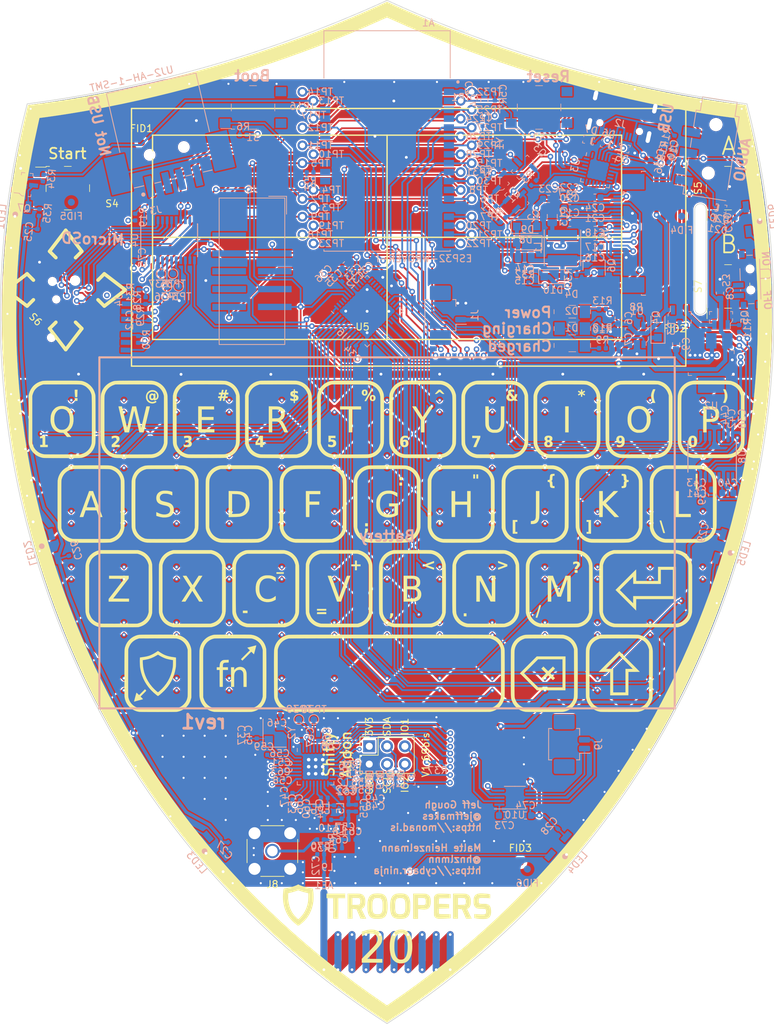
<source format=kicad_pcb>
(kicad_pcb (version 20191123) (host pcbnew "5.99.0-unknown-r17145-8bd2765f")
  (layers (0 "F.Cu" signal hide) (1 "In1.Cu" mixed hide) (2 "In2.Cu" power hide) (31 "B.Cu" signal hide) (34 "B.Paste" user hide) (35 "F.Paste" user hide) (36 "B.SilkS" user hide) (37 "F.SilkS" user hide) (38 "B.Mask" user hide) (39 "F.Mask" user hide) (44 "Edge.Cuts" user))
  (net 0 "")
  (net 1 "GND")
  (net 2 "+3V3")
  (net 3 "/EN")
  (net 4 "/SCL")
  (net 5 "/SDA")
  (net 6 "/32K_XP")
  (net 7 "/32K_XN")
  (net 8 "/~DC~")
  (net 9 "/IO0")
  (net 10 "/SCK")
  (net 11 "/RXD0")
  (net 12 "/TXD0")
  (net 13 "/MOSI")
  (net 14 "VBUS")
  (net 15 "+BATT")
  (net 16 "+VSW")
  (net 17 "/RTS")
  (net 18 "Net-(Q1-Pad1)")
  (net 19 "Net-(Q2-Pad1)")
  (net 20 "/DTR")
  (net 21 "Net-(R8-Pad1)")
  (net 22 "Net-(R10-Pad1)")
  (net 23 "/LED_DIN")
  (net 24 "/SD_CMD")
  (net 25 "/SD_CLK")
  (net 26 "/BTN_INT")
  (net 27 "/display/d_VGL")
  (net 28 "/display/d_VGH")
  (net 29 "/display/d_VDD")
  (net 30 "/display/d_VPP")
  (net 31 "/display/d_VSH")
  (net 32 "/display/d_VSL")
  (net 33 "/display/PREVGL")
  (net 34 "/display/d_VCOM")
  (net 35 "/display/PREVGH")
  (net 36 "/usb/USB_DN")
  (net 37 "/usb/USB_DP")
  (net 38 "/power/~PWR_EN~")
  (net 39 "/display/RESE")
  (net 40 "/display/GDR")
  (net 41 "/io_expander/BTN_START")
  (net 42 "/io_expander/BTN_A")
  (net 43 "/io_expander/BTN_B")
  (net 44 "/io_expander/JOY_PUSH")
  (net 45 "/io_expander/JOY_A")
  (net 46 "/io_expander/JOY_C")
  (net 47 "/io_expander/JOY_D")
  (net 48 "/io_expander/JOY_B")
  (net 49 "/IQ_RDY")
  (net 50 "/touchpad/Tx14")
  (net 51 "/touchpad/Rx4A")
  (net 52 "/touchpad/Rx5A")
  (net 53 "/touchpad/Rx6A")
  (net 54 "/touchpad/Rx7A")
  (net 55 "/touchpad/Rx8A")
  (net 56 "/touchpad/Rx9A")
  (net 57 "/touchpad/Tx0")
  (net 58 "/touchpad/Tx1")
  (net 59 "/touchpad/Tx2")
  (net 60 "/touchpad/Tx3")
  (net 61 "/touchpad/Tx4")
  (net 62 "/touchpad/Tx5")
  (net 63 "/touchpad/Tx6")
  (net 64 "/touchpad/Tx7")
  (net 65 "/touchpad/Tx8")
  (net 66 "/touchpad/Tx9")
  (net 67 "/touchpad/Tx10")
  (net 68 "/touchpad/Tx11")
  (net 69 "/touchpad/Tx12")
  (net 70 "/touchpad/Tx13")
  (net 71 "/~CC_CS~")
  (net 72 "/~DISP_CS~")
  (net 73 "/SD_DAT0")
  (net 74 "/_reserved8")
  (net 75 "/_reserved7")
  (net 76 "/_reserved6")
  (net 77 "/_reserved11")
  (net 78 "/_reserved10")
  (net 79 "/_reserved9")
  (net 80 "/DISP_BUSY")
  (net 81 "/I2S_WS")
  (net 82 "/I2S_SCK")
  (net 83 "/I2S_SD")
  (net 84 "/MISO")
  (net 85 "/CC_INT")
  (net 86 "Net-(C14-Pad2)")
  (net 87 "Net-(C14-Pad1)")
  (net 88 "Net-(C32-Pad1)")
  (net 89 "Net-(C39-Pad1)")
  (net 90 "Net-(C40-Pad1)")
  (net 91 "Net-(C40-Pad2)")
  (net 92 "/audio/LDO0")
  (net 93 "Net-(C46-Pad2)")
  (net 94 "Net-(C47-Pad1)")
  (net 95 "Net-(C47-Pad2)")
  (net 96 "Net-(C50-Pad2)")
  (net 97 "Net-(C52-Pad1)")
  (net 98 "Net-(C52-Pad2)")
  (net 99 "Net-(C54-Pad2)")
  (net 100 "Net-(C54-Pad1)")
  (net 101 "Net-(C55-Pad1)")
  (net 102 "Net-(C59-Pad1)")
  (net 103 "Net-(C60-Pad1)")
  (net 104 "Net-(C61-Pad2)")
  (net 105 "Net-(C63-Pad1)")
  (net 106 "Net-(C64-Pad2)")
  (net 107 "Net-(C66-Pad1)")
  (net 108 "Net-(C68-Pad1)")
  (net 109 "Net-(C70-Pad1)")
  (net 110 "Net-(AE1-Pad1)")
  (net 111 "Net-(C73-Pad1)")
  (net 112 "Net-(D1-Pad1)")
  (net 113 "Net-(D2-Pad2)")
  (net 114 "Net-(D4-Pad1)")
  (net 115 "Net-(D20-Pad1)")
  (net 116 "Net-(D21-Pad1)")
  (net 117 "Net-(J3-PadS1)")
  (net 118 "Net-(J4-Pad2)")
  (net 119 "Net-(J8-Pad1)")
  (net 120 "Net-(Q3-Pad1)")
  (net 121 "Net-(Q4-Pad2)")
  (net 122 "Net-(Q7-Pad1)")
  (net 123 "Net-(R14-Pad2)")
  (net 124 "Net-(R15-Pad2)")
  (net 125 "Net-(R17-Pad2)")
  (net 126 "Net-(R36-Pad2)")
  (net 127 "Net-(TP38-Pad1)")
  (net 128 "Net-(TP39-Pad1)")
  (net 129 "Net-(J9-Pad2)")
  (net 130 "Net-(J9-Pad1)")
  (net 131 "Net-(C57-Pad1)")
  (net 132 "Net-(C37-Pad2)")
  (net 133 "Net-(LED1-Pad2)")
  (net 134 "Net-(LED1-Pad4)")
  (net 135 "/IQ_RESET")
  (net 136 "/SD_DETECT")
  (net 137 "/SAO_GPIO2")
  (net 138 "/LED_DOUT")
  (net 139 "/CC_RESET")
  (net 140 "Net-(TP34-Pad1)")
  (net 141 "Net-(TP35-Pad1)")
  (net 142 "Net-(TP36-Pad1)")
  (net 143 "Net-(TP37-Pad1)")
  (net 144 "Net-(LED2-Pad4)")
  (net 145 "Net-(LED3-Pad4)")
  (net 146 "Net-(LED4-Pad4)")
  (net 147 "Net-(LED5-Pad4)")
  (module "digikey-footprints:1206" (layer "B.Cu") (at 26.4 -96.6 180)
    (fp_text reference "D1" (at 0.1 2.5 180) (layer "B.SilkS") (effects (justify mirror)))
    (fp_text value "Green")
    (pad "2" smd rect (at 1.8 0 180) (size 1.5 1.8) (layers "B.Cu" "B.Paste" "B.Mask") (net 1 "GND"))
    (pad "1" smd rect (at -1.8 0 180) (size 1.5 1.8) (layers "B.Cu" "B.Paste" "B.Mask") (net 112 "Net-(D1-Pad1)"))
  )
  (module "digikey-footprints:1206" (layer "B.Cu") (at 26.4 -101.4 180)
    (fp_text reference "D4" (at 0.1 2.5 180) (layer "B.SilkS") (effects (justify mirror)))
    (fp_text value "Yellow")
    (pad "2" smd rect (at 1.8 0 180) (size 1.5 1.8) (layers "B.Cu" "B.Paste" "B.Mask") (net 1 "GND"))
    (pad "1" smd rect (at -1.8 0 180) (size 1.5 1.8) (layers "B.Cu" "B.Paste" "B.Mask") (net 114 "Net-(D4-Pad1)"))
  )
  (module "digikey-footprints:1206" (layer "B.Cu") (at 26.4 -99 180)
    (fp_text reference "D2" (at 0.1 2.5 180) (layer "B.SilkS") (effects (justify mirror)))
    (fp_text value "Orange")
    (pad "2" smd rect (at 1.8 0 180) (size 1.5 1.8) (layers "B.Cu" "B.Paste" "B.Mask") (net 113 "Net-(D2-Pad2)"))
    (pad "1" smd rect (at -1.8 0 180) (size 1.5 1.8) (layers "B.Cu" "B.Paste" "B.Mask") (net 14 "VBUS"))
  )
  (module "LOGO" (layer "F.Cu") (at 3.353 -73.972)
    (fp_text reference "G***" hide)
    (fp_text value "LOGO" hide)
  )
  (module "Package_DFN_QFN:QFN-24-1EP_4x4mm_P0.5mm_EP2.6x2.6mm" (layer "B.Cu") (at 30.0578 -121.5464 -102.5)
    (fp_text reference "U3" (at 0 3.3 -102.5) (layer "B.SilkS") (effects (justify mirror)))
    (fp_text value "CP2102N-A01-GQFN24")
    (pad "25" smd roundrect (at 0 0 257.5) (size 2.6 2.6) (layers "B.Cu" "B.Mask") (roundrect_rratio 0.096154) (net 1 "GND"))
    (pad "1" smd roundrect (at -1.9375 1.25 257.5) (size 0.825 0.25) (layers "B.Cu" "B.Paste" "B.Mask"))
    (pad "2" smd roundrect (at -1.9375 0.75 257.5) (size 0.825 0.25) (layers "B.Cu" "B.Paste" "B.Mask") (net 1 "GND"))
    (pad "3" smd roundrect (at -1.9375 0.25 257.5) (size 0.825 0.25) (layers "B.Cu" "B.Paste" "B.Mask") (net 37 "/usb/USB_DP"))
    (pad "4" smd roundrect (at -1.9375 -0.25 257.5) (size 0.825 0.25) (layers "B.Cu" "B.Paste" "B.Mask") (net 36 "/usb/USB_DN"))
    (pad "5" smd roundrect (at -1.9375 -0.75 257.5) (size 0.825 0.25) (layers "B.Cu" "B.Paste" "B.Mask") (net 2 "+3V3"))
    (pad "6" smd roundrect (at -1.9375 -1.25 257.5) (size 0.825 0.25) (layers "B.Cu" "B.Paste" "B.Mask") (net 2 "+3V3"))
    (pad "7" smd roundrect (at -1.25 -1.9375 257.5) (size 0.25 0.825) (layers "B.Cu" "B.Paste" "B.Mask") (net 2 "+3V3"))
    (pad "8" smd roundrect (at -0.75 -1.9375 257.5) (size 0.25 0.825) (layers "B.Cu" "B.Paste" "B.Mask") (net 123 "Net-(R14-Pad2)"))
    (pad "9" smd roundrect (at -0.25 -1.9375 257.5) (size 0.25 0.825) (layers "B.Cu" "B.Paste" "B.Mask") (net 125 "Net-(R17-Pad2)"))
    (pad "10" smd roundrect (at 0.25 -1.9375 257.5) (size 0.25 0.825) (layers "B.Cu" "B.Paste" "B.Mask"))
    (pad "11" smd roundrect (at 0.75 -1.9375 257.5) (size 0.25 0.825) (layers "B.Cu" "B.Paste" "B.Mask"))
    (pad "12" smd roundrect (at 1.25 -1.9375 257.5) (size 0.25 0.825) (layers "B.Cu" "B.Paste" "B.Mask"))
    (pad "13" smd roundrect (at 1.9375 -1.25 257.5) (size 0.825 0.25) (layers "B.Cu" "B.Paste" "B.Mask"))
    (pad "14" smd roundrect (at 1.9375 -0.75 257.5) (size 0.825 0.25) (layers "B.Cu" "B.Paste" "B.Mask"))
    (pad "15" smd roundrect (at 1.9375 -0.25 257.5) (size 0.825 0.25) (layers "B.Cu" "B.Paste" "B.Mask"))
    (pad "16" smd roundrect (at 1.9375 0.25 257.5) (size 0.825 0.25) (layers "B.Cu" "B.Paste" "B.Mask"))
    (pad "17" smd roundrect (at 1.9375 0.75 257.5) (size 0.825 0.25) (layers "B.Cu" "B.Paste" "B.Mask"))
    (pad "18" smd roundrect (at 1.9375 1.25 257.5) (size 0.825 0.25) (layers "B.Cu" "B.Paste" "B.Mask"))
    (pad "19" smd roundrect (at 1.25 1.9375 257.5) (size 0.25 0.825) (layers "B.Cu" "B.Paste" "B.Mask") (net 17 "/RTS"))
    (pad "20" smd roundrect (at 0.75 1.9375 257.5) (size 0.25 0.825) (layers "B.Cu" "B.Paste" "B.Mask") (net 12 "/TXD0"))
    (pad "21" smd roundrect (at 0.25 1.9375 257.5) (size 0.25 0.825) (layers "B.Cu" "B.Paste" "B.Mask") (net 11 "/RXD0"))
    (pad "22" smd roundrect (at -0.25 1.9375 257.5) (size 0.25 0.825) (layers "B.Cu" "B.Paste" "B.Mask"))
    (pad "23" smd roundrect (at -0.75 1.9375 257.5) (size 0.25 0.825) (layers "B.Cu" "B.Paste" "B.Mask") (net 20 "/DTR"))
    (pad "24" smd roundrect (at -1.25 1.9375 257.5) (size 0.25 0.825) (layers "B.Cu" "B.Paste" "B.Mask"))
  )
  (module "jeffmakes-footprints:GDEH029A1" (layer "F.Cu") (at 0 -112 180)
    (fp_text reference "U5" (at 3.5 -12.76) (layer "F.SilkS"))
    (fp_text value "GDEH029A1")
  )
  (module "jeffmakes-footprints:AFC07x24-1MP_P0.5mm_Horizontal" (layer "B.Cu") (at 34.2078 -112.5714 -90)
    (fp_text reference "J5" (at 0 3.1 90) (layer "B.SilkS") (effects (justify mirror)))
    (fp_text value "Conn_01x24" hide)
    (pad "1" smd rect (at -5.75 1.35 270) (size 0.3 1.2) (layers "B.Cu" "B.Paste" "B.Mask") (net 34 "/display/d_VCOM"))
    (pad "2" smd rect (at -5.25 1.35 270) (size 0.3 1.2) (layers "B.Cu" "B.Paste" "B.Mask") (net 33 "/display/PREVGL"))
    (pad "3" smd rect (at -4.75 1.35 270) (size 0.3 1.2) (layers "B.Cu" "B.Paste" "B.Mask") (net 32 "/display/d_VSL"))
    (pad "4" smd rect (at -4.25 1.35 270) (size 0.3 1.2) (layers "B.Cu" "B.Paste" "B.Mask") (net 35 "/display/PREVGH"))
    (pad "5" smd rect (at -3.75 1.35 270) (size 0.3 1.2) (layers "B.Cu" "B.Paste" "B.Mask") (net 31 "/display/d_VSH"))
    (pad "6" smd rect (at -3.25 1.35 270) (size 0.3 1.2) (layers "B.Cu" "B.Paste" "B.Mask") (net 30 "/display/d_VPP"))
    (pad "7" smd rect (at -2.75 1.35 270) (size 0.3 1.2) (layers "B.Cu" "B.Paste" "B.Mask") (net 29 "/display/d_VDD"))
    (pad "8" smd rect (at -2.25 1.35 270) (size 0.3 1.2) (layers "B.Cu" "B.Paste" "B.Mask") (net 1 "GND"))
    (pad "9" smd rect (at -1.75 1.35 270) (size 0.3 1.2) (layers "B.Cu" "B.Paste" "B.Mask") (net 2 "+3V3"))
    (pad "10" smd rect (at -1.25 1.35 270) (size 0.3 1.2) (layers "B.Cu" "B.Paste" "B.Mask") (net 2 "+3V3"))
    (pad "11" smd rect (at -0.75 1.35 270) (size 0.3 1.2) (layers "B.Cu" "B.Paste" "B.Mask") (net 13 "/MOSI"))
    (pad "12" smd rect (at -0.25 1.35 270) (size 0.3 1.2) (layers "B.Cu" "B.Paste" "B.Mask") (net 10 "/SCK"))
    (pad "13" smd rect (at 0.25 1.35 270) (size 0.3 1.2) (layers "B.Cu" "B.Paste" "B.Mask") (net 72 "/~DISP_CS~"))
    (pad "14" smd rect (at 0.75 1.35 270) (size 0.3 1.2) (layers "B.Cu" "B.Paste" "B.Mask") (net 8 "/~DC~"))
    (pad "15" smd rect (at 1.25 1.35 270) (size 0.3 1.2) (layers "B.Cu" "B.Paste" "B.Mask") (net 9 "/IO0"))
    (pad "16" smd rect (at 1.75 1.35 270) (size 0.3 1.2) (layers "B.Cu" "B.Paste" "B.Mask") (net 80 "/DISP_BUSY"))
    (pad "17" smd rect (at 2.25 1.35 270) (size 0.3 1.2) (layers "B.Cu" "B.Paste" "B.Mask") (net 1 "GND"))
    (pad "18" smd rect (at 2.75 1.35 270) (size 0.3 1.2) (layers "B.Cu" "B.Paste" "B.Mask"))
    (pad "19" smd rect (at 3.25 1.35 270) (size 0.3 1.2) (layers "B.Cu" "B.Paste" "B.Mask"))
    (pad "20" smd rect (at 3.75 1.35 270) (size 0.3 1.2) (layers "B.Cu" "B.Paste" "B.Mask") (net 28 "/display/d_VGH"))
    (pad "21" smd rect (at 4.25 1.35 270) (size 0.3 1.2) (layers "B.Cu" "B.Paste" "B.Mask") (net 27 "/display/d_VGL"))
    (pad "22" smd rect (at 4.75 1.35 270) (size 0.3 1.2) (layers "B.Cu" "B.Paste" "B.Mask") (net 39 "/display/RESE"))
    (pad "23" smd rect (at 5.25 1.35 270) (size 0.3 1.2) (layers "B.Cu" "B.Paste" "B.Mask") (net 40 "/display/GDR"))
    (pad "24" smd rect (at 5.75 1.35 270) (size 0.3 1.2) (layers "B.Cu" "B.Paste" "B.Mask"))
    (pad "MP" smd rect (at -7.35 -0.82 270) (size 2.2 3.3) (layers "B.Cu" "B.Paste" "B.Mask"))
    (pad "MP" smd rect (at 7.35 -0.82 270) (size 2.2 3.3) (layers "B.Cu" "B.Paste" "B.Mask"))
  )
  (module "Diode_SMD:D_SOD-123F" (layer "B.Cu") (at 19.8828 -111.2214 180)
    (fp_text reference "D9" (at -0.127 1.905) (layer "B.SilkS") (effects (justify mirror)))
    (fp_text value "SS13FL")
    (pad "1" smd rect (at -1.4 0 180) (size 1.1 1.1) (layers "B.Cu" "B.Paste" "B.Mask") (net 1 "GND"))
    (pad "2" smd rect (at 1.4 0 180) (size 1.1 1.1) (layers "B.Cu" "B.Paste" "B.Mask") (net 87 "Net-(C14-Pad1)"))
  )
  (module "digikey-footprints:Switch_Tactile_SMD_6x6mm_PTS645" (layer "F.Cu") (at -45.5 -119)
    (fp_text reference "S4" (at 6.3 2.2) (layer "F.SilkS"))
    (fp_text value "PTS645SM43SMTR92_LFS")
    (pad "1" smd rect (at -3.975 -2.25) (size 1.55 1.3) (layers "F.Cu" "F.Paste" "F.Mask"))
    (pad "2" smd rect (at 3.975 -2.25) (size 1.55 1.3) (layers "F.Cu" "F.Paste" "F.Mask") (net 1 "GND"))
    (pad "3" smd rect (at -3.975 2.25) (size 1.55 1.3) (layers "F.Cu" "F.Paste" "F.Mask"))
    (pad "4" smd rect (at 3.975 2.25) (size 1.55 1.3) (layers "F.Cu" "F.Paste" "F.Mask") (net 41 "/io_expander/BTN_START"))
  )
  (module "digikey-footprints:Switch_Tactile_SMD_6x6mm_PTS645" (layer "F.Cu") (at 48.6 -119 90)
    (fp_text reference "S5" (at 0 -4.27 90) (layer "F.SilkS"))
    (fp_text value "PTS645SM43SMTR92_LFS")
    (pad "1" smd rect (at -3.975 -2.25 90) (size 1.55 1.3) (layers "F.Cu" "F.Paste" "F.Mask"))
    (pad "2" smd rect (at 3.975 -2.25 90) (size 1.55 1.3) (layers "F.Cu" "F.Paste" "F.Mask") (net 1 "GND"))
    (pad "3" smd rect (at -3.975 2.25 90) (size 1.55 1.3) (layers "F.Cu" "F.Paste" "F.Mask"))
    (pad "4" smd rect (at 3.975 2.25 90) (size 1.55 1.3) (layers "F.Cu" "F.Paste" "F.Mask") (net 42 "/io_expander/BTN_A"))
  )
  (module "digikey-footprints:Switch_Tactile_SMD_6x6mm_PTS645" (layer "F.Cu") (at 48.6 -105 90)
    (fp_text reference "S7" (at 0 -4.27 90) (layer "F.SilkS"))
    (fp_text value "PTS645SM43SMTR92_LFS")
    (pad "1" smd rect (at -3.975 -2.25 90) (size 1.55 1.3) (layers "F.Cu" "F.Paste" "F.Mask"))
    (pad "2" smd rect (at 3.975 -2.25 90) (size 1.55 1.3) (layers "F.Cu" "F.Paste" "F.Mask") (net 1 "GND"))
    (pad "3" smd rect (at -3.975 2.25 90) (size 1.55 1.3) (layers "F.Cu" "F.Paste" "F.Mask"))
    (pad "4" smd rect (at 3.975 2.25 90) (size 1.55 1.3) (layers "F.Cu" "F.Paste" "F.Mask") (net 43 "/io_expander/BTN_B"))
  )
  (module "digikey-footprints:Switch_Tactile_SMD_6x6mm_PTS645" (layer "B.Cu") (at 21.6662 -130.5)
    (fp_text reference "S2" (at 0 4.27) (layer "B.SilkS") (effects (justify mirror)))
    (fp_text value "PTS645SM43SMTR92_LFS")
    (pad "1" smd rect (at -3.975 2.25) (size 1.55 1.3) (layers "B.Cu" "B.Paste" "B.Mask") (net 3 "/EN"))
    (pad "2" smd rect (at 3.975 2.25) (size 1.55 1.3) (layers "B.Cu" "B.Paste" "B.Mask"))
    (pad "3" smd rect (at -3.975 -2.25) (size 1.55 1.3) (layers "B.Cu" "B.Paste" "B.Mask") (net 1 "GND"))
    (pad "4" smd rect (at 3.975 -2.25) (size 1.55 1.3) (layers "B.Cu" "B.Paste" "B.Mask"))
  )
  (module "digikey-footprints:Switch_Tactile_SMD_6x6mm_PTS645" (layer "B.Cu") (at -19.1008 -130.5)
    (fp_text reference "S1" (at 0 4.27) (layer "B.SilkS") (effects (justify mirror)))
    (fp_text value "PTS645SM43SMTR92_LFS")
    (pad "1" smd rect (at -3.975 2.25) (size 1.55 1.3) (layers "B.Cu" "B.Paste" "B.Mask") (net 9 "/IO0"))
    (pad "2" smd rect (at 3.975 2.25) (size 1.55 1.3) (layers "B.Cu" "B.Paste" "B.Mask"))
    (pad "3" smd rect (at -3.975 -2.25) (size 1.55 1.3) (layers "B.Cu" "B.Paste" "B.Mask") (net 1 "GND"))
    (pad "4" smd rect (at 3.975 -2.25) (size 1.55 1.3) (layers "B.Cu" "B.Paste" "B.Mask"))
  )
  (module "Connector_Coaxial:SMA_Amphenol_132291-12_Vertical" (layer "F.Cu") (at -16.3449 -24.5769 180)
    (fp_text reference "J8" (at 0 -4.75) (layer "F.SilkS"))
    (fp_text value "DNP")
    (pad "1" thru_hole circle (at 0 0 180) (size 2.05 2.05) (drill 1.5) (layers *.Cu *.Mask) (net 119 "Net-(J8-Pad1)"))
    (pad "2" thru_hole circle (at 2.54 2.54 180) (size 2.25 2.25) (drill 1.7) (layers *.Cu *.Mask) (net 1 "GND"))
    (pad "2" thru_hole circle (at 2.54 -2.54 180) (size 2.25 2.25) (drill 1.7) (layers *.Cu *.Mask) (net 1 "GND"))
    (pad "2" thru_hole circle (at -2.54 -2.54 180) (size 2.25 2.25) (drill 1.7) (layers *.Cu *.Mask) (net 1 "GND"))
    (pad "2" thru_hole circle (at -2.54 2.54 180) (size 2.25 2.25) (drill 1.7) (layers *.Cu *.Mask) (net 1 "GND"))
  )
  (module "jeffmakes-footprints:SW_JS1400BFQ-arrows" (layer "F.Cu") (at -45.8 -104.5 90)
    (fp_text reference "S6" (at -4.2 -4.3 135) (layer "F.SilkS"))
    (fp_text value " JS1400BFQ")
    (pad "Hole" np_thru_hole circle (at 1.341526 1.345534 135) (size 1.1 1.1) (drill 1.1) (layers *.Cu *.Mask "F.SilkS"))
    (pad "Hole" np_thru_hole circle (at -1.34548 -1.341472 135) (size 0.8 0.8) (drill 0.8) (layers *.Cu *.Mask "F.SilkS"))
    (pad "SH2" smd rect (at 2.861804 2.865813 135) (size 2 1.8) (layers "F.Cu" "F.Paste" "F.Mask") (net 1 "GND"))
    (pad "SH1" smd rect (at -2.865759 -2.861751 135) (size 2 1.8) (layers "F.Cu" "F.Paste" "F.Mask") (net 1 "GND"))
    (pad "4" smd rect (at 1.818823 -3.834023 135) (size 2 1) (layers "F.Cu" "F.Paste" "F.Mask") (net 48 "/io_expander/JOY_B"))
    (pad "5" smd rect (at 2.82645 -2.826396 135) (size 2 1) (layers "F.Cu" "F.Paste" "F.Mask") (net 1 "GND"))
    (pad "6" smd rect (at 3.834077 -1.818769 135) (size 2 1) (layers "F.Cu" "F.Paste" "F.Mask") (net 47 "/io_expander/JOY_D"))
    (pad "3" smd rect (at -1.822777 3.838085 135) (size 2 1) (layers "F.Cu" "F.Paste" "F.Mask") (net 46 "/io_expander/JOY_C"))
    (pad "1" smd rect (at -3.838032 1.822831 135) (size 2 1) (layers "F.Cu" "F.Paste" "F.Mask") (net 45 "/io_expander/JOY_A"))
    (pad "2" smd rect (at -2.830404 2.830458 135) (size 2 1) (layers "F.Cu" "F.Paste" "F.Mask") (net 44 "/io_expander/JOY_PUSH"))
  )
  (module "jeffmakes-footprints:LED_SK6812MINI_PLCC4_3.5x3.5mm_P1.75mm_no_silk" (layer "B.Cu") (at -52.197 -114.681 -96)
    (fp_text reference "LED1" (at 0 2.75 84) (layer "B.SilkS") (effects (justify mirror)))
    (fp_text value "SK6812")
    (pad "1" smd rect (at -1.75 0.875 264) (size 1.6 0.85) (layers "B.Cu" "B.Paste" "B.Mask") (net 1 "GND"))
    (pad "2" smd rect (at -1.75 -0.875 264) (size 1.6 0.85) (layers "B.Cu" "B.Paste" "B.Mask") (net 133 "Net-(LED1-Pad2)"))
    (pad "4" smd rect (at 1.75 0.875 264) (size 1.6 0.85) (layers "B.Cu" "B.Paste" "B.Mask") (net 134 "Net-(LED1-Pad4)"))
    (pad "3" smd rect (at 1.75 -0.875 264) (size 1.6 0.85) (layers "B.Cu" "B.Paste" "B.Mask") (net 16 "+VSW"))
  )
  (module "jeffmakes-footprints:LED_SK6812MINI_PLCC4_3.5x3.5mm_P1.75mm_no_silk" (layer "B.Cu") (at 48.26 -67.7545 74)
    (fp_text reference "LED5" (at 0 2.75 74) (layer "B.SilkS") (effects (justify mirror)))
    (fp_text value "SK6812")
    (pad "1" smd rect (at -1.75 0.875 74) (size 1.6 0.85) (layers "B.Cu" "B.Paste" "B.Mask") (net 1 "GND"))
    (pad "2" smd rect (at -1.75 -0.875 74) (size 1.6 0.85) (layers "B.Cu" "B.Paste" "B.Mask") (net 146 "Net-(LED4-Pad4)"))
    (pad "4" smd rect (at 1.75 0.875 74) (size 1.6 0.85) (layers "B.Cu" "B.Paste" "B.Mask") (net 147 "Net-(LED5-Pad4)"))
    (pad "3" smd rect (at 1.75 -0.875 74) (size 1.6 0.85) (layers "B.Cu" "B.Paste" "B.Mask") (net 16 "+VSW"))
  )
  (module "jeffmakes-footprints:LED_SK6812MINI_PLCC4_3.5x3.5mm_P1.75mm_no_silk" (layer "B.Cu") (at -48.26 -67.7545 -74)
    (fp_text reference "LED2" (at 0 2.75 106) (layer "B.SilkS") (effects (justify mirror)))
    (fp_text value "SK6812")
    (pad "1" smd rect (at -1.75 0.875 286) (size 1.6 0.85) (layers "B.Cu" "B.Paste" "B.Mask") (net 1 "GND"))
    (pad "2" smd rect (at -1.75 -0.875 286) (size 1.6 0.85) (layers "B.Cu" "B.Paste" "B.Mask") (net 134 "Net-(LED1-Pad4)"))
    (pad "4" smd rect (at 1.75 0.875 286) (size 1.6 0.85) (layers "B.Cu" "B.Paste" "B.Mask") (net 144 "Net-(LED2-Pad4)"))
    (pad "3" smd rect (at 1.75 -0.875 286) (size 1.6 0.85) (layers "B.Cu" "B.Paste" "B.Mask") (net 16 "+VSW"))
  )
  (module "jeffmakes-footprints:LED_SK6812MINI_PLCC4_3.5x3.5mm_P1.75mm_no_silk" (layer "B.Cu") (at -25.0444 -24.7396 -49)
    (fp_text reference "LED3" (at 0 2.75 131) (layer "B.SilkS") (effects (justify mirror)))
    (fp_text value "SK6812")
    (pad "1" smd rect (at -1.75 0.875 311) (size 1.6 0.85) (layers "B.Cu" "B.Paste" "B.Mask") (net 1 "GND"))
    (pad "2" smd rect (at -1.75 -0.875 311) (size 1.6 0.85) (layers "B.Cu" "B.Paste" "B.Mask") (net 144 "Net-(LED2-Pad4)"))
    (pad "4" smd rect (at 1.75 0.875 311) (size 1.6 0.85) (layers "B.Cu" "B.Paste" "B.Mask") (net 145 "Net-(LED3-Pad4)"))
    (pad "3" smd rect (at 1.75 -0.875 311) (size 1.6 0.85) (layers "B.Cu" "B.Paste" "B.Mask") (net 16 "+VSW"))
  )
  (module "jeffmakes-footprints:LED_SK6812MINI_PLCC4_3.5x3.5mm_P1.75mm_no_silk" (layer "B.Cu") (at 25.0444 -24.7396 49)
    (fp_text reference "LED4" (at 0 2.75 49) (layer "B.SilkS") (effects (justify mirror)))
    (fp_text value "SK6812")
    (pad "1" smd rect (at -1.75 0.875 49) (size 1.6 0.85) (layers "B.Cu" "B.Paste" "B.Mask") (net 1 "GND"))
    (pad "2" smd rect (at -1.75 -0.875 49) (size 1.6 0.85) (layers "B.Cu" "B.Paste" "B.Mask") (net 145 "Net-(LED3-Pad4)"))
    (pad "4" smd rect (at 1.75 0.875 49) (size 1.6 0.85) (layers "B.Cu" "B.Paste" "B.Mask") (net 146 "Net-(LED4-Pad4)"))
    (pad "3" smd rect (at 1.75 -0.875 49) (size 1.6 0.85) (layers "B.Cu" "B.Paste" "B.Mask") (net 16 "+VSW"))
  )
  (module "jeffmakes-footprints:LED_SK6812MINI_PLCC4_3.5x3.5mm_P1.75mm_no_silk" (layer "B.Cu") (at 52.197 -114.681 96)
    (fp_text reference "LED6" (at 0 2.75 96) (layer "B.SilkS") (effects (justify mirror)))
    (fp_text value "SK6812")
    (pad "1" smd rect (at -1.75 0.875 96) (size 1.6 0.85) (layers "B.Cu" "B.Paste" "B.Mask") (net 1 "GND"))
    (pad "2" smd rect (at -1.75 -0.875 96) (size 1.6 0.85) (layers "B.Cu" "B.Paste" "B.Mask") (net 147 "Net-(LED5-Pad4)"))
    (pad "4" smd rect (at 1.75 0.875 96) (size 1.6 0.85) (layers "B.Cu" "B.Paste" "B.Mask") (net 138 "/LED_DOUT"))
    (pad "3" smd rect (at 1.75 -0.875 96) (size 1.6 0.85) (layers "B.Cu" "B.Paste" "B.Mask") (net 16 "+VSW"))
  )
  (module "Diode_SMD:D_SOD-123F" (layer "B.Cu") (at 38.608 -99.1108 90)
    (fp_text reference "D3" (at -0.127 1.905 90) (layer "B.SilkS") (effects (justify mirror)))
    (fp_text value "SS13FL")
    (pad "2" smd rect (at 1.4 0 90) (size 1.1 1.1) (layers "B.Cu" "B.Paste" "B.Mask") (net 14 "VBUS"))
    (pad "1" smd rect (at -1.4 0 90) (size 1.1 1.1) (layers "B.Cu" "B.Paste" "B.Mask") (net 16 "+VSW"))
  )
  (module "jeffmakes-footprints:Touch_Array_TR20" (layer "F.Cu") (at 0 0)
    (fp_text reference "XY1" hide)
    (fp_text value "tr20_touch_array" hide)
    (fp_poly (pts (xy -37.477426 -47.87921) (xy -37.431729 -47.836849) (xy -37.360709 -47.769012) (xy -37.266639 -47.677959) (xy -37.151789 -47.565953) (xy -37.018431 -47.435255) (xy -36.868838 -47.288127) (xy -36.705281 -47.12683) (xy -36.530032 -46.953625) (xy -36.345362 -46.770775) (xy -36.153544 -46.580541) (xy -35.956848 -46.385184) (xy -35.757548 -46.186966) (xy -35.557913 -45.988148) (xy -35.360217 -45.790993) (xy -35.166731 -45.597761) (xy -34.979726 -45.410714) (xy -34.801475 -45.232114) (xy -34.634249 -45.064222) (xy -34.48032 -44.9093) (xy -34.341959 -44.769609) (xy -34.221439 -44.647411) (xy -34.121031 -44.544967) (xy -34.043007 -44.46454) (xy -33.989638 -44.408389) (xy -33.963197 -44.378778) (xy -33.960666 -44.374827) (xy -33.981401 -44.372802) (xy -34.041874 -44.370851) (xy -34.139491 -44.368992) (xy -34.271659 -44.367241) (xy -34.435781 -44.365614) (xy -34.629265 -44.364127) (xy -34.849515 -44.362797) (xy -35.093937 -44.361639) (xy -35.359937 -44.360671) (xy -35.64492 -44.359908) (xy -35.946291 -44.359366) (xy -36.261457 -44.359062) (xy -36.485875 -44.359) (xy -39.011083 -44.359) (xy -39.338083 -44.965038) (xy -39.418654 -45.114503) (xy -39.493919 -45.254394) (xy -39.561209 -45.379729) (xy -39.617856 -45.485526) (xy -39.661188 -45.566802) (xy -39.688537 -45.618576) (xy -39.695824 -45.632721) (xy -39.726564 -45.694366) (xy -38.626983 -46.7941) (xy -38.447821 -46.972863) (xy -38.276878 -47.142604) (xy -38.116571 -47.300971) (xy -37.969318 -47.445618) (xy -37.837536 -47.574193) (xy -37.723641 -47.684349) (xy -37.630051 -47.773735) (xy -37.559182 -47.840002) (xy -37.513451 -47.880802) (xy -37.495528 -47.893833) (xy -37.477426 -47.87921)) (layer "F.Cu") (width 0.01))
    (fp_poly (pts (xy -29.984311 -47.87921) (xy -29.938624 -47.836849) (xy -29.867614 -47.769011) (xy -29.773552 -47.677958) (xy -29.658712 -47.565951) (xy -29.525364 -47.435252) (xy -29.37578 -47.288123) (xy -29.212232 -47.126825) (xy -29.036991 -46.95362) (xy -28.85233 -46.770769) (xy -28.660519 -46.580534) (xy -28.463831 -46.385176) (xy -28.264537 -46.186958) (xy -28.064909 -45.98814) (xy -27.867218 -45.790984) (xy -27.673737 -45.597751) (xy -27.486736 -45.410704) (xy -27.308488 -45.232104) (xy -27.141265 -45.064213) (xy -26.987337 -44.909291) (xy -26.848977 -44.769601) (xy -26.728456 -44.647404) (xy -26.628046 -44.544961) (xy -26.550019 -44.464535) (xy -26.496646 -44.408387) (xy -26.470199 -44.378778) (xy -26.467666 -44.374827) (xy -26.488468 -44.373111) (xy -26.549409 -44.371446) (xy -26.648298 -44.369843) (xy -26.782942 -44.368312) (xy -26.951148 -44.366862) (xy -27.150723 -44.365503) (xy -27.379474 -44.364246) (xy -27.635208 -44.363099) (xy -27.915732 -44.362073) (xy -28.218854 -44.361177) (xy -28.542381 -44.360422) (xy -28.884119 -44.359817) (xy -29.241876 -44.359371) (xy -29.613459 -44.359096) (xy -29.996676 -44.359) (xy -30.0025 -44.359) (xy -30.385874 -44.359094) (xy -30.757648 -44.359368) (xy -31.115629 -44.359813) (xy -31.457623 -44.36042) (xy -31.781439 -44.361178) (xy -32.084883 -44.362077) (xy -32.365763 -44.363107) (xy -32.621885 -44.364259) (xy -32.851056 -44.365523) (xy -33.051085 -44.366888) (xy -33.219777 -44.368345) (xy -33.354941 -44.369885) (xy -33.454382 -44.371496) (xy -33.515909 -44.37317) (xy -33.537328 -44.374896) (xy -33.537333 -44.374923) (xy -33.522644 -44.392942) (xy -33.480091 -44.43843) (xy -33.411947 -44.509128) (xy -33.320482 -44.602773) (xy -33.207969 -44.717103) (xy -33.07668 -44.849857) (xy -32.928885 -44.998774) (xy -32.766858 -45.161592) (xy -32.59287 -45.33605) (xy -32.409192 -45.519886) (xy -32.218097 -45.710839) (xy -32.021856 -45.906647) (xy -31.822741 -46.105048) (xy -31.623024 -46.303782) (xy -31.424976 -46.500586) (xy -31.23087 -46.6932) (xy -31.042977 -46.879361) (xy -30.863568 -47.056808) (xy -30.694917 -47.223281) (xy -30.539294 -47.376516) (xy -30.398971 -47.514253) (xy -30.27622 -47.634231) (xy -30.173313 -47.734187) (xy -30.092522 -47.811861) (xy -30.036118 -47.86499) (xy -30.006373 -47.891314) (xy -30.002404 -47.893833) (xy -29.984311 -47.87921)) (layer "F.Cu") (width 0.01))
    (fp_poly (pts (xy -22.481501 -47.879154) (xy -22.436062 -47.836347) (xy -22.36447 -47.76726) (xy -22.268594 -47.673742) (xy -22.150304 -47.55764) (xy -22.01147 -47.420802) (xy -21.853963 -47.265075) (xy -21.679651 -47.092307) (xy -21.490405 -46.904346) (xy -21.288095 -46.70304) (xy -21.07459 -46.490237) (xy -20.85176 -46.267783) (xy -20.710333 -46.126416) (xy -18.943012 -44.359) (xy -26.054821 -44.359) (xy -24.2875 -46.126416) (xy -24.059847 -46.353905) (xy -23.840363 -46.572885) (xy -23.63092 -46.781509) (xy -23.433387 -46.977928) (xy -23.249633 -47.160294) (xy -23.081529 -47.326761) (xy -22.930944 -47.475481) (xy -22.799749 -47.604605) (xy -22.689813 -47.712286) (xy -22.603006 -47.796676) (xy -22.541197 -47.855927) (xy -22.506258 -47.888192) (xy -22.498916 -47.893833) (xy -22.481501 -47.879154)) (layer "F.Cu") (width 0.01))
    (fp_poly (pts (xy -14.977232 -47.87921) (xy -14.931538 -47.836849) (xy -14.86052 -47.769011) (xy -14.766452 -47.677959) (xy -14.651604 -47.565953) (xy -14.518249 -47.435254) (xy -14.368658 -47.288126) (xy -14.205103 -47.126829) (xy -14.029856 -46.953624) (xy -13.845188 -46.770774) (xy -13.653372 -46.580539) (xy -13.456678 -46.385182) (xy -13.257378 -46.186964) (xy -13.057746 -45.988146) (xy -12.860051 -45.790991) (xy -12.666566 -45.597759) (xy -12.479562 -45.410712) (xy -12.301311 -45.232112) (xy -12.134086 -45.06422) (xy -11.980157 -44.909298) (xy -11.841797 -44.769607) (xy -11.721276 -44.647409) (xy -11.620868 -44.544966) (xy -11.542843 -44.464539) (xy -11.489473 -44.408389) (xy -11.463031 -44.378778) (xy -11.4605 -44.374827) (xy -11.481302 -44.373114) (xy -11.542249 -44.371453) (xy -11.641154 -44.369854) (xy -11.775828 -44.368325) (xy -11.944083 -44.366878) (xy -12.143732 -44.365521) (xy -12.372587 -44.364264) (xy -12.628459 -44.363118) (xy -12.90916 -44.362092) (xy -13.212503 -44.361196) (xy -13.536299 -44.360438) (xy -13.878361 -44.359831) (xy -14.236501 -44.359382) (xy -14.60853 -44.359102) (xy -14.992261 -44.359) (xy -18.561821 -44.359) (xy -16.7945 -46.126416) (xy -16.566684 -46.35398) (xy -16.346876 -46.573028) (xy -16.136958 -46.781711) (xy -15.938814 -46.97818) (xy -15.754325 -47.160585) (xy -15.585376 -47.327077) (xy -15.433848 -47.475805) (xy -15.301625 -47.604921) (xy -15.190589 -47.712574) (xy -15.102623 -47.796915) (xy -15.03961 -47.856095) (xy -15.003433 -47.888264) (xy -14.995333 -47.893833) (xy -14.977232 -47.87921)) (layer "F.Cu") (width 0.01))
    (fp_poly (pts (xy -7.484145 -47.87921) (xy -7.438457 -47.836849) (xy -7.367447 -47.769011) (xy -7.273386 -47.677958) (xy -7.158545 -47.565951) (xy -7.025197 -47.435252) (xy -6.875614 -47.288123) (xy -6.712065 -47.126825) (xy -6.536825 -46.95362) (xy -6.352163 -46.770769) (xy -6.160353 -46.580534) (xy -5.963664 -46.385176) (xy -5.76437 -46.186958) (xy -5.564742 -45.98814) (xy -5.367051 -45.790984) (xy -5.17357 -45.597751) (xy -4.98657 -45.410704) (xy -4.808322 -45.232104) (xy -4.641098 -45.064213) (xy -4.48717 -44.909291) (xy -4.34881 -44.769601) (xy -4.228289 -44.647404) (xy -4.127879 -44.544961) (xy -4.049852 -44.464535) (xy -3.996479 -44.408387) (xy -3.970033 -44.378778) (xy -3.9675 -44.374827) (xy -3.988301 -44.373111) (xy -4.049243 -44.371446) (xy -4.148132 -44.369843) (xy -4.282776 -44.368312) (xy -4.450981 -44.366862) (xy -4.650556 -44.365503) (xy -4.879307 -44.364246) (xy -5.135041 -44.363099) (xy -5.415565 -44.362073) (xy -5.718687 -44.361177) (xy -6.042214 -44.360422) (xy -6.383952 -44.359817) (xy -6.741709 -44.359371) (xy -7.113293 -44.359096) (xy -7.496509 -44.359) (xy -7.502333 -44.359) (xy -7.885707 -44.359094) (xy -8.257481 -44.359368) (xy -8.615462 -44.359813) (xy -8.957457 -44.36042) (xy -9.281272 -44.361178) (xy -9.584717 -44.362077) (xy -9.865596 -44.363107) (xy -10.121718 -44.364259) (xy -10.35089 -44.365523) (xy -10.550918 -44.366888) (xy -10.719611 -44.368345) (xy -10.854774 -44.369885) (xy -10.954216 -44.371496) (xy -11.015742 -44.37317) (xy -11.037162 -44.374896) (xy -11.037166 -44.374923) (xy -11.022477 -44.392942) (xy -10.979925 -44.43843) (xy -10.91178 -44.509128) (xy -10.820315 -44.602773) (xy -10.707802 -44.717103) (xy -10.576513 -44.849857) (xy -10.428719 -44.998774) (xy -10.266692 -45.161592) (xy -10.092703 -45.33605) (xy -9.909026 -45.519886) (xy -9.71793 -45.710839) (xy -9.521689 -45.906647) (xy -9.322574 -46.105048) (xy -9.122857 -46.303782) (xy -8.924809 -46.500586) (xy -8.730703 -46.6932) (xy -8.54281 -46.879361) (xy -8.363402 -47.056808) (xy -8.19475 -47.223281) (xy -8.039127 -47.376516) (xy -7.898804 -47.514253) (xy -7.776053 -47.634231) (xy -7.673147 -47.734187) (xy -7.592355 -47.811861) (xy -7.535951 -47.86499) (xy -7.506207 -47.891314) (xy -7.502238 -47.893833) (xy -7.484145 -47.87921)) (layer "F.Cu") (width 0.01))
    (fp_poly (pts (xy 0.018666 -47.879154) (xy 0.064104 -47.836347) (xy 0.135697 -47.76726) (xy 0.231573 -47.673742) (xy 0.349863 -47.55764) (xy 0.488696 -47.420802) (xy 0.646204 -47.265075) (xy 0.820516 -47.092307) (xy 1.009762 -46.904346) (xy 1.212072 -46.70304) (xy 1.425577 -46.490237) (xy 1.648406 -46.267783) (xy 1.789834 -46.126416) (xy 3.557155 -44.359) (xy -3.554655 -44.359) (xy -1.787333 -46.126416) (xy -1.55968 -46.353905) (xy -1.340197 -46.572885) (xy -1.130754 -46.781509) (xy -0.93322 -46.977928) (xy -0.749466 -47.160294) (xy -0.581362 -47.326761) (xy -0.430778 -47.475481) (xy -0.299582 -47.604605) (xy -0.189646 -47.712286) (xy -0.102839 -47.796676) (xy -0.041031 -47.855927) (xy -0.006092 -47.888192) (xy 0.00125 -47.893833) (xy 0.018666 -47.879154)) (layer "F.Cu") (width 0.01))
    (fp_poly (pts (xy 7.522934 -47.87921) (xy 7.568629 -47.836849) (xy 7.639646 -47.769011) (xy 7.733715 -47.677959) (xy 7.848562 -47.565953) (xy 7.981918 -47.435254) (xy 8.131508 -47.288126) (xy 8.295063 -47.126829) (xy 8.470311 -46.953624) (xy 8.654978 -46.770774) (xy 8.846795 -46.580539) (xy 9.043489 -46.385182) (xy 9.242788 -46.186964) (xy 9.442421 -45.988146) (xy 9.640116 -45.790991) (xy 9.833601 -45.597759) (xy 10.020605 -45.410712) (xy 10.198855 -45.232112) (xy 10.366081 -45.06422) (xy 10.52001 -44.909298) (xy 10.65837 -44.769607) (xy 10.77889 -44.647409) (xy 10.879299 -44.544966) (xy 10.957324 -44.464539) (xy 11.010693 -44.408389) (xy 11.037136 -44.378778) (xy 11.039667 -44.374827) (xy 11.018865 -44.373114) (xy 10.957918 -44.371453) (xy 10.859013 -44.369854) (xy 10.724339 -44.368325) (xy 10.556083 -44.366878) (xy 10.356434 -44.365521) (xy 10.12758 -44.364264) (xy 9.871708 -44.363118) (xy 9.591007 -44.362092) (xy 9.287664 -44.361196) (xy 8.963867 -44.360438) (xy 8.621805 -44.359831) (xy 8.263666 -44.359382) (xy 7.891636 -44.359102) (xy 7.507905 -44.359) (xy 3.938345 -44.359) (xy 5.705667 -46.126416) (xy 5.933482 -46.35398) (xy 6.153291 -46.573028) (xy 6.363208 -46.781711) (xy 6.561353 -46.97818) (xy 6.745841 -47.160585) (xy 6.914791 -47.327077) (xy 7.066319 -47.475805) (xy 7.198542 -47.604921) (xy 7.309578 -47.712574) (xy 7.397544 -47.796915) (xy 7.460557 -47.856095) (xy 7.496734 -47.888264) (xy 7.504834 -47.893833) (xy 7.522934 -47.87921)) (layer "F.Cu") (width 0.01))
    (fp_poly (pts (xy 15.016022 -47.87921) (xy 15.06171 -47.836849) (xy 15.13272 -47.769011) (xy 15.226781 -47.677958) (xy 15.341621 -47.565951) (xy 15.474969 -47.435252) (xy 15.624553 -47.288123) (xy 15.788101 -47.126825) (xy 15.963342 -46.95362) (xy 16.148003 -46.770769) (xy 16.339814 -46.580534) (xy 16.536502 -46.385176) (xy 16.735796 -46.186958) (xy 16.935425 -45.98814) (xy 17.133115 -45.790984) (xy 17.326597 -45.597751) (xy 17.513597 -45.410704) (xy 17.691845 -45.232104) (xy 17.859069 -45.064213) (xy 18.012997 -44.909291) (xy 18.151357 -44.769601) (xy 18.271877 -44.647404) (xy 18.372287 -44.544961) (xy 18.450314 -44.464535) (xy 18.503687 -44.408387) (xy 18.530134 -44.378778) (xy 18.532667 -44.374827) (xy 18.511866 -44.373111) (xy 18.450924 -44.371446) (xy 18.352035 -44.369843) (xy 18.217391 -44.368312) (xy 18.049185 -44.366862) (xy 17.84961 -44.365503) (xy 17.62086 -44.364246) (xy 17.365126 -44.363099) (xy 17.084601 -44.362073) (xy 16.781479 -44.361177) (xy 16.457953 -44.360422) (xy 16.116214 -44.359817) (xy 15.758457 -44.359371) (xy 15.386874 -44.359096) (xy 15.003658 -44.359) (xy 14.997834 -44.359) (xy 14.614459 -44.359094) (xy 14.242685 -44.359368) (xy 13.884705 -44.359813) (xy 13.54271 -44.36042) (xy 13.218894 -44.361178) (xy 12.91545 -44.362077) (xy 12.634571 -44.363107) (xy 12.378449 -44.364259) (xy 12.149277 -44.365523) (xy 11.949248 -44.366888) (xy 11.780556 -44.368345) (xy 11.645393 -44.369885) (xy 11.545951 -44.371496) (xy 11.484424 -44.37317) (xy 11.463005 -44.374896) (xy 11.463 -44.374923) (xy 11.477689 -44.392942) (xy 11.520242 -44.43843) (xy 11.588387 -44.509128) (xy 11.679851 -44.602773) (xy 11.792364 -44.717103) (xy 11.923654 -44.849857) (xy 12.071448 -44.998774) (xy 12.233475 -45.161592) (xy 12.407463 -45.33605) (xy 12.591141 -45.519886) (xy 12.782236 -45.710839) (xy 12.978477 -45.906647) (xy 13.177592 -46.105048) (xy 13.377309 -46.303782) (xy 13.575357 -46.500586) (xy 13.769464 -46.6932) (xy 13.957357 -46.879361) (xy 14.136765 -47.056808) (xy 14.305417 -47.223281) (xy 14.46104 -47.376516) (xy 14.601362 -47.514253) (xy 14.724113 -47.634231) (xy 14.82702 -47.734187) (xy 14.907811 -47.811861) (xy 14.964215 -47.86499) (xy 14.99396 -47.891314) (xy 14.997929 -47.893833) (xy 15.016022 -47.87921)) (layer "F.Cu") (width 0.01))
    (fp_poly (pts (xy 22.518832 -47.879154) (xy 22.564271 -47.836347) (xy 22.635863 -47.76726) (xy 22.731739 -47.673742) (xy 22.850029 -47.55764) (xy 22.988863 -47.420802) (xy 23.14637 -47.265075) (xy 23.320682 -47.092307) (xy 23.509928 -46.904346) (xy 23.712239 -46.70304) (xy 23.925744 -46.490237) (xy 24.148573 -46.267783) (xy 24.29 -46.126416) (xy 26.057322 -44.359) (xy 18.945512 -44.359) (xy 20.712834 -46.126416) (xy 20.940487 -46.353905) (xy 21.15997 -46.572885) (xy 21.369413 -46.781509) (xy 21.566946 -46.977928) (xy 21.7507 -47.160294) (xy 21.918804 -47.326761) (xy 22.069389 -47.475481) (xy 22.200584 -47.604605) (xy 22.310521 -47.712286) (xy 22.397328 -47.796676) (xy 22.459136 -47.855927) (xy 22.494075 -47.888192) (xy 22.501417 -47.893833) (xy 22.518832 -47.879154)) (layer "F.Cu") (width 0.01))
    (fp_poly (pts (xy 30.011832 -47.879154) (xy 30.057271 -47.836347) (xy 30.128863 -47.76726) (xy 30.224739 -47.673742) (xy 30.343029 -47.55764) (xy 30.481863 -47.420802) (xy 30.63937 -47.265075) (xy 30.813682 -47.092307) (xy 31.002928 -46.904346) (xy 31.205239 -46.70304) (xy 31.418744 -46.490237) (xy 31.641573 -46.267783) (xy 31.783 -46.126416) (xy 33.550322 -44.359) (xy 26.438512 -44.359) (xy 28.205834 -46.126416) (xy 28.433487 -46.353905) (xy 28.65297 -46.572885) (xy 28.862413 -46.781509) (xy 29.059946 -46.977928) (xy 29.2437 -47.160294) (xy 29.411804 -47.326761) (xy 29.562389 -47.475481) (xy 29.693584 -47.604605) (xy 29.803521 -47.712286) (xy 29.890328 -47.796676) (xy 29.952136 -47.855927) (xy 29.987075 -47.888192) (xy 29.994417 -47.893833) (xy 30.011832 -47.879154)) (layer "F.Cu") (width 0.01))
    (fp_poly (pts (xy 37.517914 -47.879209) (xy 37.565121 -47.836901) (xy 37.63733 -47.769261) (xy 37.732121 -47.678637) (xy 37.847079 -47.56738) (xy 37.979785 -47.437839) (xy 38.127822 -47.292364) (xy 38.288773 -47.133305) (xy 38.460221 -46.963011) (xy 38.628939 -46.794645) (xy 39.727974 -45.695457) (xy 39.661907 -45.57227) (xy 39.634468 -45.521382) (xy 39.590111 -45.43945) (xy 39.532165 -45.332607) (xy 39.463959 -45.206985) (xy 39.38882 -45.068718) (xy 39.310078 -44.92394) (xy 39.302129 -44.909333) (xy 39.008419 -44.369583) (xy 36.485793 -44.364205) (xy 36.162782 -44.363648) (xy 35.851775 -44.363369) (xy 35.555366 -44.363357) (xy 35.276152 -44.3636) (xy 35.016729 -44.364089) (xy 34.779691 -44.364811) (xy 34.567636 -44.365757) (xy 34.383158 -44.366914) (xy 34.228854 -44.368273) (xy 34.10732 -44.369822) (xy 34.02115 -44.37155) (xy 33.972941 -44.373447) (xy 33.963167 -44.374837) (xy 33.977856 -44.392864) (xy 34.020409 -44.438361) (xy 34.088554 -44.509067) (xy 34.180019 -44.60272) (xy 34.292532 -44.717058) (xy 34.423822 -44.84982) (xy 34.571617 -44.998744) (xy 34.733644 -45.161569) (xy 34.907633 -45.336033) (xy 35.091312 -45.519876) (xy 35.282408 -45.710834) (xy 35.47865 -45.906647) (xy 35.677766 -46.105053) (xy 35.877484 -46.303791) (xy 36.075533 -46.500599) (xy 36.269641 -46.693215) (xy 36.457535 -46.879379) (xy 36.636945 -47.056828) (xy 36.805598 -47.223301) (xy 36.961223 -47.376537) (xy 37.101547 -47.514273) (xy 37.2243 -47.634249) (xy 37.327209 -47.734203) (xy 37.408002 -47.811873) (xy 37.464408 -47.864998) (xy 37.494155 -47.891316) (xy 37.498124 -47.893833) (xy 37.517914 -47.879209)) (layer "F.Cu") (width 0.01))
    (fp_poly (pts (xy 35.556005 -50.290912) (xy 37.360509 -48.4865) (xy 37.635491 -48.4865) (xy 39.439943 -50.290859) (xy 41.244394 -52.095217) (xy 41.79478 -51.545136) (xy 41.920011 -51.419544) (xy 42.035242 -51.303147) (xy 42.137154 -51.199365) (xy 42.222423 -51.111618) (xy 42.287727 -51.043324) (xy 42.329743 -50.997904) (xy 42.34515 -50.978778) (xy 42.345167 -50.978633) (xy 42.335866 -50.951082) (xy 42.308875 -50.888483) (xy 42.265557 -50.79359) (xy 42.207276 -50.669158) (xy 42.135397 -50.517941) (xy 42.051285 -50.342692) (xy 41.956304 -50.146167) (xy 41.851818 -49.93112) (xy 41.739192 -49.700305) (xy 41.619791 -49.456475) (xy 41.494977 -49.202386) (xy 41.366117 -48.940791) (xy 41.234575 -48.674445) (xy 41.101714 -48.406101) (xy 40.9689 -48.138515) (xy 40.837496 -47.87444) (xy 40.708868 -47.616631) (xy 40.584379 -47.367842) (xy 40.465395 -47.130826) (xy 40.353278 -46.908339) (xy 40.249395 -46.703135) (xy 40.155109 -46.517967) (xy 40.071785 -46.35559) (xy 40.000787 -46.218759) (xy 39.943479 -46.110226) (xy 39.901227 -46.032748) (xy 39.875394 -45.989077) (xy 39.869448 -45.981147) (xy 39.854865 -45.986292) (xy 39.820437 -46.012476) (xy 39.765066 -46.060753) (xy 39.687654 -46.132175) (xy 39.587105 -46.227795) (xy 39.462322 -46.348664) (xy 39.312207 -46.495836) (xy 39.135662 -46.670363) (xy 38.931592 -46.873297) (xy 38.740976 -47.063608) (xy 37.635434 -48.169) (xy 37.360509 -48.169) (xy 35.556005 -46.364588) (xy 33.7515 -44.560176) (xy 31.946996 -46.364588) (xy 30.142491 -48.169) (xy 29.846342 -48.169) (xy 26.247824 -44.570666) (xy 24.44875 -46.369833) (xy 22.649677 -48.169) (xy 22.353342 -48.169) (xy 18.744334 -44.560176) (xy 16.939829 -46.364588) (xy 15.135325 -48.169) (xy 14.860342 -48.169) (xy 11.251334 -44.560176) (xy 9.446829 -46.364588) (xy 7.642325 -48.169) (xy 7.34599 -48.169) (xy 5.546917 -46.369833) (xy 3.747843 -44.570666) (xy 0.149325 -48.169) (xy -0.146824 -48.169) (xy -1.951329 -46.364588) (xy -3.755833 -44.560176) (xy -5.560338 -46.364588) (xy -7.364842 -48.169) (xy -7.639824 -48.169) (xy -9.444329 -46.364588) (xy -11.248833 -44.560176) (xy -13.053338 -46.364588) (xy -14.857842 -48.169) (xy -15.153991 -48.169) (xy -18.752509 -44.570666) (xy -20.551583 -46.369833) (xy -22.350656 -48.169) (xy -22.646991 -48.169) (xy -26.245509 -44.570666) (xy -28.044583 -46.369833) (xy -29.843656 -48.169) (xy -30.140177 -48.169) (xy -31.93925 -46.369833) (xy -32.168807 -46.140351) (xy -32.390045 -45.919356) (xy -32.601124 -45.708676) (xy -32.800204 -45.510141) (xy -32.985444 -45.32558) (xy -33.155005 -45.156824) (xy -33.307045 -45.005702) (xy -33.439725 -44.874043) (xy -33.551204 -44.763676) (xy -33.639642 -44.676432) (xy -33.703199 -44.614139) (xy -33.740034 -44.578628) (xy -33.749 -44.570666) (xy -33.765033 -44.585339) (xy -33.80914 -44.628137) (xy -33.87948 -44.69723) (xy -33.974213 -44.790789) (xy -34.091498 -44.906985) (xy -34.229496 -45.043989) (xy -34.386365 -45.19997) (xy -34.560267 -45.373099) (xy -34.74936 -45.561546) (xy -34.951804 -45.763483) (xy -35.165758 -45.977079) (xy -35.389384 -46.200506) (xy -35.55875 -46.369833) (xy -37.357823 -48.169) (xy -37.6541 -48.169) (xy -38.759289 -47.063961) (xy -38.938317 -46.885192) (xy -39.108565 -46.715646) (xy -39.267683 -46.557634) (xy -39.413324 -46.413467) (xy -39.543139 -46.285455) (xy -39.654778 -46.17591) (xy -39.745893 -46.087143) (xy -39.814136 -46.021464) (xy -39.857158 -45.981184) (xy -39.872593 -45.968586) (xy -39.883312 -45.988603) (xy -39.911629 -46.043278) (xy -39.955967 -46.129524) (xy -40.01475 -46.244258) (xy -40.086401 -46.384393) (xy -40.169344 -46.546847) (xy -40.262002 -46.728533) (xy -40.362799 -46.926366) (xy -40.470158 -47.137262) (xy -40.537387 -47.269416) (xy -40.632482 -47.457183) (xy -40.735764 -47.662549) (xy -40.845785 -47.882538) (xy -40.961092 -48.114172) (xy -41.080237 -48.354475) (xy -41.201767 -48.600469) (xy -41.324233 -48.849178) (xy -41.446185 -49.097624) (xy -41.566171 -49.34283) (xy -41.682741 -49.581821) (xy -41.794445 -49.811617) (xy -41.899832 -50.029243) (xy -41.997452 -50.231722) (xy -42.085853 -50.416076) (xy -42.163587 -50.579329) (xy -42.229201 -50.718503) (xy -42.281246 -50.830622) (xy -42.318271 -50.912708) (xy -42.338825 -50.961785) (xy -42.342666 -50.974525) (xy -42.328187 -50.993669) (xy -42.286968 -51.039165) (xy -42.222334 -51.107566) (xy -42.137613 -51.195421) (xy -42.03613 -51.299283) (xy -41.921213 -51.415702) (xy -41.796187 -51.541231) (xy -41.79228 -51.545136) (xy -41.241894 -52.095217) (xy -39.437442 -50.290859) (xy -37.632991 -48.4865) (xy -37.358009 -48.4865) (xy -35.553504 -50.290912) (xy -33.749 -52.095324) (xy -31.944495 -50.290912) (xy -30.139991 -48.4865) (xy -29.865009 -48.4865) (xy -28.060504 -50.290912) (xy -26.256 -52.095324) (xy -24.451495 -50.290912) (xy -22.646991 -48.4865) (xy -22.350842 -48.4865) (xy -20.546338 -50.290912) (xy -18.741833 -52.095324) (xy -16.937329 -50.290912) (xy -15.132824 -48.4865) (xy -14.857842 -48.4865) (xy -13.053338 -50.290912) (xy -11.248833 -52.095324) (xy -9.444329 -50.290912) (xy -7.639824 -48.4865) (xy -7.364842 -48.4865) (xy -5.560338 -50.290912) (xy -3.755833 -52.095324) (xy -1.951329 -50.290912) (xy -0.146824 -48.4865) (xy 0.149325 -48.4865) (xy 1.953829 -50.290912) (xy 3.758334 -52.095324) (xy 7.367342 -48.4865) (xy 7.642325 -48.4865) (xy 9.446829 -50.290912) (xy 11.251334 -52.095324) (xy 14.860342 -48.4865) (xy 15.135325 -48.4865) (xy 16.939829 -50.290912) (xy 18.744334 -52.095324) (xy 22.353342 -48.4865) (xy 22.628325 -48.4865) (xy 24.429897 -50.28798) (xy 24.702562 -50.560538) (xy 24.94693 -50.804582) (xy 25.164557 -51.021612) (xy 25.356996 -51.213131) (xy 25.525803 -51.380642) (xy 25.672533 -51.525646) (xy 25.79874 -51.649646) (xy 25.905979 -51.754143) (xy 25.995804 -51.84064) (xy 26.069771 -51.910638) (xy 26.129434 -51.96564) (xy 26.176347 -52.007148) (xy 26.212066 -52.036663) (xy 26.238145 -52.055689) (xy 26.256139 -52.065726) (xy 26.267602 -52.068278) (xy 26.271443 -52.067176) (xy 26.29129 -52.049589) (xy 26.339134 -52.003893) (xy 26.413085 -51.931963) (xy 26.511254 -51.83567) (xy 26.631751 -51.716889) (xy 26.772687 -51.577492) (xy 26.932171 -51.419353) (xy 27.108314 -51.244343) (xy 27.299225 -51.054338) (xy 27.503016 -50.851208) (xy 27.717796 -50.636829) (xy 27.941676 -50.413072) (xy 28.088978 -50.265696) (xy 29.866538 -48.4865) (xy 30.142491 -48.4865) (xy 31.946996 -50.290912) (xy 33.7515 -52.095324) (xy 35.556005 -50.290912)) (layer "F.Cu") (width 0.01))
    (fp_poly (pts (xy -37.476617 -55.795478) (xy -37.429845 -55.75265) (xy -37.356977 -55.683537) (xy -37.259901 -55.589994) (xy -37.140507 -55.473876) (xy -37.000683 -55.33704) (xy -36.842318 -55.181339) (xy -36.6673 -55.008629) (xy -36.477517 -54.820766) (xy -36.274859 -54.619604) (xy -36.061214 -54.406999) (xy -35.83847 -54.184805) (xy -35.706916 -54.053333) (xy -33.950179 -52.2965) (xy -35.7175 -50.529083) (xy -35.945153 -50.301594) (xy -36.164636 -50.082614) (xy -36.37408 -49.873991) (xy -36.571613 -49.677572) (xy -36.755367 -49.495205) (xy -36.923471 -49.328738) (xy -37.074056 -49.180019) (xy -37.205251 -49.050895) (xy -37.315187 -48.943214) (xy -37.401994 -48.858824) (xy -37.463802 -48.799573) (xy -37.498741 -48.767308) (xy -37.506083 -48.761666) (xy -37.523502 -48.776346) (xy -37.568942 -48.819149) (xy -37.640529 -48.888227) (xy -37.736391 -48.981729) (xy -37.854655 -49.097804) (xy -37.993449 -49.234601) (xy -38.1509 -49.39027) (xy -38.325134 -49.562961) (xy -38.51428 -49.750823) (xy -38.716464 -49.952006) (xy -38.929814 -50.164658) (xy -39.152457 -50.38693) (xy -39.289423 -50.523839) (xy -41.0515 -52.286011) (xy -39.289328 -54.048089) (xy -39.061844 -54.275296) (xy -38.84237 -54.493986) (xy -38.632793 -54.702306) (xy -38.434999 -54.898404) (xy -38.250872 -55.080428) (xy -38.0823 -55.246526) (xy -37.931166 -55.394845) (xy -37.799358 -55.523533) (xy -37.688761 -55.630738) (xy -37.60126 -55.714607) (xy -37.538742 -55.773289) (xy -37.503091 -55.804931) (xy -37.495405 -55.810166) (xy -37.476617 -55.795478)) (layer "F.Cu") (width 0.01))
    (fp_poly (pts (xy -29.983706 -55.795478) (xy -29.936924 -55.752646) (xy -29.864041 -55.683524) (xy -29.766942 -55.589964) (xy -29.647512 -55.473818) (xy -29.507639 -55.336939) (xy -29.349207 -55.181179) (xy -29.174101 -55.00839) (xy -28.984209 -54.820425) (xy -28.781415 -54.619136) (xy -28.567606 -54.406375) (xy -28.344666 -54.183996) (xy -28.208577 -54.047994) (xy -26.4465 -52.285822) (xy -28.208672 -50.523744) (xy -28.435993 -50.296611) (xy -28.655141 -50.07799) (xy -28.864242 -49.86973) (xy -29.061424 -49.673681) (xy -29.244814 -49.491695) (xy -29.412539 -49.325622) (xy -29.562727 -49.177312) (xy -29.693505 -49.048616) (xy -29.803 -48.941383) (xy -29.889339 -48.857465) (xy -29.95065 -48.798711) (xy -29.98506 -48.766973) (xy -29.992011 -48.761666) (xy -30.009414 -48.776346) (xy -30.054841 -48.819153) (xy -30.126422 -48.888239) (xy -30.222287 -48.981756) (xy -30.340566 -49.097858) (xy -30.47939 -49.234695) (xy -30.636889 -49.390422) (xy -30.811193 -49.563188) (xy -31.000432 -49.751148) (xy -31.202737 -49.952453) (xy -31.416238 -50.165256) (xy -31.639065 -50.387708) (xy -31.7805 -50.529083) (xy -33.547821 -52.2965) (xy -31.791083 -54.053333) (xy -31.563959 -54.280203) (xy -31.344845 -54.498553) (xy -31.13563 -54.706527) (xy -30.938203 -54.902269) (xy -30.754452 -55.083925) (xy -30.586266 -55.249639) (xy -30.435534 -55.397557) (xy -30.304145 -55.525822) (xy -30.193987 -55.632581) (xy -30.106949 -55.715977) (xy -30.04492 -55.774155) (xy -30.009789 -55.805261) (xy -30.0025 -55.810166) (xy -29.983706 -55.795478)) (layer "F.Cu") (width 0.01))
    (fp_poly (pts (xy -22.476425 -55.795054) (xy -22.424511 -55.749825) (xy -22.343338 -55.674637) (xy -22.233069 -55.569652) (xy -22.09387 -55.43503) (xy -21.925902 -55.270929) (xy -21.729331 -55.077511) (xy -21.50432 -54.854936) (xy -21.251034 -54.603363) (xy -20.969635 -54.322952) (xy -20.69975 -54.053333) (xy -18.943012 -52.2965) (xy -20.710333 -50.529083) (xy -20.937986 -50.301594) (xy -21.15747 -50.082614) (xy -21.366913 -49.873991) (xy -21.564446 -49.677572) (xy -21.7482 -49.495205) (xy -21.916304 -49.328738) (xy -22.066889 -49.180019) (xy -22.198084 -49.050895) (xy -22.30802 -48.943214) (xy -22.394827 -48.858824) (xy -22.456636 -48.799573) (xy -22.491575 -48.767308) (xy -22.498916 -48.761666) (xy -22.516332 -48.776346) (xy -22.561771 -48.819153) (xy -22.633363 -48.888239) (xy -22.729239 -48.981757) (xy -22.847529 -49.09786) (xy -22.986363 -49.234698) (xy -23.14387 -49.390425) (xy -23.318182 -49.563193) (xy -23.507428 -49.751153) (xy -23.709738 -49.952459) (xy -23.923243 -50.165263) (xy -24.146073 -50.387716) (xy -24.2875 -50.529083) (xy -26.054821 -52.2965) (xy -24.298083 -54.053333) (xy -23.992157 -54.358911) (xy -23.7142 -54.635791) (xy -23.464374 -54.883814) (xy -23.242845 -55.10282) (xy -23.049775 -55.292649) (xy -22.885329 -55.45314) (xy -22.749671 -55.584135) (xy -22.642964 -55.685471) (xy -22.565373 -55.756991) (xy -22.517061 -55.798533) (xy -22.498916 -55.810166) (xy -22.476425 -55.795054)) (layer "F.Cu") (width 0.01))
    (fp_poly (pts (xy -14.97645 -55.795478) (xy -14.929678 -55.75265) (xy -14.85681 -55.683537) (xy -14.759735 -55.589994) (xy -14.640341 -55.473876) (xy -14.500517 -55.33704) (xy -14.342151 -55.181339) (xy -14.167133 -55.008629) (xy -13.97735 -54.820766) (xy -13.774692 -54.619604) (xy -13.561047 -54.406999) (xy -13.338303 -54.184805) (xy -13.20675 -54.053333) (xy -11.450012 -52.2965) (xy -13.217333 -50.529083) (xy -13.444986 -50.301594) (xy -13.66447 -50.082614) (xy -13.873913 -49.873991) (xy -14.071446 -49.677572) (xy -14.2552 -49.495205) (xy -14.423304 -49.328738) (xy -14.573889 -49.180019) (xy -14.705084 -49.050895) (xy -14.81502 -48.943214) (xy -14.901827 -48.858824) (xy -14.963636 -48.799573) (xy -14.998575 -48.767308) (xy -15.005916 -48.761666) (xy -15.023336 -48.776346) (xy -15.068775 -48.819149) (xy -15.140362 -48.888227) (xy -15.236224 -48.981729) (xy -15.354489 -49.097804) (xy -15.493282 -49.234601) (xy -15.650733 -49.39027) (xy -15.824967 -49.562961) (xy -16.014113 -49.750823) (xy -16.216297 -49.952006) (xy -16.429648 -50.164658) (xy -16.652291 -50.38693) (xy -16.789256 -50.523839) (xy -18.551333 -52.286011) (xy -16.789161 -54.048089) (xy -16.561677 -54.275296) (xy -16.342204 -54.493986) (xy -16.132627 -54.702306) (xy -15.934832 -54.898404) (xy -15.750706 -55.080428) (xy -15.582133 -55.246526) (xy -15.431 -55.394845) (xy -15.299191 -55.523533) (xy -15.188594 -55.630738) (xy -15.101093 -55.714607) (xy -15.038575 -55.773289) (xy -15.002925 -55.804931) (xy -14.995238 -55.810166) (xy -14.97645 -55.795478)) (layer "F.Cu") (width 0.01))
    (fp_poly (pts (xy -7.483539 -55.795478) (xy -7.436757 -55.752646) (xy -7.363874 -55.683524) (xy -7.266775 -55.589964) (xy -7.147346 -55.473818) (xy -7.007472 -55.336939) (xy -6.84904 -55.181179) (xy -6.673935 -55.00839) (xy -6.484042 -54.820425) (xy -6.281248 -54.619136) (xy -6.067439 -54.406375) (xy -5.844499 -54.183996) (xy -5.70841 -54.047994) (xy -3.946333 -52.285822) (xy -5.708505 -50.523744) (xy -5.935827 -50.296611) (xy -6.154974 -50.07799) (xy -6.364075 -49.86973) (xy -6.561257 -49.673681) (xy -6.744647 -49.491695) (xy -6.912372 -49.325622) (xy -7.06256 -49.177312) (xy -7.193338 -49.048616) (xy -7.302833 -48.941383) (xy -7.389172 -48.857465) (xy -7.450483 -48.798711) (xy -7.484894 -48.766973) (xy -7.491845 -48.761666) (xy -7.509248 -48.776346) (xy -7.554675 -48.819153) (xy -7.626255 -48.888239) (xy -7.72212 -48.981756) (xy -7.8404 -49.097858) (xy -7.979224 -49.234695) (xy -8.136722 -49.390422) (xy -8.311026 -49.563188) (xy -8.500266 -49.751148) (xy -8.702571 -49.952453) (xy -8.916071 -50.165256) (xy -9.138898 -50.387708) (xy -9.280333 -50.529083) (xy -11.047654 -52.2965) (xy -9.290917 -54.053333) (xy -9.063792 -54.280203) (xy -8.844678 -54.498553) (xy -8.635463 -54.706527) (xy -8.438036 -54.902269) (xy -8.254285 -55.083925) (xy -8.086099 -55.249639) (xy -7.935368 -55.397557) (xy -7.803978 -55.525822) (xy -7.69382 -55.632581) (xy -7.606783 -55.715977) (xy -7.544754 -55.774155) (xy -7.509622 -55.805261) (xy -7.502333 -55.810166) (xy -7.483539 -55.795478)) (layer "F.Cu") (width 0.01))
    (fp_poly (pts (xy 0.023741 -55.795054) (xy 0.075656 -55.749825) (xy 0.156829 -55.674637) (xy 0.267097 -55.569652) (xy 0.406297 -55.43503) (xy 0.574264 -55.270929) (xy 0.770835 -55.077511) (xy 0.995846 -54.854936) (xy 1.249133 -54.603363) (xy 1.530532 -54.322952) (xy 1.800417 -54.053333) (xy 3.557155 -52.2965) (xy 1.789833 -50.529083) (xy 1.56218 -50.301594) (xy 1.342697 -50.082614) (xy 1.133254 -49.873991) (xy 0.93572 -49.677572) (xy 0.751967 -49.495205) (xy 0.583863 -49.328738) (xy 0.433278 -49.180019) (xy 0.302082 -49.050895) (xy 0.192146 -48.943214) (xy 0.105339 -48.858824) (xy 0.043531 -48.799573) (xy 0.008592 -48.767308) (xy 0.00125 -48.761666) (xy -0.016165 -48.776346) (xy -0.061604 -48.819153) (xy -0.133196 -48.888239) (xy -0.229072 -48.981757) (xy -0.347362 -49.09786) (xy -0.486196 -49.234698) (xy -0.643703 -49.390425) (xy -0.818015 -49.563193) (xy -1.007261 -49.751153) (xy -1.209572 -49.952459) (xy -1.423076 -50.165263) (xy -1.645906 -50.387716) (xy -1.787333 -50.529083) (xy -3.554654 -52.2965) (xy -1.797917 -54.053333) (xy -1.491991 -54.358911) (xy -1.214033 -54.635791) (xy -0.964207 -54.883814) (xy -0.742678 -55.10282) (xy -0.549608 -55.292649) (xy -0.385162 -55.45314) (xy -0.249504 -55.584135) (xy -0.142798 -55.685471) (xy -0.065206 -55.756991) (xy -0.016894 -55.798533) (xy 0.00125 -55.810166) (xy 0.023741 -55.795054)) (layer "F.Cu") (width 0.01))
    (fp_poly (pts (xy 7.523716 -55.795478) (xy 7.570488 -55.75265) (xy 7.643357 -55.683537) (xy 7.740432 -55.589994) (xy 7.859826 -55.473876) (xy 7.99965 -55.33704) (xy 8.158015 -55.181339) (xy 8.333034 -55.008629) (xy 8.522816 -54.820766) (xy 8.725474 -54.619604) (xy 8.93912 -54.406999) (xy 9.161863 -54.184805) (xy 9.293417 -54.053333) (xy 11.050155 -52.2965) (xy 9.282833 -50.529083) (xy 9.05518 -50.301594) (xy 8.835697 -50.082614) (xy 8.626254 -49.873991) (xy 8.42872 -49.677572) (xy 8.244967 -49.495205) (xy 8.076863 -49.328738) (xy 7.926278 -49.180019) (xy 7.795082 -49.050895) (xy 7.685146 -48.943214) (xy 7.598339 -48.858824) (xy 7.536531 -48.799573) (xy 7.501592 -48.767308) (xy 7.49425 -48.761666) (xy 7.476831 -48.776346) (xy 7.431392 -48.819149) (xy 7.359805 -48.888227) (xy 7.263942 -48.981729) (xy 7.145678 -49.097804) (xy 7.006884 -49.234601) (xy 6.849434 -49.39027) (xy 6.675199 -49.562961) (xy 6.486054 -49.750823) (xy 6.283869 -49.952006) (xy 6.070519 -50.164658) (xy 5.847876 -50.38693) (xy 5.710911 -50.523839) (xy 3.948833 -52.286011) (xy 5.711006 -54.048089) (xy 5.93849 -54.275296) (xy 6.157963 -54.493986) (xy 6.36754 -54.702306) (xy 6.565334 -54.898404) (xy 6.749461 -55.080428) (xy 6.918034 -55.246526) (xy 7.069167 -55.394845) (xy 7.200975 -55.523533) (xy 7.311573 -55.630738) (xy 7.399073 -55.714607) (xy 7.461592 -55.773289) (xy 7.497242 -55.804931) (xy 7.504929 -55.810166) (xy 7.523716 -55.795478)) (layer "F.Cu") (width 0.01))
    (fp_poly (pts (xy 15.016409 -55.795524) (xy 15.062446 -55.753108) (xy 15.133768 -55.685181) (xy 15.228106 -55.594008) (xy 15.343188 -55.481852) (xy 15.476744 -55.350979) (xy 15.626502 -55.203653) (xy 15.790192 -55.042137) (xy 15.965543 -54.868696) (xy 16.150284 -54.685594) (xy 16.342145 -54.495095) (xy 16.538855 -54.299463) (xy 16.738142 -54.100964) (xy 16.937737 -53.90186) (xy 17.135368 -53.704416) (xy 17.328764 -53.510896) (xy 17.515656 -53.323565) (xy 17.693771 -53.144686) (xy 17.860839 -52.976524) (xy 18.014589 -52.821344) (xy 18.152751 -52.681408) (xy 18.273054 -52.558982) (xy 18.373227 -52.45633) (xy 18.450999 -52.375715) (xy 18.504099 -52.319403) (xy 18.530256 -52.289656) (xy 18.532667 -52.285695) (xy 18.517982 -52.267314) (xy 18.475441 -52.221457) (xy 18.407315 -52.150387) (xy 18.315874 -52.056368) (xy 18.20339 -51.941665) (xy 18.072133 -51.808541) (xy 17.924375 -51.65926) (xy 17.762385 -51.496086) (xy 17.588435 -51.321283) (xy 17.404796 -51.137115) (xy 17.213738 -50.945845) (xy 17.017532 -50.749738) (xy 16.81845 -50.551057) (xy 16.618761 -50.352067) (xy 16.420738 -50.155031) (xy 16.22665 -49.962213) (xy 16.038768 -49.775878) (xy 15.859364 -49.598288) (xy 15.690708 -49.431708) (xy 15.535071 -49.278401) (xy 15.394724 -49.140632) (xy 15.271937 -49.020665) (xy 15.168982 -48.920763) (xy 15.088129 -48.84319) (xy 15.031649 -48.790211) (xy 15.001813 -48.764089) (xy 14.997834 -48.761666) (xy 14.979116 -48.776352) (xy 14.932411 -48.819168) (xy 14.859609 -48.88826) (xy 14.762601 -48.981768) (xy 14.643278 -49.097835) (xy 14.503532 -49.234604) (xy 14.345254 -49.390217) (xy 14.170334 -49.562817) (xy 13.980663 -49.750545) (xy 13.778134 -49.951546) (xy 13.564636 -50.16396) (xy 13.342061 -50.385931) (xy 13.214842 -50.513035) (xy 12.98836 -50.739634) (xy 12.770398 -50.95806) (xy 12.562809 -51.166436) (xy 12.367452 -51.362881) (xy 12.186182 -51.545519) (xy 12.020855 -51.712471) (xy 11.873328 -51.861857) (xy 11.745458 -51.9918) (xy 11.639099 -52.100421) (xy 11.55611 -52.185841) (xy 11.498345 -52.246183) (xy 11.467662 -52.279568) (xy 11.463 -52.285791) (xy 11.477686 -52.304223) (xy 11.520228 -52.350131) (xy 11.588356 -52.42125) (xy 11.679799 -52.515316) (xy 11.792287 -52.630065) (xy 11.923548 -52.763232) (xy 12.071311 -52.912554) (xy 12.233305 -53.075767) (xy 12.40726 -53.250606) (xy 12.590905 -53.434807) (xy 12.781968 -53.626106) (xy 12.97818 -53.822239) (xy 13.177268 -54.020942) (xy 13.376962 -54.219951) (xy 13.574992 -54.417002) (xy 13.769085 -54.60983) (xy 13.956972 -54.796171) (xy 14.136382 -54.973762) (xy 14.305043 -55.140338) (xy 14.460684 -55.293634) (xy 14.601035 -55.431388) (xy 14.723825 -55.551334) (xy 14.826783 -55.651209) (xy 14.907638 -55.728749) (xy 14.96412 -55.781689) (xy 14.993956 -55.807765) (xy 14.997929 -55.810166) (xy 15.016409 -55.795524)) (layer "F.Cu") (width 0.01))
    (fp_poly (pts (xy 22.522954 -55.79511) (xy 22.574331 -55.750195) (xy 22.654552 -55.675802) (xy 22.76323 -55.572313) (xy 22.899971 -55.440107) (xy 23.064388 -55.279568) (xy 23.256089 -55.091074) (xy 23.474685 -54.875008) (xy 23.719785 -54.63175) (xy 23.990999 -54.361681) (xy 24.287938 -54.065183) (xy 24.299885 -54.053238) (xy 26.057132 -52.29631) (xy 24.289905 -50.528988) (xy 24.062258 -50.301506) (xy 23.842782 -50.082532) (xy 23.633345 -49.873915) (xy 23.435818 -49.677503) (xy 23.25207 -49.495142) (xy 23.083973 -49.328682) (xy 22.933396 -49.17997) (xy 22.802208 -49.050854) (xy 22.692279 -48.943181) (xy 22.605481 -48.8588) (xy 22.543681 -48.799557) (xy 22.508752 -48.767302) (xy 22.501417 -48.761666) (xy 22.484001 -48.776346) (xy 22.438563 -48.819153) (xy 22.36697 -48.888239) (xy 22.271094 -48.981757) (xy 22.152804 -49.09786) (xy 22.013971 -49.234698) (xy 21.856463 -49.390425) (xy 21.682151 -49.563193) (xy 21.492905 -49.751153) (xy 21.290595 -49.952459) (xy 21.07709 -50.165263) (xy 20.854261 -50.387716) (xy 20.712834 -50.529083) (xy 18.945512 -52.2965) (xy 20.70225 -54.053333) (xy 21.000174 -54.350915) (xy 21.272375 -54.622061) (xy 21.518463 -54.866391) (xy 21.73805 -55.083526) (xy 21.930749 -55.273087) (xy 22.09617 -55.434694) (xy 22.233926 -55.567968) (xy 22.343628 -55.672529) (xy 22.424887 -55.747999) (xy 22.477315 -55.793998) (xy 22.500525 -55.810147) (xy 22.500812 -55.810166) (xy 22.522954 -55.79511)) (layer "F.Cu") (width 0.01))
    (fp_poly (pts (xy 30.016908 -55.795054) (xy 30.068822 -55.749825) (xy 30.149996 -55.674637) (xy 30.260264 -55.569652) (xy 30.399464 -55.43503) (xy 30.567431 -55.270929) (xy 30.764002 -55.077511) (xy 30.989013 -54.854936) (xy 31.2423 -54.603363) (xy 31.523698 -54.322952) (xy 31.793584 -54.053333) (xy 33.550321 -52.2965) (xy 31.783 -50.529083) (xy 31.555347 -50.301594) (xy 31.335864 -50.082614) (xy 31.12642 -49.873991) (xy 30.928887 -49.677572) (xy 30.745133 -49.495205) (xy 30.577029 -49.328738) (xy 30.426444 -49.180019) (xy 30.295249 -49.050895) (xy 30.185313 -48.943214) (xy 30.098506 -48.858824) (xy 30.036698 -48.799573) (xy 30.001759 -48.767308) (xy 29.994417 -48.761666) (xy 29.977001 -48.776346) (xy 29.931563 -48.819153) (xy 29.85997 -48.888239) (xy 29.764094 -48.981757) (xy 29.645804 -49.09786) (xy 29.506971 -49.234698) (xy 29.349463 -49.390425) (xy 29.175151 -49.563193) (xy 28.985905 -49.751153) (xy 28.783595 -49.952459) (xy 28.57009 -50.165263) (xy 28.347261 -50.387716) (xy 28.205834 -50.529083) (xy 26.438512 -52.2965) (xy 28.19525 -54.053333) (xy 28.501176 -54.358911) (xy 28.779134 -54.635791) (xy 29.028959 -54.883814) (xy 29.250489 -55.10282) (xy 29.443558 -55.292649) (xy 29.608004 -55.45314) (xy 29.743662 -55.584135) (xy 29.850369 -55.685471) (xy 29.927961 -55.756991) (xy 29.976273 -55.798533) (xy 29.994417 -55.810166) (xy 30.016908 -55.795054)) (layer "F.Cu") (width 0.01))
    (fp_poly (pts (xy 37.516576 -55.795524) (xy 37.562612 -55.753108) (xy 37.633935 -55.685181) (xy 37.728273 -55.594008) (xy 37.843355 -55.481852) (xy 37.97691 -55.350979) (xy 38.126668 -55.203653) (xy 38.290358 -55.042137) (xy 38.46571 -54.868696) (xy 38.650451 -54.685594) (xy 38.842312 -54.495095) (xy 39.039022 -54.299463) (xy 39.238309 -54.100964) (xy 39.437904 -53.90186) (xy 39.635535 -53.704416) (xy 39.828931 -53.510896) (xy 40.015822 -53.323565) (xy 40.193937 -53.144686) (xy 40.361006 -52.976524) (xy 40.514756 -52.821344) (xy 40.652918 -52.681408) (xy 40.773221 -52.558982) (xy 40.873393 -52.45633) (xy 40.951165 -52.375715) (xy 41.004265 -52.319403) (xy 41.030423 -52.289656) (xy 41.032834 -52.285695) (xy 41.018147 -52.26729) (xy 40.975603 -52.22141) (xy 40.907471 -52.150321) (xy 40.816023 -52.056285) (xy 40.70353 -51.941566) (xy 40.572262 -51.80843) (xy 40.424491 -51.659138) (xy 40.262487 -51.495955) (xy 40.088523 -51.321145) (xy 39.904868 -51.136972) (xy 39.713793 -50.945699) (xy 39.51757 -50.749591) (xy 39.31847 -50.550911) (xy 39.118764 -50.351923) (xy 38.920722 -50.154891) (xy 38.726616 -49.962079) (xy 38.538716 -49.77575) (xy 38.359294 -49.598168) (xy 38.190621 -49.431598) (xy 38.034967 -49.278303) (xy 37.894604 -49.140546) (xy 37.771803 -49.020592) (xy 37.668834 -48.920705) (xy 37.587969 -48.843148) (xy 37.531478 -48.790186) (xy 37.501633 -48.764081) (xy 37.497653 -48.761666) (xy 37.478892 -48.776354) (xy 37.43215 -48.819179) (xy 37.359316 -48.888283) (xy 37.262283 -48.981808) (xy 37.142941 -49.097896) (xy 37.003182 -49.234689) (xy 36.844898 -49.39033) (xy 36.669978 -49.56296) (xy 36.480315 -49.750721) (xy 36.2778 -49.951756) (xy 36.064323 -50.164207) (xy 35.841777 -50.386215) (xy 35.714661 -50.513256) (xy 35.488222 -50.739884) (xy 35.2703 -50.958335) (xy 35.062751 -51.16673) (xy 34.867431 -51.36319) (xy 34.686195 -51.545838) (xy 34.520901 -51.712793) (xy 34.373403 -51.862179) (xy 34.245558 -51.992116) (xy 34.139222 -52.100726) (xy 34.05625 -52.18613) (xy 33.998499 -52.24645) (xy 33.967825 -52.279807) (xy 33.963167 -52.286012) (xy 33.977852 -52.304428) (xy 34.020395 -52.350319) (xy 34.088524 -52.42142) (xy 34.179968 -52.515469) (xy 34.292457 -52.630201) (xy 34.423718 -52.763352) (xy 34.571483 -52.912657) (xy 34.733479 -53.075854) (xy 34.907435 -53.250678) (xy 35.091081 -53.434864) (xy 35.282146 -53.626149) (xy 35.478358 -53.822269) (xy 35.677448 -54.02096) (xy 35.877143 -54.219958) (xy 36.075173 -54.416998) (xy 36.269267 -54.609818) (xy 36.457154 -54.796152) (xy 36.636564 -54.973737) (xy 36.805224 -55.140308) (xy 36.960865 -55.293603) (xy 37.101215 -55.431355) (xy 37.224004 -55.551303) (xy 37.32696 -55.651181) (xy 37.407812 -55.728726) (xy 37.46429 -55.781674) (xy 37.494123 -55.80776) (xy 37.498096 -55.810166) (xy 37.516576 -55.795524)) (layer "F.Cu") (width 0.01))
    (fp_poly (pts (xy -44.07122 -54.906113) (xy -44.027271 -54.865245) (xy -43.95775 -54.798625) (xy -43.864812 -54.708373) (xy -43.750611 -54.596606) (xy -43.6173 -54.465445) (xy -43.467034 -54.317007) (xy -43.301967 -54.153412) (xy -43.124252 -53.976777) (xy -42.936044 -53.789223) (xy -42.759874 -53.613248) (xy -41.443158 -52.296532) (xy -42.483165 -51.256525) (xy -43.290732 -53.082391) (xy -43.406638 -53.344816) (xy -43.517341 -53.596176) (xy -43.621676 -53.833784) (xy -43.718476 -54.054953) (xy -43.806576 -54.256996) (xy -43.884811 -54.437227) (xy -43.952015 -54.592958) (xy -44.007024 -54.721502) (xy -44.04867 -54.820174) (xy -44.07579 -54.886285) (xy -44.087217 -54.91715) (xy -44.087444 -54.919111) (xy -44.07122 -54.906113)) (layer "F.Cu") (width 0.01))
    (fp_poly (pts (xy 44.081505 -54.900421) (xy 44.058496 -54.845172) (xy 44.021252 -54.757729) (xy 43.971202 -54.641359) (xy 43.90978 -54.499327) (xy 43.838416 -54.334901) (xy 43.758542 -54.151346) (xy 43.671589 -53.951929) (xy 43.57899 -53.739916) (xy 43.482175 -53.518573) (xy 43.382577 -53.291166) (xy 43.281626 -53.060962) (xy 43.180755 -52.831228) (xy 43.081394 -52.605228) (xy 42.984976 -52.386231) (xy 42.892932 -52.177501) (xy 42.806693 -51.982305) (xy 42.727692 -51.80391) (xy 42.657359 -51.645582) (xy 42.597126 -51.510586) (xy 42.548425 -51.40219) (xy 42.512687 -51.32366) (xy 42.509752 -51.317295) (xy 42.48275 -51.258841) (xy 41.964258 -51.777741) (xy 41.445767 -52.296641) (xy 42.762429 -53.613303) (xy 42.958208 -53.808865) (xy 43.145405 -53.995433) (xy 43.321866 -54.170887) (xy 43.485441 -54.333104) (xy 43.633977 -54.479966) (xy 43.765321 -54.60935) (xy 43.877321 -54.719138) (xy 43.967826 -54.807207) (xy 44.034682 -54.871438) (xy 44.075737 -54.90971) (xy 44.088846 -54.92021) (xy 44.081505 -54.900421)) (layer "F.Cu") (width 0.01))
    (fp_poly (pts (xy 44.757879 -56.498083) (xy 44.578517 -56.06463) (xy 44.399155 -55.631178) (xy 42.837756 -54.069672) (xy 42.623963 -53.856064) (xy 42.418416 -53.651085) (xy 42.223109 -53.4567) (xy 42.040035 -53.274878) (xy 41.871186 -53.107582) (xy 41.718556 -52.956781) (xy 41.584137 -52.824441) (xy 41.469923 -52.712527) (xy 41.377906 -52.623006) (xy 41.31008 -52.557845) (xy 41.268437 -52.51901) (xy 41.25509 -52.508166) (xy 41.237688 -52.522848) (xy 41.192251 -52.565667) (xy 41.120638 -52.634787) (xy 41.024705 -52.728371) (xy 40.906313 -52.844583) (xy 40.76732 -52.981586) (xy 40.609584 -53.137543) (xy 40.434963 -53.310617) (xy 40.245317 -53.498972) (xy 40.042503 -53.70077) (xy 39.82838 -53.914176) (xy 39.604807 -54.137352) (xy 39.445334 -54.29675) (xy 37.656844 -56.085333) (xy 37.339156 -56.085333) (xy 35.550667 -54.29675) (xy 35.321636 -54.067881) (xy 35.100767 -53.84751) (xy 34.88992 -53.637474) (xy 34.690953 -53.439609) (xy 34.505724 -53.255751) (xy 34.336092 -53.087739) (xy 34.183915 -52.937408) (xy 34.051051 -52.806595) (xy 33.93936 -52.697137) (xy 33.8507 -52.61087) (xy 33.786928 -52.549633) (xy 33.749905 -52.51526) (xy 33.740917 -52.508166) (xy 33.723516 -52.522848) (xy 33.67808 -52.565667) (xy 33.606467 -52.634787) (xy 33.510535 -52.728371) (xy 33.392144 -52.844583) (xy 33.253151 -52.981585) (xy 33.095416 -53.137542) (xy 32.920796 -53.310616) (xy 32.73115 -53.498971) (xy 32.528336 -53.70077) (xy 32.314214 -53.914176) (xy 32.090641 -54.137352) (xy 31.931167 -54.29675) (xy 30.142677 -56.085333) (xy 29.846156 -56.085333) (xy 28.057667 -54.29675) (xy 27.828636 -54.067881) (xy 27.607767 -53.84751) (xy 27.39692 -53.637474) (xy 27.197953 -53.439609) (xy 27.012724 -53.255751) (xy 26.843092 -53.087739) (xy 26.690915 -52.937408) (xy 26.558051 -52.806595) (xy 26.44636 -52.697137) (xy 26.3577 -52.61087) (xy 26.293928 -52.549633) (xy 26.256905 -52.51526) (xy 26.247917 -52.508166) (xy 26.230516 -52.522848) (xy 26.18508 -52.565667) (xy 26.113467 -52.634787) (xy 26.017535 -52.728371) (xy 25.899144 -52.844583) (xy 25.760151 -52.981585) (xy 25.602416 -53.137542) (xy 25.427796 -53.310616) (xy 25.23815 -53.498971) (xy 25.035336 -53.70077) (xy 24.821214 -53.914176) (xy 24.597641 -54.137352) (xy 24.438167 -54.29675) (xy 22.649677 -56.085333) (xy 22.353156 -56.085333) (xy 20.564667 -54.29675) (xy 20.335636 -54.067881) (xy 20.114767 -53.84751) (xy 19.90392 -53.637474) (xy 19.704953 -53.439609) (xy 19.519724 -53.255751) (xy 19.350092 -53.087739) (xy 19.197915 -52.937408) (xy 19.065051 -52.806595) (xy 18.95336 -52.697137) (xy 18.8647 -52.61087) (xy 18.800928 -52.549633) (xy 18.763905 -52.51526) (xy 18.754917 -52.508166) (xy 18.737516 -52.522848) (xy 18.69208 -52.565667) (xy 18.620467 -52.634787) (xy 18.524535 -52.728371) (xy 18.406144 -52.844583) (xy 18.267151 -52.981585) (xy 18.109416 -53.137542) (xy 17.934796 -53.310616) (xy 17.74515 -53.498971) (xy 17.542336 -53.70077) (xy 17.328214 -53.914176) (xy 17.104641 -54.137352) (xy 16.945167 -54.29675) (xy 15.156677 -56.085333) (xy 14.83899 -56.085333) (xy 13.0505 -54.29675) (xy 12.821469 -54.067881) (xy 12.600601 -53.84751) (xy 12.389754 -53.637474) (xy 12.190786 -53.439609) (xy 12.005557 -53.255751) (xy 11.835925 -53.087739) (xy 11.683748 -52.937408) (xy 11.550885 -52.806595) (xy 11.439194 -52.697137) (xy 11.350533 -52.61087) (xy 11.286762 -52.549633) (xy 11.249738 -52.51526) (xy 11.24075 -52.508166) (xy 11.223349 -52.522848) (xy 11.177913 -52.565667) (xy 11.1063 -52.634787) (xy 11.010369 -52.728371) (xy 10.891977 -52.844583) (xy 10.752985 -52.981585) (xy 10.595249 -53.137542) (xy 10.420629 -53.310616) (xy 10.230983 -53.498971) (xy 10.02817 -53.70077) (xy 9.814047 -53.914176) (xy 9.590474 -54.137352) (xy 9.431 -54.29675) (xy 7.642511 -56.085333) (xy 7.34599 -56.085333) (xy 5.5575 -54.29675) (xy 5.328469 -54.067881) (xy 5.107601 -53.84751) (xy 4.896754 -53.637474) (xy 4.697786 -53.439609) (xy 4.512557 -53.255751) (xy 4.342925 -53.087739) (xy 4.190748 -52.937408) (xy 4.057885 -52.806595) (xy 3.946194 -52.697137) (xy 3.857533 -52.61087) (xy 3.793762 -52.549633) (xy 3.756738 -52.51526) (xy 3.74775 -52.508166) (xy 3.730349 -52.522848) (xy 3.684913 -52.565667) (xy 3.6133 -52.634787) (xy 3.517369 -52.728371) (xy 3.398977 -52.844583) (xy 3.259985 -52.981585) (xy 3.102249 -53.137542) (xy 2.927629 -53.310616) (xy 2.737983 -53.498971) (xy 2.53517 -53.70077) (xy 2.321047 -53.914176) (xy 2.097474 -54.137352) (xy 1.938 -54.29675) (xy 0.149511 -56.085333) (xy -0.14701 -56.085333) (xy -1.9355 -54.29675) (xy -2.164531 -54.067881) (xy -2.385399 -53.84751) (xy -2.596246 -53.637474) (xy -2.795214 -53.439609) (xy -2.980443 -53.255751) (xy -3.150075 -53.087739) (xy -3.302252 -52.937408) (xy -3.435115 -52.806595) (xy -3.546806 -52.697137) (xy -3.635467 -52.61087) (xy -3.699238 -52.549633) (xy -3.736262 -52.51526) (xy -3.74525 -52.508166) (xy -3.762651 -52.522848) (xy -3.808087 -52.565667) (xy -3.8797 -52.634787) (xy -3.975631 -52.728371) (xy -4.094023 -52.844583) (xy -4.233015 -52.981585) (xy -4.390751 -53.137542) (xy -4.565371 -53.310616) (xy -4.755017 -53.498971) (xy -4.95783 -53.70077) (xy -5.171953 -53.914176) (xy -5.395526 -54.137352) (xy -5.555 -54.29675) (xy -7.343489 -56.085333) (xy -7.66099 -56.085333) (xy -9.454912 -54.291505) (xy -11.248833 -52.497677) (xy -13.042755 -54.291505) (xy -14.836676 -56.085333) (xy -15.154177 -56.085333) (xy -16.942667 -54.29675) (xy -17.171698 -54.067881) (xy -17.392566 -53.84751) (xy -17.603413 -53.637474) (xy -17.80238 -53.439609) (xy -17.987609 -53.255751) (xy -18.157242 -53.087739) (xy -18.309419 -52.937408) (xy -18.442282 -52.806595) (xy -18.553973 -52.697137) (xy -18.642634 -52.61087) (xy -18.706405 -52.549633) (xy -18.743429 -52.51526) (xy -18.752417 -52.508166) (xy -18.769817 -52.522848) (xy -18.815254 -52.565667) (xy -18.886867 -52.634787) (xy -18.982798 -52.728371) (xy -19.101189 -52.844583) (xy -19.240182 -52.981585) (xy -19.397918 -53.137542) (xy -19.572538 -53.310616) (xy -19.762184 -53.498971) (xy -19.964997 -53.70077) (xy -20.17912 -53.914176) (xy -20.402693 -54.137352) (xy -20.562166 -54.29675) (xy -22.350656 -56.085333) (xy -22.647177 -56.085333) (xy -24.435666 -54.29675) (xy -24.664698 -54.067881) (xy -24.885566 -53.84751) (xy -25.096413 -53.637474) (xy -25.29538 -53.439609) (xy -25.480609 -53.255751) (xy -25.650242 -53.087739) (xy -25.802419 -52.937408) (xy -25.935282 -52.806595) (xy -26.046973 -52.697137) (xy -26.135634 -52.61087) (xy -26.199405 -52.549633) (xy -26.236429 -52.51526) (xy -26.245416 -52.508166) (xy -26.262817 -52.522848) (xy -26.308254 -52.565667) (xy -26.379867 -52.634787) (xy -26.475798 -52.728371) (xy -26.594189 -52.844583) (xy -26.733182 -52.981585) (xy -26.890918 -53.137542) (xy -27.065538 -53.310616) (xy -27.255184 -53.498971) (xy -27.457997 -53.70077) (xy -27.67212 -53.914176) (xy -27.895693 -54.137352) (xy -28.055166 -54.29675) (xy -29.843656 -56.085333) (xy -30.161157 -56.085333) (xy -31.955078 -54.291505) (xy -33.749 -52.497677) (xy -35.542921 -54.291505) (xy -37.336843 -56.085333) (xy -37.654344 -56.085333) (xy -39.442833 -54.29675) (xy -39.671864 -54.067881) (xy -39.892733 -53.84751) (xy -40.10358 -53.637474) (xy -40.302548 -53.439608) (xy -40.487777 -53.255751) (xy -40.65741 -53.087739) (xy -40.809588 -52.937407) (xy -40.942452 -52.806595) (xy -41.054143 -52.697137) (xy -41.142805 -52.61087) (xy -41.206577 -52.549632) (xy -41.243601 -52.51526) (xy -41.252589 -52.508166) (xy -41.270142 -52.522841) (xy -41.315574 -52.565556) (xy -41.3869 -52.634349) (xy -41.482135 -52.727259) (xy -41.599292 -52.842323) (xy -41.736386 -52.977579) (xy -41.891432 -53.131064) (xy -42.062443 -53.300817) (xy -42.247435 -53.484875) (xy -42.444421 -53.681276) (xy -42.651416 -53.888058) (xy -42.843006 -54.079791) (xy -44.412156 -55.651416) (xy -44.587339 -56.081858) (xy -44.762522 -56.512299) (xy -43.018184 -58.256733) (xy -42.792036 -58.482714) (xy -42.574067 -58.700174) (xy -42.366158 -58.907253) (xy -42.170191 -59.102091) (xy -41.988051 -59.282827) (xy -41.821618 -59.447603) (xy -41.672776 -59.594559) (xy -41.543408 -59.721833) (xy -41.435394 -59.827566) (xy -41.350619 -59.909899) (xy -41.290964 -59.966972) (xy -41.258312 -59.996924) (xy -41.252584 -60.001166) (xy -41.235183 -59.986485) (xy -41.189747 -59.943666) (xy -41.118134 -59.874546) (xy -41.022202 -59.780962) (xy -40.903811 -59.66475) (xy -40.764818 -59.527747) (xy -40.607082 -59.371791) (xy -40.432462 -59.198716) (xy -40.242816 -59.010362) (xy -40.040003 -58.808563) (xy -39.82588 -58.595157) (xy -39.602307 -58.371981) (xy -39.442833 -58.212583) (xy -37.654344 -56.424) (xy -37.336843 -56.424) (xy -35.542921 -58.217828) (xy -33.749 -60.011656) (xy -31.955078 -58.217828) (xy -30.161157 -56.424) (xy -29.843656 -56.424) (xy -28.055166 -58.212583) (xy -27.826135 -58.441452) (xy -27.605267 -58.661823) (xy -27.39442 -58.871859) (xy -27.195453 -59.069724) (xy -27.010224 -59.253582) (xy -26.840591 -59.421594) (xy -26.688414 -59.571925) (xy -26.555551 -59.702738) (xy -26.44386 -59.812196) (xy -26.355199 -59.898463) (xy -26.291428 -59.9597) (xy -26.254404 -59.994073) (xy -26.245416 -60.001166) (xy -26.228016 -59.986485) (xy -26.182579 -59.943666) (xy -26.110966 -59.874546) (xy -26.015035 -59.780962) (xy -25.896644 -59.66475) (xy -25.757651 -59.527748) (xy -25.599915 -59.371791) (xy -25.425295 -59.198717) (xy -25.235649 -59.010362) (xy -25.032836 -58.808563) (xy -24.818713 -58.595157) (xy -24.59514 -58.371981) (xy -24.435666 -58.212583) (xy -22.647177 -56.424) (xy -22.350656 -56.424) (xy -20.562166 -58.212583) (xy -20.333135 -58.441452) (xy -20.112267 -58.661823) (xy -19.90142 -58.871859) (xy -19.702453 -59.069724) (xy -19.517224 -59.253582) (xy -19.347591 -59.421594) (xy -19.195414 -59.571925) (xy -19.062551 -59.702738) (xy -18.95086 -59.812196) (xy -18.862199 -59.898463) (xy -18.798428 -59.9597) (xy -18.761404 -59.994073) (xy -18.752416 -60.001166) (xy -18.735016 -59.986485) (xy -18.689579 -59.943666) (xy -18.617966 -59.874546) (xy -18.522035 -59.780962) (xy -18.403644 -59.66475) (xy -18.264651 -59.527748) (xy -18.106915 -59.371791) (xy -17.932295 -59.198717) (xy -17.742649 -59.010362) (xy -17.539836 -58.808563) (xy -17.325713 -58.595157) (xy -17.10214 -58.371981) (xy -16.942666 -58.212583) (xy -15.154177 -56.424) (xy -14.836676 -56.424) (xy -13.042755 -58.217828) (xy -11.248833 -60.011656) (xy -9.454912 -58.217828) (xy -7.66099 -56.424) (xy -7.343489 -56.424) (xy -5.555 -58.212583) (xy -5.325969 -58.441452) (xy -5.1051 -58.661823) (xy -4.894253 -58.871859) (xy -4.695286 -59.069724) (xy -4.510057 -59.253582) (xy -4.340425 -59.421594) (xy -4.188248 -59.571925) (xy -4.055384 -59.702738) (xy -3.943693 -59.812196) (xy -3.855033 -59.898463) (xy -3.791261 -59.9597) (xy -3.754238 -59.994073) (xy -3.74525 -60.001166) (xy -3.727849 -59.986485) (xy -3.682413 -59.943666) (xy -3.6108 -59.874546) (xy -3.514868 -59.780962) (xy -3.396477 -59.66475) (xy -3.257484 -59.527748) (xy -3.099749 -59.371791) (xy -2.925129 -59.198717) (xy -2.735483 -59.010362) (xy -2.532669 -58.808563) (xy -2.318547 -58.595157) (xy -2.094974 -58.371981) (xy -1.9355 -58.212583) (xy -0.14701 -56.424) (xy 0.149511 -56.424) (xy 1.938 -58.212583) (xy 2.167031 -58.441452) (xy 2.3879 -58.661823) (xy 2.598747 -58.871859) (xy 2.797714 -59.069724) (xy 2.982943 -59.253582) (xy 3.152575 -59.421594) (xy 3.304752 -59.571925) (xy 3.437616 -59.702738) (xy 3.549307 -59.812196) (xy 3.637967 -59.898463) (xy 3.701739 -59.9597) (xy 3.738762 -59.994073) (xy 3.74775 -60.001166) (xy 3.765151 -59.986485) (xy 3.810587 -59.943666) (xy 3.8822 -59.874546) (xy 3.978132 -59.780962) (xy 4.096523 -59.66475) (xy 4.235516 -59.527748) (xy 4.393251 -59.371791) (xy 4.567871 -59.198717) (xy 4.757517 -59.010362) (xy 4.960331 -58.808563) (xy 5.174453 -58.595157) (xy 5.398026 -58.371981) (xy 5.5575 -58.212583) (xy 7.34599 -56.424) (xy 7.663491 -56.424) (xy 9.457412 -58.217828) (xy 11.251334 -60.011656) (xy 14.839176 -56.424) (xy 15.156677 -56.424) (xy 16.945167 -58.212583) (xy 17.174198 -58.441452) (xy 17.395066 -58.661823) (xy 17.605913 -58.871859) (xy 17.804881 -59.069724) (xy 17.99011 -59.253582) (xy 18.159742 -59.421594) (xy 18.311919 -59.571925) (xy 18.444782 -59.702738) (xy 18.556473 -59.812196) (xy 18.645134 -59.898463) (xy 18.708905 -59.9597) (xy 18.745929 -59.994073) (xy 18.754917 -60.001166) (xy 18.772318 -59.986485) (xy 18.817754 -59.943666) (xy 18.889367 -59.874546) (xy 18.985298 -59.780962) (xy 19.10369 -59.66475) (xy 19.242682 -59.527748) (xy 19.400418 -59.371791) (xy 19.575038 -59.198717) (xy 19.764684 -59.010362) (xy 19.967497 -58.808563) (xy 20.18162 -58.595157) (xy 20.405193 -58.371981) (xy 20.564667 -58.212583) (xy 22.353156 -56.424) (xy 22.649677 -56.424) (xy 24.438167 -58.212583) (xy 24.667198 -58.441452) (xy 24.888066 -58.661823) (xy 25.098913 -58.871859) (xy 25.297881 -59.069724) (xy 25.48311 -59.253582) (xy 25.652742 -59.421594) (xy 25.804919 -59.571925) (xy 25.937782 -59.702738) (xy 26.049473 -59.812196) (xy 26.138134 -59.898463) (xy 26.201905 -59.9597) (xy 26.238929 -59.994073) (xy 26.247917 -60.001166) (xy 26.265318 -59.986485) (xy 26.310754 -59.943666) (xy 26.382367 -59.874546) (xy 26.478298 -59.780962) (xy 26.59669 -59.66475) (xy 26.735682 -59.527748) (xy 26.893418 -59.371791) (xy 27.068038 -59.198717) (xy 27.257684 -59.010362) (xy 27.460497 -58.808563) (xy 27.67462 -58.595157) (xy 27.898193 -58.371981) (xy 28.057667 -58.212583) (xy 29.846156 -56.424) (xy 30.142677 -56.424) (xy 31.931167 -58.212583) (xy 32.160198 -58.441452) (xy 32.381066 -58.661823) (xy 32.591913 -58.871859) (xy 32.790881 -59.069724) (xy 32.97611 -59.253582) (xy 33.145742 -59.421594) (xy 33.297919 -59.571925) (xy 33.430782 -59.702738) (xy 33.542473 -59.812196) (xy 33.631134 -59.898463) (xy 33.694905 -59.9597) (xy 33.731929 -59.994073) (xy 33.740917 -60.001166) (xy 33.758318 -59.986485) (xy 33.803754 -59.943666) (xy 33.875367 -59.874546) (xy 33.971298 -59.780962) (xy 34.08969 -59.66475) (xy 34.228682 -59.527748) (xy 34.386418 -59.371791) (xy 34.561038 -59.198717) (xy 34.750684 -59.010362) (xy 34.953497 -58.808563) (xy 35.16762 -58.595157) (xy 35.391193 -58.371981) (xy 35.550667 -58.212583) (xy 37.339156 -56.424) (xy 37.656657 -56.424) (xy 39.450594 -58.217844) (xy 41.244531 -60.011687) (xy 44.757879 -56.498083)) (layer "F.Cu") (width 0.01))
    (fp_poly (pts (xy -37.488367 -63.732987) (xy -37.442972 -63.690181) (xy -37.371422 -63.621096) (xy -37.275586 -63.52758) (xy -37.157334 -63.41148) (xy -37.018536 -63.274645) (xy -36.86106 -63.118921) (xy -36.686777 -62.946156) (xy -36.497555 -62.758199) (xy -36.295265 -62.556896) (xy -36.081775 -62.344096) (xy -35.858956 -62.121646) (xy -35.7175 -61.98025) (xy -33.950179 -60.212833) (xy -35.706916 -58.456) (xy -35.934041 -58.22913) (xy -36.153155 -58.01078) (xy -36.36237 -57.802806) (xy -36.559797 -57.607064) (xy -36.743548 -57.425408) (xy -36.911734 -57.259694) (xy -37.062465 -57.111776) (xy -37.193855 -56.983511) (xy -37.304013 -56.876752) (xy -37.39105 -56.793356) (xy -37.453079 -56.735178) (xy -37.488211 -56.704072) (xy -37.4955 -56.699166) (xy -37.514294 -56.713855) (xy -37.561075 -56.756687) (xy -37.633959 -56.825809) (xy -37.731058 -56.91937) (xy -37.850488 -57.035516) (xy -37.990362 -57.172395) (xy -38.148795 -57.328156) (xy -38.323901 -57.500946) (xy -38.513794 -57.688912) (xy -38.71659 -57.890203) (xy -38.930401 -58.102965) (xy -39.153343 -58.325347) (xy -39.289485 -58.461401) (xy -41.051625 -60.223636) (xy -39.28914 -61.985651) (xy -39.06179 -62.212766) (xy -38.842618 -62.431371) (xy -38.633498 -62.639616) (xy -38.436301 -62.835651) (xy -38.2529 -63.017626) (xy -38.085168 -63.18369) (xy -37.934978 -63.331993) (xy -37.804201 -63.460686) (xy -37.69471 -63.567919) (xy -37.608378 -63.65184) (xy -37.547077 -63.710601) (xy -37.512681 -63.742351) (xy -37.505738 -63.747666) (xy -37.488367 -63.732987)) (layer "F.Cu") (width 0.01))
    (fp_poly (pts (xy -29.974886 -63.73299) (xy -29.929483 -63.690194) (xy -29.857927 -63.621128) (xy -29.76209 -63.527643) (xy -29.643844 -63.411589) (xy -29.505063 -63.274815) (xy -29.347618 -63.119172) (xy -29.173382 -62.94651) (xy -28.984228 -62.75868) (xy -28.782029 -62.55753) (xy -28.568656 -62.344911) (xy -28.345982 -62.122674) (xy -28.20886 -61.985651) (xy -26.446375 -60.223636) (xy -28.208515 -58.461401) (xy -28.435992 -58.234177) (xy -28.655461 -58.015471) (xy -28.865035 -57.807135) (xy -29.062828 -57.611021) (xy -29.246956 -57.428983) (xy -29.415532 -57.262871) (xy -29.566671 -57.11454) (xy -29.698486 -56.98584) (xy -29.809093 -56.878624) (xy -29.896605 -56.794745) (xy -29.959136 -56.736055) (xy -29.994802 -56.704406) (xy -30.0025 -56.699166) (xy -30.0213 -56.713855) (xy -30.068084 -56.756684) (xy -30.140964 -56.825797) (xy -30.238051 -56.919341) (xy -30.357455 -57.035459) (xy -30.497289 -57.172296) (xy -30.655663 -57.327997) (xy -30.830689 -57.500708) (xy -31.020478 -57.688572) (xy -31.223142 -57.889735) (xy -31.436791 -58.102342) (xy -31.659538 -58.324536) (xy -31.791083 -58.456) (xy -33.547821 -60.212833) (xy -31.7805 -61.98025) (xy -31.552852 -62.207736) (xy -31.333379 -62.426714) (xy -31.123952 -62.635336) (xy -30.926438 -62.831753) (xy -30.742708 -63.014118) (xy -30.574632 -63.180585) (xy -30.424078 -63.329304) (xy -30.292916 -63.458428) (xy -30.183016 -63.56611) (xy -30.096246 -63.650501) (xy -30.034478 -63.709755) (xy -29.999579 -63.742023) (xy -29.992262 -63.747666) (xy -29.974886 -63.73299)) (layer "F.Cu") (width 0.01))
    (fp_poly (pts (xy -22.481501 -63.732987) (xy -22.436062 -63.69018) (xy -22.36447 -63.621094) (xy -22.268594 -63.527576) (xy -22.150304 -63.411473) (xy -22.01147 -63.274635) (xy -21.853963 -63.118908) (xy -21.679651 -62.94614) (xy -21.490405 -62.75818) (xy -21.288095 -62.556874) (xy -21.07459 -62.34407) (xy -20.85176 -62.121617) (xy -20.710333 -61.98025) (xy -18.943012 -60.212833) (xy -20.69975 -58.456) (xy -21.005676 -58.150422) (xy -21.283633 -57.873542) (xy -21.533459 -57.625519) (xy -21.754988 -57.406513) (xy -21.948058 -57.216684) (xy -22.112504 -57.056193) (xy -22.248162 -56.925198) (xy -22.354869 -56.823862) (xy -22.43246 -56.752342) (xy -22.480772 -56.7108) (xy -22.498916 -56.699166) (xy -22.521408 -56.714279) (xy -22.573322 -56.759508) (xy -22.654495 -56.834696) (xy -22.764764 -56.939681) (xy -22.903963 -57.074303) (xy -23.071931 -57.238404) (xy -23.268502 -57.431822) (xy -23.493513 -57.654397) (xy -23.746799 -57.90597) (xy -24.028198 -58.186381) (xy -24.298083 -58.456) (xy -26.054821 -60.212833) (xy -24.2875 -61.98025) (xy -24.059847 -62.207739) (xy -23.840363 -62.426719) (xy -23.63092 -62.635342) (xy -23.433387 -62.831761) (xy -23.249633 -63.014128) (xy -23.081529 -63.180595) (xy -22.930944 -63.329314) (xy -22.799749 -63.458438) (xy -22.689813 -63.566119) (xy -22.603006 -63.650509) (xy -22.541197 -63.70976) (xy -22.506258 -63.742025) (xy -22.498916 -63.747666) (xy -22.481501 -63.732987)) (layer "F.Cu") (width 0.01))
    (fp_poly (pts (xy -14.9882 -63.732987) (xy -14.942805 -63.690181) (xy -14.871255 -63.621096) (xy -14.77542 -63.52758) (xy -14.657168 -63.41148) (xy -14.518369 -63.274645) (xy -14.360894 -63.118921) (xy -14.18661 -62.946156) (xy -13.997389 -62.758199) (xy -13.795098 -62.556896) (xy -13.581609 -62.344096) (xy -13.358789 -62.121646) (xy -13.217333 -61.98025) (xy -11.450012 -60.212833) (xy -13.20675 -58.456) (xy -13.433874 -58.22913) (xy -13.652988 -58.01078) (xy -13.862203 -57.802806) (xy -14.05963 -57.607064) (xy -14.243381 -57.425408) (xy -14.411567 -57.259694) (xy -14.562299 -57.111776) (xy -14.693688 -56.983511) (xy -14.803846 -56.876752) (xy -14.890884 -56.793356) (xy -14.952913 -56.735178) (xy -14.988044 -56.704072) (xy -14.995333 -56.699166) (xy -15.014127 -56.713855) (xy -15.060909 -56.756687) (xy -15.133792 -56.825809) (xy -15.230891 -56.91937) (xy -15.350321 -57.035516) (xy -15.490195 -57.172395) (xy -15.648628 -57.328156) (xy -15.823734 -57.500946) (xy -16.013628 -57.688912) (xy -16.216423 -57.890203) (xy -16.430235 -58.102965) (xy -16.653176 -58.325347) (xy -16.789318 -58.461401) (xy -18.551458 -60.223636) (xy -16.788973 -61.985651) (xy -16.561623 -62.212766) (xy -16.342452 -62.431371) (xy -16.133331 -62.639616) (xy -15.936134 -62.835651) (xy -15.752734 -63.017626) (xy -15.585002 -63.18369) (xy -15.434811 -63.331993) (xy -15.304034 -63.460686) (xy -15.194543 -63.567919) (xy -15.108211 -63.65184) (xy -15.046911 -63.710601) (xy -15.012514 -63.742351) (xy -15.005571 -63.747666) (xy -14.9882 -63.732987)) (layer "F.Cu") (width 0.01))
    (fp_poly (pts (xy -7.474719 -63.73299) (xy -7.429316 -63.690194) (xy -7.35776 -63.621128) (xy -7.261923 -63.527643) (xy -7.143678 -63.411589) (xy -7.004896 -63.274815) (xy -6.847451 -63.119172) (xy -6.673216 -62.94651) (xy -6.484062 -62.75868) (xy -6.281862 -62.55753) (xy -6.068489 -62.344911) (xy -5.845816 -62.122674) (xy -5.708693 -61.985651) (xy -3.946208 -60.223636) (xy -5.708348 -58.461401) (xy -5.935825 -58.234177) (xy -6.155294 -58.015471) (xy -6.364868 -57.807135) (xy -6.562662 -57.611021) (xy -6.746789 -57.428983) (xy -6.915365 -57.262871) (xy -7.066504 -57.11454) (xy -7.198319 -56.98584) (xy -7.308926 -56.878624) (xy -7.396438 -56.794745) (xy -7.45897 -56.736055) (xy -7.494636 -56.704406) (xy -7.502333 -56.699166) (xy -7.521134 -56.713855) (xy -7.567918 -56.756684) (xy -7.640797 -56.825797) (xy -7.737884 -56.919341) (xy -7.857288 -57.035459) (xy -7.997122 -57.172296) (xy -8.155496 -57.327997) (xy -8.330522 -57.500708) (xy -8.520312 -57.688572) (xy -8.722975 -57.889735) (xy -8.936625 -58.102342) (xy -9.159371 -58.324536) (xy -9.290917 -58.456) (xy -11.047654 -60.212833) (xy -9.280333 -61.98025) (xy -9.052685 -62.207736) (xy -8.833213 -62.426714) (xy -8.623785 -62.635336) (xy -8.426271 -62.831753) (xy -8.242542 -63.014118) (xy -8.074465 -63.180585) (xy -7.923911 -63.329304) (xy -7.792749 -63.458428) (xy -7.682849 -63.56611) (xy -7.59608 -63.650501) (xy -7.534311 -63.709755) (xy -7.499412 -63.742023) (xy -7.492095 -63.747666) (xy -7.474719 -63.73299)) (layer "F.Cu") (width 0.01))
    (fp_poly (pts (xy 0.018666 -63.732987) (xy 0.064104 -63.69018) (xy 0.135697 -63.621094) (xy 0.231573 -63.527576) (xy 0.349863 -63.411473) (xy 0.488696 -63.274635) (xy 0.646204 -63.118908) (xy 0.820516 -62.94614) (xy 1.009762 -62.75818) (xy 1.212072 -62.556874) (xy 1.425577 -62.34407) (xy 1.648406 -62.121617) (xy 1.789833 -61.98025) (xy 3.557155 -60.212833) (xy 1.800417 -58.456) (xy 1.494491 -58.150422) (xy 1.216533 -57.873542) (xy 0.966708 -57.625519) (xy 0.745178 -57.406513) (xy 0.552109 -57.216684) (xy 0.387663 -57.056193) (xy 0.252005 -56.925198) (xy 0.145298 -56.823862) (xy 0.067706 -56.752342) (xy 0.019394 -56.7108) (xy 0.00125 -56.699166) (xy -0.021241 -56.714279) (xy -0.073155 -56.759508) (xy -0.154329 -56.834696) (xy -0.264597 -56.939681) (xy -0.403797 -57.074303) (xy -0.571764 -57.238404) (xy -0.768335 -57.431822) (xy -0.993346 -57.654397) (xy -1.246633 -57.90597) (xy -1.528031 -58.186381) (xy -1.797917 -58.456) (xy -3.554654 -60.212833) (xy -1.787333 -61.98025) (xy -1.55968 -62.207739) (xy -1.340197 -62.426719) (xy -1.130753 -62.635342) (xy -0.93322 -62.831761) (xy -0.749466 -63.014128) (xy -0.581362 -63.180595) (xy -0.430777 -63.329314) (xy -0.299582 -63.458438) (xy -0.189646 -63.566119) (xy -0.102839 -63.650509) (xy -0.041031 -63.70976) (xy -0.006092 -63.742025) (xy 0.00125 -63.747666) (xy 0.018666 -63.732987)) (layer "F.Cu") (width 0.01))
    (fp_poly (pts (xy 7.511966 -63.732987) (xy 7.557361 -63.690181) (xy 7.628911 -63.621096) (xy 7.724747 -63.52758) (xy 7.842999 -63.41148) (xy 7.981797 -63.274645) (xy 8.139273 -63.118921) (xy 8.313556 -62.946156) (xy 8.502778 -62.758199) (xy 8.705068 -62.556896) (xy 8.918558 -62.344096) (xy 9.141378 -62.121646) (xy 9.282833 -61.98025) (xy 11.050155 -60.212833) (xy 9.293417 -58.456) (xy 9.066293 -58.22913) (xy 8.847179 -58.01078) (xy 8.637964 -57.802806) (xy 8.440536 -57.607064) (xy 8.256785 -57.425408) (xy 8.0886 -57.259694) (xy 7.937868 -57.111776) (xy 7.806479 -56.983511) (xy 7.696321 -56.876752) (xy 7.609283 -56.793356) (xy 7.547254 -56.735178) (xy 7.512122 -56.704072) (xy 7.504834 -56.699166) (xy 7.48604 -56.713855) (xy 7.439258 -56.756687) (xy 7.366375 -56.825809) (xy 7.269275 -56.91937) (xy 7.149846 -57.035516) (xy 7.009972 -57.172395) (xy 6.851539 -57.328156) (xy 6.676433 -57.500946) (xy 6.486539 -57.688912) (xy 6.283744 -57.890203) (xy 6.069932 -58.102965) (xy 5.84699 -58.325347) (xy 5.710848 -58.461401) (xy 3.948708 -60.223636) (xy 5.711194 -61.985651) (xy 5.938544 -62.212766) (xy 6.157715 -62.431371) (xy 6.366835 -62.639616) (xy 6.564032 -62.835651) (xy 6.747433 -63.017626) (xy 6.915165 -63.18369) (xy 7.065356 -63.331993) (xy 7.196133 -63.460686) (xy 7.305624 -63.567919) (xy 7.391955 -63.65184) (xy 7.453256 -63.710601) (xy 7.487653 -63.742351) (xy 7.494596 -63.747666) (xy 7.511966 -63.732987)) (layer "F.Cu") (width 0.01))
    (fp_poly (pts (xy 15.025741 -63.733019) (xy 15.070963 -63.690586) (xy 15.14147 -63.622634) (xy 15.234996 -63.531428) (xy 15.349275 -63.419234) (xy 15.482042 -63.288318) (xy 15.631029 -63.140945) (xy 15.793972 -62.979382) (xy 15.968604 -62.805893) (xy 16.152659 -62.622745) (xy 16.343871 -62.432203) (xy 16.539974 -62.236533) (xy 16.738702 -62.038) (xy 16.937789 -61.838871) (xy 17.134969 -61.641411) (xy 17.327977 -61.447885) (xy 17.514545 -61.26056) (xy 17.692409 -61.081701) (xy 17.859302 -60.913574) (xy 18.012957 -60.758444) (xy 18.15111 -60.618577) (xy 18.271494 -60.496239) (xy 18.371843 -60.393696) (xy 18.449892 -60.313213) (xy 18.503373 -60.257056) (xy 18.530021 -60.227491) (xy 18.532667 -60.223542) (xy 18.517981 -60.20511) (xy 18.475439 -60.159202) (xy 18.407311 -60.088083) (xy 18.315868 -59.994017) (xy 18.20338 -59.879268) (xy 18.072119 -59.746101) (xy 17.924356 -59.596779) (xy 17.762362 -59.433566) (xy 17.588407 -59.258727) (xy 17.404762 -59.074526) (xy 17.213699 -58.883227) (xy 17.017487 -58.687094) (xy 16.818399 -58.488391) (xy 16.618705 -58.289382) (xy 16.420675 -58.092331) (xy 16.226582 -57.899503) (xy 16.038695 -57.713162) (xy 15.859285 -57.535571) (xy 15.690624 -57.368995) (xy 15.534983 -57.215699) (xy 15.394632 -57.077945) (xy 15.271842 -56.957999) (xy 15.168884 -56.858124) (xy 15.088029 -56.780584) (xy 15.031547 -56.727644) (xy 15.001711 -56.701568) (xy 14.997738 -56.699166) (xy 14.97895 -56.713855) (xy 14.932178 -56.756683) (xy 14.85931 -56.825796) (xy 14.762235 -56.919339) (xy 14.642841 -57.035457) (xy 14.503017 -57.172293) (xy 14.344652 -57.327994) (xy 14.169633 -57.500704) (xy 13.979851 -57.688567) (xy 13.777193 -57.889729) (xy 13.563547 -58.102334) (xy 13.340804 -58.324528) (xy 13.20925 -58.456) (xy 11.452512 -60.212833) (xy 13.219834 -61.98025) (xy 13.447482 -62.207736) (xy 13.666954 -62.426714) (xy 13.876382 -62.635335) (xy 14.073895 -62.831753) (xy 14.257625 -63.014118) (xy 14.425701 -63.180585) (xy 14.576255 -63.329304) (xy 14.707417 -63.458428) (xy 14.817317 -63.56611) (xy 14.904086 -63.650501) (xy 14.965854 -63.709755) (xy 15.000753 -63.742023) (xy 15.00807 -63.747666) (xy 15.025741 -63.733019)) (layer "F.Cu") (width 0.01))
    (fp_poly (pts (xy 22.518832 -63.732987) (xy 22.564271 -63.69018) (xy 22.635863 -63.621094) (xy 22.731739 -63.527576) (xy 22.850029 -63.411473) (xy 22.988863 -63.274635) (xy 23.14637 -63.118908) (xy 23.320682 -62.94614) (xy 23.509928 -62.75818) (xy 23.712239 -62.556874) (xy 23.925743 -62.34407) (xy 24.148573 -62.121617) (xy 24.29 -61.98025) (xy 26.057321 -60.212833) (xy 24.300584 -58.456) (xy 23.994658 -58.150422) (xy 23.7167 -57.873542) (xy 23.466874 -57.625519) (xy 23.245345 -57.406513) (xy 23.052275 -57.216684) (xy 22.887829 -57.056193) (xy 22.752171 -56.925198) (xy 22.645465 -56.823862) (xy 22.567873 -56.752342) (xy 22.519561 -56.7108) (xy 22.501417 -56.699166) (xy 22.478926 -56.714279) (xy 22.427011 -56.759508) (xy 22.345838 -56.834696) (xy 22.23557 -56.939681) (xy 22.09637 -57.074303) (xy 21.928403 -57.238404) (xy 21.731832 -57.431822) (xy 21.506821 -57.654397) (xy 21.253534 -57.90597) (xy 20.972135 -58.186381) (xy 20.70225 -58.456) (xy 18.945512 -60.212833) (xy 20.712834 -61.98025) (xy 20.940487 -62.207739) (xy 21.15997 -62.426719) (xy 21.369413 -62.635342) (xy 21.566947 -62.831761) (xy 21.7507 -63.014128) (xy 21.918804 -63.180595) (xy 22.069389 -63.329314) (xy 22.200585 -63.458438) (xy 22.310521 -63.566119) (xy 22.397328 -63.650509) (xy 22.459136 -63.70976) (xy 22.494075 -63.742025) (xy 22.501417 -63.747666) (xy 22.518832 -63.732987)) (layer "F.Cu") (width 0.01))
    (fp_poly (pts (xy 30.011832 -63.732987) (xy 30.057271 -63.69018) (xy 30.128863 -63.621094) (xy 30.224739 -63.527576) (xy 30.343029 -63.411473) (xy 30.481863 -63.274635) (xy 30.63937 -63.118908) (xy 30.813682 -62.94614) (xy 31.002928 -62.75818) (xy 31.205239 -62.556874) (xy 31.418743 -62.34407) (xy 31.641573 -62.121617) (xy 31.783 -61.98025) (xy 33.550321 -60.212833) (xy 31.793584 -58.456) (xy 31.487658 -58.150422) (xy 31.2097 -57.873542) (xy 30.959874 -57.625519) (xy 30.738345 -57.406513) (xy 30.545275 -57.216684) (xy 30.380829 -57.056193) (xy 30.245171 -56.925198) (xy 30.138465 -56.823862) (xy 30.060873 -56.752342) (xy 30.012561 -56.7108) (xy 29.994417 -56.699166) (xy 29.971926 -56.714279) (xy 29.920011 -56.759508) (xy 29.838838 -56.834696) (xy 29.72857 -56.939681) (xy 29.58937 -57.074303) (xy 29.421403 -57.238404) (xy 29.224832 -57.431822) (xy 28.999821 -57.654397) (xy 28.746534 -57.90597) (xy 28.465135 -58.186381) (xy 28.19525 -58.456) (xy 26.438512 -60.212833) (xy 28.205834 -61.98025) (xy 28.433487 -62.207739) (xy 28.65297 -62.426719) (xy 28.862413 -62.635342) (xy 29.059947 -62.831761) (xy 29.2437 -63.014128) (xy 29.411804 -63.180595) (xy 29.562389 -63.329314) (xy 29.693585 -63.458438) (xy 29.803521 -63.566119) (xy 29.890328 -63.650509) (xy 29.952136 -63.70976) (xy 29.987075 -63.742025) (xy 29.994417 -63.747666) (xy 30.011832 -63.732987)) (layer "F.Cu") (width 0.01))
    (fp_poly (pts (xy 37.505134 -63.732987) (xy 37.550529 -63.690181) (xy 37.622079 -63.621096) (xy 37.717915 -63.52758) (xy 37.836166 -63.41148) (xy 37.974965 -63.274645) (xy 38.13244 -63.118921) (xy 38.306723 -62.946156) (xy 38.495945 -62.758199) (xy 38.698235 -62.556896) (xy 38.911725 -62.344096) (xy 39.134544 -62.121646) (xy 39.276 -61.98025) (xy 41.043321 -60.212833) (xy 39.286584 -58.456) (xy 39.059459 -58.22913) (xy 38.840345 -58.01078) (xy 38.63113 -57.802806) (xy 38.433703 -57.607064) (xy 38.249952 -57.425408) (xy 38.081766 -57.259694) (xy 37.931034 -57.111776) (xy 37.799645 -56.983511) (xy 37.689487 -56.876752) (xy 37.602449 -56.793356) (xy 37.54042 -56.735178) (xy 37.505289 -56.704072) (xy 37.498 -56.699166) (xy 37.479194 -56.713855) (xy 37.432408 -56.75668) (xy 37.359531 -56.825785) (xy 37.262457 -56.919312) (xy 37.143077 -57.035403) (xy 37.003283 -57.172199) (xy 36.844966 -57.327842) (xy 36.670018 -57.500475) (xy 36.48033 -57.68824) (xy 36.277795 -57.889279) (xy 36.064304 -58.101733) (xy 35.841748 -58.323745) (xy 35.714661 -58.450756) (xy 35.488221 -58.677386) (xy 35.270299 -58.895841) (xy 35.062749 -59.104241) (xy 34.867428 -59.300709) (xy 34.686192 -59.483365) (xy 34.520897 -59.650331) (xy 34.373399 -59.799728) (xy 34.245554 -59.929677) (xy 34.139218 -60.0383) (xy 34.056247 -60.123718) (xy 33.998497 -60.184053) (xy 33.967825 -60.217425) (xy 33.963167 -60.223638) (xy 33.977817 -60.241299) (xy 34.020255 -60.286508) (xy 34.088217 -60.356998) (xy 34.179435 -60.450504) (xy 34.291645 -60.564761) (xy 34.422579 -60.697503) (xy 34.569972 -60.846463) (xy 34.731558 -61.009377) (xy 34.90507 -61.183979) (xy 35.088244 -61.368003) (xy 35.278812 -61.559183) (xy 35.474509 -61.755254) (xy 35.673068 -61.95395) (xy 35.872225 -62.153006) (xy 36.069712 -62.350155) (xy 36.263264 -62.543133) (xy 36.450614 -62.729673) (xy 36.629497 -62.907511) (xy 36.797647 -63.074379) (xy 36.952797 -63.228013) (xy 37.092682 -63.366147) (xy 37.215035 -63.486516) (xy 37.317592 -63.586853) (xy 37.398084 -63.664893) (xy 37.454247 -63.71837) (xy 37.483815 -63.745019) (xy 37.487764 -63.747666) (xy 37.505134 -63.732987)) (layer "F.Cu") (width 0.01))
    (fp_poly (pts (xy -44.981708 -63.732987) (xy -44.936263 -63.69018) (xy -44.864665 -63.621093) (xy -44.768784 -63.527575) (xy -44.650489 -63.411473) (xy -44.511651 -63.274634) (xy -44.354139 -63.118906) (xy -44.179823 -62.946138) (xy -43.990574 -62.758177) (xy -43.788261 -62.556871) (xy -43.574754 -62.344067) (xy -43.351923 -62.121613) (xy -43.210501 -61.980251) (xy -41.44318 -60.212835) (xy -43.146999 -58.508917) (xy -43.370348 -58.285673) (xy -43.585384 -58.070967) (xy -43.790212 -57.866681) (xy -43.982935 -57.674694) (xy -44.161658 -57.496888) (xy -44.324485 -57.335144) (xy -44.469522 -57.191341) (xy -44.594872 -57.067361) (xy -44.698639 -56.965084) (xy -44.778929 -56.88639) (xy -44.833846 -56.833161) (xy -44.861493 -56.807277) (xy -44.864478 -56.805) (xy -44.883751 -56.821343) (xy -44.888915 -56.831458) (xy -44.94681 -56.975383) (xy -45.017611 -57.154401) (xy -45.099563 -57.363891) (xy -45.190908 -57.599233) (xy -45.28989 -57.855808) (xy -45.394751 -58.128995) (xy -45.503735 -58.414174) (xy -45.615085 -58.706725) (xy -45.727043 -59.002029) (xy -45.837854 -59.295466) (xy -45.945759 -59.582414) (xy -46.049002 -59.858256) (xy -46.145825 -60.118369) (xy -46.234473 -60.358135) (xy -46.313188 -60.572933) (xy -46.343784 -60.657132) (xy -46.813632 -61.954098) (xy -45.917035 -62.850882) (xy -45.75574 -63.011864) (xy -45.603062 -63.163576) (xy -45.46166 -63.303419) (xy -45.334197 -63.428793) (xy -45.223331 -63.5371) (xy -45.131724 -63.62574) (xy -45.062037 -63.692113) (xy -45.016929 -63.73362) (xy -44.999129 -63.747666) (xy -44.981708 -63.732987)) (layer "F.Cu") (width 0.01))
    (fp_poly (pts (xy 45.019316 -63.7331) (xy 45.064819 -63.691134) (xy 45.134869 -63.624368) (xy 45.226803 -63.5354) (xy 45.33796 -63.42683) (xy 45.465679 -63.301258) (xy 45.607298 -63.161283) (xy 45.760155 -63.009504) (xy 45.917709 -62.852399) (xy 46.813698 -61.957132) (xy 46.338877 -60.645774) (xy 46.238653 -60.370686) (xy 46.127374 -60.068261) (xy 46.008458 -59.747616) (xy 45.885325 -59.417869) (xy 45.761396 -59.088135) (xy 45.640089 -58.767532) (xy 45.524824 -58.465177) (xy 45.419021 -58.190188) (xy 45.382554 -58.096166) (xy 45.297813 -57.878239) (xy 45.217504 -57.671704) (xy 45.14296 -57.479989) (xy 45.075516 -57.306525) (xy 45.016503 -57.154741) (xy 44.967255 -57.028066) (xy 44.929107 -56.92993) (xy 44.90339 -56.863761) (xy 44.891438 -56.832989) (xy 44.890845 -56.831458) (xy 44.872925 -56.806988) (xy 44.866978 -56.805) (xy 44.850522 -56.819667) (xy 44.806054 -56.862416) (xy 44.735472 -56.931365) (xy 44.640669 -57.024634) (xy 44.523542 -57.140342) (xy 44.385986 -57.276609) (xy 44.229898 -57.431554) (xy 44.057171 -57.603296) (xy 43.869703 -57.789955) (xy 43.669388 -57.989651) (xy 43.458123 -58.200502) (xy 43.237802 -58.420628) (xy 43.149499 -58.508917) (xy 41.44568 -60.212835) (xy 43.213001 -61.980251) (xy 43.440646 -62.207736) (xy 43.660111 -62.426712) (xy 43.869529 -62.635332) (xy 44.06703 -62.831748) (xy 44.250745 -63.014113) (xy 44.418804 -63.180579) (xy 44.569338 -63.329297) (xy 44.700479 -63.458422) (xy 44.810357 -63.566104) (xy 44.897102 -63.650496) (xy 44.958846 -63.709751) (xy 44.993719 -63.742021) (xy 45.00102 -63.747666) (xy 45.019316 -63.7331)) (layer "F.Cu") (width 0.01))
    (fp_poly (pts (xy 43.049005 -66.144745) (xy 44.853509 -64.340333) (xy 45.149656 -64.340333) (xy 46.922412 -66.112994) (xy 47.149929 -66.340298) (xy 47.368967 -66.558736) (xy 47.577689 -66.766497) (xy 47.774258 -66.96177) (xy 47.956836 -67.142743) (xy 48.123588 -67.307604) (xy 48.272675 -67.454541) (xy 48.40226 -67.581744) (xy 48.510508 -67.6874) (xy 48.595579 -67.769697) (xy 48.655639 -67.826825) (xy 48.688848 -67.856971) (xy 48.695167 -67.861225) (xy 48.688784 -67.827054) (xy 48.670243 -67.755815) (xy 48.640459 -67.650373) (xy 48.600344 -67.513591) (xy 48.550814 -67.348336) (xy 48.492782 -67.157472) (xy 48.42716 -66.943864) (xy 48.354864 -66.710375) (xy 48.276807 -66.459872) (xy 48.193903 -66.195219) (xy 48.107065 -65.91928) (xy 48.017207 -65.634921) (xy 47.925243 -65.345006) (xy 47.832087 -65.0524) (xy 47.738653 -64.759967) (xy 47.645854 -64.470573) (xy 47.554603 -64.187082) (xy 47.465816 -63.912359) (xy 47.380405 -63.649268) (xy 47.299285 -63.400675) (xy 47.223368 -63.169444) (xy 47.153569 -62.95844) (xy 47.090802 -62.770528) (xy 47.03598 -62.608572) (xy 46.990018 -62.475438) (xy 46.953828 -62.373989) (xy 46.928325 -62.307092) (xy 46.914422 -62.277609) (xy 46.914039 -62.27716) (xy 46.895188 -62.28744) (xy 46.848175 -62.326793) (xy 46.774344 -62.393933) (xy 46.67504 -62.487576) (xy 46.551607 -62.606437) (xy 46.405388 -62.749232) (xy 46.237727 -62.914675) (xy 46.049968 -63.101483) (xy 46.011716 -63.139701) (xy 45.128397 -64.022833) (xy 44.853509 -64.022833) (xy 43.049005 -62.218421) (xy 41.2445 -60.414009) (xy 39.439996 -62.218421) (xy 37.635491 -64.022833) (xy 37.360509 -64.022833) (xy 35.556005 -62.218421) (xy 33.7515 -60.414009) (xy 31.946996 -62.218421) (xy 30.142491 -64.022833) (xy 29.867323 -64.022833) (xy 28.06825 -62.223667) (xy 27.838533 -61.994111) (xy 27.616975 -61.773048) (xy 27.405429 -61.562308) (xy 27.205749 -61.363723) (xy 27.019786 -61.179124) (xy 26.849393 -61.010343) (xy 26.696425 -60.859211) (xy 26.562732 -60.727559) (xy 26.450169 -60.617218) (xy 26.360588 -60.53002) (xy 26.295842 -60.467796) (xy 26.257784 -60.432377) (xy 26.247917 -60.4245) (xy 26.230523 -60.439182) (xy 26.185088 -60.482007) (xy 26.113465 -60.551143) (xy 26.017506 -60.64476) (xy 25.899065 -60.761026) (xy 25.759994 -60.89811) (xy 25.602146 -61.05418) (xy 25.427374 -61.227406) (xy 25.237531 -61.415955) (xy 25.034469 -61.617996) (xy 24.820042 -61.831699) (xy 24.596102 -62.055232) (xy 24.427584 -62.223666) (xy 22.62851 -64.022833) (xy 22.353342 -64.022833) (xy 18.744334 -60.414009) (xy 16.939829 -62.218421) (xy 15.135325 -64.022833) (xy 14.860342 -64.022833) (xy 11.251334 -60.414009) (xy 9.446829 -62.218421) (xy 7.642325 -64.022833) (xy 7.367342 -64.022833) (xy 5.562838 -62.218421) (xy 3.758333 -60.414009) (xy 0.149325 -64.022833) (xy -0.146824 -64.022833) (xy -1.951329 -62.218421) (xy -3.755833 -60.414009) (xy -5.560338 -62.218421) (xy -7.364842 -64.022833) (xy -7.639824 -64.022833) (xy -9.444329 -62.218421) (xy -11.248833 -60.414009) (xy -13.053338 -62.218421) (xy -14.857842 -64.022833) (xy -15.132824 -64.022833) (xy -16.937329 -62.218421) (xy -18.741833 -60.414009) (xy -20.546338 -62.218421) (xy -22.350842 -64.022833) (xy -22.646991 -64.022833) (xy -24.451495 -62.218421) (xy -26.256 -60.414009) (xy -28.060504 -62.218421) (xy -29.865009 -64.022833) (xy -30.139991 -64.022833) (xy -31.944495 -62.218421) (xy -33.749 -60.414009) (xy -35.553504 -62.218421) (xy -37.358009 -64.022833) (xy -37.633177 -64.022833) (xy -39.43225 -62.223666) (xy -39.661807 -61.994185) (xy -39.883045 -61.773189) (xy -40.094124 -61.562509) (xy -40.293204 -61.363974) (xy -40.478444 -61.179414) (xy -40.648005 -61.010658) (xy -40.800045 -60.859535) (xy -40.932725 -60.727876) (xy -41.044204 -60.617509) (xy -41.132642 -60.530265) (xy -41.196199 -60.467972) (xy -41.233034 -60.432461) (xy -41.242 -60.4245) (xy -41.258033 -60.439172) (xy -41.30214 -60.48197) (xy -41.37248 -60.551063) (xy -41.467213 -60.644623) (xy -41.584498 -60.760819) (xy -41.722496 -60.897822) (xy -41.879365 -61.053803) (xy -42.053267 -61.226932) (xy -42.24236 -61.41538) (xy -42.444804 -61.617316) (xy -42.658758 -61.830913) (xy -42.882384 -62.054339) (xy -43.05175 -62.223666) (xy -44.850823 -64.022833) (xy -45.147063 -64.022833) (xy -46.03003 -63.140054) (xy -46.189616 -62.980774) (xy -46.340158 -62.83105) (xy -46.479027 -62.693459) (xy -46.603595 -62.570582) (xy -46.711233 -62.464996) (xy -46.799314 -62.37928) (xy -46.865208 -62.316014) (xy -46.906288 -62.277777) (xy -46.919913 -62.266929) (xy -46.927557 -62.288128) (xy -46.947408 -62.346262) (xy -46.978377 -62.438074) (xy -47.019377 -62.560308) (xy -47.06932 -62.709707) (xy -47.127118 -62.883015) (xy -47.191684 -63.076975) (xy -47.26193 -63.288329) (xy -47.336768 -63.513822) (xy -47.38973 -63.673583) (xy -47.456007 -63.874834) (xy -47.527768 -64.094979) (xy -47.604083 -64.331017) (xy -47.684017 -64.579943) (xy -47.766638 -64.838755) (xy -47.851014 -65.104449) (xy -47.936211 -65.374023) (xy -48.021298 -65.644472) (xy -48.105341 -65.912793) (xy -48.187407 -66.175984) (xy -48.266565 -66.431041) (xy -48.341881 -66.674961) (xy -48.412422 -66.904741) (xy -48.477256 -67.117377) (xy -48.535451 -67.309866) (xy -48.586073 -67.479205) (xy -48.628189 -67.622391) (xy -48.660868 -67.73642) (xy -48.683176 -67.81829) (xy -48.694181 -67.864996) (xy -48.694595 -67.875166) (xy -48.678302 -67.860495) (xy -48.633958 -67.817711) (xy -48.563424 -67.74866) (xy -48.468558 -67.65519) (xy -48.35122 -67.539146) (xy -48.213268 -67.402374) (xy -48.056563 -67.246721) (xy -47.882963 -67.074033) (xy -47.694328 -66.886157) (xy -47.492518 -66.684938) (xy -47.279391 -66.472222) (xy -47.056806 -66.249857) (xy -46.914666 -66.10775) (xy -45.147345 -64.340333) (xy -44.850823 -64.340333) (xy -43.05175 -66.1395) (xy -41.252676 -67.938667) (xy -37.654158 -64.340333) (xy -37.358009 -64.340333) (xy -35.553504 -66.144745) (xy -33.749 -67.949157) (xy -31.944495 -66.144745) (xy -30.139991 -64.340333) (xy -29.843656 -64.340333) (xy -28.044583 -66.1395) (xy -26.245509 -67.938667) (xy -22.646991 -64.340333) (xy -22.350842 -64.340333) (xy -18.752324 -67.938667) (xy -16.95325 -66.1395) (xy -15.154177 -64.340333) (xy -14.857842 -64.340333) (xy -13.053338 -66.144745) (xy -11.248833 -67.949157) (xy -9.444329 -66.144745) (xy -7.639824 -64.340333) (xy -7.34349 -64.340333) (xy -5.544416 -66.1395) (xy -3.745343 -67.938667) (xy -1.946083 -66.1395) (xy -0.146824 -64.340333) (xy 0.149325 -64.340333) (xy 3.747843 -67.938667) (xy 5.546917 -66.1395) (xy 7.34599 -64.340333) (xy 7.642325 -64.340333) (xy 9.446829 -66.144745) (xy 11.251334 -67.949157) (xy 14.860342 -64.340333) (xy 15.135325 -64.340333) (xy 16.939829 -66.144745) (xy 18.744334 -67.949157) (xy 22.353342 -64.340333) (xy 22.649677 -64.340333) (xy 24.44875 -66.1395) (xy 26.247824 -67.938667) (xy 29.846342 -64.340333) (xy 30.142491 -64.340333) (xy 31.946996 -66.144745) (xy 33.7515 -67.949157) (xy 35.556005 -66.144745) (xy 37.360509 -64.340333) (xy 37.635491 -64.340333) (xy 39.439996 -66.144745) (xy 41.2445 -67.949157) (xy 43.049005 -66.144745)) (layer "F.Cu") (width 0.01))
    (fp_poly (pts (xy -44.981582 -71.649321) (xy -44.936154 -71.606517) (xy -44.864579 -71.53744) (xy -44.768728 -71.443939) (xy -44.650474 -71.327865) (xy -44.51169 -71.191068) (xy -44.354248 -71.0354) (xy -44.180021 -70.86271) (xy -43.990882 -70.674848) (xy -43.788703 -70.473667) (xy -43.575357 -70.261015) (xy -43.352717 -70.038744) (xy -43.215744 -69.901827) (xy -41.453666 -68.139655) (xy -43.215839 -66.377577) (xy -43.44316 -66.150445) (xy -43.662308 -65.931823) (xy -43.871409 -65.723563) (xy -44.06859 -65.527515) (xy -44.25198 -65.345529) (xy -44.419706 -65.179456) (xy -44.569893 -65.031146) (xy -44.700671 -64.902449) (xy -44.810166 -64.795216) (xy -44.896506 -64.711298) (xy -44.957817 -64.652545) (xy -44.992227 -64.620806) (xy -44.999178 -64.6155) (xy -45.016585 -64.630179) (xy -45.062012 -64.672982) (xy -45.133588 -64.74206) (xy -45.229439 -64.835561) (xy -45.347693 -64.951635) (xy -45.486477 -65.088432) (xy -45.643918 -65.2441) (xy -45.818145 -65.41679) (xy -46.007284 -65.604651) (xy -46.209463 -65.805833) (xy -46.422809 -66.018484) (xy -46.645449 -66.240756) (xy -46.782423 -66.377672) (xy -48.5445 -68.139845) (xy -46.782328 -69.901922) (xy -46.555006 -70.129055) (xy -46.335859 -70.347677) (xy -46.126758 -70.555937) (xy -45.929576 -70.751985) (xy -45.746186 -70.933971) (xy -45.578461 -71.100044) (xy -45.428273 -71.248354) (xy -45.297495 -71.377051) (xy -45.188 -71.484283) (xy -45.101661 -71.568202) (xy -45.04035 -71.626955) (xy -45.005939 -71.658694) (xy -44.998988 -71.664) (xy -44.981582 -71.649321)) (layer "F.Cu") (width 0.01))
    (fp_poly (pts (xy -37.476934 -71.649358) (xy -37.430905 -71.606943) (xy -37.359589 -71.539018) (xy -37.265258 -71.447847) (xy -37.150181 -71.335696) (xy -37.016631 -71.204827) (xy -36.866877 -71.057505) (xy -36.70319 -70.895994) (xy -36.527841 -70.722558) (xy -36.343101 -70.539462) (xy -36.151242 -70.348969) (xy -35.954533 -70.153344) (xy -35.755245 -69.954851) (xy -35.555649 -69.755753) (xy -35.358017 -69.558316) (xy -35.164619 -69.364803) (xy -34.977725 -69.177478) (xy -34.799607 -68.998606) (xy -34.632535 -68.83045) (xy -34.478781 -68.675276) (xy -34.340614 -68.535346) (xy -34.220306 -68.412925) (xy -34.120128 -68.310277) (xy -34.04235 -68.229667) (xy -33.989244 -68.173358) (xy -33.96308 -68.143615) (xy -33.960666 -68.139654) (xy -33.975352 -68.121239) (xy -34.017895 -68.075348) (xy -34.086024 -68.004246) (xy -34.177468 -67.910197) (xy -34.289956 -67.795465) (xy -34.421218 -67.662315) (xy -34.568982 -67.513009) (xy -34.730978 -67.349812) (xy -34.904935 -67.174989) (xy -35.088581 -66.990803) (xy -35.279645 -66.799517) (xy -35.475858 -66.603397) (xy -35.674947 -66.404706) (xy -35.874642 -66.205709) (xy -36.072673 -66.008668) (xy -36.266767 -65.815849) (xy -36.454654 -65.629515) (xy -36.634063 -65.45193) (xy -36.802724 -65.285358) (xy -36.958365 -65.132064) (xy -37.098715 -64.994311) (xy -37.221503 -64.874363) (xy -37.324459 -64.774485) (xy -37.405311 -64.69694) (xy -37.461789 -64.643992) (xy -37.491622 -64.617906) (xy -37.495595 -64.6155) (xy -37.514377 -64.630189) (xy -37.561146 -64.67302) (xy -37.634018 -64.742142) (xy -37.731106 -64.835701) (xy -37.850525 -64.951847) (xy -37.990389 -65.088725) (xy -38.148812 -65.244484) (xy -38.323909 -65.417272) (xy -38.513795 -65.605236) (xy -38.716584 -65.806524) (xy -38.930389 -66.019284) (xy -39.153326 -66.241663) (xy -39.289423 -66.377672) (xy -41.0515 -68.139845) (xy -39.289328 -69.901922) (xy -39.061844 -70.12913) (xy -38.84237 -70.347819) (xy -38.632793 -70.556139) (xy -38.434999 -70.752238) (xy -38.250872 -70.934262) (xy -38.0823 -71.100359) (xy -37.931166 -71.248678) (xy -37.799358 -71.377366) (xy -37.688761 -71.484571) (xy -37.60126 -71.56844) (xy -37.538742 -71.627122) (xy -37.503091 -71.658764) (xy -37.495405 -71.664) (xy -37.476934 -71.649358)) (layer "F.Cu") (width 0.01))
    (fp_poly (pts (xy -29.983623 -71.649311) (xy -29.936853 -71.60648) (xy -29.863982 -71.537358) (xy -29.766894 -71.443798) (xy -29.647475 -71.327653) (xy -29.507611 -71.190775) (xy -29.349188 -71.035015) (xy -29.17409 -70.862227) (xy -28.984204 -70.674263) (xy -28.781416 -70.472975) (xy -28.567611 -70.260216) (xy -28.344674 -70.037837) (xy -28.208577 -69.901827) (xy -26.4465 -68.139655) (xy -28.208672 -66.377577) (xy -28.436156 -66.15037) (xy -28.655629 -65.93168) (xy -28.865206 -65.72336) (xy -29.063001 -65.527262) (xy -29.247127 -65.345238) (xy -29.4157 -65.17914) (xy -29.566833 -65.030821) (xy -29.698642 -64.902133) (xy -29.809239 -64.794929) (xy -29.89674 -64.711059) (xy -29.959258 -64.652377) (xy -29.994908 -64.620736) (xy -30.002595 -64.6155) (xy -30.021388 -64.630188) (xy -30.068163 -64.673013) (xy -30.141028 -64.742118) (xy -30.23809 -64.835644) (xy -30.35746 -64.951734) (xy -30.497244 -65.088529) (xy -30.655553 -65.244172) (xy -30.830493 -65.416804) (xy -31.020174 -65.604568) (xy -31.222704 -65.805606) (xy -31.436191 -66.018059) (xy -31.658744 -66.24007) (xy -31.785839 -66.367089) (xy -32.012278 -66.593717) (xy -32.2302 -66.812168) (xy -32.437749 -67.020563) (xy -32.633069 -67.217024) (xy -32.814305 -67.399671) (xy -32.979599 -67.566627) (xy -33.127097 -67.716012) (xy -33.254942 -67.845949) (xy -33.361278 -67.954559) (xy -33.44425 -68.039963) (xy -33.502001 -68.100283) (xy -33.532675 -68.13364) (xy -33.537333 -68.139845) (xy -33.522648 -68.158261) (xy -33.480105 -68.204152) (xy -33.411976 -68.275254) (xy -33.320532 -68.369303) (xy -33.208043 -68.484034) (xy -33.076782 -68.617185) (xy -32.929017 -68.766491) (xy -32.767021 -68.929687) (xy -32.593065 -69.104511) (xy -32.409419 -69.288697) (xy -32.218354 -69.479982) (xy -32.022142 -69.676102) (xy -31.823052 -69.874793) (xy -31.623357 -70.073791) (xy -31.425327 -70.270832) (xy -31.231233 -70.463651) (xy -31.043346 -70.649985) (xy -30.863936 -70.82757) (xy -30.695276 -70.994141) (xy -30.539635 -71.147436) (xy -30.399285 -71.285189) (xy -30.276497 -71.405136) (xy -30.173541 -71.505015) (xy -30.092688 -71.58256) (xy -30.03621 -71.635507) (xy -30.006378 -71.661594) (xy -30.002405 -71.664) (xy -29.983623 -71.649311)) (layer "F.Cu") (width 0.01))
    (fp_poly (pts (xy -22.481415 -71.649321) (xy -22.435988 -71.606517) (xy -22.364412 -71.53744) (xy -22.268561 -71.443939) (xy -22.150307 -71.327865) (xy -22.011523 -71.191068) (xy -21.854081 -71.0354) (xy -21.679855 -70.86271) (xy -21.490715 -70.674848) (xy -21.288537 -70.473667) (xy -21.075191 -70.261015) (xy -20.85255 -70.038744) (xy -20.715577 -69.901827) (xy -18.9535 -68.139655) (xy -20.715672 -66.377577) (xy -20.942993 -66.150445) (xy -21.162141 -65.931823) (xy -21.371242 -65.723563) (xy -21.568424 -65.527515) (xy -21.751814 -65.345529) (xy -21.919539 -65.179456) (xy -22.069727 -65.031146) (xy -22.200505 -64.902449) (xy -22.31 -64.795216) (xy -22.396339 -64.711298) (xy -22.45765 -64.652545) (xy -22.49206 -64.620806) (xy -22.499011 -64.6155) (xy -22.516418 -64.630179) (xy -22.561845 -64.672982) (xy -22.633421 -64.74206) (xy -22.729272 -64.835561) (xy -22.847526 -64.951635) (xy -22.98631 -65.088432) (xy -23.143752 -65.2441) (xy -23.317978 -65.41679) (xy -23.507118 -65.604651) (xy -23.709296 -65.805833) (xy -23.922642 -66.018484) (xy -24.145283 -66.240756) (xy -24.282256 -66.377672) (xy -26.044333 -68.139845) (xy -24.282161 -69.901922) (xy -24.05484 -70.129055) (xy -23.835692 -70.347677) (xy -23.626591 -70.555937) (xy -23.429409 -70.751985) (xy -23.246019 -70.933971) (xy -23.078294 -71.100044) (xy -22.928106 -71.248354) (xy -22.797328 -71.377051) (xy -22.687833 -71.484283) (xy -22.601494 -71.568202) (xy -22.540183 -71.626955) (xy -22.505773 -71.658694) (xy -22.498822 -71.664) (xy -22.481415 -71.649321)) (layer "F.Cu") (width 0.01))
    (fp_poly (pts (xy -14.976767 -71.649358) (xy -14.930738 -71.606943) (xy -14.859423 -71.539018) (xy -14.765091 -71.447847) (xy -14.650015 -71.335696) (xy -14.516464 -71.204827) (xy -14.36671 -71.057505) (xy -14.203023 -70.895994) (xy -14.027674 -70.722558) (xy -13.842935 -70.539462) (xy -13.651075 -70.348969) (xy -13.454366 -70.153344) (xy -13.255078 -69.954851) (xy -13.055483 -69.755753) (xy -12.85785 -69.558316) (xy -12.664452 -69.364803) (xy -12.477558 -69.177478) (xy -12.29944 -68.998606) (xy -12.132368 -68.83045) (xy -11.978614 -68.675276) (xy -11.840447 -68.535346) (xy -11.72014 -68.412925) (xy -11.619961 -68.310277) (xy -11.542184 -68.229667) (xy -11.489077 -68.173358) (xy -11.462913 -68.143615) (xy -11.4605 -68.139654) (xy -11.475185 -68.121239) (xy -11.517728 -68.075348) (xy -11.585857 -68.004246) (xy -11.677301 -67.910197) (xy -11.78979 -67.795465) (xy -11.921051 -67.662315) (xy -12.068816 -67.513009) (xy -12.230812 -67.349812) (xy -12.404768 -67.174989) (xy -12.588414 -66.990803) (xy -12.779479 -66.799517) (xy -12.975691 -66.603397) (xy -13.174781 -66.404706) (xy -13.374476 -66.205709) (xy -13.572506 -66.008668) (xy -13.7666 -65.815849) (xy -13.954487 -65.629515) (xy -14.133897 -65.45193) (xy -14.302557 -65.285358) (xy -14.458198 -65.132064) (xy -14.598548 -64.994311) (xy -14.721336 -64.874363) (xy -14.824292 -64.774485) (xy -14.905145 -64.69694) (xy -14.961623 -64.643992) (xy -14.991455 -64.617906) (xy -14.995428 -64.6155) (xy -15.01421 -64.630189) (xy -15.06098 -64.67302) (xy -15.133851 -64.742142) (xy -15.230939 -64.835701) (xy -15.350358 -64.951847) (xy -15.490222 -65.088725) (xy -15.648645 -65.244484) (xy -15.823743 -65.417272) (xy -16.013629 -65.605236) (xy -16.216417 -65.806524) (xy -16.430222 -66.019284) (xy -16.653159 -66.241663) (xy -16.789256 -66.377672) (xy -18.551333 -68.139845) (xy -16.789161 -69.901922) (xy -16.561677 -70.12913) (xy -16.342204 -70.347819) (xy -16.132627 -70.556139) (xy -15.934832 -70.752238) (xy -15.750706 -70.934262) (xy -15.582133 -71.100359) (xy -15.431 -71.248678) (xy -15.299191 -71.377366) (xy -15.188594 -71.484571) (xy -15.101093 -71.56844) (xy -15.038575 -71.627122) (xy -15.002925 -71.658764) (xy -14.995238 -71.664) (xy -14.976767 -71.649358)) (layer "F.Cu") (width 0.01))
    (fp_poly (pts (xy -7.483456 -71.649311) (xy -7.436687 -71.60648) (xy -7.363815 -71.537358) (xy -7.266727 -71.443798) (xy -7.147308 -71.327653) (xy -7.007444 -71.190775) (xy -6.849021 -71.035015) (xy -6.673924 -70.862227) (xy -6.484038 -70.674263) (xy -6.281249 -70.472975) (xy -6.067444 -70.260216) (xy -5.844507 -70.037837) (xy -5.70841 -69.901827) (xy -3.946333 -68.139655) (xy -5.708505 -66.377577) (xy -5.935989 -66.15037) (xy -6.155463 -65.93168) (xy -6.36504 -65.72336) (xy -6.562834 -65.527262) (xy -6.746961 -65.345238) (xy -6.915533 -65.17914) (xy -7.066667 -65.030821) (xy -7.198475 -64.902133) (xy -7.309072 -64.794929) (xy -7.396573 -64.711059) (xy -7.459091 -64.652377) (xy -7.494742 -64.620736) (xy -7.502428 -64.6155) (xy -7.521222 -64.630188) (xy -7.567996 -64.673013) (xy -7.640861 -64.742118) (xy -7.737924 -64.835644) (xy -7.857293 -64.951734) (xy -7.997078 -65.088529) (xy -8.155386 -65.244172) (xy -8.330326 -65.416804) (xy -8.520007 -65.604568) (xy -8.722537 -65.805606) (xy -8.936024 -66.018059) (xy -9.158577 -66.24007) (xy -9.285673 -66.367089) (xy -9.512111 -66.593717) (xy -9.730033 -66.812168) (xy -9.937582 -67.020563) (xy -10.132902 -67.217024) (xy -10.314138 -67.399671) (xy -10.479433 -67.566627) (xy -10.62693 -67.716012) (xy -10.754775 -67.845949) (xy -10.861112 -67.954559) (xy -10.944083 -68.039963) (xy -11.001834 -68.100283) (xy -11.032508 -68.13364) (xy -11.037166 -68.139845) (xy -11.022481 -68.158261) (xy -10.979938 -68.204152) (xy -10.911809 -68.275254) (xy -10.820365 -68.369303) (xy -10.707877 -68.484034) (xy -10.576615 -68.617185) (xy -10.428851 -68.766491) (xy -10.266855 -68.929687) (xy -10.092898 -69.104511) (xy -9.909252 -69.288697) (xy -9.718188 -69.479982) (xy -9.521975 -69.676102) (xy -9.322886 -69.874793) (xy -9.123191 -70.073791) (xy -8.92516 -70.270832) (xy -8.731066 -70.463651) (xy -8.543179 -70.649985) (xy -8.36377 -70.82757) (xy -8.195109 -70.994141) (xy -8.039468 -71.147436) (xy -7.899118 -71.285189) (xy -7.77633 -71.405136) (xy -7.673374 -71.505015) (xy -7.592522 -71.58256) (xy -7.536044 -71.635507) (xy -7.506211 -71.661594) (xy -7.502238 -71.664) (xy -7.483456 -71.649311)) (layer "F.Cu") (width 0.01))
    (fp_poly (pts (xy 0.018752 -71.649321) (xy 0.064179 -71.606517) (xy 0.135755 -71.53744) (xy 0.231606 -71.443939) (xy 0.34986 -71.327865) (xy 0.488644 -71.191068) (xy 0.646085 -71.0354) (xy 0.820312 -70.86271) (xy 1.009451 -70.674848) (xy 1.21163 -70.473667) (xy 1.424976 -70.261015) (xy 1.647616 -70.038744) (xy 1.78459 -69.901827) (xy 3.546667 -68.139655) (xy 1.784495 -66.377577) (xy 1.557173 -66.150445) (xy 1.338026 -65.931823) (xy 1.128925 -65.723563) (xy 0.931743 -65.527515) (xy 0.748353 -65.345529) (xy 0.580628 -65.179456) (xy 0.43044 -65.031146) (xy 0.299662 -64.902449) (xy 0.190167 -64.795216) (xy 0.103828 -64.711298) (xy 0.042517 -64.652545) (xy 0.008106 -64.620806) (xy 0.001155 -64.6155) (xy -0.016251 -64.630179) (xy -0.061679 -64.672982) (xy -0.133254 -64.74206) (xy -0.229105 -64.835561) (xy -0.347359 -64.951635) (xy -0.486143 -65.088432) (xy -0.643585 -65.2441) (xy -0.817812 -65.41679) (xy -1.006951 -65.604651) (xy -1.20913 -65.805833) (xy -1.422476 -66.018484) (xy -1.645116 -66.240756) (xy -1.782089 -66.377672) (xy -3.544167 -68.139845) (xy -1.781994 -69.901922) (xy -1.554673 -70.129055) (xy -1.335525 -70.347677) (xy -1.126424 -70.555937) (xy -0.929243 -70.751985) (xy -0.745853 -70.933971) (xy -0.578127 -71.100044) (xy -0.42794 -71.248354) (xy -0.297162 -71.377051) (xy -0.187667 -71.484283) (xy -0.101327 -71.568202) (xy -0.040016 -71.626955) (xy -0.005606 -71.658694) (xy 0.001345 -71.664) (xy 0.018752 -71.649321)) (layer "F.Cu") (width 0.01))
    (fp_poly (pts (xy 7.5234 -71.649358) (xy 7.569429 -71.606943) (xy 7.640744 -71.539018) (xy 7.735075 -71.447847) (xy 7.850152 -71.335696) (xy 7.983703 -71.204827) (xy 8.133457 -71.057505) (xy 8.297144 -70.895994) (xy 8.472492 -70.722558) (xy 8.657232 -70.539462) (xy 8.849092 -70.348969) (xy 9.045801 -70.153344) (xy 9.245089 -69.954851) (xy 9.444684 -69.755753) (xy 9.642316 -69.558316) (xy 9.835715 -69.364803) (xy 10.022608 -69.177478) (xy 10.200726 -68.998606) (xy 10.367798 -68.83045) (xy 10.521553 -68.675276) (xy 10.659719 -68.535346) (xy 10.780027 -68.412925) (xy 10.880205 -68.310277) (xy 10.957983 -68.229667) (xy 11.011089 -68.173358) (xy 11.037253 -68.143615) (xy 11.039667 -68.139654) (xy 11.024981 -68.121239) (xy 10.982439 -68.075348) (xy 10.91431 -68.004246) (xy 10.822866 -67.910197) (xy 10.710377 -67.795465) (xy 10.579115 -67.662315) (xy 10.431351 -67.513009) (xy 10.269355 -67.349812) (xy 10.095399 -67.174989) (xy 9.911753 -66.990803) (xy 9.720688 -66.799517) (xy 9.524475 -66.603397) (xy 9.325386 -66.404706) (xy 9.125691 -66.205709) (xy 8.927661 -66.008668) (xy 8.733567 -65.815849) (xy 8.545679 -65.629515) (xy 8.36627 -65.45193) (xy 8.19761 -65.285358) (xy 8.041969 -65.132064) (xy 7.901619 -64.994311) (xy 7.77883 -64.874363) (xy 7.675874 -64.774485) (xy 7.595022 -64.69694) (xy 7.538544 -64.643992) (xy 7.508711 -64.617906) (xy 7.504738 -64.6155) (xy 7.485957 -64.630189) (xy 7.439187 -64.67302) (xy 7.366315 -64.742142) (xy 7.269227 -64.835701) (xy 7.149809 -64.951847) (xy 7.009945 -65.088725) (xy 6.851521 -65.244484) (xy 6.676424 -65.417272) (xy 6.486538 -65.605236) (xy 6.28375 -65.806524) (xy 6.069944 -66.019284) (xy 5.847008 -66.241663) (xy 5.710911 -66.377672) (xy 3.948833 -68.139845) (xy 5.711006 -69.901922) (xy 5.93849 -70.12913) (xy 6.157963 -70.347819) (xy 6.36754 -70.556139) (xy 6.565334 -70.752238) (xy 6.749461 -70.934262) (xy 6.918034 -71.100359) (xy 7.069167 -71.248678) (xy 7.200975 -71.377366) (xy 7.311573 -71.484571) (xy 7.399073 -71.56844) (xy 7.461592 -71.627122) (xy 7.497242 -71.658764) (xy 7.504929 -71.664) (xy 7.5234 -71.649358)) (layer "F.Cu") (width 0.01))
    (fp_poly (pts (xy 15.0164 -71.649358) (xy 15.062429 -71.606943) (xy 15.133744 -71.539018) (xy 15.228076 -71.447847) (xy 15.343152 -71.335696) (xy 15.476703 -71.204827) (xy 15.626457 -71.057505) (xy 15.790144 -70.895994) (xy 15.965492 -70.722558) (xy 16.150232 -70.539462) (xy 16.342092 -70.348969) (xy 16.538801 -70.153344) (xy 16.738089 -69.954851) (xy 16.937684 -69.755753) (xy 17.135316 -69.558316) (xy 17.328715 -69.364803) (xy 17.515608 -69.177478) (xy 17.693726 -68.998606) (xy 17.860798 -68.83045) (xy 18.014553 -68.675275) (xy 18.152719 -68.535346) (xy 18.273027 -68.412925) (xy 18.373205 -68.310277) (xy 18.450983 -68.229667) (xy 18.504089 -68.173358) (xy 18.530253 -68.143615) (xy 18.532667 -68.139654) (xy 18.517981 -68.121239) (xy 18.475439 -68.075348) (xy 18.40731 -68.004246) (xy 18.315866 -67.910197) (xy 18.203377 -67.795465) (xy 18.072115 -67.662315) (xy 17.924351 -67.513009) (xy 17.762355 -67.349812) (xy 17.588399 -67.174989) (xy 17.404753 -66.990802) (xy 17.213688 -66.799517) (xy 17.017475 -66.603397) (xy 16.818386 -66.404706) (xy 16.618691 -66.205708) (xy 16.420661 -66.008668) (xy 16.226567 -65.815849) (xy 16.038679 -65.629514) (xy 15.85927 -65.45193) (xy 15.690609 -65.285358) (xy 15.534969 -65.132064) (xy 15.394618 -64.994311) (xy 15.27183 -64.874363) (xy 15.168874 -64.774485) (xy 15.088022 -64.69694) (xy 15.031544 -64.643992) (xy 15.001711 -64.617906) (xy 14.997738 -64.6155) (xy 14.978945 -64.630188) (xy 14.93217 -64.673013) (xy 14.859306 -64.742118) (xy 14.762243 -64.835644) (xy 14.642873 -64.951734) (xy 14.503089 -65.088529) (xy 14.344781 -65.244172) (xy 14.16984 -65.416804) (xy 13.980159 -65.604568) (xy 13.77763 -65.805606) (xy 13.564142 -66.018059) (xy 13.341589 -66.24007) (xy 13.214494 -66.367089) (xy 12.988055 -66.593717) (xy 12.770134 -66.812168) (xy 12.562585 -67.020563) (xy 12.367264 -67.217024) (xy 12.186029 -67.399671) (xy 12.020734 -67.566627) (xy 11.873236 -67.716012) (xy 11.745391 -67.845949) (xy 11.639055 -67.954559) (xy 11.556083 -68.039963) (xy 11.498333 -68.100283) (xy 11.467659 -68.13364) (xy 11.463 -68.139845) (xy 11.477686 -68.158261) (xy 11.520228 -68.204152) (xy 11.588357 -68.275254) (xy 11.679801 -68.369303) (xy 11.79229 -68.484034) (xy 11.923552 -68.617185) (xy 12.071316 -68.766491) (xy 12.233312 -68.929687) (xy 12.407268 -69.104511) (xy 12.590914 -69.288697) (xy 12.781979 -69.479983) (xy 12.978192 -69.676103) (xy 13.177281 -69.874794) (xy 13.376976 -70.073791) (xy 13.575006 -70.270832) (xy 13.7691 -70.463651) (xy 13.956988 -70.649985) (xy 14.136397 -70.82757) (xy 14.305058 -70.994142) (xy 14.460698 -71.147436) (xy 14.601049 -71.285189) (xy 14.723837 -71.405136) (xy 14.826793 -71.505015) (xy 14.907645 -71.58256) (xy 14.964123 -71.635507) (xy 14.993956 -71.661594) (xy 14.997929 -71.664) (xy 15.0164 -71.649358)) (layer "F.Cu") (width 0.01))
    (fp_poly (pts (xy 22.509628 -71.649311) (xy 22.556409 -71.606479) (xy 22.629292 -71.537357) (xy 22.726392 -71.443797) (xy 22.845821 -71.327651) (xy 22.985695 -71.190772) (xy 23.144127 -71.035012) (xy 23.319232 -70.862223) (xy 23.509124 -70.674258) (xy 23.711918 -70.472969) (xy 23.925728 -70.260209) (xy 24.148667 -70.037829) (xy 24.284756 -69.901827) (xy 26.046834 -68.139655) (xy 24.284661 -66.377577) (xy 24.057136 -66.150351) (xy 23.837579 -65.931644) (xy 23.62788 -65.723308) (xy 23.429929 -65.527197) (xy 23.245613 -65.345163) (xy 23.076824 -65.17906) (xy 22.925448 -65.030738) (xy 22.793376 -64.902053) (xy 22.682496 -64.794855) (xy 22.594698 -64.710998) (xy 22.531871 -64.652335) (xy 22.495903 -64.620718) (xy 22.488029 -64.6155) (xy 22.468811 -64.630232) (xy 22.421774 -64.673147) (xy 22.348866 -64.742327) (xy 22.252033 -64.835853) (xy 22.133221 -64.951805) (xy 21.994377 -65.088263) (xy 21.837447 -65.243309) (xy 21.664377 -65.415024) (xy 21.477113 -65.601487) (xy 21.277603 -65.800781) (xy 21.067792 -66.010985) (xy 20.849627 -66.23018) (xy 20.805327 -66.274764) (xy 20.583774 -66.49782) (xy 20.369078 -66.714015) (xy 20.163304 -66.921267) (xy 19.968518 -67.117493) (xy 19.786787 -67.30061) (xy 19.620175 -67.468537) (xy 19.470749 -67.61919) (xy 19.340574 -67.750488) (xy 19.231716 -67.860348) (xy 19.146242 -67.946687) (xy 19.086216 -68.007423) (xy 19.053705 -68.040473) (xy 19.051675 -68.042558) (xy 18.946266 -68.151087) (xy 20.702627 -69.907543) (xy 20.929727 -70.134389) (xy 21.148816 -70.352714) (xy 21.358006 -70.560662) (xy 21.555408 -70.756378) (xy 21.739132 -70.938008) (xy 21.907291 -71.103694) (xy 22.057994 -71.251583) (xy 22.189353 -71.379818) (xy 22.29948 -71.486544) (xy 22.386485 -71.569907) (xy 22.448479 -71.628049) (xy 22.483573 -71.659117) (xy 22.490833 -71.664) (xy 22.509628 -71.649311)) (layer "F.Cu") (width 0.01))
    (fp_poly (pts (xy 30.023883 -71.649311) (xy 30.070655 -71.606483) (xy 30.143523 -71.53737) (xy 30.240598 -71.443827) (xy 30.359992 -71.32771) (xy 30.499816 -71.190874) (xy 30.658181 -71.035174) (xy 30.833198 -70.862465) (xy 31.02298 -70.674603) (xy 31.225637 -70.473442) (xy 31.43928 -70.260838) (xy 31.662022 -70.038647) (xy 31.793528 -69.907222) (xy 33.55021 -68.150444) (xy 33.021193 -67.61593) (xy 32.687858 -67.279366) (xy 32.368951 -66.957838) (xy 32.065521 -66.652387) (xy 31.778613 -66.364056) (xy 31.509274 -66.093885) (xy 31.258553 -65.842917) (xy 31.027495 -65.612192) (xy 30.817147 -65.402752) (xy 30.628557 -65.215639) (xy 30.462772 -65.051895) (xy 30.320838 -64.91256) (xy 30.203803 -64.798676) (xy 30.112713 -64.711285) (xy 30.048615 -64.651428) (xy 30.012557 -64.620147) (xy 30.00502 -64.6155) (xy 29.986224 -64.630189) (xy 29.939439 -64.67302) (xy 29.866554 -64.742143) (xy 29.769452 -64.835703) (xy 29.650021 -64.951849) (xy 29.510145 -65.088728) (xy 29.351711 -65.244489) (xy 29.176604 -65.417278) (xy 28.98671 -65.605243) (xy 28.783915 -65.806532) (xy 28.570105 -66.019293) (xy 28.347165 -66.241672) (xy 28.211077 -66.377672) (xy 26.449 -68.139845) (xy 28.211172 -69.901922) (xy 28.438656 -70.12913) (xy 28.65813 -70.347819) (xy 28.867707 -70.556139) (xy 29.065501 -70.752238) (xy 29.249628 -70.934262) (xy 29.4182 -71.100359) (xy 29.569334 -71.248678) (xy 29.701142 -71.377366) (xy 29.811739 -71.484571) (xy 29.89924 -71.56844) (xy 29.961758 -71.627122) (xy 29.997409 -71.658764) (xy 30.005095 -71.664) (xy 30.023883 -71.649311)) (layer "F.Cu") (width 0.01))
    (fp_poly (pts (xy 37.516567 -71.649358) (xy 37.562595 -71.606943) (xy 37.633911 -71.539018) (xy 37.728242 -71.447847) (xy 37.843319 -71.335696) (xy 37.976869 -71.204827) (xy 38.126624 -71.057505) (xy 38.29031 -70.895994) (xy 38.465659 -70.722558) (xy 38.650399 -70.539462) (xy 38.842258 -70.348969) (xy 39.038968 -70.153344) (xy 39.238255 -69.954851) (xy 39.437851 -69.755753) (xy 39.635483 -69.558316) (xy 39.828881 -69.364803) (xy 40.015775 -69.177478) (xy 40.193893 -68.998606) (xy 40.360965 -68.83045) (xy 40.514719 -68.675275) (xy 40.652886 -68.535346) (xy 40.773194 -68.412925) (xy 40.873372 -68.310277) (xy 40.951149 -68.229667) (xy 41.004256 -68.173358) (xy 41.03042 -68.143615) (xy 41.032834 -68.139654) (xy 41.018148 -68.121239) (xy 40.975605 -68.075348) (xy 40.907476 -68.004246) (xy 40.816032 -67.910197) (xy 40.703544 -67.795465) (xy 40.572282 -67.662315) (xy 40.424518 -67.513009) (xy 40.262522 -67.349812) (xy 40.088565 -67.174989) (xy 39.904919 -66.990802) (xy 39.713855 -66.799517) (xy 39.517642 -66.603397) (xy 39.318553 -66.404706) (xy 39.118857 -66.205708) (xy 38.920827 -66.008668) (xy 38.726733 -65.815849) (xy 38.538846 -65.629514) (xy 38.359437 -65.45193) (xy 38.190776 -65.285358) (xy 38.035135 -65.132064) (xy 37.894785 -64.994311) (xy 37.771997 -64.874363) (xy 37.669041 -64.774485) (xy 37.588188 -64.69694) (xy 37.53171 -64.643992) (xy 37.501878 -64.617906) (xy 37.497905 -64.6155) (xy 37.479111 -64.630188) (xy 37.432337 -64.673013) (xy 37.359472 -64.742118) (xy 37.26241 -64.835644) (xy 37.14304 -64.951734) (xy 37.003255 -65.088529) (xy 36.844947 -65.244172) (xy 36.670007 -65.416804) (xy 36.480326 -65.604568) (xy 36.277796 -65.805606) (xy 36.064309 -66.018059) (xy 35.841756 -66.24007) (xy 35.714661 -66.367089) (xy 35.488222 -66.593717) (xy 35.2703 -66.812168) (xy 35.062751 -67.020563) (xy 34.867431 -67.217024) (xy 34.686195 -67.399671) (xy 34.520901 -67.566627) (xy 34.373403 -67.716012) (xy 34.245558 -67.845949) (xy 34.139222 -67.954559) (xy 34.05625 -68.039963) (xy 33.998499 -68.100283) (xy 33.967825 -68.13364) (xy 33.963167 -68.139845) (xy 33.977852 -68.158261) (xy 34.020395 -68.204152) (xy 34.088524 -68.275254) (xy 34.179968 -68.369303) (xy 34.292457 -68.484034) (xy 34.423718 -68.617185) (xy 34.571483 -68.766491) (xy 34.733479 -68.929687) (xy 34.907435 -69.104511) (xy 35.091081 -69.288697) (xy 35.282146 -69.479983) (xy 35.478358 -69.676103) (xy 35.677448 -69.874794) (xy 35.877143 -70.073791) (xy 36.075173 -70.270832) (xy 36.269267 -70.463651) (xy 36.457154 -70.649985) (xy 36.636564 -70.82757) (xy 36.805224 -70.994142) (xy 36.960865 -71.147436) (xy 37.101215 -71.285189) (xy 37.224004 -71.405136) (xy 37.32696 -71.505015) (xy 37.407812 -71.58256) (xy 37.46429 -71.635507) (xy 37.494123 -71.661594) (xy 37.498096 -71.664) (xy 37.516567 -71.649358)) (layer "F.Cu") (width 0.01))
    (fp_poly (pts (xy 45.009877 -71.649311) (xy 45.056647 -71.60648) (xy 45.129518 -71.537358) (xy 45.226606 -71.443798) (xy 45.346025 -71.327653) (xy 45.485889 -71.190775) (xy 45.644312 -71.035015) (xy 45.81941 -70.862227) (xy 46.009296 -70.674263) (xy 46.212084 -70.472975) (xy 46.425889 -70.260216) (xy 46.648826 -70.037837) (xy 46.784923 -69.901827) (xy 48.547 -68.139655) (xy 46.784828 -66.377577) (xy 46.557344 -66.15037) (xy 46.337871 -65.93168) (xy 46.128294 -65.72336) (xy 45.930499 -65.527262) (xy 45.746373 -65.345238) (xy 45.5778 -65.17914) (xy 45.426667 -65.030821) (xy 45.294858 -64.902133) (xy 45.184261 -64.794929) (xy 45.09676 -64.711059) (xy 45.034242 -64.652377) (xy 44.998592 -64.620736) (xy 44.990905 -64.6155) (xy 44.972112 -64.630188) (xy 44.925337 -64.673013) (xy 44.852472 -64.742118) (xy 44.75541 -64.835644) (xy 44.63604 -64.951734) (xy 44.496256 -65.088529) (xy 44.337947 -65.244172) (xy 44.163007 -65.416804) (xy 43.973326 -65.604568) (xy 43.770796 -65.805606) (xy 43.557309 -66.018059) (xy 43.334756 -66.24007) (xy 43.207661 -66.367089) (xy 42.981222 -66.593717) (xy 42.7633 -66.812168) (xy 42.555751 -67.020563) (xy 42.360431 -67.217024) (xy 42.179195 -67.399671) (xy 42.013901 -67.566627) (xy 41.866403 -67.716012) (xy 41.738558 -67.845949) (xy 41.632222 -67.954559) (xy 41.54925 -68.039963) (xy 41.491499 -68.100283) (xy 41.460825 -68.13364) (xy 41.456167 -68.139845) (xy 41.470852 -68.158261) (xy 41.513395 -68.204152) (xy 41.581524 -68.275254) (xy 41.672968 -68.369303) (xy 41.785457 -68.484034) (xy 41.916718 -68.617185) (xy 42.064483 -68.766491) (xy 42.226479 -68.929687) (xy 42.400435 -69.104511) (xy 42.584081 -69.288697) (xy 42.775146 -69.479982) (xy 42.971358 -69.676102) (xy 43.170448 -69.874793) (xy 43.370143 -70.073791) (xy 43.568173 -70.270832) (xy 43.762267 -70.463651) (xy 43.950154 -70.649985) (xy 44.129564 -70.82757) (xy 44.298224 -70.994141) (xy 44.453865 -71.147436) (xy 44.594215 -71.285189) (xy 44.717003 -71.405136) (xy 44.819959 -71.505015) (xy 44.900812 -71.58256) (xy 44.95729 -71.635507) (xy 44.987122 -71.661594) (xy 44.991095 -71.664) (xy 45.009877 -71.649311)) (layer "F.Cu") (width 0.01))
    (fp_poly (pts (xy -45.147158 -72.256666) (xy -44.851009 -72.256666) (xy -43.046504 -74.061078) (xy -41.242 -75.86549) (xy -39.437495 -74.061078) (xy -37.632991 -72.256666) (xy -37.358009 -72.256666) (xy -35.553504 -74.061078) (xy -33.749 -75.86549) (xy -31.944495 -74.061078) (xy -30.139991 -72.256666) (xy -29.865009 -72.256666) (xy -28.060504 -74.061078) (xy -26.256 -75.86549) (xy -24.451495 -74.061078) (xy -22.646991 -72.256666) (xy -22.350842 -72.256666) (xy -20.546338 -74.061078) (xy -18.741833 -75.86549) (xy -16.937329 -74.061078) (xy -15.132824 -72.256666) (xy -14.857842 -72.256666) (xy -13.053338 -74.061078) (xy -11.248833 -75.86549) (xy -9.444329 -74.061078) (xy -7.639824 -72.256666) (xy -7.364842 -72.256666) (xy -5.560338 -74.061078) (xy -3.755833 -75.86549) (xy -1.951329 -74.061078) (xy -0.146824 -72.256666) (xy 0.128344 -72.256666) (xy 1.927417 -74.055833) (xy 2.157134 -74.285389) (xy 2.378692 -74.506452) (xy 2.590238 -74.717192) (xy 2.789918 -74.915777) (xy 2.975881 -75.100375) (xy 3.146274 -75.269156) (xy 3.299242 -75.420289) (xy 3.432935 -75.551941) (xy 3.545498 -75.662282) (xy 3.635079 -75.74948) (xy 3.699825 -75.811704) (xy 3.737883 -75.847123) (xy 3.74775 -75.855) (xy 3.765144 -75.840318) (xy 3.810579 -75.797493) (xy 3.882202 -75.728356) (xy 3.978161 -75.634739) (xy 4.096602 -75.518473) (xy 4.235673 -75.38139) (xy 4.393521 -75.225319) (xy 4.568293 -75.052094) (xy 4.758136 -74.863545) (xy 4.961198 -74.661503) (xy 5.175625 -74.4478) (xy 5.399565 -74.224267) (xy 5.568084 -74.055833) (xy 7.367157 -72.256666) (xy 7.642325 -72.256666) (xy 9.446829 -74.061078) (xy 11.251334 -75.86549) (xy 14.860342 -72.256666) (xy 15.135325 -72.256666) (xy 16.939829 -74.061078) (xy 18.744334 -75.86549) (xy 22.353342 -72.256666) (xy 22.62851 -72.256666) (xy 24.427584 -74.055833) (xy 24.657301 -74.285389) (xy 24.878858 -74.506452) (xy 25.090404 -74.717192) (xy 25.290085 -74.915777) (xy 25.476048 -75.100375) (xy 25.64644 -75.269156) (xy 25.799409 -75.420289) (xy 25.933101 -75.551941) (xy 26.045664 -75.662282) (xy 26.135245 -75.74948) (xy 26.199991 -75.811704) (xy 26.23805 -75.847123) (xy 26.247917 -75.855) (xy 26.265311 -75.840318) (xy 26.310745 -75.797493) (xy 26.382369 -75.728356) (xy 26.478327 -75.634739) (xy 26.596769 -75.518473) (xy 26.73584 -75.38139) (xy 26.893688 -75.225319) (xy 27.06846 -75.052094) (xy 27.258303 -74.863545) (xy 27.461365 -74.661503) (xy 27.675792 -74.4478) (xy 27.899732 -74.224267) (xy 28.06825 -74.055833) (xy 29.867323 -72.256666) (xy 30.142491 -72.256666) (xy 31.946996 -74.061078) (xy 33.7515 -75.86549) (xy 35.556005 -74.061078) (xy 37.360509 -72.256666) (xy 37.635491 -72.256666) (xy 39.439996 -74.061078) (xy 41.2445 -75.86549) (xy 43.049005 -74.061078) (xy 44.853509 -72.256667) (xy 44.991093 -72.256666) (xy 45.128677 -72.256666) (xy 46.92775 -74.055833) (xy 47.15747 -74.28539) (xy 47.379032 -74.506454) (xy 47.590584 -74.717195) (xy 47.790274 -74.91578) (xy 47.976247 -75.100379) (xy 48.146651 -75.269161) (xy 48.299634 -75.420293) (xy 48.43334 -75.551946) (xy 48.545919 -75.662286) (xy 48.635517 -75.749483) (xy 48.70028 -75.811707) (xy 48.738356 -75.847124) (xy 48.748236 -75.855) (xy 48.766843 -75.840441) (xy 48.812459 -75.798597) (xy 48.882263 -75.732221) (xy 48.97343 -75.644064) (xy 49.083139 -75.536877) (xy 49.208567 -75.413412) (xy 49.346891 -75.276421) (xy 49.495288 -75.128655) (xy 49.570852 -75.053121) (xy 50.372057 -74.251243) (xy 50.020041 -72.814746) (xy 49.947633 -72.52197) (xy 49.866285 -72.19777) (xy 49.778411 -71.851506) (xy 49.686427 -71.492536) (xy 49.592749 -71.130219) (xy 49.499793 -70.773913) (xy 49.409976 -70.432977) (xy 49.325712 -70.116769) (xy 49.274903 -69.928333) (xy 49.198975 -69.648563) (xy 49.133135 -69.406755) (xy 49.076498 -69.199984) (xy 49.02818 -69.025326) (xy 48.987297 -68.879855) (xy 48.952963 -68.760647) (xy 48.924295 -68.664777) (xy 48.900409 -68.58932) (xy 48.880419 -68.531352) (xy 48.863442 -68.487947) (xy 48.848594 -68.456181) (xy 48.834989 -68.43313) (xy 48.821744 -68.415867) (xy 48.815533 -68.40907) (xy 48.749286 -68.339723) (xy 46.949472 -70.139445) (xy 45.149658 -71.939166) (xy 44.853509 -71.939166) (xy 43.049005 -70.134755) (xy 41.2445 -68.330343) (xy 39.439996 -70.134755) (xy 37.635491 -71.939167) (xy 37.487371 -71.939527) (xy 37.33925 -71.939888) (xy 33.75491 -68.33025) (xy 31.9487 -70.134708) (xy 30.142491 -71.939167) (xy 29.994324 -71.939166) (xy 29.846157 -71.939166) (xy 28.047083 -70.14) (xy 26.24801 -68.340833) (xy 24.44875 -70.14) (xy 22.649491 -71.939167) (xy 22.501417 -71.939166) (xy 22.353342 -71.939166) (xy 18.74089 -68.33025) (xy 15.156584 -71.939334) (xy 14.860342 -71.939166) (xy 13.055838 -70.134755) (xy 11.251334 -68.330343) (xy 9.446829 -70.134755) (xy 7.642325 -71.939167) (xy 7.34599 -71.939167) (xy 5.546917 -70.14) (xy 3.747843 -68.340833) (xy 1.948584 -70.14) (xy 0.149325 -71.939166) (xy 0.001157 -71.939166) (xy -0.14701 -71.939167) (xy -1.946083 -70.14) (xy -3.745157 -68.340833) (xy -5.544416 -70.14) (xy -7.343675 -71.939166) (xy -7.639824 -71.939166) (xy -9.444329 -70.134755) (xy -11.248833 -68.330343) (xy -13.053338 -70.134755) (xy -14.857842 -71.939166) (xy -15.153991 -71.939166) (xy -16.95325 -70.14) (xy -18.752509 -68.340833) (xy -20.551583 -70.14) (xy -22.350656 -71.939166) (xy -22.647177 -71.939166) (xy -24.44625 -70.14) (xy -26.245324 -68.340833) (xy -28.044583 -70.14) (xy -29.843842 -71.939166) (xy -30.139991 -71.939166) (xy -31.944495 -70.134755) (xy -33.749 -68.330343) (xy -35.553504 -70.134755) (xy -37.358009 -71.939166) (xy -37.654158 -71.939166) (xy -39.453417 -70.14) (xy -41.252676 -68.340833) (xy -43.05175 -70.14) (xy -44.850823 -71.939166) (xy -45.147158 -71.939166) (xy -46.946972 -70.139445) (xy -48.746786 -68.339723) (xy -48.81382 -68.40907) (xy -48.827342 -68.424534) (xy -48.840709 -68.444133) (xy -48.854813 -68.470805) (xy -48.870549 -68.50749) (xy -48.888808 -68.557127) (xy -48.910484 -68.622654) (xy -48.936469 -68.707011) (xy -48.967658 -68.813136) (xy -49.004943 -68.943969) (xy -49.049216 -69.102449) (xy -49.101372 -69.291514) (xy -49.162302 -69.514104) (xy -49.232901 -69.773157) (xy -49.272233 -69.91775) (xy -49.351744 -70.212719) (xy -49.438535 -70.539264) (xy -49.53015 -70.88787) (xy -49.62413 -71.249025) (xy -49.718019 -71.613215) (xy -49.809359 -71.970926) (xy -49.895695 -72.312646) (xy -49.974567 -72.62886) (xy -50.017584 -72.803604) (xy -50.371556 -74.250124) (xy -48.756178 -75.865502) (xy -45.147158 -72.256666)) (layer "F.Cu") (width 0.01))
    (fp_poly (pts (xy -44.976592 -79.565221) (xy -44.924678 -79.519991) (xy -44.843504 -79.444804) (xy -44.733236 -79.339819) (xy -44.594036 -79.205196) (xy -44.426069 -79.041096) (xy -44.229498 -78.847678) (xy -44.004487 -78.625103) (xy -43.7512 -78.373529) (xy -43.469802 -78.093119) (xy -43.199916 -77.8235) (xy -41.443179 -76.066666) (xy -43.2105 -74.29925) (xy -43.438153 -74.071761) (xy -43.657636 -73.852781) (xy -43.86708 -73.644158) (xy -44.064613 -73.447739) (xy -44.248367 -73.265372) (xy -44.416471 -73.098905) (xy -44.567056 -72.950185) (xy -44.698251 -72.821061) (xy -44.808187 -72.713381) (xy -44.894994 -72.628991) (xy -44.956802 -72.569739) (xy -44.991741 -72.537475) (xy -44.999083 -72.531833) (xy -45.016499 -72.546513) (xy -45.061937 -72.58932) (xy -45.13353 -72.658406) (xy -45.229406 -72.751924) (xy -45.347696 -72.868026) (xy -45.486529 -73.004865) (xy -45.644037 -73.160592) (xy -45.818349 -73.333359) (xy -46.007595 -73.52132) (xy -46.209905 -73.722626) (xy -46.42341 -73.93543) (xy -46.646239 -74.157883) (xy -46.787666 -74.29925) (xy -48.554988 -76.066666) (xy -46.79825 -77.8235) (xy -46.492324 -78.129077) (xy -46.214366 -78.405958) (xy -45.964541 -78.653981) (xy -45.743011 -78.872987) (xy -45.549942 -79.062816) (xy -45.385496 -79.223307) (xy -45.249838 -79.354301) (xy -45.143131 -79.455638) (xy -45.065539 -79.527158) (xy -45.017227 -79.5687) (xy -44.999083 -79.580333) (xy -44.976592 -79.565221)) (layer "F.Cu") (width 0.01))
    (fp_poly (pts (xy -37.476699 -79.565645) (xy -37.429915 -79.522816) (xy -37.357036 -79.453702) (xy -37.259949 -79.360159) (xy -37.140545 -79.244041) (xy -37.000711 -79.107204) (xy -36.842337 -78.951502) (xy -36.667311 -78.778792) (xy -36.477521 -78.590927) (xy -36.274858 -78.389764) (xy -36.061208 -78.177158) (xy -35.838462 -77.954964) (xy -35.706916 -77.8235) (xy -33.950179 -76.066666) (xy -35.7175 -74.29925) (xy -35.945148 -74.071763) (xy -36.16462 -73.852786) (xy -36.374048 -73.644164) (xy -36.571562 -73.447747) (xy -36.755291 -73.265381) (xy -36.923368 -73.098915) (xy -37.073922 -72.950196) (xy -37.205084 -72.821072) (xy -37.314984 -72.71339) (xy -37.401753 -72.628999) (xy -37.463522 -72.569745) (xy -37.498421 -72.537477) (xy -37.505738 -72.531833) (xy -37.523114 -72.54651) (xy -37.568517 -72.589306) (xy -37.640073 -72.658371) (xy -37.73591 -72.751856) (xy -37.854155 -72.867911) (xy -37.992937 -73.004684) (xy -38.150382 -73.160327) (xy -38.324617 -73.332989) (xy -38.513771 -73.52082) (xy -38.715971 -73.72197) (xy -38.929344 -73.934589) (xy -39.152017 -74.156826) (xy -39.28914 -74.293848) (xy -41.051625 -76.055863) (xy -39.289485 -77.818098) (xy -39.062008 -78.045323) (xy -38.842539 -78.264029) (xy -38.632965 -78.472365) (xy -38.435171 -78.668478) (xy -38.251044 -78.850517) (xy -38.082468 -79.016628) (xy -37.931329 -79.16496) (xy -37.799514 -79.29366) (xy -37.688907 -79.400876) (xy -37.601395 -79.484755) (xy -37.538863 -79.543445) (xy -37.503197 -79.575094) (xy -37.4955 -79.580333) (xy -37.476699 -79.565645)) (layer "F.Cu") (width 0.01))
    (fp_poly (pts (xy -29.983706 -79.565644) (xy -29.936924 -79.522813) (xy -29.864041 -79.45369) (xy -29.766942 -79.36013) (xy -29.647512 -79.243984) (xy -29.507638 -79.107104) (xy -29.349205 -78.951343) (xy -29.174099 -78.778554) (xy -28.984205 -78.590587) (xy -28.78141 -78.389297) (xy -28.567598 -78.176535) (xy -28.344657 -77.954153) (xy -28.208515 -77.818098) (xy -26.446375 -76.055863) (xy -28.20886 -74.293848) (xy -28.43621 -74.066733) (xy -28.655381 -73.848128) (xy -28.864502 -73.639883) (xy -29.061699 -73.443849) (xy -29.245099 -73.261874) (xy -29.412831 -73.09581) (xy -29.563022 -72.947506) (xy -29.693799 -72.818813) (xy -29.80329 -72.711581) (xy -29.889622 -72.627659) (xy -29.950922 -72.568898) (xy -29.985319 -72.537148) (xy -29.992262 -72.531833) (xy -30.009633 -72.546512) (xy -30.055028 -72.589318) (xy -30.126578 -72.658403) (xy -30.222413 -72.751919) (xy -30.340665 -72.868019) (xy -30.479464 -73.004855) (xy -30.636939 -73.160579) (xy -30.811223 -73.333344) (xy -31.000444 -73.521301) (xy -31.202735 -73.722604) (xy -31.416224 -73.935404) (xy -31.639044 -74.157853) (xy -31.7805 -74.29925) (xy -33.547821 -76.066666) (xy -31.791083 -77.8235) (xy -31.563959 -78.05037) (xy -31.344845 -78.26872) (xy -31.13563 -78.476693) (xy -30.938203 -78.672436) (xy -30.754452 -78.854092) (xy -30.586266 -79.019806) (xy -30.435534 -79.167723) (xy -30.304145 -79.295989) (xy -30.193987 -79.402747) (xy -30.106949 -79.486143) (xy -30.04492 -79.544322) (xy -30.009789 -79.575427) (xy -30.0025 -79.580333) (xy -29.983706 -79.565644)) (layer "F.Cu") (width 0.01))
    (fp_poly (pts (xy -22.476425 -79.565221) (xy -22.424511 -79.519991) (xy -22.343338 -79.444804) (xy -22.233069 -79.339819) (xy -22.09387 -79.205196) (xy -21.925902 -79.041096) (xy -21.729331 -78.847678) (xy -21.50432 -78.625103) (xy -21.251034 -78.373529) (xy -20.969635 -78.093119) (xy -20.69975 -77.8235) (xy -18.943012 -76.066666) (xy -20.710333 -74.29925) (xy -20.937986 -74.071761) (xy -21.15747 -73.852781) (xy -21.366913 -73.644158) (xy -21.564446 -73.447739) (xy -21.7482 -73.265372) (xy -21.916304 -73.098905) (xy -22.066889 -72.950185) (xy -22.198084 -72.821061) (xy -22.30802 -72.713381) (xy -22.394827 -72.628991) (xy -22.456636 -72.569739) (xy -22.491575 -72.537475) (xy -22.498916 -72.531833) (xy -22.516332 -72.546513) (xy -22.561771 -72.58932) (xy -22.633363 -72.658406) (xy -22.729239 -72.751924) (xy -22.847529 -72.868026) (xy -22.986363 -73.004865) (xy -23.14387 -73.160592) (xy -23.318182 -73.333359) (xy -23.507428 -73.52132) (xy -23.709738 -73.722626) (xy -23.923243 -73.93543) (xy -24.146073 -74.157883) (xy -24.2875 -74.29925) (xy -26.054821 -76.066666) (xy -24.298083 -77.8235) (xy -23.992157 -78.129077) (xy -23.7142 -78.405958) (xy -23.464374 -78.653981) (xy -23.242845 -78.872987) (xy -23.049775 -79.062816) (xy -22.885329 -79.223307) (xy -22.749671 -79.354301) (xy -22.642964 -79.455638) (xy -22.565373 -79.527158) (xy -22.517061 -79.5687) (xy -22.498916 -79.580333) (xy -22.476425 -79.565221)) (layer "F.Cu") (width 0.01))
    (fp_poly (pts (xy -14.976533 -79.565645) (xy -14.929749 -79.522816) (xy -14.856869 -79.453702) (xy -14.759782 -79.360159) (xy -14.640378 -79.244041) (xy -14.500544 -79.107204) (xy -14.34217 -78.951502) (xy -14.167144 -78.778792) (xy -13.977355 -78.590927) (xy -13.774691 -78.389764) (xy -13.561042 -78.177158) (xy -13.338295 -77.954964) (xy -13.20675 -77.8235) (xy -11.450012 -76.066666) (xy -13.217333 -74.29925) (xy -13.444981 -74.071763) (xy -13.664454 -73.852786) (xy -13.873881 -73.644164) (xy -14.071395 -73.447747) (xy -14.255125 -73.265381) (xy -14.423201 -73.098915) (xy -14.573755 -72.950196) (xy -14.704917 -72.821072) (xy -14.814817 -72.71339) (xy -14.901587 -72.628999) (xy -14.963355 -72.569745) (xy -14.998254 -72.537477) (xy -15.005571 -72.531833) (xy -15.022947 -72.54651) (xy -15.06835 -72.589306) (xy -15.139906 -72.658371) (xy -15.235743 -72.751856) (xy -15.353989 -72.867911) (xy -15.49277 -73.004684) (xy -15.650215 -73.160327) (xy -15.824451 -73.332989) (xy -16.013605 -73.52082) (xy -16.215804 -73.72197) (xy -16.429177 -73.934589) (xy -16.651851 -74.156826) (xy -16.788973 -74.293848) (xy -18.551458 -76.055863) (xy -16.789318 -77.818098) (xy -16.561841 -78.045323) (xy -16.342372 -78.264029) (xy -16.132798 -78.472365) (xy -15.935005 -78.668478) (xy -15.750877 -78.850517) (xy -15.582301 -79.016628) (xy -15.431162 -79.16496) (xy -15.299347 -79.29366) (xy -15.18874 -79.400876) (xy -15.101228 -79.484755) (xy -15.038697 -79.543445) (xy -15.003031 -79.575094) (xy -14.995333 -79.580333) (xy -14.976533 -79.565645)) (layer "F.Cu") (width 0.01))
    (fp_poly (pts (xy -7.483539 -79.565644) (xy -7.436758 -79.522813) (xy -7.363874 -79.45369) (xy -7.266775 -79.36013) (xy -7.147345 -79.243984) (xy -7.007471 -79.107104) (xy -6.849038 -78.951343) (xy -6.673932 -78.778554) (xy -6.484039 -78.590587) (xy -6.281243 -78.389297) (xy -6.067432 -78.176535) (xy -5.84449 -77.954153) (xy -5.708348 -77.818098) (xy -3.946208 -76.055863) (xy -5.708693 -74.293848) (xy -5.936043 -74.066733) (xy -6.155215 -73.848128) (xy -6.364335 -73.639883) (xy -6.561532 -73.443849) (xy -6.744933 -73.261874) (xy -6.912665 -73.09581) (xy -7.062855 -72.947506) (xy -7.193632 -72.818813) (xy -7.303123 -72.711581) (xy -7.389455 -72.627659) (xy -7.450756 -72.568898) (xy -7.485152 -72.537148) (xy -7.492095 -72.531833) (xy -7.509466 -72.546512) (xy -7.554861 -72.589318) (xy -7.626411 -72.658403) (xy -7.722247 -72.751919) (xy -7.840499 -72.868019) (xy -7.979297 -73.004855) (xy -8.136773 -73.160579) (xy -8.311056 -73.333344) (xy -8.500278 -73.521301) (xy -8.702568 -73.722604) (xy -8.916058 -73.935404) (xy -9.138877 -74.157853) (xy -9.280333 -74.29925) (xy -11.047654 -76.066666) (xy -9.290917 -77.8235) (xy -9.063792 -78.05037) (xy -8.844678 -78.26872) (xy -8.635463 -78.476693) (xy -8.438036 -78.672436) (xy -8.254285 -78.854092) (xy -8.086099 -79.019806) (xy -7.935368 -79.167723) (xy -7.803978 -79.295989) (xy -7.69382 -79.402747) (xy -7.606783 -79.486143) (xy -7.544754 -79.544322) (xy -7.509622 -79.575427) (xy -7.502333 -79.580333) (xy -7.483539 -79.565644)) (layer "F.Cu") (width 0.01))
    (fp_poly (pts (xy 0.023741 -79.565221) (xy 0.075656 -79.519991) (xy 0.156829 -79.444804) (xy 0.267097 -79.339819) (xy 0.406297 -79.205196) (xy 0.574264 -79.041096) (xy 0.770835 -78.847678) (xy 0.995846 -78.625103) (xy 1.249133 -78.373529) (xy 1.530532 -78.093119) (xy 1.800417 -77.8235) (xy 3.557155 -76.066666) (xy 1.789833 -74.29925) (xy 1.56218 -74.071761) (xy 1.342697 -73.852781) (xy 1.133254 -73.644158) (xy 0.93572 -73.447739) (xy 0.751967 -73.265372) (xy 0.583863 -73.098905) (xy 0.433278 -72.950185) (xy 0.302082 -72.821061) (xy 0.192146 -72.713381) (xy 0.105339 -72.628991) (xy 0.043531 -72.569739) (xy 0.008592 -72.537475) (xy 0.00125 -72.531833) (xy -0.016165 -72.546513) (xy -0.061604 -72.58932) (xy -0.133196 -72.658406) (xy -0.229072 -72.751924) (xy -0.347362 -72.868026) (xy -0.486196 -73.004865) (xy -0.643703 -73.160592) (xy -0.818015 -73.333359) (xy -1.007261 -73.52132) (xy -1.209572 -73.722626) (xy -1.423076 -73.93543) (xy -1.645906 -74.157883) (xy -1.787333 -74.29925) (xy -3.554654 -76.066666) (xy -1.797917 -77.8235) (xy -1.491991 -78.129077) (xy -1.214033 -78.405958) (xy -0.964207 -78.653981) (xy -0.742678 -78.872987) (xy -0.549608 -79.062816) (xy -0.385162 -79.223307) (xy -0.249504 -79.354301) (xy -0.142798 -79.455638) (xy -0.065206 -79.527158) (xy -0.016894 -79.5687) (xy 0.00125 -79.580333) (xy 0.023741 -79.565221)) (layer "F.Cu") (width 0.01))
    (fp_poly (pts (xy 7.516741 -79.565221) (xy 7.568656 -79.519991) (xy 7.649829 -79.444804) (xy 7.760097 -79.339819) (xy 7.899297 -79.205196) (xy 8.067264 -79.041096) (xy 8.263835 -78.847678) (xy 8.488846 -78.625103) (xy 8.742133 -78.373529) (xy 9.023532 -78.093119) (xy 9.293417 -77.8235) (xy 11.050155 -76.066666) (xy 9.282833 -74.29925) (xy 9.055185 -74.071763) (xy 8.835711 -73.852785) (xy 8.626282 -73.644164) (xy 8.428767 -73.447746) (xy 8.245035 -73.26538) (xy 8.076956 -73.098914) (xy 7.926399 -72.950195) (xy 7.795234 -72.821071) (xy 7.68533 -72.713389) (xy 7.598558 -72.628998) (xy 7.536785 -72.569744) (xy 7.501883 -72.537477) (xy 7.494563 -72.531833) (xy 7.477187 -72.546511) (xy 7.431782 -72.589311) (xy 7.36022 -72.658388) (xy 7.264368 -72.751893) (xy 7.146098 -72.86798) (xy 7.007278 -73.0048) (xy 6.849778 -73.160506) (xy 6.675469 -73.333252) (xy 6.486219 -73.521189) (xy 6.283898 -73.72247) (xy 6.070376 -73.935248) (xy 5.847523 -74.157675) (xy 5.705933 -74.299171) (xy 3.93825 -76.06651) (xy 5.695036 -77.823421) (xy 6.00097 -78.129013) (xy 6.278935 -78.405905) (xy 6.528766 -78.653938) (xy 6.7503 -78.872953) (xy 6.943374 -79.062789) (xy 7.107823 -79.223287) (xy 7.243485 -79.354287) (xy 7.350194 -79.455628) (xy 7.427788 -79.527152) (xy 7.476103 -79.568697) (xy 7.49425 -79.580333) (xy 7.516741 -79.565221)) (layer "F.Cu") (width 0.01))
    (fp_poly (pts (xy 15.016321 -79.565691) (xy 15.062365 -79.523275) (xy 15.133695 -79.455348) (xy 15.22804 -79.364175) (xy 15.343129 -79.252021) (xy 15.476692 -79.121148) (xy 15.626457 -78.973822) (xy 15.790154 -78.812307) (xy 15.965512 -78.638866) (xy 16.150259 -78.455765) (xy 16.342126 -78.265267) (xy 16.538842 -78.069636) (xy 16.738134 -77.871136) (xy 16.937734 -77.672033) (xy 17.135369 -77.474589) (xy 17.328769 -77.28107) (xy 17.515663 -77.093739) (xy 17.693781 -76.91486) (xy 17.860851 -76.746698) (xy 18.014603 -76.591517) (xy 18.152765 -76.451581) (xy 18.273067 -76.329154) (xy 18.373238 -76.226501) (xy 18.451008 -76.145885) (xy 18.504105 -76.089571) (xy 18.530258 -76.059823) (xy 18.532667 -76.055862) (xy 18.518017 -76.038201) (xy 18.475578 -75.992992) (xy 18.407617 -75.922502) (xy 18.316398 -75.828995) (xy 18.204189 -75.714738) (xy 18.073255 -75.581997) (xy 17.925862 -75.433036) (xy 17.764276 -75.270123) (xy 17.590763 -75.095521) (xy 17.40759 -74.911497) (xy 17.217022 -74.720317) (xy 17.021325 -74.524246) (xy 16.822765 -74.32555) (xy 16.623609 -74.126494) (xy 16.426122 -73.929344) (xy 16.23257 -73.736367) (xy 16.04522 -73.549826) (xy 15.866337 -73.371989) (xy 15.698187 -73.205121) (xy 15.543037 -73.051486) (xy 15.403152 -72.913352) (xy 15.280798 -72.792984) (xy 15.178242 -72.692647) (xy 15.097749 -72.614607) (xy 15.041586 -72.56113) (xy 15.012019 -72.534481) (xy 15.00807 -72.531833) (xy 14.990699 -72.546512) (xy 14.945304 -72.589318) (xy 14.873754 -72.658403) (xy 14.777919 -72.751919) (xy 14.659667 -72.868019) (xy 14.520869 -73.004855) (xy 14.363394 -73.160579) (xy 14.18911 -73.333344) (xy 13.999889 -73.521301) (xy 13.797599 -73.722603) (xy 13.584109 -73.935403) (xy 13.361289 -74.157853) (xy 13.219834 -74.29925) (xy 11.452512 -76.066666) (xy 13.20925 -77.8235) (xy 13.436374 -78.05037) (xy 13.655488 -78.26872) (xy 13.864703 -78.476693) (xy 14.062131 -78.672436) (xy 14.245882 -78.854092) (xy 14.414067 -79.019806) (xy 14.564799 -79.167723) (xy 14.696188 -79.295989) (xy 14.806346 -79.402747) (xy 14.893384 -79.486143) (xy 14.955413 -79.544322) (xy 14.990545 -79.575427) (xy 14.997834 -79.580333) (xy 15.016321 -79.565691)) (layer "F.Cu") (width 0.01))
    (fp_poly (pts (xy 22.523908 -79.565221) (xy 22.575822 -79.519991) (xy 22.656996 -79.444804) (xy 22.767264 -79.339819) (xy 22.906464 -79.205196) (xy 23.074431 -79.041096) (xy 23.271002 -78.847678) (xy 23.496013 -78.625103) (xy 23.7493 -78.373529) (xy 24.030698 -78.093119) (xy 24.300584 -77.8235) (xy 26.057321 -76.066666) (xy 24.29 -74.29925) (xy 24.062347 -74.071761) (xy 23.842864 -73.852781) (xy 23.63342 -73.644158) (xy 23.435887 -73.447739) (xy 23.252133 -73.265372) (xy 23.084029 -73.098905) (xy 22.933444 -72.950185) (xy 22.802249 -72.821061) (xy 22.692313 -72.713381) (xy 22.605506 -72.628991) (xy 22.543698 -72.569739) (xy 22.508759 -72.537475) (xy 22.501417 -72.531833) (xy 22.484001 -72.546513) (xy 22.438563 -72.58932) (xy 22.36697 -72.658406) (xy 22.271094 -72.751924) (xy 22.152804 -72.868026) (xy 22.013971 -73.004865) (xy 21.856463 -73.160592) (xy 21.682151 -73.333359) (xy 21.492905 -73.52132) (xy 21.290595 -73.722626) (xy 21.07709 -73.93543) (xy 20.854261 -74.157883) (xy 20.712834 -74.29925) (xy 18.945512 -76.066666) (xy 20.70225 -77.8235) (xy 21.008176 -78.129077) (xy 21.286134 -78.405958) (xy 21.535959 -78.653981) (xy 21.757489 -78.872987) (xy 21.950558 -79.062816) (xy 22.115004 -79.223307) (xy 22.250662 -79.354301) (xy 22.357369 -79.455638) (xy 22.434961 -79.527158) (xy 22.483273 -79.5687) (xy 22.501417 -79.580333) (xy 22.523908 -79.565221)) (layer "F.Cu") (width 0.01))
    (fp_poly (pts (xy 30.016908 -79.565221) (xy 30.068822 -79.519991) (xy 30.149996 -79.444804) (xy 30.260264 -79.339819) (xy 30.399464 -79.205196) (xy 30.567431 -79.041096) (xy 30.764002 -78.847678) (xy 30.989013 -78.625103) (xy 31.2423 -78.373529) (xy 31.523698 -78.093119) (xy 31.793584 -77.8235) (xy 33.550321 -76.066666) (xy 31.783 -74.29925) (xy 31.555347 -74.071761) (xy 31.335864 -73.852781) (xy 31.12642 -73.644158) (xy 30.928887 -73.447739) (xy 30.745133 -73.265372) (xy 30.577029 -73.098905) (xy 30.426444 -72.950185) (xy 30.295249 -72.821061) (xy 30.185313 -72.713381) (xy 30.098506 -72.628991) (xy 30.036698 -72.569739) (xy 30.001759 -72.537475) (xy 29.994417 -72.531833) (xy 29.977001 -72.546513) (xy 29.931563 -72.58932) (xy 29.85997 -72.658406) (xy 29.764094 -72.751924) (xy 29.645804 -72.868026) (xy 29.506971 -73.004865) (xy 29.349463 -73.160592) (xy 29.175151 -73.333359) (xy 28.985905 -73.52132) (xy 28.783595 -73.722626) (xy 28.57009 -73.93543) (xy 28.347261 -74.157883) (xy 28.205834 -74.29925) (xy 26.438512 -76.066666) (xy 28.19525 -77.8235) (xy 28.501176 -78.129077) (xy 28.779134 -78.405958) (xy 29.028959 -78.653981) (xy 29.250489 -78.872987) (xy 29.443558 -79.062816) (xy 29.608004 -79.223307) (xy 29.743662 -79.354301) (xy 29.850369 -79.455638) (xy 29.927961 -79.527158) (xy 29.976273 -79.5687) (xy 29.994417 -79.580333) (xy 30.016908 -79.565221)) (layer "F.Cu") (width 0.01))
    (fp_poly (pts (xy 37.516883 -79.565645) (xy 37.563655 -79.522816) (xy 37.636523 -79.453703) (xy 37.733599 -79.36016) (xy 37.852993 -79.244043) (xy 37.992817 -79.107206) (xy 38.151182 -78.951506) (xy 38.3262 -78.778796) (xy 38.515983 -78.590933) (xy 38.718641 -78.389771) (xy 38.932286 -78.177165) (xy 39.15503 -77.954972) (xy 39.286584 -77.8235) (xy 41.043321 -76.066666) (xy 39.276 -74.29925) (xy 39.048352 -74.071763) (xy 38.82888 -73.852786) (xy 38.619452 -73.644164) (xy 38.421939 -73.447747) (xy 38.238209 -73.265381) (xy 38.070133 -73.098915) (xy 37.919579 -72.950196) (xy 37.788417 -72.821072) (xy 37.678517 -72.71339) (xy 37.591748 -72.628999) (xy 37.529979 -72.569745) (xy 37.495081 -72.537477) (xy 37.487764 -72.531833) (xy 37.470381 -72.546509) (xy 37.424977 -72.589299) (xy 37.353432 -72.658347) (xy 37.257623 -72.751798) (xy 37.13943 -72.867796) (xy 37.00073 -73.004485) (xy 36.843402 -73.16001) (xy 36.669324 -73.332515) (xy 36.480375 -73.520143) (xy 36.278433 -73.721041) (xy 36.065376 -73.93335) (xy 35.843082 -74.155217) (xy 35.715008 -74.283201) (xy 35.488527 -74.5098) (xy 35.270564 -74.728227) (xy 35.062976 -74.936602) (xy 34.867619 -75.133048) (xy 34.686349 -75.315686) (xy 34.521022 -75.482637) (xy 34.373495 -75.632024) (xy 34.245624 -75.761966) (xy 34.139266 -75.870587) (xy 34.056276 -75.956008) (xy 33.998512 -76.01635) (xy 33.967828 -76.049735) (xy 33.963167 -76.055957) (xy 33.977852 -76.07439) (xy 34.020395 -76.120298) (xy 34.088523 -76.191417) (xy 34.179966 -76.285483) (xy 34.292453 -76.400231) (xy 34.423714 -76.533399) (xy 34.571477 -76.682721) (xy 34.733472 -76.845933) (xy 34.907427 -77.020772) (xy 35.091072 -77.204974) (xy 35.282135 -77.396273) (xy 35.478346 -77.592406) (xy 35.677435 -77.791109) (xy 35.877129 -77.990118) (xy 36.075158 -78.187169) (xy 36.269252 -78.379997) (xy 36.457139 -78.566338) (xy 36.636548 -78.743928) (xy 36.805209 -78.910504) (xy 36.960851 -79.063801) (xy 37.101202 -79.201555) (xy 37.223992 -79.321501) (xy 37.32695 -79.421376) (xy 37.407805 -79.498916) (xy 37.464286 -79.551855) (xy 37.494123 -79.577932) (xy 37.498096 -79.580333) (xy 37.516883 -79.565645)) (layer "F.Cu") (width 0.01))
    (fp_poly (pts (xy 45.024242 -79.56521) (xy 45.07625 -79.519918) (xy 45.157592 -79.444578) (xy 45.268147 -79.339308) (xy 45.407791 -79.204227) (xy 45.576403 -79.039455) (xy 45.773862 -78.845109) (xy 46.000045 -78.62131) (xy 46.254831 -78.368176) (xy 46.538097 -78.085826) (xy 46.800817 -77.823305) (xy 48.557412 -76.066277) (xy 46.789815 -74.299055) (xy 46.562134 -74.071596) (xy 46.342629 -73.852645) (xy 46.133169 -73.644048) (xy 45.935625 -73.447654) (xy 45.751866 -73.26531) (xy 45.583762 -73.098862) (xy 45.433182 -72.95016) (xy 45.301997 -72.82105) (xy 45.192076 -72.713379) (xy 45.105288 -72.628995) (xy 45.043504 -72.569746) (xy 45.008593 -72.537479) (xy 45.00127 -72.531833) (xy 44.983895 -72.546512) (xy 44.938496 -72.589318) (xy 44.866942 -72.658404) (xy 44.771103 -72.75192) (xy 44.652847 -72.86802) (xy 44.514046 -73.004856) (xy 44.356567 -73.16058) (xy 44.182281 -73.333345) (xy 43.993057 -73.521303) (xy 43.790765 -73.722606) (xy 43.577274 -73.935406) (xy 43.354453 -74.157856) (xy 43.213 -74.29925) (xy 41.445679 -76.066666) (xy 43.202417 -77.8235) (xy 43.509737 -78.130471) (xy 43.788693 -78.408345) (xy 44.039161 -78.657003) (xy 44.261017 -78.876323) (xy 44.454139 -79.066186) (xy 44.618402 -79.22647) (xy 44.753684 -79.357054) (xy 44.85986 -79.457819) (xy 44.936808 -79.528644) (xy 44.984404 -79.569409) (xy 45.001689 -79.580333) (xy 45.024242 -79.56521)) (layer "F.Cu") (width 0.01))
    (fp_poly (pts (xy -51.218118 -78.305128) (xy -51.175994 -78.267014) (xy -51.10858 -78.203353) (xy -51.01816 -78.116377) (xy -50.907018 -78.008317) (xy -50.77744 -77.881403) (xy -50.631708 -77.737868) (xy -50.472108 -77.579942) (xy -50.300924 -77.409857) (xy -50.12044 -77.229843) (xy -50.089686 -77.199102) (xy -48.946705 -76.056268) (xy -49.682114 -75.320634) (xy -49.827762 -75.175249) (xy -49.96445 -75.039402) (xy -50.08925 -74.915962) (xy -50.199232 -74.807797) (xy -50.291468 -74.717777) (xy -50.363028 -74.64877) (xy -50.410984 -74.603646) (xy -50.432407 -74.585274) (xy -50.433108 -74.585) (xy -50.449383 -74.602811) (xy -50.459772 -74.632625) (xy -50.469738 -74.677444) (xy -50.487155 -74.758016) (xy -50.511264 -74.870727) (xy -50.541307 -75.011964) (xy -50.576525 -75.178111) (xy -50.61616 -75.365555) (xy -50.659454 -75.570682) (xy -50.705648 -75.789877) (xy -50.753984 -76.019527) (xy -50.803702 -76.256017) (xy -50.854045 -76.495733) (xy -50.904255 -76.735062) (xy -50.953572 -76.970388) (xy -51.001238 -77.198099) (xy -51.046495 -77.41458) (xy -51.088585 -77.616216) (xy -51.126748 -77.799394) (xy -51.160227 -77.9605) (xy -51.188262 -78.095919) (xy -51.210096 -78.202038) (xy -51.22497 -78.275242) (xy -51.232126 -78.311917) (xy -51.232666 -78.315464) (xy -51.218118 -78.305128)) (layer "F.Cu") (width 0.01))
    (fp_poly (pts (xy 51.224915 -78.327641) (xy 51.222495 -78.305534) (xy 51.211838 -78.24498) (xy 51.193544 -78.148932) (xy 51.168215 -78.020345) (xy 51.136452 -77.862171) (xy 51.098854 -77.677365) (xy 51.056023 -77.468879) (xy 51.008561 -77.239668) (xy 50.957067 -76.992685) (xy 50.902142 -76.730883) (xy 50.844784 -76.459087) (xy 50.786912 -76.185542) (xy 50.73161 -75.923955) (xy 50.6795 -75.677272) (xy 50.631202 -75.448442) (xy 50.587337 -75.240411) (xy 50.548525 -75.056128) (xy 50.515388 -74.89854) (xy 50.488547 -74.770595) (xy 50.468621 -74.675239) (xy 50.456232 -74.61542) (xy 50.452 -74.594093) (xy 50.448515 -74.588325) (xy 50.436563 -74.592489) (xy 50.413896 -74.608715) (xy 50.37827 -74.639129) (xy 50.327436 -74.685859) (xy 50.25915 -74.751032) (xy 50.171165 -74.836777) (xy 50.061233 -74.945221) (xy 49.92711 -75.078491) (xy 49.766548 -75.238716) (xy 49.679372 -75.325878) (xy 48.938722 -76.066755) (xy 50.075491 -77.203525) (xy 50.257179 -77.384888) (xy 50.430222 -77.556992) (xy 50.592298 -77.717563) (xy 50.741079 -77.864328) (xy 50.874243 -77.995013) (xy 50.989464 -78.107345) (xy 51.084416 -78.199049) (xy 51.156776 -78.267853) (xy 51.204219 -78.311482) (xy 51.224419 -78.327664) (xy 51.224915 -78.327641)) (layer "F.Cu") (width 0.01))
    (fp_poly (pts (xy 50.224786 -82.315798) (xy 51.701386 -80.839085) (xy 51.521484 -79.84494) (xy 51.341582 -78.850794) (xy 50.055481 -77.564564) (xy 49.86173 -77.371035) (xy 49.67635 -77.186339) (xy 49.501545 -77.012643) (xy 49.339517 -76.852115) (xy 49.192471 -76.706922) (xy 49.062609 -76.579232) (xy 48.952134 -76.471212) (xy 48.863251 -76.385031) (xy 48.798162 -76.322856) (xy 48.759071 -76.286855) (xy 48.748102 -76.278333) (xy 48.730698 -76.293014) (xy 48.68526 -76.335833) (xy 48.613645 -76.404953) (xy 48.517711 -76.498538) (xy 48.399318 -76.61475) (xy 48.260323 -76.751753) (xy 48.102586 -76.90771) (xy 47.927965 -77.080784) (xy 47.738317 -77.269139) (xy 47.535503 -77.470938) (xy 47.32138 -77.684344) (xy 47.097806 -77.90752) (xy 46.938333 -78.066917) (xy 45.149844 -79.8555) (xy 44.832343 -79.8555) (xy 43.038422 -78.061672) (xy 41.2445 -76.267843) (xy 39.450579 -78.061672) (xy 37.656657 -79.8555) (xy 37.339156 -79.8555) (xy 35.550667 -78.066916) (xy 35.321636 -77.838048) (xy 35.100767 -77.617677) (xy 34.88992 -77.40764) (xy 34.690953 -77.209775) (xy 34.505724 -77.025918) (xy 34.336092 -76.857905) (xy 34.183915 -76.707574) (xy 34.051051 -76.576761) (xy 33.93936 -76.467303) (xy 33.8507 -76.381037) (xy 33.786928 -76.319799) (xy 33.749905 -76.285427) (xy 33.740917 -76.278333) (xy 33.723516 -76.293014) (xy 33.67808 -76.335833) (xy 33.606467 -76.404953) (xy 33.510535 -76.498538) (xy 33.392144 -76.614749) (xy 33.253151 -76.751752) (xy 33.095416 -76.907709) (xy 32.920796 -77.080783) (xy 32.73115 -77.269138) (xy 32.528336 -77.470937) (xy 32.314214 -77.684342) (xy 32.090641 -77.907519) (xy 31.931167 -78.066916) (xy 30.142677 -79.8555) (xy 29.846156 -79.8555) (xy 28.057667 -78.066916) (xy 27.828636 -77.838048) (xy 27.607767 -77.617677) (xy 27.39692 -77.40764) (xy 27.197953 -77.209775) (xy 27.012724 -77.025918) (xy 26.843092 -76.857905) (xy 26.690915 -76.707574) (xy 26.558051 -76.576761) (xy 26.44636 -76.467303) (xy 26.3577 -76.381037) (xy 26.293928 -76.319799) (xy 26.256905 -76.285427) (xy 26.247917 -76.278333) (xy 26.230516 -76.293014) (xy 26.18508 -76.335833) (xy 26.113467 -76.404953) (xy 26.017535 -76.498538) (xy 25.899144 -76.614749) (xy 25.760151 -76.751752) (xy 25.602416 -76.907709) (xy 25.427796 -77.080783) (xy 25.23815 -77.269138) (xy 25.035336 -77.470937) (xy 24.821214 -77.684342) (xy 24.597641 -77.907519) (xy 24.438167 -78.066916) (xy 22.649677 -79.8555) (xy 22.353156 -79.8555) (xy 20.564667 -78.066916) (xy 20.335636 -77.838048) (xy 20.114767 -77.617677) (xy 19.90392 -77.40764) (xy 19.704953 -77.209775) (xy 19.519724 -77.025918) (xy 19.350092 -76.857905) (xy 19.197915 -76.707574) (xy 19.065051 -76.576761) (xy 18.95336 -76.467303) (xy 18.8647 -76.381037) (xy 18.800928 -76.319799) (xy 18.763905 -76.285427) (xy 18.754917 -76.278333) (xy 18.737516 -76.293014) (xy 18.69208 -76.335833) (xy 18.620467 -76.404953) (xy 18.524535 -76.498538) (xy 18.406144 -76.614749) (xy 18.267151 -76.751752) (xy 18.109416 -76.907709) (xy 17.934796 -77.080783) (xy 17.74515 -77.269138) (xy 17.542336 -77.470937) (xy 17.328214 -77.684342) (xy 17.104641 -77.907519) (xy 16.945167 -78.066916) (xy 15.156677 -79.8555) (xy 14.839176 -79.8555) (xy 13.045255 -78.061672) (xy 11.251334 -76.267843) (xy 9.457412 -78.061672) (xy 7.663491 -79.8555) (xy 7.34599 -79.8555) (xy 5.5575 -78.066916) (xy 5.328469 -77.838048) (xy 5.107601 -77.617677) (xy 4.896754 -77.40764) (xy 4.697786 -77.209775) (xy 4.512557 -77.025918) (xy 4.342925 -76.857905) (xy 4.190748 -76.707574) (xy 4.057885 -76.576761) (xy 3.946194 -76.467303) (xy 3.857533 -76.381037) (xy 3.793762 -76.319799) (xy 3.756738 -76.285427) (xy 3.74775 -76.278333) (xy 3.730349 -76.293014) (xy 3.684913 -76.335833) (xy 3.6133 -76.404953) (xy 3.517369 -76.498538) (xy 3.398977 -76.614749) (xy 3.259985 -76.751752) (xy 3.102249 -76.907709) (xy 2.927629 -77.080783) (xy 2.737983 -77.269138) (xy 2.53517 -77.470937) (xy 2.321047 -77.684342) (xy 2.097474 -77.907519) (xy 1.938 -78.066916) (xy 0.149511 -79.8555) (xy -0.14701 -79.8555) (xy -1.9355 -78.066916) (xy -2.164531 -77.838048) (xy -2.385399 -77.617677) (xy -2.596246 -77.40764) (xy -2.795214 -77.209775) (xy -2.980443 -77.025918) (xy -3.150075 -76.857905) (xy -3.302252 -76.707574) (xy -3.435115 -76.576761) (xy -3.546806 -76.467303) (xy -3.635467 -76.381037) (xy -3.699238 -76.319799) (xy -3.736262 -76.285427) (xy -3.74525 -76.278333) (xy -3.762651 -76.293014) (xy -3.808087 -76.335833) (xy -3.8797 -76.404953) (xy -3.975631 -76.498538) (xy -4.094023 -76.614749) (xy -4.233015 -76.751752) (xy -4.390751 -76.907709) (xy -4.565371 -77.080783) (xy -4.755017 -77.269138) (xy -4.95783 -77.470937) (xy -5.171953 -77.684342) (xy -5.395526 -77.907519) (xy -5.555 -78.066916) (xy -7.343489 -79.8555) (xy -7.66099 -79.8555) (xy -9.454912 -78.061672) (xy -11.248833 -76.267843) (xy -13.042755 -78.061672) (xy -14.836676 -79.8555) (xy -15.154177 -79.8555) (xy -16.942667 -78.066916) (xy -17.171698 -77.838048) (xy -17.392566 -77.617677) (xy -17.603413 -77.40764) (xy -17.80238 -77.209775) (xy -17.987609 -77.025918) (xy -18.157242 -76.857905) (xy -18.309419 -76.707574) (xy -18.442282 -76.576761) (xy -18.553973 -76.467303) (xy -18.642634 -76.381037) (xy -18.706405 -76.319799) (xy -18.743429 -76.285427) (xy -18.752417 -76.278333) (xy -18.769817 -76.293014) (xy -18.815254 -76.335833) (xy -18.886867 -76.404953) (xy -18.982798 -76.498538) (xy -19.101189 -76.614749) (xy -19.240182 -76.751752) (xy -19.397918 -76.907709) (xy -19.572538 -77.080783) (xy -19.762184 -77.269138) (xy -19.964997 -77.470937) (xy -20.17912 -77.684342) (xy -20.402693 -77.907519) (xy -20.562166 -78.066916) (xy -22.350656 -79.8555) (xy -22.647177 -79.8555) (xy -24.435667 -78.066916) (xy -24.664698 -77.838048) (xy -24.885566 -77.617677) (xy -25.096413 -77.40764) (xy -25.29538 -77.209775) (xy -25.480609 -77.025918) (xy -25.650242 -76.857905) (xy -25.802419 -76.707574) (xy -25.935282 -76.576761) (xy -26.046973 -76.467303) (xy -26.135634 -76.381037) (xy -26.199405 -76.319799) (xy -26.236429 -76.285427) (xy -26.245417 -76.278333) (xy -26.262817 -76.293014) (xy -26.308254 -76.335833) (xy -26.379867 -76.404953) (xy -26.475798 -76.498538) (xy -26.594189 -76.614749) (xy -26.733182 -76.751752) (xy -26.890918 -76.907709) (xy -27.065538 -77.080783) (xy -27.255184 -77.269138) (xy -27.457997 -77.470937) (xy -27.67212 -77.684342) (xy -27.895693 -77.907519) (xy -28.055167 -78.066916) (xy -29.843656 -79.8555) (xy -30.161157 -79.8555) (xy -31.955078 -78.061672) (xy -33.749 -76.267843) (xy -35.542921 -78.061672) (xy -37.336843 -79.8555) (xy -37.654344 -79.8555) (xy -39.442833 -78.066916) (xy -39.671864 -77.838048) (xy -39.892733 -77.617677) (xy -40.10358 -77.40764) (xy -40.302547 -77.209775) (xy -40.487776 -77.025918) (xy -40.657408 -76.857905) (xy -40.809585 -76.707574) (xy -40.942449 -76.576761) (xy -41.05414 -76.467303) (xy -41.1428 -76.381037) (xy -41.206572 -76.319799) (xy -41.243595 -76.285427) (xy -41.252583 -76.278333) (xy -41.269984 -76.293014) (xy -41.31542 -76.335833) (xy -41.387033 -76.404953) (xy -41.482965 -76.498538) (xy -41.601356 -76.614749) (xy -41.740349 -76.751752) (xy -41.898084 -76.907709) (xy -42.072704 -77.080783) (xy -42.26235 -77.269138) (xy -42.465164 -77.470937) (xy -42.679286 -77.684342) (xy -42.902859 -77.907519) (xy -43.062333 -78.066916) (xy -44.850823 -79.8555) (xy -45.147344 -79.8555) (xy -46.935833 -78.066916) (xy -47.164865 -77.838048) (xy -47.385734 -77.617677) (xy -47.596581 -77.40764) (xy -47.79555 -77.209775) (xy -47.98078 -77.025917) (xy -48.150414 -76.857905) (xy -48.302592 -76.707574) (xy -48.435457 -76.576761) (xy -48.54715 -76.467303) (xy -48.635813 -76.381037) (xy -48.699586 -76.319799) (xy -48.736612 -76.285426) (xy -48.745601 -76.278333) (xy -48.763435 -76.292967) (xy -48.808943 -76.335425) (xy -48.879923 -76.40354) (xy -48.974173 -76.495144) (xy -49.08949 -76.60807) (xy -49.223671 -76.740152) (xy -49.374514 -76.889222) (xy -49.539815 -77.053114) (xy -49.717372 -77.22966) (xy -49.904983 -77.416693) (xy -50.053711 -77.565294) (xy -51.340542 -78.852254) (xy -51.70169 -80.83628) (xy -48.745686 -83.79251) (xy -45.147158 -80.194166) (xy -44.850823 -80.194166) (xy -43.05175 -81.993333) (xy -41.252676 -83.7925) (xy -37.654158 -80.194166) (xy -37.336843 -80.194166) (xy -35.542921 -81.987995) (xy -33.749 -83.781823) (xy -31.955078 -81.987995) (xy -30.161157 -80.194166) (xy -29.843842 -80.194166) (xy -26.245324 -83.7925) (xy -24.44625 -81.993333) (xy -22.647177 -80.194166) (xy -22.350656 -80.194166) (xy -20.551583 -81.993333) (xy -18.752509 -83.7925) (xy -15.153991 -80.194166) (xy -14.857656 -80.194166) (xy -13.069166 -81.98275) (xy -12.840135 -82.211619) (xy -12.619267 -82.431989) (xy -12.40842 -82.642026) (xy -12.209453 -82.839891) (xy -12.024224 -83.023748) (xy -11.854591 -83.191761) (xy -11.702414 -83.342092) (xy -11.569551 -83.472905) (xy -11.45786 -83.582363) (xy -11.369199 -83.668629) (xy -11.305428 -83.729867) (xy -11.268404 -83.76424) (xy -11.259416 -83.771333) (xy -11.242016 -83.756652) (xy -11.196579 -83.713833) (xy -11.124966 -83.644713) (xy -11.029035 -83.551129) (xy -10.910644 -83.434917) (xy -10.771651 -83.297914) (xy -10.613915 -83.141957) (xy -10.439295 -82.968883) (xy -10.249649 -82.780528) (xy -10.046836 -82.57873) (xy -9.832713 -82.365324) (xy -9.60914 -82.142148) (xy -9.449667 -81.98275) (xy -7.661177 -80.194166) (xy -7.343675 -80.194166) (xy -3.745157 -83.7925) (xy -1.946083 -81.993333) (xy -0.14701 -80.194166) (xy 0.14951 -80.194166) (xy 1.948584 -81.993333) (xy 3.747657 -83.7925) (xy 5.546917 -81.993333) (xy 7.346176 -80.194166) (xy 7.642511 -80.194166) (xy 9.431 -81.98275) (xy 9.660031 -82.211619) (xy 9.8809 -82.431989) (xy 10.091747 -82.642026) (xy 10.290714 -82.839891) (xy 10.475943 -83.023748) (xy 10.645575 -83.191761) (xy 10.797752 -83.342092) (xy 10.930616 -83.472905) (xy 11.042307 -83.582363) (xy 11.130967 -83.668629) (xy 11.194739 -83.729867) (xy 11.231762 -83.76424) (xy 11.24075 -83.771333) (xy 11.258151 -83.756652) (xy 11.303587 -83.713833) (xy 11.3752 -83.644713) (xy 11.471132 -83.551129) (xy 11.589523 -83.434917) (xy 11.728516 -83.297914) (xy 11.886251 -83.141957) (xy 12.060871 -82.968883) (xy 12.250517 -82.780528) (xy 12.453331 -82.57873) (xy 12.667453 -82.365324) (xy 12.891026 -82.142148) (xy 13.0505 -81.98275) (xy 14.83899 -80.194166) (xy 14.997833 -80.194167) (xy 15.156677 -80.194167) (xy 16.95575 -81.993333) (xy 18.754824 -83.7925) (xy 22.353342 -80.194166) (xy 22.649677 -80.194166) (xy 24.44875 -81.993333) (xy 26.247824 -83.7925) (xy 29.846342 -80.194166) (xy 29.99451 -80.194166) (xy 30.142677 -80.194167) (xy 31.94175 -81.993333) (xy 33.740824 -83.7925) (xy 37.339342 -80.194166) (xy 37.656844 -80.194166) (xy 39.445334 -81.98275) (xy 39.674365 -82.211619) (xy 39.895233 -82.431989) (xy 40.10608 -82.642026) (xy 40.305047 -82.839891) (xy 40.490276 -83.023748) (xy 40.659909 -83.191761) (xy 40.812086 -83.342092) (xy 40.944949 -83.472905) (xy 41.05664 -83.582363) (xy 41.145301 -83.668629) (xy 41.209072 -83.729867) (xy 41.246096 -83.76424) (xy 41.255084 -83.771333) (xy 41.272484 -83.756652) (xy 41.317921 -83.713833) (xy 41.389534 -83.644713) (xy 41.485465 -83.551129) (xy 41.603856 -83.434917) (xy 41.742849 -83.297914) (xy 41.900585 -83.141957) (xy 42.075205 -82.968883) (xy 42.264851 -82.780528) (xy 42.467664 -82.57873) (xy 42.681787 -82.365324) (xy 42.90536 -82.142148) (xy 43.064834 -81.98275) (xy 44.853323 -80.194167) (xy 45.00149 -80.194166) (xy 45.149658 -80.194166) (xy 48.748186 -83.79251) (xy 50.224786 -82.315798)) (layer "F.Cu") (width 0.01))
    (fp_poly (pts (xy -44.981668 -87.503154) (xy -44.936229 -87.460347) (xy -44.864637 -87.39126) (xy -44.768761 -87.297742) (xy -44.650471 -87.18164) (xy -44.511637 -87.044802) (xy -44.35413 -86.889075) (xy -44.179818 -86.716307) (xy -43.990572 -86.528346) (xy -43.788261 -86.32704) (xy -43.574757 -86.114237) (xy -43.351927 -85.891783) (xy -43.2105 -85.750417) (xy -41.443179 -83.983) (xy -43.199916 -82.226167) (xy -43.505842 -81.920589) (xy -43.7838 -81.643708) (xy -44.033626 -81.395685) (xy -44.255155 -81.176679) (xy -44.448225 -80.986851) (xy -44.612671 -80.826359) (xy -44.748329 -80.695365) (xy -44.855035 -80.594028) (xy -44.932627 -80.522509) (xy -44.980939 -80.480966) (xy -44.999083 -80.469333) (xy -45.021574 -80.484445) (xy -45.073489 -80.529675) (xy -45.154662 -80.604862) (xy -45.26493 -80.709847) (xy -45.40413 -80.84447) (xy -45.572097 -81.00857) (xy -45.768668 -81.201988) (xy -45.993679 -81.424564) (xy -46.246966 -81.676137) (xy -46.528365 -81.956548) (xy -46.79825 -82.226167) (xy -48.554988 -83.983) (xy -46.787666 -85.750417) (xy -46.560013 -85.977905) (xy -46.34053 -86.196885) (xy -46.131087 -86.405509) (xy -45.933553 -86.601928) (xy -45.7498 -86.784295) (xy -45.581696 -86.950762) (xy -45.431111 -87.099481) (xy -45.299915 -87.228605) (xy -45.189979 -87.336286) (xy -45.103172 -87.420676) (xy -45.041364 -87.479927) (xy -45.006425 -87.512192) (xy -44.999083 -87.517833) (xy -44.981668 -87.503154)) (layer "F.Cu") (width 0.01))
    (fp_poly (pts (xy -37.488585 -87.503154) (xy -37.443158 -87.460347) (xy -37.371578 -87.391261) (xy -37.275713 -87.297744) (xy -37.157433 -87.181642) (xy -37.018609 -87.044804) (xy -36.861111 -86.889078) (xy -36.686807 -86.716311) (xy -36.497567 -86.528351) (xy -36.295262 -86.327046) (xy -36.081762 -86.114244) (xy -35.858935 -85.891792) (xy -35.7175 -85.750417) (xy -33.950179 -83.983) (xy -35.706916 -82.226167) (xy -35.934041 -81.999296) (xy -36.153155 -81.780947) (xy -36.36237 -81.572973) (xy -36.559797 -81.377231) (xy -36.743548 -81.195575) (xy -36.911734 -81.02986) (xy -37.062465 -80.881943) (xy -37.193855 -80.753677) (xy -37.304013 -80.646919) (xy -37.39105 -80.563523) (xy -37.453079 -80.505345) (xy -37.488211 -80.474239) (xy -37.4955 -80.469333) (xy -37.514294 -80.484022) (xy -37.561076 -80.526854) (xy -37.633959 -80.595976) (xy -37.731058 -80.689536) (xy -37.850487 -80.805682) (xy -37.990361 -80.942561) (xy -38.148793 -81.098321) (xy -38.323898 -81.27111) (xy -38.513791 -81.459075) (xy -38.716585 -81.660364) (xy -38.930394 -81.873124) (xy -39.153334 -82.095504) (xy -39.289423 -82.231506) (xy -41.0515 -83.993678) (xy -39.289328 -85.755756) (xy -39.062006 -85.982888) (xy -38.842859 -86.20151) (xy -38.633758 -86.40977) (xy -38.436576 -86.605818) (xy -38.253186 -86.787804) (xy -38.085461 -86.953877) (xy -37.935273 -87.102187) (xy -37.804495 -87.230884) (xy -37.695 -87.338117) (xy -37.608661 -87.422035) (xy -37.54735 -87.480788) (xy -37.512939 -87.512527) (xy -37.505988 -87.517833) (xy -37.488585 -87.503154)) (layer "F.Cu") (width 0.01))
    (fp_poly (pts (xy -29.974497 -87.503154) (xy -29.929058 -87.46035) (xy -29.857471 -87.391272) (xy -29.761609 -87.297771) (xy -29.643344 -87.181696) (xy -29.504551 -87.044899) (xy -29.3471 -86.889229) (xy -29.172866 -86.716539) (xy -28.98372 -86.528677) (xy -28.781536 -86.327494) (xy -28.568185 -86.114841) (xy -28.345542 -85.892569) (xy -28.208577 -85.755661) (xy -26.4465 -83.993488) (xy -28.208672 -82.231411) (xy -28.436156 -82.004203) (xy -28.655629 -81.785514) (xy -28.865206 -81.577194) (xy -29.063001 -81.381095) (xy -29.247127 -81.199071) (xy -29.4157 -81.032974) (xy -29.566833 -80.884655) (xy -29.698642 -80.755967) (xy -29.809239 -80.648762) (xy -29.89674 -80.564893) (xy -29.959258 -80.506211) (xy -29.994908 -80.474569) (xy -30.002595 -80.469333) (xy -30.021383 -80.484022) (xy -30.068155 -80.52685) (xy -30.141023 -80.595963) (xy -30.238098 -80.689506) (xy -30.357492 -80.805623) (xy -30.497316 -80.94246) (xy -30.655682 -81.098161) (xy -30.8307 -81.27087) (xy -31.020483 -81.458734) (xy -31.223141 -81.659896) (xy -31.436786 -81.872501) (xy -31.65953 -82.094695) (xy -31.791083 -82.226167) (xy -33.547821 -83.983) (xy -31.7805 -85.750417) (xy -31.552847 -85.977905) (xy -31.333363 -86.196885) (xy -31.12392 -86.405509) (xy -30.926387 -86.601928) (xy -30.742633 -86.784295) (xy -30.574529 -86.950762) (xy -30.423944 -87.099481) (xy -30.292749 -87.228605) (xy -30.182813 -87.336286) (xy -30.096006 -87.420676) (xy -30.034197 -87.479927) (xy -29.999258 -87.512192) (xy -29.991916 -87.517833) (xy -29.974497 -87.503154)) (layer "F.Cu") (width 0.01))
    (fp_poly (pts (xy -22.481501 -87.503154) (xy -22.436062 -87.460347) (xy -22.36447 -87.39126) (xy -22.268594 -87.297742) (xy -22.150304 -87.18164) (xy -22.01147 -87.044802) (xy -21.853963 -86.889075) (xy -21.679651 -86.716307) (xy -21.490405 -86.528346) (xy -21.288095 -86.32704) (xy -21.07459 -86.114237) (xy -20.85176 -85.891783) (xy -20.710333 -85.750417) (xy -18.943012 -83.983) (xy -20.69975 -82.226167) (xy -21.005676 -81.920589) (xy -21.283633 -81.643708) (xy -21.533459 -81.395685) (xy -21.754988 -81.176679) (xy -21.948058 -80.986851) (xy -22.112504 -80.826359) (xy -22.248162 -80.695365) (xy -22.354869 -80.594028) (xy -22.43246 -80.522509) (xy -22.480772 -80.480966) (xy -22.498916 -80.469333) (xy -22.521408 -80.484445) (xy -22.573322 -80.529675) (xy -22.654495 -80.604862) (xy -22.764764 -80.709847) (xy -22.903963 -80.84447) (xy -23.071931 -81.00857) (xy -23.268502 -81.201988) (xy -23.493513 -81.424564) (xy -23.746799 -81.676137) (xy -24.028198 -81.956548) (xy -24.298083 -82.226167) (xy -26.054821 -83.983) (xy -24.2875 -85.750417) (xy -24.059847 -85.977905) (xy -23.840363 -86.196885) (xy -23.63092 -86.405509) (xy -23.433387 -86.601928) (xy -23.249633 -86.784295) (xy -23.081529 -86.950762) (xy -22.930944 -87.099481) (xy -22.799749 -87.228605) (xy -22.689813 -87.336286) (xy -22.603006 -87.420676) (xy -22.541197 -87.479927) (xy -22.506258 -87.512192) (xy -22.498916 -87.517833) (xy -22.481501 -87.503154)) (layer "F.Cu") (width 0.01))
    (fp_poly (pts (xy -14.988419 -87.503154) (xy -14.942992 -87.460347) (xy -14.871411 -87.391261) (xy -14.775546 -87.297744) (xy -14.657267 -87.181642) (xy -14.518443 -87.044804) (xy -14.360944 -86.889078) (xy -14.18664 -86.716311) (xy -13.997401 -86.528351) (xy -13.795096 -86.327046) (xy -13.581595 -86.114244) (xy -13.358768 -85.891792) (xy -13.217333 -85.750417) (xy -11.450012 -83.983) (xy -13.20675 -82.226167) (xy -13.433874 -81.999296) (xy -13.652988 -81.780947) (xy -13.862203 -81.572973) (xy -14.05963 -81.377231) (xy -14.243381 -81.195575) (xy -14.411567 -81.02986) (xy -14.562299 -80.881943) (xy -14.693688 -80.753677) (xy -14.803846 -80.646919) (xy -14.890884 -80.563523) (xy -14.952913 -80.505345) (xy -14.988044 -80.474239) (xy -14.995333 -80.469333) (xy -15.014127 -80.484022) (xy -15.060909 -80.526854) (xy -15.133792 -80.595976) (xy -15.230891 -80.689536) (xy -15.350321 -80.805682) (xy -15.490194 -80.942561) (xy -15.648626 -81.098321) (xy -15.823732 -81.27111) (xy -16.013624 -81.459075) (xy -16.216418 -81.660364) (xy -16.430227 -81.873124) (xy -16.653167 -82.095504) (xy -16.789256 -82.231506) (xy -18.551333 -83.993678) (xy -16.789161 -85.755756) (xy -16.56184 -85.982888) (xy -16.342692 -86.20151) (xy -16.133591 -86.40977) (xy -15.936409 -86.605818) (xy -15.753019 -86.787804) (xy -15.585294 -86.953877) (xy -15.435106 -87.102187) (xy -15.304328 -87.230884) (xy -15.194833 -87.338117) (xy -15.108494 -87.422035) (xy -15.047183 -87.480788) (xy -15.012773 -87.512527) (xy -15.005822 -87.517833) (xy -14.988419 -87.503154)) (layer "F.Cu") (width 0.01))
    (fp_poly (pts (xy -7.483237 -87.503145) (xy -7.436499 -87.460314) (xy -7.363659 -87.391193) (xy -7.2666 -87.297635) (xy -7.147209 -87.181492) (xy -7.007371 -87.044615) (xy -6.848971 -86.888858) (xy -6.673894 -86.716072) (xy -6.484026 -86.528111) (xy -6.281252 -86.326825) (xy -6.067458 -86.114068) (xy -5.844528 -85.891692) (xy -5.70841 -85.755661) (xy -3.946333 -83.993488) (xy -5.708505 -82.231411) (xy -5.935989 -82.004203) (xy -6.155463 -81.785514) (xy -6.36504 -81.577194) (xy -6.562834 -81.381095) (xy -6.746961 -81.199071) (xy -6.915533 -81.032974) (xy -7.066667 -80.884655) (xy -7.198475 -80.755967) (xy -7.309072 -80.648762) (xy -7.396573 -80.564893) (xy -7.459091 -80.506211) (xy -7.494742 -80.474569) (xy -7.502428 -80.469333) (xy -7.521222 -80.484021) (xy -7.567996 -80.526847) (xy -7.640861 -80.595951) (xy -7.737924 -80.689478) (xy -7.857293 -80.805567) (xy -7.997078 -80.942363) (xy -8.155386 -81.098005) (xy -8.330326 -81.270638) (xy -8.520007 -81.458402) (xy -8.722537 -81.659439) (xy -8.936024 -81.871893) (xy -9.158577 -82.093904) (xy -9.285673 -82.220922) (xy -9.512112 -82.447553) (xy -9.730035 -82.666007) (xy -9.937585 -82.874408) (xy -10.132905 -83.070876) (xy -10.314141 -83.253532) (xy -10.479436 -83.420498) (xy -10.626934 -83.569895) (xy -10.754779 -83.699844) (xy -10.861115 -83.808467) (xy -10.944086 -83.893885) (xy -11.001836 -83.954219) (xy -11.032509 -83.987591) (xy -11.037166 -83.993804) (xy -11.02248 -84.01221) (xy -10.979936 -84.058089) (xy -10.911804 -84.129179) (xy -10.820356 -84.223215) (xy -10.707863 -84.337933) (xy -10.576595 -84.47107) (xy -10.428824 -84.620362) (xy -10.26682 -84.783545) (xy -10.092856 -84.958354) (xy -9.909201 -85.142528) (xy -9.718126 -85.3338) (xy -9.521903 -85.529908) (xy -9.322803 -85.728588) (xy -9.123097 -85.927576) (xy -8.925055 -86.124609) (xy -8.730949 -86.317421) (xy -8.543049 -86.50375) (xy -8.363627 -86.681331) (xy -8.194954 -86.847902) (xy -8.0393 -87.001197) (xy -7.898937 -87.138953) (xy -7.776136 -87.258907) (xy -7.673167 -87.358794) (xy -7.592302 -87.436351) (xy -7.535811 -87.489314) (xy -7.505966 -87.515419) (xy -7.501986 -87.517833) (xy -7.483237 -87.503145)) (layer "F.Cu") (width 0.01))
    (fp_poly (pts (xy 0.018666 -87.503154) (xy 0.064104 -87.460347) (xy 0.135697 -87.39126) (xy 0.231573 -87.297742) (xy 0.349863 -87.18164) (xy 0.488696 -87.044802) (xy 0.646204 -86.889075) (xy 0.820516 -86.716307) (xy 1.009762 -86.528346) (xy 1.212072 -86.32704) (xy 1.425577 -86.114237) (xy 1.648406 -85.891783) (xy 1.789833 -85.750417) (xy 3.557155 -83.983) (xy 1.800417 -82.226167) (xy 1.494491 -81.920589) (xy 1.216533 -81.643708) (xy 0.966708 -81.395685) (xy 0.745178 -81.176679) (xy 0.552109 -80.986851) (xy 0.387663 -80.826359) (xy 0.252005 -80.695365) (xy 0.145298 -80.594028) (xy 0.067706 -80.522509) (xy 0.019394 -80.480966) (xy 0.00125 -80.469333) (xy -0.021241 -80.484445) (xy -0.073155 -80.529675) (xy -0.154329 -80.604862) (xy -0.264597 -80.709847) (xy -0.403797 -80.84447) (xy -0.571764 -81.00857) (xy -0.768335 -81.201988) (xy -0.993346 -81.424564) (xy -1.246633 -81.676137) (xy -1.528031 -81.956548) (xy -1.797917 -82.226167) (xy -3.554654 -83.983) (xy -1.787333 -85.750417) (xy -1.55968 -85.977905) (xy -1.340197 -86.196885) (xy -1.130753 -86.405509) (xy -0.93322 -86.601928) (xy -0.749466 -86.784295) (xy -0.581362 -86.950762) (xy -0.430777 -87.099481) (xy -0.299582 -87.228605) (xy -0.189646 -87.336286) (xy -0.102839 -87.420676) (xy -0.041031 -87.479927) (xy -0.006092 -87.512192) (xy 0.00125 -87.517833) (xy 0.018666 -87.503154)) (layer "F.Cu") (width 0.01))
    (fp_poly (pts (xy 7.511748 -87.503154) (xy 7.557175 -87.460347) (xy 7.628756 -87.391261) (xy 7.724621 -87.297744) (xy 7.8429 -87.181642) (xy 7.981724 -87.044804) (xy 8.139223 -86.889078) (xy 8.313527 -86.716311) (xy 8.502766 -86.528351) (xy 8.705071 -86.327046) (xy 8.918572 -86.114244) (xy 9.141398 -85.891792) (xy 9.282833 -85.750417) (xy 11.050155 -83.983) (xy 9.293417 -82.226167) (xy 9.066293 -81.999296) (xy 8.847179 -81.780947) (xy 8.637964 -81.572973) (xy 8.440536 -81.377231) (xy 8.256785 -81.195575) (xy 8.0886 -81.02986) (xy 7.937868 -80.881943) (xy 7.806479 -80.753677) (xy 7.696321 -80.646919) (xy 7.609283 -80.563523) (xy 7.547254 -80.505345) (xy 7.512122 -80.474239) (xy 7.504834 -80.469333) (xy 7.486039 -80.484022) (xy 7.439258 -80.526854) (xy 7.366375 -80.595976) (xy 7.269275 -80.689536) (xy 7.149846 -80.805682) (xy 7.009972 -80.942561) (xy 6.85154 -81.098321) (xy 6.676435 -81.27111) (xy 6.486543 -81.459075) (xy 6.283749 -81.660364) (xy 6.069939 -81.873124) (xy 5.847 -82.095504) (xy 5.710911 -82.231506) (xy 3.948833 -83.993678) (xy 5.711006 -85.755756) (xy 5.938327 -85.982888) (xy 6.157475 -86.20151) (xy 6.366576 -86.40977) (xy 6.563757 -86.605818) (xy 6.747147 -86.787804) (xy 6.914873 -86.953877) (xy 7.06506 -87.102187) (xy 7.195838 -87.230884) (xy 7.305333 -87.338117) (xy 7.391673 -87.422035) (xy 7.452984 -87.480788) (xy 7.487394 -87.512527) (xy 7.494345 -87.517833) (xy 7.511748 -87.503154)) (layer "F.Cu") (width 0.01))
    (fp_poly (pts (xy 15.016633 -87.503191) (xy 15.062643 -87.460776) (xy 15.133939 -87.39285) (xy 15.228251 -87.301678) (xy 15.343308 -87.189525) (xy 15.47684 -87.058655) (xy 15.626575 -86.911331) (xy 15.790244 -86.749819) (xy 15.965575 -86.576381) (xy 16.150298 -86.393284) (xy 16.342142 -86.202789) (xy 16.538836 -86.007163) (xy 16.73811 -85.808668) (xy 16.937693 -85.609569) (xy 17.135314 -85.412131) (xy 17.328702 -85.218617) (xy 17.515588 -85.031292) (xy 17.693699 -84.85242) (xy 17.860766 -84.684265) (xy 18.014518 -84.529091) (xy 18.152684 -84.389163) (xy 18.272993 -84.266744) (xy 18.373174 -84.164099) (xy 18.450958 -84.083492) (xy 18.504073 -84.027187) (xy 18.530248 -83.997448) (xy 18.532667 -83.993488) (xy 18.517981 -83.975072) (xy 18.475439 -83.929181) (xy 18.40731 -83.858079) (xy 18.315866 -83.76403) (xy 18.203377 -83.649299) (xy 18.072115 -83.516148) (xy 17.924351 -83.366842) (xy 17.762355 -83.203646) (xy 17.588399 -83.028822) (xy 17.404753 -82.844636) (xy 17.213688 -82.65335) (xy 17.017475 -82.45723) (xy 16.818386 -82.258539) (xy 16.618691 -82.059542) (xy 16.420661 -81.862501) (xy 16.226567 -81.669682) (xy 16.038679 -81.483348) (xy 15.85927 -81.305763) (xy 15.690609 -81.139191) (xy 15.534969 -80.985897) (xy 15.394618 -80.848144) (xy 15.27183 -80.728197) (xy 15.168874 -80.628318) (xy 15.088022 -80.550773) (xy 15.031544 -80.497826) (xy 15.001711 -80.471739) (xy 14.997738 -80.469333) (xy 14.978945 -80.484021) (xy 14.93217 -80.526847) (xy 14.859306 -80.595951) (xy 14.762243 -80.689478) (xy 14.642873 -80.805567) (xy 14.503089 -80.942363) (xy 14.344781 -81.098005) (xy 14.16984 -81.270638) (xy 13.980159 -81.458402) (xy 13.77763 -81.659439) (xy 13.564142 -81.871893) (xy 13.341589 -82.093903) (xy 13.214494 -82.220922) (xy 12.988054 -82.447553) (xy 12.770132 -82.666007) (xy 12.562582 -82.874408) (xy 12.367261 -83.070876) (xy 12.186025 -83.253532) (xy 12.02073 -83.420498) (xy 11.873232 -83.569895) (xy 11.745387 -83.699844) (xy 11.639051 -83.808467) (xy 11.556081 -83.893885) (xy 11.498331 -83.954219) (xy 11.467658 -83.987591) (xy 11.463 -83.993804) (xy 11.477686 -84.01221) (xy 11.520231 -84.058089) (xy 11.588363 -84.129179) (xy 11.679811 -84.223215) (xy 11.792304 -84.337933) (xy 11.923572 -84.47107) (xy 12.071343 -84.620362) (xy 12.233346 -84.783545) (xy 12.407311 -84.958354) (xy 12.590966 -85.142528) (xy 12.782041 -85.3338) (xy 12.978263 -85.529908) (xy 13.177363 -85.728589) (xy 13.37707 -85.927576) (xy 13.575112 -86.124609) (xy 13.769218 -86.317421) (xy 13.957118 -86.50375) (xy 14.136539 -86.681331) (xy 14.305213 -86.847902) (xy 14.460866 -87.001197) (xy 14.601229 -87.138953) (xy 14.724031 -87.258907) (xy 14.827 -87.358794) (xy 14.907865 -87.436351) (xy 14.964355 -87.489314) (xy 14.9942 -87.515419) (xy 14.998181 -87.517833) (xy 15.016633 -87.503191)) (layer "F.Cu") (width 0.01))
    (fp_poly (pts (xy 22.518836 -87.503154) (xy 22.564275 -87.46035) (xy 22.635862 -87.391272) (xy 22.731725 -87.297771) (xy 22.849989 -87.181696) (xy 22.988783 -87.044899) (xy 23.146233 -86.889229) (xy 23.320468 -86.716539) (xy 23.509613 -86.528677) (xy 23.711798 -86.327494) (xy 23.925148 -86.114841) (xy 24.147791 -85.892569) (xy 24.284756 -85.755661) (xy 26.046834 -83.993488) (xy 24.284661 -82.231411) (xy 24.057177 -82.004203) (xy 23.837704 -81.785514) (xy 23.628127 -81.577194) (xy 23.430333 -81.381095) (xy 23.246206 -81.199071) (xy 23.077633 -81.032974) (xy 22.9265 -80.884655) (xy 22.794692 -80.755967) (xy 22.684094 -80.648762) (xy 22.596594 -80.564893) (xy 22.534075 -80.506211) (xy 22.498425 -80.474569) (xy 22.490738 -80.469333) (xy 22.471951 -80.484022) (xy 22.425179 -80.52685) (xy 22.35231 -80.595963) (xy 22.255235 -80.689506) (xy 22.135841 -80.805623) (xy 21.996017 -80.94246) (xy 21.837652 -81.098161) (xy 21.662633 -81.27087) (xy 21.472851 -81.458734) (xy 21.270193 -81.659896) (xy 21.056547 -81.872501) (xy 20.833804 -82.094695) (xy 20.70225 -82.226167) (xy 18.945512 -83.983) (xy 20.712834 -85.750417) (xy 20.940487 -85.977905) (xy 21.15997 -86.196885) (xy 21.369413 -86.405509) (xy 21.566947 -86.601928) (xy 21.7507 -86.784295) (xy 21.918804 -86.950762) (xy 22.069389 -87.099481) (xy 22.200585 -87.228605) (xy 22.310521 -87.336286) (xy 22.397328 -87.420676) (xy 22.459136 -87.479927) (xy 22.494075 -87.512192) (xy 22.501417 -87.517833) (xy 22.518836 -87.503154)) (layer "F.Cu") (width 0.01))
    (fp_poly (pts (xy 30.011915 -87.503154) (xy 30.057342 -87.460347) (xy 30.128922 -87.391261) (xy 30.224787 -87.297744) (xy 30.343067 -87.181642) (xy 30.481891 -87.044804) (xy 30.639389 -86.889078) (xy 30.813693 -86.716311) (xy 31.002933 -86.528351) (xy 31.205238 -86.327046) (xy 31.418738 -86.114244) (xy 31.641565 -85.891792) (xy 31.783 -85.750417) (xy 33.550321 -83.983) (xy 31.793584 -82.226167) (xy 31.566459 -81.999296) (xy 31.347345 -81.780947) (xy 31.13813 -81.572973) (xy 30.940703 -81.377231) (xy 30.756952 -81.195575) (xy 30.588766 -81.02986) (xy 30.438035 -80.881943) (xy 30.306645 -80.753677) (xy 30.196487 -80.646919) (xy 30.10945 -80.563523) (xy 30.047421 -80.505345) (xy 30.012289 -80.474239) (xy 30.005 -80.469333) (xy 29.986206 -80.484022) (xy 29.939424 -80.526854) (xy 29.866541 -80.595976) (xy 29.769442 -80.689536) (xy 29.650013 -80.805682) (xy 29.510139 -80.942561) (xy 29.351707 -81.098321) (xy 29.176602 -81.27111) (xy 28.986709 -81.459075) (xy 28.783915 -81.660364) (xy 28.570106 -81.873124) (xy 28.347166 -82.095504) (xy 28.211077 -82.231506) (xy 26.449 -83.993678) (xy 28.211172 -85.755756) (xy 28.438494 -85.982888) (xy 28.657641 -86.20151) (xy 28.866742 -86.40977) (xy 29.063924 -86.605818) (xy 29.247314 -86.787804) (xy 29.415039 -86.953877) (xy 29.565227 -87.102187) (xy 29.696005 -87.230884) (xy 29.8055 -87.338117) (xy 29.891839 -87.422035) (xy 29.95315 -87.480788) (xy 29.987561 -87.512527) (xy 29.994512 -87.517833) (xy 30.011915 -87.503154)) (layer "F.Cu") (width 0.01))
    (fp_poly (pts (xy 37.516211 -87.503193) (xy 37.562235 -87.460782) (xy 37.633547 -87.392863) (xy 37.727878 -87.301701) (xy 37.842957 -87.189559) (xy 37.976512 -87.058702) (xy 38.126272 -86.911393) (xy 38.289967 -86.749896) (xy 38.465325 -86.576475) (xy 38.650076 -86.393395) (xy 38.841949 -86.202918) (xy 39.038672 -86.007309) (xy 39.237976 -85.808831) (xy 39.437588 -85.609749) (xy 39.635238 -85.412327) (xy 39.828656 -85.218828) (xy 40.015569 -85.031516) (xy 40.193708 -84.852655) (xy 40.360801 -84.684509) (xy 40.514577 -84.529343) (xy 40.652766 -84.389419) (xy 40.773096 -84.267001) (xy 40.873296 -84.164355) (xy 40.951096 -84.083742) (xy 41.004225 -84.027429) (xy 41.030411 -83.997677) (xy 41.032834 -83.993709) (xy 41.018148 -83.975276) (xy 40.975606 -83.929369) (xy 40.907478 -83.85825) (xy 40.816034 -83.764184) (xy 40.703547 -83.649435) (xy 40.572286 -83.516268) (xy 40.424523 -83.366945) (xy 40.262529 -83.203733) (xy 40.088573 -83.028894) (xy 39.904929 -82.844693) (xy 39.713865 -82.653394) (xy 39.517654 -82.45726) (xy 39.318566 -82.258557) (xy 39.118871 -82.059548) (xy 38.920842 -81.862498) (xy 38.726748 -81.66967) (xy 38.538861 -81.483328) (xy 38.359452 -81.305738) (xy 38.190791 -81.139162) (xy 38.03515 -80.985865) (xy 37.894798 -80.848112) (xy 37.772008 -80.728165) (xy 37.66905 -80.62829) (xy 37.588195 -80.550751) (xy 37.531714 -80.497811) (xy 37.501878 -80.471735) (xy 37.497905 -80.469333) (xy 37.479111 -80.484021) (xy 37.432337 -80.526847) (xy 37.359472 -80.595951) (xy 37.26241 -80.689478) (xy 37.14304 -80.805567) (xy 37.003255 -80.942363) (xy 36.844947 -81.098005) (xy 36.670007 -81.270638) (xy 36.480326 -81.458402) (xy 36.277796 -81.659439) (xy 36.064309 -81.871893) (xy 35.841756 -82.093903) (xy 35.714661 -82.220922) (xy 35.488222 -82.447551) (xy 35.2703 -82.666002) (xy 35.062751 -82.874396) (xy 34.867431 -83.070857) (xy 34.686195 -83.253504) (xy 34.520901 -83.42046) (xy 34.373403 -83.569846) (xy 34.245558 -83.699783) (xy 34.139222 -83.808392) (xy 34.05625 -83.893797) (xy 33.998499 -83.954117) (xy 33.967825 -83.987474) (xy 33.963167 -83.993679) (xy 33.977851 -84.01207) (xy 34.02039 -84.057939) (xy 34.088514 -84.129021) (xy 34.17995 -84.223053) (xy 34.29243 -84.337769) (xy 34.42368 -84.470907) (xy 34.571432 -84.620202) (xy 34.733415 -84.78339) (xy 34.907356 -84.958206) (xy 35.090986 -85.142388) (xy 35.282034 -85.33367) (xy 35.47823 -85.529789) (xy 35.677301 -85.728481) (xy 35.876978 -85.92748) (xy 36.07499 -86.124525) (xy 36.269066 -86.31735) (xy 36.456935 -86.503691) (xy 36.636327 -86.681284) (xy 36.80497 -86.847865) (xy 36.960595 -87.001171) (xy 37.100929 -87.138936) (xy 37.223703 -87.258897) (xy 37.326645 -87.35879) (xy 37.407485 -87.436351) (xy 37.463952 -87.489315) (xy 37.493776 -87.515419) (xy 37.497748 -87.517833) (xy 37.516211 -87.503193)) (layer "F.Cu") (width 0.01))
    (fp_poly (pts (xy 45.019003 -87.503154) (xy 45.064442 -87.46035) (xy 45.136029 -87.391272) (xy 45.231891 -87.297771) (xy 45.350156 -87.181696) (xy 45.488949 -87.044899) (xy 45.6464 -86.889229) (xy 45.820634 -86.716539) (xy 46.00978 -86.528677) (xy 46.211964 -86.327494) (xy 46.425315 -86.114841) (xy 46.647958 -85.892569) (xy 46.784923 -85.755661) (xy 48.547 -83.993488) (xy 46.784828 -82.231411) (xy 46.557344 -82.004203) (xy 46.337871 -81.785514) (xy 46.128294 -81.577194) (xy 45.930499 -81.381095) (xy 45.746373 -81.199071) (xy 45.5778 -81.032974) (xy 45.426667 -80.884655) (xy 45.294858 -80.755967) (xy 45.184261 -80.648762) (xy 45.09676 -80.564893) (xy 45.034242 -80.506211) (xy 44.998592 -80.474569) (xy 44.990905 -80.469333) (xy 44.972117 -80.484022) (xy 44.925345 -80.52685) (xy 44.852477 -80.595963) (xy 44.755402 -80.689506) (xy 44.636008 -80.805623) (xy 44.496184 -80.94246) (xy 44.337818 -81.098161) (xy 44.1628 -81.27087) (xy 43.973017 -81.458734) (xy 43.770359 -81.659896) (xy 43.556714 -81.872501) (xy 43.33397 -82.094695) (xy 43.202417 -82.226167) (xy 41.445679 -83.983) (xy 43.213 -85.750417) (xy 43.440653 -85.977905) (xy 43.660137 -86.196885) (xy 43.86958 -86.405509) (xy 44.067113 -86.601928) (xy 44.250867 -86.784295) (xy 44.418971 -86.950762) (xy 44.569556 -87.099481) (xy 44.700751 -87.228605) (xy 44.810687 -87.336286) (xy 44.897494 -87.420676) (xy 44.959303 -87.479927) (xy 44.994242 -87.512192) (xy 45.001584 -87.517833) (xy 45.019003 -87.503154)) (layer "F.Cu") (width 0.01))
    (fp_poly (pts (xy -52.475614 -87.503153) (xy -52.430036 -87.460346) (xy -52.358316 -87.391264) (xy -52.262326 -87.297756) (xy -52.143941 -87.181674) (xy -52.005036 -87.044868) (xy -51.847484 -86.88919) (xy -51.67316 -86.716489) (xy -51.483937 -86.528616) (xy -51.281689 -86.327422) (xy -51.068292 -86.114758) (xy -50.845618 -85.892475) (xy -50.708738 -85.755655) (xy -48.946654 -83.993476) (xy -50.351922 -82.588327) (xy -50.58863 -82.351692) (xy -50.797232 -82.143329) (xy -50.979518 -81.961541) (xy -51.137279 -81.804629) (xy -51.272308 -81.670894) (xy -51.386395 -81.558639) (xy -51.481331 -81.466166) (xy -51.558907 -81.391777) (xy -51.620916 -81.333773) (xy -51.669147 -81.290455) (xy -51.705392 -81.260127) (xy -51.731443 -81.24109) (xy -51.74909 -81.231646) (xy -51.760125 -81.230096) (xy -51.766339 -81.234743) (xy -51.769523 -81.243888) (xy -51.769607 -81.244297) (xy -51.784003 -81.321595) (xy -51.803702 -81.43719) (xy -51.828169 -81.58745) (xy -51.856871 -81.768744) (xy -51.889274 -81.977439) (xy -51.924844 -82.209903) (xy -51.963047 -82.462504) (xy -52.00335 -82.731611) (xy -52.045218 -83.013591) (xy -52.088118 -83.304812) (xy -52.131517 -83.601643) (xy -52.174879 -83.900452) (xy -52.217672 -84.197606) (xy -52.259362 -84.489474) (xy -52.299415 -84.772423) (xy -52.337296 -85.042822) (xy -52.372473 -85.297039) (xy -52.404411 -85.531441) (xy -52.432577 -85.742397) (xy -52.44745 -85.85625) (xy -52.644526 -87.38025) (xy -52.580027 -87.449041) (xy -52.536155 -87.490884) (xy -52.501601 -87.515276) (xy -52.493175 -87.517833) (xy -52.475614 -87.503153)) (layer "F.Cu") (width 0.01))
    (fp_poly (pts (xy 52.531458 -87.500972) (xy 52.573431 -87.459771) (xy 52.610385 -87.408307) (xy 52.630914 -87.360655) (xy 52.632167 -87.349597) (xy 52.629207 -87.302723) (xy 52.620629 -87.21727) (xy 52.606885 -87.096554) (xy 52.588429 -86.943893) (xy 52.565712 -86.762603) (xy 52.539188 -86.556001) (xy 52.509309 -86.327403) (xy 52.476527 -86.080126) (xy 52.441296 -85.817488) (xy 52.404068 -85.542804) (xy 52.365296 -85.259392) (xy 52.325432 -84.970568) (xy 52.28493 -84.679648) (xy 52.244241 -84.38995) (xy 52.203818 -84.104791) (xy 52.164114 -83.827487) (xy 52.125582 -83.561354) (xy 52.088675 -83.30971) (xy 52.053844 -83.075871) (xy 52.021543 -82.863154) (xy 52.00727 -82.770814) (xy 51.968122 -82.519064) (xy 51.930928 -82.279619) (xy 51.896192 -82.055746) (xy 51.864421 -81.850715) (xy 51.836119 -81.667795) (xy 51.811792 -81.510255) (xy 51.791945 -81.381363) (xy 51.777083 -81.284388) (xy 51.767712 -81.222599) (xy 51.764337 -81.199265) (xy 51.764334 -81.199189) (xy 51.74874 -81.189002) (xy 51.748398 -81.189) (xy 51.731457 -81.20364) (xy 51.686723 -81.246176) (xy 51.616297 -81.314529) (xy 51.522282 -81.40662) (xy 51.406778 -81.520373) (xy 51.271888 -81.653708) (xy 51.119713 -81.804548) (xy 50.952355 -81.970813) (xy 50.771916 -82.150427) (xy 50.580497 -82.341312) (xy 50.3802 -82.541387) (xy 50.335577 -82.586006) (xy 48.938691 -83.983012) (xy 50.706006 -85.750423) (xy 50.933679 -85.97792) (xy 51.153201 -86.196908) (xy 51.362701 -86.405538) (xy 51.560309 -86.601963) (xy 51.744151 -86.784334) (xy 51.912357 -86.950803) (xy 52.063056 -87.099523) (xy 52.194375 -87.228646) (xy 52.304444 -87.336323) (xy 52.391391 -87.420706) (xy 52.453345 -87.479948) (xy 52.488434 -87.512201) (xy 52.495868 -87.517833) (xy 52.531458 -87.500972)) (layer "F.Cu") (width 0.01))
    (fp_poly (pts (xy 43.049005 -89.914912) (xy 44.853509 -88.1105) (xy 45.149844 -88.1105) (xy 46.948917 -89.909667) (xy 48.747991 -91.708834) (xy 50.54725 -89.909667) (xy 50.817045 -89.639919) (xy 51.058571 -89.39855) (xy 51.273474 -89.183984) (xy 51.463398 -88.994647) (xy 51.629989 -88.828963) (xy 51.774891 -88.685355) (xy 51.899751 -88.562249) (xy 52.006212 -88.45807) (xy 52.09592 -88.37124) (xy 52.170519 -88.300186) (xy 52.231656 -88.243332) (xy 52.280975 -88.199101) (xy 52.320121 -88.165919) (xy 52.350739 -88.14221) (xy 52.374474 -88.126399) (xy 52.392972 -88.116909) (xy 52.407877 -88.112166) (xy 52.420835 -88.110594) (xy 52.425838 -88.1105) (xy 52.505167 -88.1105) (xy 52.505167 -87.793) (xy 52.425838 -87.793) (xy 52.413216 -87.792255) (xy 52.399304 -87.788973) (xy 52.382459 -87.781579) (xy 52.361038 -87.768501) (xy 52.3334 -87.748165) (xy 52.297901 -87.718998) (xy 52.2529 -87.679427) (xy 52.196754 -87.627879) (xy 52.12782 -87.56278) (xy 52.044456 -87.482558) (xy 51.945019 -87.385638) (xy 51.827868 -87.270449) (xy 51.691358 -87.135416) (xy 51.533849 -86.978966) (xy 51.353698 -86.799526) (xy 51.149261 -86.595523) (xy 50.918897 -86.365384) (xy 50.660963 -86.107536) (xy 50.542005 -85.988588) (xy 48.7375 -84.184176) (xy 46.932996 -85.988588) (xy 45.128491 -87.793) (xy 44.853509 -87.793) (xy 43.049005 -85.988588) (xy 41.2445 -84.184176) (xy 39.439996 -85.988588) (xy 37.635491 -87.793) (xy 37.360509 -87.793) (xy 35.556005 -85.988588) (xy 33.7515 -84.184176) (xy 31.946996 -85.988588) (xy 30.142491 -87.793) (xy 29.846342 -87.793) (xy 28.046802 -85.993551) (xy 26.247261 -84.194103) (xy 24.448534 -85.993551) (xy 22.649807 -87.793) (xy 22.353342 -87.793) (xy 18.744334 -84.184176) (xy 16.939829 -85.988588) (xy 15.135325 -87.793) (xy 14.860342 -87.793) (xy 11.251334 -84.184176) (xy 9.446829 -85.988588) (xy 7.642325 -87.793) (xy 7.367342 -87.793) (xy 3.758334 -84.184176) (xy 1.953829 -85.988588) (xy 0.149325 -87.793) (xy -0.146824 -87.793) (xy -1.951329 -85.988588) (xy -3.755833 -84.184176) (xy -5.560338 -85.988588) (xy -7.364842 -87.793) (xy -7.639824 -87.793) (xy -9.444329 -85.988588) (xy -11.248833 -84.184176) (xy -13.053338 -85.988588) (xy -14.857842 -87.793) (xy -15.132824 -87.793) (xy -16.937329 -85.988588) (xy -18.741833 -84.184176) (xy -20.546338 -85.988588) (xy -22.350842 -87.793) (xy -22.646991 -87.793) (xy -24.451495 -85.988588) (xy -26.256 -84.184176) (xy -28.060504 -85.988588) (xy -29.865009 -87.793) (xy -30.139991 -87.793) (xy -31.944495 -85.988588) (xy -33.749 -84.184176) (xy -35.553504 -85.988588) (xy -37.358009 -87.793) (xy -37.632991 -87.793) (xy -39.437495 -85.988588) (xy -41.242 -84.184176) (xy -43.046504 -85.988588) (xy -44.851009 -87.793) (xy -45.147343 -87.793) (xy -46.946416 -85.993833) (xy -47.175973 -85.764351) (xy -47.397212 -85.543356) (xy -47.608291 -85.332676) (xy -47.807371 -85.134141) (xy -47.992611 -84.94958) (xy -48.162171 -84.780824) (xy -48.314212 -84.629702) (xy -48.446891 -84.498043) (xy -48.55837 -84.387676) (xy -48.646809 -84.300432) (xy -48.710365 -84.238139) (xy -48.747201 -84.202628) (xy -48.756166 -84.194666) (xy -48.7722 -84.209339) (xy -48.816307 -84.252137) (xy -48.886647 -84.32123) (xy -48.98138 -84.414789) (xy -49.098665 -84.530985) (xy -49.236663 -84.667989) (xy -49.393532 -84.82397) (xy -49.567433 -84.997099) (xy -49.756526 -85.185546) (xy -49.95897 -85.387483) (xy -50.172925 -85.601079) (xy -50.396551 -85.824506) (xy -50.565916 -85.993833) (xy -50.83696 -86.264822) (xy -51.079745 -86.507376) (xy -51.295891 -86.723052) (xy -51.487014 -86.913409) (xy -51.654732 -87.080005) (xy -51.800662 -87.224397) (xy -51.926423 -87.348144) (xy -52.03363 -87.452803) (xy -52.123903 -87.539933) (xy -52.198858 -87.611091) (xy -52.260113 -87.667835) (xy -52.309285 -87.711724) (xy -52.347992 -87.744315) (xy -52.377851 -87.767166) (xy -52.40048 -87.781836) (xy -52.417496 -87.789881) (xy -52.430517 -87.792861) (xy -52.433828 -87.793) (xy -52.502666 -87.793) (xy -52.502666 -88.1105) (xy -52.423245 -88.1105) (xy -52.410599 -88.111238) (xy -52.39668 -88.114502) (xy -52.379842 -88.121869) (xy -52.35844 -88.134914) (xy -52.330829 -88.155212) (xy -52.295363 -88.18434) (xy -52.250398 -88.223873) (xy -52.194289 -88.275386) (xy -52.12539 -88.340455) (xy -52.042056 -88.420657) (xy -51.942642 -88.517567) (xy -51.825503 -88.632759) (xy -51.688993 -88.767811) (xy -51.531468 -88.924298) (xy -51.351282 -89.103795) (xy -51.14679 -89.307878) (xy -50.916348 -89.538123) (xy -50.658309 -89.796106) (xy -50.54475 -89.909667) (xy -48.745676 -91.708834) (xy -45.147158 -88.1105) (xy -44.850823 -88.1105) (xy -43.05175 -89.909667) (xy -41.252676 -91.708834) (xy -37.654158 -88.1105) (xy -37.358009 -88.1105) (xy -35.553504 -89.914912) (xy -33.749 -91.719324) (xy -31.944495 -89.914912) (xy -30.139991 -88.1105) (xy -29.843842 -88.1105) (xy -26.245324 -91.708834) (xy -24.44625 -89.909667) (xy -22.647177 -88.1105) (xy -22.350656 -88.1105) (xy -20.551583 -89.909667) (xy -18.752509 -91.708834) (xy -15.153991 -88.1105) (xy -14.857842 -88.1105) (xy -13.053338 -89.914912) (xy -11.248833 -91.719324) (xy -9.444329 -89.914912) (xy -7.639824 -88.1105) (xy -7.364842 -88.1105) (xy -5.560338 -89.914912) (xy -3.755833 -91.719324) (xy -1.951329 -89.914912) (xy -0.146824 -88.1105) (xy 0.14951 -88.1105) (xy 1.948584 -89.909667) (xy 3.747657 -91.708834) (xy 5.546917 -89.909667) (xy 7.346176 -88.1105) (xy 7.642325 -88.1105) (xy 9.446829 -89.914912) (xy 11.251334 -91.719324) (xy 14.860342 -88.1105) (xy 15.135325 -88.1105) (xy 16.939829 -89.914912) (xy 18.744334 -91.719324) (xy 22.353342 -88.1105) (xy 22.649677 -88.1105) (xy 24.44875 -89.909667) (xy 26.247824 -91.708834) (xy 29.846342 -88.1105) (xy 30.142491 -88.1105) (xy 31.946996 -89.914912) (xy 33.7515 -91.719324) (xy 35.556005 -89.914912) (xy 37.360509 -88.1105) (xy 37.635491 -88.1105) (xy 39.439996 -89.914912) (xy 41.2445 -91.719324) (xy 43.049005 -89.914912)) (layer "F.Cu") (width 0.01))
    (fp_poly (pts (xy -50.809333 -90.04725) (xy -51.03015 -89.826707) (xy -51.242941 -89.614738) (xy -51.445761 -89.413253) (xy -51.636666 -89.224159) (xy -51.813709 -89.049363) (xy -51.974946 -88.890775) (xy -52.118431 -88.750302) (xy -52.24222 -88.629852) (xy -52.344366 -88.531334) (xy -52.422925 -88.456655) (xy -52.475951 -88.407723) (xy -52.501499 -88.386447) (xy -52.503279 -88.385666) (xy -52.532522 -88.399932) (xy -52.581386 -88.437823) (xy -52.640644 -88.491979) (xy -52.657497 -88.508705) (xy -52.779252 -88.631744) (xy -52.915871 -90.11208) (xy -52.938638 -90.359538) (xy -52.960224 -90.595673) (xy -52.980314 -90.81694) (xy -52.998593 -91.019792) (xy -53.014746 -91.200686) (xy -53.028457 -91.356074) (xy -53.039411 -91.482412) (xy -53.047292 -91.576154) (xy -53.051785 -91.633755) (xy -53.052745 -91.650625) (xy -53.053 -91.708833) (xy -49.147851 -91.708833) (xy -50.809333 -90.04725)) (layer "F.Cu") (width 0.01))
    (fp_poly (pts (xy -43.316333 -90.04725) (xy -43.53697 -89.826788) (xy -43.749398 -89.614893) (xy -43.951689 -89.413473) (xy -44.141911 -89.224431) (xy -44.318135 -89.049676) (xy -44.47843 -88.891111) (xy -44.620866 -88.750644) (xy -44.743513 -88.630181) (xy -44.84444 -88.531626) (xy -44.921718 -88.456887) (xy -44.973416 -88.407869) (xy -44.997605 -88.386478) (xy -44.999083 -88.385666) (xy -45.016575 -88.400338) (xy -45.062028 -88.443081) (xy -45.133511 -88.511989) (xy -45.229093 -88.605158) (xy -45.346846 -88.720681) (xy -45.484837 -88.856651) (xy -45.641139 -89.011164) (xy -45.813819 -89.182312) (xy -46.000948 -89.368191) (xy -46.200595 -89.566894) (xy -46.410831 -89.776516) (xy -46.629725 -89.995149) (xy -46.681833 -90.04725) (xy -48.343315 -91.708833) (xy -41.654851 -91.708833) (xy -43.316333 -90.04725)) (layer "F.Cu") (width 0.01))
    (fp_poly (pts (xy -37.123947 -91.708734) (xy -36.764063 -91.708442) (xy -36.418109 -91.707969) (xy -36.088348 -91.707326) (xy -35.777041 -91.706523) (xy -35.486449 -91.705572) (xy -35.218835 -91.704482) (xy -34.976459 -91.703266) (xy -34.761584 -91.701934) (xy -34.57647 -91.700496) (xy -34.423381 -91.698963) (xy -34.304576 -91.697348) (xy -34.222319 -91.695659) (xy -34.17887 -91.693908) (xy -34.172333 -91.692907) (xy -34.187017 -91.674795) (xy -34.229504 -91.629297) (xy -34.297451 -91.558748) (xy -34.388512 -91.465479) (xy -34.500344 -91.351825) (xy -34.630602 -91.220119) (xy -34.776941 -91.072694) (xy -34.937017 -90.911882) (xy -35.108485 -90.740018) (xy -35.289 -90.559434) (xy -35.476219 -90.372464) (xy -35.667797 -90.181441) (xy -35.861389 -89.988698) (xy -36.05465 -89.796568) (xy -36.245237 -89.607385) (xy -36.430804 -89.423481) (xy -36.609008 -89.247191) (xy -36.777503 -89.080846) (xy -36.933945 -88.926781) (xy -37.07599 -88.787329) (xy -37.201293 -88.664822) (xy -37.307509 -88.561594) (xy -37.392294 -88.479979) (xy -37.453304 -88.422309) (xy -37.488194 -88.390917) (xy -37.495601 -88.385666) (xy -37.514515 -88.400347) (xy -37.561343 -88.443109) (xy -37.634132 -88.512036) (xy -37.730927 -88.605212) (xy -37.849776 -88.720718) (xy -37.988723 -88.856637) (xy -38.145815 -89.011053) (xy -38.319098 -89.182048) (xy -38.506617 -89.367705) (xy -38.706419 -89.566107) (xy -38.91655 -89.775337) (xy -39.135055 -89.993478) (xy -39.173009 -90.031425) (xy -39.392348 -90.250919) (xy -39.603115 -90.462109) (xy -39.803394 -90.663063) (xy -39.991273 -90.851848) (xy -40.164837 -91.026532) (xy -40.322172 -91.185183) (xy -40.461364 -91.325867) (xy -40.5805 -91.446653) (xy -40.677665 -91.545608) (xy -40.750946 -91.6208) (xy -40.798429 -91.670295) (xy -40.818199 -91.692162) (xy -40.818666 -91.693009) (xy -40.797877 -91.694778) (xy -40.737015 -91.696492) (xy -40.638344 -91.698139) (xy -40.504124 -91.699709) (xy -40.336617 -91.701192) (xy -40.138085 -91.702576) (xy -39.91079 -91.70385) (xy -39.656993 -91.705004) (xy -39.378955 -91.706027) (xy -39.078939 -91.706909) (xy -38.759205 -91.707638) (xy -38.422017 -91.708203) (xy -38.069634 -91.708595) (xy -37.704319 -91.708802) (xy -37.4955 -91.708833) (xy -37.123947 -91.708734)) (layer "F.Cu") (width 0.01))
    (fp_poly (pts (xy -29.630947 -91.708734) (xy -29.271063 -91.708442) (xy -28.925109 -91.707969) (xy -28.595348 -91.707326) (xy -28.284041 -91.706523) (xy -27.993449 -91.705572) (xy -27.725835 -91.704482) (xy -27.483459 -91.703266) (xy -27.268584 -91.701934) (xy -27.08347 -91.700496) (xy -26.930381 -91.698963) (xy -26.811576 -91.697348) (xy -26.729319 -91.695659) (xy -26.68587 -91.693908) (xy -26.679333 -91.692907) (xy -26.694017 -91.674795) (xy -26.736504 -91.629297) (xy -26.804451 -91.558748) (xy -26.895512 -91.465479) (xy -27.007344 -91.351825) (xy -27.137602 -91.220119) (xy -27.283941 -91.072694) (xy -27.444017 -90.911882) (xy -27.615485 -90.740018) (xy -27.796 -90.559434) (xy -27.983219 -90.372464) (xy -28.174797 -90.181441) (xy -28.368389 -89.988698) (xy -28.56165 -89.796568) (xy -28.752237 -89.607385) (xy -28.937804 -89.423481) (xy -29.116008 -89.247191) (xy -29.284503 -89.080846) (xy -29.440945 -88.926781) (xy -29.58299 -88.787329) (xy -29.708293 -88.664822) (xy -29.814509 -88.561594) (xy -29.899294 -88.479979) (xy -29.960304 -88.422309) (xy -29.995194 -88.390917) (xy -30.002601 -88.385666) (xy -30.021515 -88.400347) (xy -30.068343 -88.443109) (xy -30.141132 -88.512036) (xy -30.237927 -88.605212) (xy -30.356776 -88.720718) (xy -30.495723 -88.856637) (xy -30.652815 -89.011053) (xy -30.826098 -89.182048) (xy -31.013617 -89.367705) (xy -31.213419 -89.566107) (xy -31.42355 -89.775337) (xy -31.642055 -89.993478) (xy -31.680009 -90.031425) (xy -31.899348 -90.250919) (xy -32.110115 -90.462109) (xy -32.310394 -90.663063) (xy -32.498273 -90.851848) (xy -32.671837 -91.026532) (xy -32.829172 -91.185183) (xy -32.968364 -91.325867) (xy -33.0875 -91.446653) (xy -33.184665 -91.545608) (xy -33.257946 -91.6208) (xy -33.305429 -91.670295) (xy -33.325199 -91.692162) (xy -33.325666 -91.693009) (xy -33.304877 -91.694778) (xy -33.244015 -91.696492) (xy -33.145344 -91.698139) (xy -33.011124 -91.699709) (xy -32.843617 -91.701192) (xy -32.645085 -91.702576) (xy -32.41779 -91.70385) (xy -32.163993 -91.705004) (xy -31.885955 -91.706027) (xy -31.585939 -91.706909) (xy -31.266205 -91.707638) (xy -30.929017 -91.708203) (xy -30.576634 -91.708595) (xy -30.211319 -91.708802) (xy -30.0025 -91.708833) (xy -29.630947 -91.708734)) (layer "F.Cu") (width 0.01))
    (fp_poly (pts (xy -20.816166 -90.04725) (xy -21.036803 -89.826788) (xy -21.249231 -89.614893) (xy -21.451522 -89.413473) (xy -21.641744 -89.224431) (xy -21.817968 -89.049676) (xy -21.978263 -88.891111) (xy -22.120699 -88.750644) (xy -22.243346 -88.630181) (xy -22.344274 -88.531626) (xy -22.421552 -88.456887) (xy -22.47325 -88.407869) (xy -22.497438 -88.386478) (xy -22.498916 -88.385666) (xy -22.516409 -88.400338) (xy -22.561861 -88.443081) (xy -22.633344 -88.511989) (xy -22.728927 -88.605158) (xy -22.846679 -88.720681) (xy -22.984671 -88.856651) (xy -23.140972 -89.011164) (xy -23.313652 -89.182312) (xy -23.500781 -89.368191) (xy -23.700429 -89.566894) (xy -23.910665 -89.776516) (xy -24.129559 -89.995149) (xy -24.181666 -90.04725) (xy -25.843149 -91.708833) (xy -19.154684 -91.708833) (xy -20.816166 -90.04725)) (layer "F.Cu") (width 0.01))
    (fp_poly (pts (xy -14.638708 -91.708734) (xy -14.277922 -91.708444) (xy -13.931056 -91.707973) (xy -13.600366 -91.707333) (xy -13.288108 -91.706533) (xy -12.99654 -91.705586) (xy -12.727916 -91.704501) (xy -12.484493 -91.70329) (xy -12.268528 -91.701963) (xy -12.082277 -91.700531) (xy -11.927996 -91.699005) (xy -11.807941 -91.697395) (xy -11.724368 -91.695712) (xy -11.679534 -91.693967) (xy -11.672166 -91.692907) (xy -11.68685 -91.674795) (xy -11.729337 -91.629297) (xy -11.797284 -91.558748) (xy -11.888346 -91.465479) (xy -12.000177 -91.351825) (xy -12.130435 -91.220119) (xy -12.276774 -91.072694) (xy -12.43685 -90.911882) (xy -12.608318 -90.740018) (xy -12.788834 -90.559434) (xy -12.976053 -90.372464) (xy -13.16763 -90.181441) (xy -13.361222 -89.988698) (xy -13.554484 -89.796568) (xy -13.74507 -89.607385) (xy -13.930638 -89.423481) (xy -14.108841 -89.247191) (xy -14.277336 -89.080846) (xy -14.433778 -88.926781) (xy -14.575823 -88.787329) (xy -14.701126 -88.664822) (xy -14.807342 -88.561594) (xy -14.892127 -88.479979) (xy -14.953137 -88.422309) (xy -14.988027 -88.390917) (xy -14.995434 -88.385666) (xy -15.014329 -88.400348) (xy -15.061149 -88.44312) (xy -15.133949 -88.512075) (xy -15.230787 -88.605305) (xy -15.349716 -88.720902) (xy -15.488794 -88.856957) (xy -15.646076 -89.011564) (xy -15.819617 -89.182814) (xy -16.007473 -89.368799) (xy -16.2077 -89.567611) (xy -16.418354 -89.777343) (xy -16.63749 -89.996085) (xy -16.688666 -90.04725) (xy -18.350149 -91.708833) (xy -15.011158 -91.708833) (xy -14.638708 -91.708734)) (layer "F.Cu") (width 0.01))
    (fp_poly (pts (xy -7.13078 -91.708734) (xy -6.770896 -91.708442) (xy -6.424943 -91.707969) (xy -6.095181 -91.707326) (xy -5.783874 -91.706523) (xy -5.493282 -91.705572) (xy -5.225668 -91.704482) (xy -4.983292 -91.703266) (xy -4.768417 -91.701934) (xy -4.583304 -91.700496) (xy -4.430214 -91.698963) (xy -4.31141 -91.697348) (xy -4.229152 -91.695659) (xy -4.185703 -91.693908) (xy -4.179166 -91.692907) (xy -4.19385 -91.674795) (xy -4.236337 -91.629297) (xy -4.304284 -91.558748) (xy -4.395346 -91.465479) (xy -4.507177 -91.351825) (xy -4.637435 -91.220119) (xy -4.783774 -91.072694) (xy -4.94385 -90.911882) (xy -5.115318 -90.740018) (xy -5.295834 -90.559434) (xy -5.483053 -90.372464) (xy -5.67463 -90.181441) (xy -5.868222 -89.988698) (xy -6.061484 -89.796568) (xy -6.25207 -89.607385) (xy -6.437638 -89.423481) (xy -6.615841 -89.247191) (xy -6.784336 -89.080846) (xy -6.940779 -88.926781) (xy -7.082823 -88.787329) (xy -7.208126 -88.664822) (xy -7.314342 -88.561594) (xy -7.399128 -88.479979) (xy -7.460137 -88.422309) (xy -7.495027 -88.390917) (xy -7.502435 -88.385666) (xy -7.521348 -88.400347) (xy -7.568176 -88.443109) (xy -7.640965 -88.512036) (xy -7.737761 -88.605212) (xy -7.856609 -88.720718) (xy -7.995557 -88.856637) (xy -8.152649 -89.011053) (xy -8.325931 -89.182048) (xy -8.513451 -89.367705) (xy -8.713253 -89.566107) (xy -8.923383 -89.775337) (xy -9.141888 -89.993478) (xy -9.179842 -90.031425) (xy -9.399182 -90.250919) (xy -9.609948 -90.462109) (xy -9.810227 -90.663063) (xy -9.998106 -90.851848) (xy -10.17167 -91.026532) (xy -10.329005 -91.185183) (xy -10.468198 -91.325867) (xy -10.587333 -91.446653) (xy -10.684499 -91.545608) (xy -10.75778 -91.6208) (xy -10.805262 -91.670295) (xy -10.825032 -91.692162) (xy -10.8255 -91.693009) (xy -10.80471 -91.694778) (xy -10.743849 -91.696492) (xy -10.645177 -91.698139) (xy -10.510957 -91.699709) (xy -10.343451 -91.701192) (xy -10.144919 -91.702576) (xy -9.917623 -91.70385) (xy -9.663826 -91.705004) (xy -9.385788 -91.706027) (xy -9.085772 -91.706909) (xy -8.766039 -91.707638) (xy -8.42885 -91.708203) (xy -8.076467 -91.708595) (xy -7.711153 -91.708802) (xy -7.502333 -91.708833) (xy -7.13078 -91.708734)) (layer "F.Cu") (width 0.01))
    (fp_poly (pts (xy 1.684 -90.04725) (xy 1.463364 -89.826788) (xy 1.250935 -89.614893) (xy 1.048645 -89.413473) (xy 0.858422 -89.224431) (xy 0.682199 -89.049676) (xy 0.521904 -88.891111) (xy 0.379467 -88.750644) (xy 0.256821 -88.630181) (xy 0.155893 -88.531626) (xy 0.078615 -88.456887) (xy 0.026917 -88.407869) (xy 0.002729 -88.386478) (xy 0.00125 -88.385666) (xy -0.016242 -88.400338) (xy -0.061695 -88.443081) (xy -0.133177 -88.511989) (xy -0.22876 -88.605158) (xy -0.346512 -88.720681) (xy -0.484504 -88.856651) (xy -0.640805 -89.011164) (xy -0.813485 -89.182312) (xy -1.000614 -89.368191) (xy -1.200262 -89.566894) (xy -1.410498 -89.776516) (xy -1.629392 -89.995149) (xy -1.6815 -90.04725) (xy -3.342982 -91.708833) (xy 3.345482 -91.708833) (xy 1.684 -90.04725)) (layer "F.Cu") (width 0.01))
    (fp_poly (pts (xy 7.915393 -91.708712) (xy 8.318987 -91.708354) (xy 8.698259 -91.707768) (xy 9.051677 -91.706964) (xy 9.377708 -91.70595) (xy 9.674819 -91.704734) (xy 9.941478 -91.703327) (xy 10.176152 -91.701736) (xy 10.377309 -91.69997) (xy 10.543417 -91.69804) (xy 10.672943 -91.695952) (xy 10.764354 -91.693717) (xy 10.816117 -91.691343) (xy 10.828 -91.68947) (xy 10.813297 -91.671864) (xy 10.770751 -91.626905) (xy 10.702709 -91.556919) (xy 10.611516 -91.464231) (xy 10.499518 -91.351165) (xy 10.36906 -91.220048) (xy 10.222489 -91.073204) (xy 10.06215 -90.912959) (xy 9.890389 -90.741638) (xy 9.709551 -90.561566) (xy 9.521983 -90.375068) (xy 9.33003 -90.18447) (xy 9.136038 -89.992097) (xy 8.942353 -89.800274) (xy 8.75132 -89.611327) (xy 8.565286 -89.427581) (xy 8.386595 -89.25136) (xy 8.217595 -89.08499) (xy 8.06063 -88.930797) (xy 7.918046 -88.791106) (xy 7.792189 -88.668241) (xy 7.685405 -88.564529) (xy 7.60004 -88.482293) (xy 7.538439 -88.423861) (xy 7.502948 -88.391556) (xy 7.495043 -88.385666) (xy 7.477445 -88.400338) (xy 7.431889 -88.443084) (xy 7.360306 -88.511996) (xy 7.264629 -88.605169) (xy 7.146788 -88.720697) (xy 7.008714 -88.856674) (xy 6.852338 -89.011194) (xy 6.679593 -89.18235) (xy 6.492409 -89.368237) (xy 6.292718 -89.566948) (xy 6.08245 -89.776578) (xy 5.863538 -89.99522) (xy 5.8115 -90.04725) (xy 4.150018 -91.708833) (xy 7.489009 -91.708833) (xy 7.915393 -91.708712)) (layer "F.Cu") (width 0.01))
    (fp_poly (pts (xy 15.369387 -91.708734) (xy 15.729271 -91.708442) (xy 16.075224 -91.707969) (xy 16.404985 -91.707326) (xy 16.716292 -91.706523) (xy 17.006884 -91.705572) (xy 17.274499 -91.704482) (xy 17.516874 -91.703266) (xy 17.73175 -91.701934) (xy 17.916863 -91.700496) (xy 18.069953 -91.698963) (xy 18.188757 -91.697348) (xy 18.271014 -91.695659) (xy 18.314463 -91.693908) (xy 18.321 -91.692907) (xy 18.306317 -91.674795) (xy 18.263829 -91.629297) (xy 18.195883 -91.558748) (xy 18.104821 -91.465479) (xy 17.992989 -91.351825) (xy 17.862732 -91.220119) (xy 17.716393 -91.072694) (xy 17.556317 -90.911882) (xy 17.384849 -90.740018) (xy 17.204333 -90.559434) (xy 17.017114 -90.372464) (xy 16.825536 -90.181441) (xy 16.631944 -89.988698) (xy 16.438683 -89.796568) (xy 16.248096 -89.607385) (xy 16.062529 -89.423481) (xy 15.884325 -89.247191) (xy 15.71583 -89.080846) (xy 15.559388 -88.926781) (xy 15.417343 -88.787329) (xy 15.292041 -88.664822) (xy 15.185824 -88.561594) (xy 15.101039 -88.479979) (xy 15.040029 -88.422309) (xy 15.005139 -88.390917) (xy 14.997732 -88.385666) (xy 14.978819 -88.400347) (xy 14.931991 -88.443109) (xy 14.859202 -88.512036) (xy 14.762406 -88.605212) (xy 14.643557 -88.720718) (xy 14.50461 -88.856637) (xy 14.347518 -89.011053) (xy 14.174235 -89.182048) (xy 13.986716 -89.367705) (xy 13.786914 -89.566107) (xy 13.576783 -89.775337) (xy 13.358278 -89.993478) (xy 13.320324 -90.031425) (xy 13.100985 -90.250919) (xy 12.890219 -90.462109) (xy 12.689939 -90.663063) (xy 12.502061 -90.851848) (xy 12.328497 -91.026532) (xy 12.171162 -91.185183) (xy 12.031969 -91.325867) (xy 11.912833 -91.446653) (xy 11.815668 -91.545608) (xy 11.742387 -91.6208) (xy 11.694905 -91.670295) (xy 11.675135 -91.692162) (xy 11.674667 -91.693009) (xy 11.695457 -91.694778) (xy 11.756318 -91.696492) (xy 11.854989 -91.698139) (xy 11.989209 -91.699709) (xy 12.156716 -91.701192) (xy 12.355248 -91.702576) (xy 12.582543 -91.70385) (xy 12.836341 -91.705004) (xy 13.114378 -91.706027) (xy 13.414395 -91.706909) (xy 13.734128 -91.707638) (xy 14.071317 -91.708203) (xy 14.423699 -91.708595) (xy 14.789014 -91.708802) (xy 14.997834 -91.708833) (xy 15.369387 -91.708734)) (layer "F.Cu") (width 0.01))
    (fp_poly (pts (xy 24.184167 -90.04725) (xy 23.96353 -89.826788) (xy 23.751102 -89.614893) (xy 23.548811 -89.413473) (xy 23.358589 -89.224431) (xy 23.182365 -89.049676) (xy 23.02207 -88.891111) (xy 22.879634 -88.750644) (xy 22.756987 -88.630181) (xy 22.65606 -88.531626) (xy 22.578782 -88.456887) (xy 22.527084 -88.407869) (xy 22.502895 -88.386478) (xy 22.501417 -88.385666) (xy 22.483925 -88.400338) (xy 22.438472 -88.443081) (xy 22.366989 -88.511989) (xy 22.271407 -88.605158) (xy 22.153654 -88.720681) (xy 22.015663 -88.856651) (xy 21.859361 -89.011164) (xy 21.686681 -89.182312) (xy 21.499552 -89.368191) (xy 21.299905 -89.566894) (xy 21.089669 -89.776516) (xy 20.870775 -89.995149) (xy 20.818667 -90.04725) (xy 19.157185 -91.708833) (xy 25.845649 -91.708833) (xy 24.184167 -90.04725)) (layer "F.Cu") (width 0.01))
    (fp_poly (pts (xy 31.677167 -90.04725) (xy 31.45653 -89.826788) (xy 31.244102 -89.614893) (xy 31.041811 -89.413473) (xy 30.851589 -89.224431) (xy 30.675365 -89.049676) (xy 30.51507 -88.891111) (xy 30.372634 -88.750644) (xy 30.249987 -88.630181) (xy 30.14906 -88.531626) (xy 30.071782 -88.456887) (xy 30.020084 -88.407869) (xy 29.995895 -88.386478) (xy 29.994417 -88.385666) (xy 29.976925 -88.400338) (xy 29.931472 -88.443081) (xy 29.859989 -88.511989) (xy 29.764407 -88.605158) (xy 29.646654 -88.720681) (xy 29.508663 -88.856651) (xy 29.352361 -89.011164) (xy 29.179681 -89.182312) (xy 28.992552 -89.368191) (xy 28.792905 -89.566894) (xy 28.582669 -89.776516) (xy 28.363775 -89.995149) (xy 28.311667 -90.04725) (xy 26.650185 -91.708833) (xy 33.338649 -91.708833) (xy 31.677167 -90.04725)) (layer "F.Cu") (width 0.01))
    (fp_poly (pts (xy 37.869553 -91.708734) (xy 38.229437 -91.708442) (xy 38.575391 -91.707969) (xy 38.905152 -91.707326) (xy 39.216459 -91.706523) (xy 39.507051 -91.705572) (xy 39.774665 -91.704482) (xy 40.017041 -91.703266) (xy 40.231916 -91.701934) (xy 40.41703 -91.700496) (xy 40.570119 -91.698963) (xy 40.688924 -91.697348) (xy 40.771181 -91.695659) (xy 40.81463 -91.693908) (xy 40.821167 -91.692907) (xy 40.806483 -91.674795) (xy 40.763996 -91.629297) (xy 40.696049 -91.558748) (xy 40.604988 -91.465479) (xy 40.493156 -91.351825) (xy 40.362898 -91.220119) (xy 40.216559 -91.072694) (xy 40.056483 -90.911882) (xy 39.885015 -90.740018) (xy 39.7045 -90.559434) (xy 39.517281 -90.372464) (xy 39.325703 -90.181441) (xy 39.132111 -89.988698) (xy 38.93885 -89.796568) (xy 38.748263 -89.607385) (xy 38.562696 -89.423481) (xy 38.384492 -89.247191) (xy 38.215997 -89.080846) (xy 38.059555 -88.926781) (xy 37.91751 -88.787329) (xy 37.792207 -88.664822) (xy 37.685991 -88.561594) (xy 37.601206 -88.479979) (xy 37.540196 -88.422309) (xy 37.505306 -88.390917) (xy 37.497899 -88.385666) (xy 37.478985 -88.400347) (xy 37.432157 -88.443109) (xy 37.359368 -88.512036) (xy 37.262573 -88.605212) (xy 37.143724 -88.720718) (xy 37.004777 -88.856637) (xy 36.847685 -89.011053) (xy 36.674402 -89.182048) (xy 36.486883 -89.367705) (xy 36.287081 -89.566107) (xy 36.07695 -89.775337) (xy 35.858445 -89.993478) (xy 35.820491 -90.031425) (xy 35.601152 -90.250919) (xy 35.390385 -90.462109) (xy 35.190106 -90.663063) (xy 35.002227 -90.851848) (xy 34.828663 -91.026532) (xy 34.671328 -91.185183) (xy 34.532136 -91.325867) (xy 34.413 -91.446653) (xy 34.315835 -91.545608) (xy 34.242554 -91.6208) (xy 34.195071 -91.670295) (xy 34.175301 -91.692162) (xy 34.174834 -91.693009) (xy 34.195623 -91.694778) (xy 34.256485 -91.696492) (xy 34.355156 -91.698139) (xy 34.489376 -91.699709) (xy 34.656883 -91.701192) (xy 34.855415 -91.702576) (xy 35.08271 -91.70385) (xy 35.336507 -91.705004) (xy 35.614545 -91.706027) (xy 35.914561 -91.706909) (xy 36.234295 -91.707638) (xy 36.571483 -91.708203) (xy 36.923866 -91.708595) (xy 37.289181 -91.708802) (xy 37.498 -91.708833) (xy 37.869553 -91.708734)) (layer "F.Cu") (width 0.01))
    (fp_poly (pts (xy 46.684334 -90.04725) (xy 46.463659 -89.826771) (xy 46.251155 -89.614861) (xy 46.048753 -89.413427) (xy 45.858388 -89.224374) (xy 45.681992 -89.04961) (xy 45.5215 -88.891041) (xy 45.378844 -88.750573) (xy 45.255957 -88.630112) (xy 45.154774 -88.531565) (xy 45.077228 -88.456838) (xy 45.025251 -88.407839) (xy 45.000778 -88.386472) (xy 44.999235 -88.385666) (xy 44.981367 -88.400288) (xy 44.935457 -88.442881) (xy 44.863453 -88.511537) (xy 44.767304 -88.60435) (xy 44.648958 -88.719411) (xy 44.510363 -88.854814) (xy 44.353466 -89.00865) (xy 44.180216 -89.179014) (xy 43.992561 -89.363996) (xy 43.792449 -89.561689) (xy 43.581828 -89.770187) (xy 43.362647 -89.987581) (xy 43.321726 -90.028213) (xy 43.101432 -90.247165) (xy 42.889742 -90.457897) (xy 42.688574 -90.658481) (xy 42.499848 -90.846987) (xy 42.325485 -91.021487) (xy 42.167404 -91.180052) (xy 42.027525 -91.320754) (xy 41.907768 -91.441664) (xy 41.810051 -91.540853) (xy 41.736296 -91.616393) (xy 41.688421 -91.666355) (xy 41.668347 -91.688811) (xy 41.667834 -91.689796) (xy 41.68871 -91.692147) (xy 41.750181 -91.694385) (xy 41.850507 -91.6965) (xy 41.98795 -91.698483) (xy 42.160769 -91.700323) (xy 42.367227 -91.702011) (xy 42.605583 -91.703536) (xy 42.8741 -91.704889) (xy 43.171038 -91.70606) (xy 43.494658 -91.707038) (xy 43.843221 -91.707815) (xy 44.214988 -91.708379) (xy 44.60822 -91.708722) (xy 45.006825 -91.708833) (xy 48.345816 -91.708833) (xy 46.684334 -90.04725)) (layer "F.Cu") (width 0.01))
    (fp_poly (pts (xy 51.441802 -91.708749) (xy 51.740673 -91.708472) (xy 52.001869 -91.70797) (xy 52.227717 -91.707207) (xy 52.420546 -91.706151) (xy 52.582684 -91.704767) (xy 52.71646 -91.703021) (xy 52.824203 -91.70088) (xy 52.908241 -91.698308) (xy 52.970902 -91.695273) (xy 53.014516 -91.69174) (xy 53.04141 -91.687676) (xy 53.053912 -91.683046) (xy 53.0555 -91.680342) (xy 53.053622 -91.655028) (xy 53.048191 -91.590989) (xy 53.039516 -91.491654) (xy 53.027902 -91.360457) (xy 53.013658 -91.200828) (xy 52.997089 -91.016199) (xy 52.978502 -90.810001) (xy 52.958205 -90.585666) (xy 52.936505 -90.346624) (xy 52.918837 -90.152548) (xy 52.782173 -88.653245) (xy 52.649573 -88.519456) (xy 52.588084 -88.459745) (xy 52.536345 -88.413771) (xy 52.502359 -88.388466) (xy 52.495144 -88.385666) (xy 52.477577 -88.400338) (xy 52.432052 -88.443083) (xy 52.360498 -88.511994) (xy 52.264849 -88.605166) (xy 52.147033 -88.720692) (xy 52.008983 -88.856668) (xy 51.85263 -89.011185) (xy 51.679903 -89.182339) (xy 51.492736 -89.368224) (xy 51.293057 -89.566933) (xy 51.082799 -89.77656) (xy 50.863892 -89.995199) (xy 50.811834 -90.04725) (xy 49.150351 -91.708833) (xy 51.102926 -91.708833) (xy 51.441802 -91.708749)) (layer "F.Cu") (width 0.01))
    (pad "TX6" smd circle (at -7.5 -91 180) (size 1 1) (layers "F.Cu") (net 65 "/touchpad/Tx8"))
    (pad "TX0" smd circle (at -51.5 -91.1 180) (size 1 1) (layers "F.Cu") (net 50 "/touchpad/Tx14"))
    (pad "TX11" smd circle (at 30.1 -91 180) (size 1 1) (layers "F.Cu") (net 60 "/touchpad/Tx3"))
    (pad "TX4" smd circle (at -22.5 -91 180) (size 1 1) (layers "F.Cu") (net 67 "/touchpad/Tx10"))
    (pad "TX5" smd circle (at -15 -91 180) (size 1 1) (layers "F.Cu") (net 66 "/touchpad/Tx9"))
    (pad "TX8" smd circle (at 7.5 -91 180) (size 1 1) (layers "F.Cu") (net 62 "/touchpad/Tx5"))
    (pad "TX2" smd circle (at -37.5 -91.1 180) (size 1 1) (layers "F.Cu") (net 69 "/touchpad/Tx12"))
    (pad "TX3" smd circle (at -30 -91 180) (size 1 1) (layers "F.Cu") (net 68 "/touchpad/Tx11"))
    (pad "TX10" smd circle (at 22.5 -91 180) (size 1 1) (layers "F.Cu") (net 64 "/touchpad/Tx7"))
    (pad "TX12" smd circle (at 37.5 -91 180) (size 1 1) (layers "F.Cu") (net 59 "/touchpad/Tx2"))
    (pad "TX7" smd circle (at 0 -91 180) (size 1 1) (layers "F.Cu") (net 61 "/touchpad/Tx4"))
    (pad "TX1" smd circle (at -45 -91.1 180) (size 1 1) (layers "F.Cu") (net 70 "/touchpad/Tx13"))
    (pad "TX13" smd circle (at 45.1 -91 180) (size 1 1) (layers "F.Cu") (net 58 "/touchpad/Tx1"))
    (pad "TX9" smd circle (at 15.1 -91 180) (size 1 1) (layers "F.Cu") (net 63 "/touchpad/Tx6"))
    (pad "TX14" smd circle (at 51.6 -91 180) (size 1 1) (layers "F.Cu") (net 57 "/touchpad/Tx0"))
    (pad "RX3" smd circle (at -46.8 -64.2 180) (size 1 1) (layers "F.Cu") (net 54 "/touchpad/Rx7A"))
    (pad "RX4" smd circle (at -43.8 -56.2 180) (size 1 1) (layers "F.Cu") (net 55 "/touchpad/Rx8A"))
    (pad "RX5" smd circle (at -40.2 -48.3 180) (size 1 1) (layers "F.Cu") (net 56 "/touchpad/Rx9A"))
    (pad "RX0" smd circle (at -51.5 -88 180) (size 1 1) (layers "F.Cu") (net 51 "/touchpad/Rx4A"))
    (pad "RX1" smd circle (at -50.8 -79.9 180) (size 1 1) (layers "F.Cu") (net 52 "/touchpad/Rx5A"))
    (pad "RX2" smd circle (at -49.1 -72.1 180) (size 1 1) (layers "F.Cu") (net 53 "/touchpad/Rx6A"))
    (pad "GND" smd custom (at -53.8 -92.4 180) (size 1 1) (layers "F.Cu") (net 1 "GND") (options (clearance outline) (anchor circle)) (primitives (gr_poly (pts (xy -55.648318 0.599998) (xy -57.453526 0.599994) (xy -59.217349 0.599986) (xy -60.940262 0.599975) (xy -62.622738 0.599959) (xy -64.265252 0.599939) (xy -65.868278 0.599915) (xy -67.43229 0.599886) (xy -68.957762 0.599852) (xy -70.445168 0.599812) (xy -71.894984 0.599767) (xy -73.307682 0.599716) (xy -74.683737 0.599658) (xy -76.023624 0.599594) (xy -77.327816 0.599523) (xy -78.596788 0.599445) (xy -79.831014 0.59936) (xy -81.030968 0.599266) (xy -82.197124 0.599165) (xy -83.329957 0.599055) (xy -84.429941 0.598937) (xy -85.497549 0.59881) (xy -86.533257 0.598673) (xy -87.537538 0.598527) (xy -88.510866 0.598372) (xy -89.453717 0.598206) (xy -90.366563 0.59803) (xy -91.24988 0.597843) (xy -92.10414 0.597645) (xy -92.92982 0.597436) (xy -93.727392 0.597216) (xy -94.497331 0.596984) (xy -95.240112 0.596739) (xy -95.956207 0.596482) (xy -96.646093 0.596213) (xy -97.310242 0.59593) (xy -97.949129 0.595634) (xy -98.563228 0.595325) (xy -99.153014 0.595001) (xy -99.71896 0.594664) (xy -100.261541 0.594312) (xy -100.781232 0.593945) (xy -101.278505 0.593564) (xy -101.753836 0.593167) (xy -102.207698 0.592754) (xy -102.640567 0.592325) (xy -103.052915 0.591881) (xy -103.445217 0.591419) (xy -103.817949 0.590941) (xy -104.171582 0.590446) (xy -104.506593 0.589933) (xy -104.823454 0.589403) (xy -105.122641 0.588855) (xy -105.404627 0.588289) (xy -105.669887 0.587704) (xy -105.918895 0.5871) (xy -106.152125 0.586477) (xy -106.370051 0.585835) (xy -106.573148 0.585173) (xy -106.761889 0.584491) (xy -106.936749 0.583788) (xy -107.098203 0.583065) (xy -107.246723 0.582321) (xy -107.382786 0.581556) (xy -107.506863 0.58077) (xy -107.619431 0.579962) (xy -107.720963 0.579131) (xy -107.811933 0.578279) (xy -107.892816 0.577404) (xy -107.964085 0.576505) (xy -108.026215 0.575584) (xy -108.079681 0.574639) (xy -108.124956 0.573671) (xy -108.162514 0.572678) (xy -108.19283 0.571661) (xy -108.216378 0.570619) (xy -108.233632 0.569552) (xy -108.245067 0.56846) (xy -108.251156 0.567342) (xy -108.2525 0.566473) (xy -108.250782 0.540884) (xy -108.245794 0.476137) (xy -108.237782 0.375264) (xy -108.226995 0.241294) (xy -108.213679 0.077257) (xy -108.198082 -0.113817) (xy -108.180451 -0.328897) (xy -108.161033 -0.564954) (xy -108.140077 -0.818958) (xy -108.117829 -1.087879) (xy -108.094537 -1.368686) (xy -108.093086 -1.386152) (xy -108.062616 -1.750705) (xy -108.034455 -2.082076) (xy -108.007972 -2.386579) (xy -107.982532 -2.670531) (xy -107.957506 -2.940247) (xy -107.932259 -3.202043) (xy -107.906159 -3.462235) (xy -107.878575 -3.727139) (xy -107.848874 -4.00307) (xy -107.816422 -4.296344) (xy -107.78059 -4.613278) (xy -107.740742 -4.960186) (xy -107.700663 -5.3055) (xy -107.656397 -5.683943) (xy -107.615853 -6.026695) (xy -107.578178 -6.340152) (xy -107.542517 -6.630708) (xy -107.508017 -6.90476) (xy -107.473823 -7.168701) (xy -107.439083 -7.428928) (xy -107.402942 -7.691834) (xy -107.364545 -7.963815) (xy -107.323041 -8.251266) (xy -107.277573 -8.560582) (xy -107.22729 -8.898158) (xy -107.171336 -9.27039) (xy -107.170753 -9.27425) (xy -106.816952 -11.483351) (xy -106.424239 -13.676519) (xy -105.992234 -15.85535) (xy -105.520558 -18.021441) (xy -105.008831 -20.176389) (xy -104.456675 -22.321791) (xy -103.863709 -24.459244) (xy -103.229555 -26.590345) (xy -102.553832 -28.71669) (xy -102.547171 -28.737) (xy -101.875521 -30.726568) (xy -101.173633 -32.692554) (xy -100.439756 -34.639283) (xy -99.672142 -36.571078) (xy -98.869039 -38.492266) (xy -98.028697 -40.40717) (xy -97.149367 -42.320116) (xy -96.499844 -43.680667) (xy -96.347131 -43.995263) (xy -96.179116 -44.34055) (xy -95.999334 -44.709306) (xy -95.811321 -45.09431) (xy -95.618612 -45.488341) (xy -95.424741 -45.884178) (xy -95.233243 -46.2746) (xy -95.047653 -46.652384) (xy -94.871507 -47.010311) (xy -94.708339 -47.341159) (xy -94.663236 -47.432459) (xy -93.724359 -49.332167) (xy -14.041156 -49.332167) (xy -14.016192 -49.284542) (xy -14.002905 -49.259623) (xy -13.970968 -49.199946) (xy -13.921747 -49.10806) (xy -13.856607 -48.986509) (xy -13.776913 -48.837841) (xy -13.684032 -48.664601) (xy -13.579327 -48.469336) (xy -13.464165 -48.254592) (xy -13.33991 -48.022915) (xy -13.207928 -47.776853) (xy -13.069584 -47.518951) (xy -12.963571 -47.321334) (xy -12.78423 -46.986735) (xy -12.622599 -46.684389) (xy -12.476156 -46.409361) (xy -12.342378 -46.156716) (xy -12.218745 -45.92152) (xy -12.102733 -45.69884) (xy -11.991821 -45.483741) (xy -11.883488 -45.27129) (xy -11.775211 -45.056551) (xy -11.664468 -44.834592) (xy -11.548738 -44.600477) (xy -11.425499 -44.349272) (xy -11.292228 -44.076045) (xy -11.146404 -43.775859) (xy -11.054093 -43.585417) (xy -10.090263 -41.54747) (xy -9.166137 -39.494861) (xy -8.281772 -37.427762) (xy -7.437228 -35.346344) (xy -6.632566 -33.250778) (xy -5.867844 -31.141237) (xy -5.143122 -29.01789) (xy -4.458459 -26.880911) (xy -3.813916 -24.73047) (xy -3.20955 -22.566738) (xy -2.645423 -20.389888) (xy -2.121594 -18.20009) (xy -1.899308 -17.21175) (xy -1.684899 -16.222438) (xy -1.48416 -15.260267) (xy -1.295291 -14.315535) (xy -1.116494 -13.378545) (xy -0.94597 -12.439595) (xy -0.781919 -11.488986) (xy -0.622543 -10.517018) (xy -0.466043 -9.513991) (xy -0.440901 -9.348334) (xy -0.384121 -8.971688) (xy -0.333131 -8.630611) (xy -0.287092 -8.318861) (xy -0.245167 -8.030196) (xy -0.206519 -7.758372) (xy -0.17031 -7.497148) (xy -0.135704 -7.240281) (xy -0.101863 -6.981529) (xy -0.067949 -6.714649) (xy -0.033125 -6.433399) (xy 0.003446 -6.131537) (xy 0.042601 -5.80282) (xy 0.085178 -5.441006) (xy 0.098558 -5.326667) (xy 0.142581 -4.948555) (xy 0.182004 -4.606198) (xy 0.217455 -4.29334) (xy 0.249563 -4.003726) (xy 0.278956 -3.7311) (xy 0.306263 -3.469208) (xy 0.332111 -3.211795) (xy 0.35713 -2.952606) (xy 0.381947 -2.685385) (xy 0.40719 -2.403877) (xy 0.433489 -2.101827) (xy 0.461471 -1.772981) (xy 0.491187 -1.418026) (xy 0.514539 -1.136817) (xy 0.536857 -0.866907) (xy 0.55789 -0.61138) (xy 0.573893 -0.416) (xy -0.432162 -0.416) (xy -0.441934 -0.484792) (xy -0.44527 -0.515561) (xy -0.452188 -0.58541) (xy -0.462398 -0.691264) (xy -0.475611 -0.830047) (xy -0.491538 -0.998683) (xy -0.509892 -1.194096) (xy -0.530383 -1.41321) (xy -0.552722 -1.65295) (xy -0.57662 -1.91024) (xy -0.601789 -2.182003) (xy -0.62794 -2.465166) (xy -0.631237 -2.500917) (xy -0.664381 -2.858812) (xy -0.694719 -3.182258) (xy -0.722912 -3.477274) (xy -0.749624 -3.749874) (xy -0.775516 -4.006076) (xy -0.801252 -4.251896) (xy -0.827493 -4.493351) (xy -0.854903 -4.736456) (xy -0.884144 -4.987229) (xy -0.915877 -5.251685) (xy -0.950767 -5.535842) (xy -0.989474 -5.845715) (xy -1.032663 -6.187322) (xy -1.065909 -6.4485) (xy -1.113503 -6.82029) (xy -1.157058 -7.157167) (xy -1.197473 -7.465337) (xy -1.235649 -7.751005) (xy -1.272485 -8.020376) (xy -1.308881 -8.279656) (xy -1.345737 -8.535049) (xy -1.383952 -8.792761) (xy -1.424427 -9.058997) (xy -1.468062 -9.339962) (xy -1.515755 -9.641861) (xy -1.568408 -9.9709) (xy -1.62692 -10.333284) (xy -1.649116 -10.470167) (xy -1.708203 -10.833329) (xy -1.762054 -11.161975) (xy -1.811722 -11.461923) (xy -1.858258 -11.73899) (xy -1.902713 -11.998993) (xy -1.946139 -12.247748) (xy -1.989586 -12.491074) (xy -2.034107 -12.734787) (xy -2.080753 -12.984704) (xy -2.130576 -13.246642) (xy -2.184626 -13.526419) (xy -2.243955 -13.829851) (xy -2.309615 -14.162756) (xy -2.382657 -14.530951) (xy -2.387504 -14.555334) (xy -2.689656 -16.031553) (xy -3.002877 -17.47493) (xy -3.329326 -18.894007) (xy -3.671164 -20.297329) (xy -4.030553 -21.693438) (xy -4.409652 -23.090878) (xy -4.810623 -24.498192) (xy -5.235627 -25.923923) (xy -5.390756 -26.429834) (xy -6.067551 -28.552452) (xy -6.780474 -30.653505) (xy -7.530096 -32.734402) (xy -8.316989 -34.796555) (xy -9.141724 -36.841372) (xy -10.004874 -38.870263) (xy -10.90701 -40.884638) (xy -11.848703 -42.885908) (xy -12.830524 -44.875482) (xy -13.018957 -45.247) (xy -13.203341 -45.607902) (xy -13.382664 -45.95676) (xy -13.555677 -46.291228) (xy -13.721135 -46.608958) (xy -13.87779 -46.907602) (xy -14.024394 -47.184814) (xy -14.1597 -47.438245) (xy -14.282461 -47.665549) (xy -14.39143 -47.864377) (xy -14.485359 -48.032383) (xy -14.563001 -48.167219) (xy -14.62311 -48.266537) (xy -14.624379 -48.268548) (xy -14.654484 -48.316178) (xy -92.994428 -48.305584) (xy -93.248977 -47.829334) (xy -93.295087 -47.742192) (xy -93.358659 -47.620719) (xy -93.437943 -47.468308) (xy -93.531192 -47.288349) (xy -93.636658 -47.084237) (xy -93.752592 -46.859364) (xy -93.877245 -46.617121) (xy -94.00887 -46.360903) (xy -94.145719 -46.0941) (xy -94.286042 -45.820106) (xy -94.428093 -45.542313) (xy -94.487034 -45.426917) (xy -94.677654 -45.052987) (xy -94.851506 -44.710515) (xy -95.011528 -44.393491) (xy -95.160661 -44.095907) (xy -95.301844 -43.811753) (xy -95.438014 -43.53502) (xy -95.572113 -43.259699) (xy -95.707079 -42.979782) (xy -95.845851 -42.689259) (xy -95.991368 -42.382121) (xy -96.14657 -42.052359) (xy -96.314395 -41.693965) (xy -96.345447 -41.6275) (xy -97.224112 -39.703441) (xy -98.062492 -37.779584) (xy -98.862365 -35.851324) (xy -99.625505 -33.914059) (xy -100.353689 -31.963185) (xy -101.048691 -29.9941) (xy -101.712289 -28.0022) (xy -102.212467 -26.41925) (xy -102.32876 -26.041592) (xy -102.434256 -25.697022) (xy -102.530837 -25.379045) (xy -102.620382 -25.081167) (xy -102.704773 -24.796892) (xy -102.785891 -24.519728) (xy -102.865616 -24.243179) (xy -102.94583 -23.96075) (xy -103.028412 -23.665948) (xy -103.115244 -23.352277) (xy -103.208207 -23.013244) (xy -103.309181 -22.642353) (xy -103.352607 -22.48225) (xy -103.456493 -22.09803) (xy -103.550547 -21.748055) (xy -103.636413 -21.425821) (xy -103.715736 -21.124825) (xy -103.79016 -20.838563) (xy -103.861329 -20.560532) (xy -103.930888 -20.284228) (xy -104.000482 -20.003149) (xy -104.071754 -19.710791) (xy -104.146349 -19.40065) (xy -104.225912 -19.066223) (xy -104.312087 -18.701007) (xy -104.356132 -18.5135) (xy -104.442406 -18.144967) (xy -104.520279 -17.810304) (xy -104.59108 -17.503356) (xy -104.656138 -17.217968) (xy -104.716785 -16.947982) (xy -104.774351 -16.687245) (xy -104.830165 -16.4296) (xy -104.885558 -16.168893) (xy -104.94186 -15.898966) (xy -105.000401 -15.613665) (xy -105.062511 -15.306834) (xy -105.12952 -14.972317) (xy -105.202759 -14.603959) (xy -105.22288 -14.502417) (xy -105.296995 -14.127315) (xy -105.363699 -13.787542) (xy -105.424099 -13.476963) (xy -105.4793 -13.189437) (xy -105.530409 -12.918829) (xy -105.578533 -12.659001) (xy -105.624779 -12.403814) (xy -105.670252 -12.147131) (xy -105.71606 -11.882815) (xy -105.763308 -11.604728) (xy -105.813103 -11.306733) (xy -105.866552 -10.982691) (xy -105.924762 -10.626465) (xy -105.95362 -10.449) (xy -106.013797 -10.077537) (xy -106.067803 -9.741714) (xy -106.116519 -9.435427) (xy -106.160831 -9.152575) (xy -106.201622 -8.887056) (xy -106.239775 -8.632768) (xy -106.276174 -8.383609) (xy -106.311703 -8.133476) (xy -106.347245 -7.876267) (xy -106.383685 -7.605881) (xy -106.421904 -7.316216) (xy -106.462788 -7.001168) (xy -106.507219 -6.654637) (xy -106.537514 -6.41675) (xy -106.58478 -6.043628) (xy -106.627114 -5.706256) (xy -106.6652 -5.398425) (xy -106.699723 -5.113925) (xy -106.731366 -4.846546) (xy -106.760811 -4.59008) (xy -106.788743 -4.338317) (xy -106.815845 -4.085048) (xy -106.842801 -3.824063) (xy -106.870293 -3.549152) (xy -106.899007 -3.254107) (xy -106.929624 -2.932718) (xy -106.962829 -2.578776) (xy -106.97845 -2.410958) (xy -107.163811 -0.416) (xy -0.432162 -0.416) (xy 0.573893 -0.416) (xy 0.57739 -0.373318) (xy 0.595107 -0.155806) (xy 0.610792 0.038072) (xy 0.624195 0.205234) (xy 0.635067 0.342596) (xy 0.643157 0.447073) (xy 0.648218 0.515583) (xy 0.649999 0.545041) (xy 0.65 0.545182) (xy 0.65 0.6) (xy -53.80125 0.6) (xy -55.648318 0.599998)) (width 0.01))))
  )
  (module "jeffmakes-footprints:jing-lcsc-C46400" (layer "B.Cu") (at -31.4 -124.3 13)
    (fp_text reference "J3" (at -3.44518 7.89173 13) (layer "B.SilkS") (effects (justify mirror)))
    (fp_text value "UJ2-AH-1-SMT" (at -2.56011 -11.1332 13) (layer "B.SilkS") (effects (justify mirror)))
    (pad "Hole" np_thru_hole circle (at 2.5 0 13) (size 1.3 1.3) (drill 1.3) (layers *.Cu *.Mask "B.SilkS"))
    (pad "Hole" np_thru_hole circle (at -2.5 0 13) (size 1.3 1.3) (drill 1.3) (layers *.Cu *.Mask "B.SilkS"))
    (pad "S2" smd rect (at 7.5 1.7 13) (size 3 5.4) (layers "B.Cu" "B.Paste" "B.Mask") (net 117 "Net-(J3-PadS1)"))
    (pad "S1" smd rect (at -7.5 1.7 13) (size 3 5.4) (layers "B.Cu" "B.Paste" "B.Mask") (net 117 "Net-(J3-PadS1)"))
    (pad "4" smd rect (at 3.5 4.4 13) (size 1 3) (layers "B.Cu" "B.Paste" "B.Mask"))
    (pad "3" smd rect (at 1 4.4 13) (size 1 3) (layers "B.Cu" "B.Paste" "B.Mask"))
    (pad "2" smd rect (at -1 4.4 13) (size 1 3) (layers "B.Cu" "B.Paste" "B.Mask"))
    (pad "1" smd rect (at -3.5 4.4 13) (size 1 3) (layers "B.Cu" "B.Paste" "B.Mask"))
  )
  (module "Fiducial:Fiducial_1mm_Mask2mm" (layer "B.Cu") (at 20 -22)
    (fp_text reference "FID6" (at 0 2) (layer "B.SilkS") (effects (justify mirror)))
    (fp_text value "Fiducial")
    (pad "" smd circle (at 0 0) (size 1 1) (layers "B.Cu" "B.Mask") (clearance 0.5))
  )
  (module "Fiducial:Fiducial_1mm_Mask2mm" (layer "B.Cu") (at -45 -117)
    (fp_text reference "FID5" (at 0 2) (layer "B.SilkS") (effects (justify mirror)))
    (fp_text value "Fiducial")
    (pad "" smd circle (at 0 0) (size 1 1) (layers "B.Cu" "B.Mask") (clearance 0.5))
  )
  (module "Fiducial:Fiducial_1mm_Mask2mm" (layer "B.Cu") (at 42 -115)
    (fp_text reference "FID4" (at 0 2) (layer "B.SilkS") (effects (justify mirror)))
    (fp_text value "Fiducial")
    (pad "" smd circle (at 0 0) (size 1 1) (layers "B.Cu" "B.Mask") (clearance 0.5))
  )
  (module "Fiducial:Fiducial_1mm_Mask2mm" (layer "F.Cu") (at 19 -23)
    (fp_text reference "FID3" (at 0 -2) (layer "F.SilkS"))
    (fp_text value "Fiducial")
    (pad "" smd circle (at 0 0) (size 1 1) (layers "F.Cu" "F.Mask") (clearance 0.5))
  )
  (module "Fiducial:Fiducial_1mm_Mask2mm" (layer "F.Cu") (at 41 -97)
    (fp_text reference "FID2" (at 0 -2) (layer "F.SilkS"))
    (fp_text value "Fiducial")
    (pad "" smd circle (at 0 0) (size 1 1) (layers "F.Cu" "F.Mask") (clearance 0.5))
  )
  (module "Fiducial:Fiducial_1mm_Mask2mm" (layer "F.Cu") (at -35 -125.5)
    (fp_text reference "FID1" (at 0 -2) (layer "F.SilkS"))
    (fp_text value "Fiducial")
    (pad "" smd circle (at 0 0) (size 1 1) (layers "F.Cu" "F.Mask") (clearance 0.5))
  )
  (module "Capacitor_SMD:C_0402_1005Metric" (layer "B.Cu") (at -36.0582 -109.116 90)
    (fp_text reference "C75" (at 0 1.17 90) (layer "B.SilkS") (effects (justify mirror)))
    (fp_text value "100nF")
    (pad "2" smd roundrect (at 0.485 0 90) (size 0.59 0.64) (layers "B.Cu" "B.Paste" "B.Mask") (net 1 "GND"))
    (pad "1" smd roundrect (at -0.485 0 90) (size 0.59 0.64) (layers "B.Cu" "B.Paste" "B.Mask") (net 2 "+3V3"))
  )
  (module "jeffmakes-footprints:SOD-523-numbered-pads" (layer "B.Cu") (at 1.9558 -34.7426 -90)
    (fp_text reference "D12" (at 0 1.5 90) (layer "B.SilkS") (effects (justify mirror)))
    (fp_text value " ESD5Z6.0T5G")
    (pad "2" smd rect (at 0.85 0 270) (size 0.4 0.35) (layers "B.Cu" "B.Paste" "B.Mask") (net 1 "GND"))
    (pad "1" smd rect (at -0.85 0 270) (size 0.4 0.35) (layers "B.Cu" "B.Paste" "B.Mask") (net 137 "/SAO_GPIO2"))
  )
  (module "jeffmakes-footprints:SOD-523-numbered-pads" (layer "B.Cu") (at 3.429 -34.7426 -90)
    (fp_text reference "D11" (at 0 1.5 90) (layer "B.SilkS") (effects (justify mirror)))
    (fp_text value " ESD5Z6.0T5G")
    (pad "2" smd rect (at 0.85 0 270) (size 0.4 0.35) (layers "B.Cu" "B.Paste" "B.Mask") (net 1 "GND"))
    (pad "1" smd rect (at -0.85 0 270) (size 0.4 0.35) (layers "B.Cu" "B.Paste" "B.Mask") (net 138 "/LED_DOUT"))
  )
  (module "Button_Switch_SMD:SW_SPDT_PCM12" (layer "B.Cu") (at 51.4604 -105.983169 -88)
    (fp_text reference "S3" (at 0 3.2 92) (layer "B.SilkS") (effects (justify mirror)))
    (fp_text value "JS102011SAQN")
    (pad "" np_thru_hole circle (at -1.5 -0.33 272) (size 0.9 0.9) (drill 0.9) (layers *.Cu *.Mask))
    (pad "" np_thru_hole circle (at 1.5 -0.33 272) (size 0.9 0.9) (drill 0.9) (layers *.Cu *.Mask))
    (pad "1" smd rect (at -2.25 1.43 272) (size 0.7 1.5) (layers "B.Cu" "B.Paste" "B.Mask") (net 1 "GND"))
    (pad "2" smd rect (at 0.75 1.43 272) (size 0.7 1.5) (layers "B.Cu" "B.Paste" "B.Mask") (net 38 "/power/~PWR_EN~"))
    (pad "3" smd rect (at 2.25 1.43 272) (size 0.7 1.5) (layers "B.Cu" "B.Paste" "B.Mask"))
    (pad "" smd rect (at -3.65 -1.43 272) (size 1 0.8) (layers "B.Cu" "B.Paste" "B.Mask"))
    (pad "" smd rect (at 3.65 -1.43 272) (size 1 0.8) (layers "B.Cu" "B.Paste" "B.Mask"))
    (pad "" smd rect (at 3.65 0.78 272) (size 1 0.8) (layers "B.Cu" "B.Paste" "B.Mask"))
    (pad "" smd rect (at -3.65 0.78 272) (size 1 0.8) (layers "B.Cu" "B.Paste" "B.Mask"))
  )
  (module "Capacitor_SMD:C_0402_1005Metric" (layer "B.Cu") (at 49.4284 -86.1568 90)
    (fp_text reference "C38" (at 0 1.17 270) (layer "B.SilkS") (effects (justify mirror)))
    (fp_text value "100nF")
    (pad "2" smd roundrect (at 0.485 0 90) (size 0.59 0.64) (layers "B.Cu" "B.Paste" "B.Mask") (net 1 "GND"))
    (pad "1" smd roundrect (at -0.485 0 90) (size 0.59 0.64) (layers "B.Cu" "B.Paste" "B.Mask") (net 2 "+3V3"))
  )
  (module "jeffmakes-footprints:IDC-Header_2x05_P2.54mm_Vertical_SMD" (layer "B.Cu") (at -19.2532 -107.1626 180)
    (fp_text reference "J6" (at 0 11.684) (layer "B.SilkS") (effects (justify mirror)))
    (fp_text value "3020-10-0300-00")
    (pad "1" smd rect (at -3.25 5.08 180) (size 4.8 0.9) (layers "B.Cu" "B.Paste" "B.Mask") (net 1 "GND"))
    (pad "2" smd rect (at 3.25 5.08 180) (size 4.8 0.9) (layers "B.Cu" "B.Paste" "B.Mask"))
    (pad "3" smd rect (at -3.25 2.54 180) (size 4.8 0.9) (layers "B.Cu" "B.Paste" "B.Mask") (net 2 "+3V3"))
    (pad "4" smd rect (at 3.25 2.54 180) (size 4.8 0.9) (layers "B.Cu" "B.Paste" "B.Mask"))
    (pad "5" smd rect (at -3.25 0 180) (size 4.8 0.9) (layers "B.Cu" "B.Paste" "B.Mask"))
    (pad "6" smd rect (at 3.25 0 180) (size 4.8 0.9) (layers "B.Cu" "B.Paste" "B.Mask"))
    (pad "7" smd rect (at -3.25 -2.54 180) (size 4.8 0.9) (layers "B.Cu" "B.Paste" "B.Mask") (net 5 "/SDA"))
    (pad "8" smd rect (at 3.25 -2.54 180) (size 4.8 0.9) (layers "B.Cu" "B.Paste" "B.Mask"))
    (pad "9" smd rect (at -3.25 -5.08 180) (size 4.8 0.9) (layers "B.Cu" "B.Paste" "B.Mask") (net 4 "/SCL"))
    (pad "10" smd rect (at 3.25 -5.08 180) (size 4.8 0.9) (layers "B.Cu" "B.Paste" "B.Mask") (net 49 "/IQ_RDY"))
  )
  (module "TestPoint:TestPoint_Pad_D1.0mm" (layer "B.Cu") (at -32.1974 -106.807)
    (fp_text reference "TP37" (at 0 1.448) (layer "B.SilkS") (effects (justify mirror)))
    (fp_text value "~")
    (pad "1" smd circle (at 0 0) (size 1 1) (layers "B.Cu" "B.Mask") (net 143 "Net-(TP37-Pad1)"))
  )
  (module "TestPoint:TestPoint_Pad_D1.0mm" (layer "B.Cu") (at -31.3592 -104.9782)
    (fp_text reference "TP36" (at 0 1.448) (layer "B.SilkS") (effects (justify mirror)))
    (fp_text value "~")
    (pad "1" smd circle (at 0 0) (size 1 1) (layers "B.Cu" "B.Mask") (net 142 "Net-(TP36-Pad1)"))
  )
  (module "TestPoint:TestPoint_Pad_D1.0mm" (layer "B.Cu") (at -30.521 -106.807)
    (fp_text reference "TP35" (at 0 1.448) (layer "B.SilkS") (effects (justify mirror)))
    (fp_text value "~")
    (pad "1" smd circle (at 0 0) (size 1 1) (layers "B.Cu" "B.Mask") (net 141 "Net-(TP35-Pad1)"))
  )
  (module "TestPoint:TestPoint_Pad_D1.0mm" (layer "B.Cu") (at -29.7082 -105.0036)
    (fp_text reference "TP34" (at 0 1.448) (layer "B.SilkS") (effects (justify mirror)))
    (fp_text value "~")
    (pad "1" smd circle (at 0 0) (size 1 1) (layers "B.Cu" "B.Mask") (net 140 "Net-(TP34-Pad1)"))
  )
  (module "Connector_PinSocket_2.54mm:PinSocket_2x03_P2.54mm_Vertical" (layer "F.Cu") (at -2.54 -39.5 90)
    (fp_text reference "J7" (at -1.27 -2.77 90) (layer "F.SilkS"))
    (fp_text value "M20-7870246")
    (pad "6" thru_hole oval (at -2.54 5.08 90) (size 1.7 1.7) (drill 1) (layers *.Cu *.Mask) (net 137 "/SAO_GPIO2"))
    (pad "5" thru_hole oval (at 0 5.08 90) (size 1.7 1.7) (drill 1) (layers *.Cu *.Mask) (net 138 "/LED_DOUT"))
    (pad "4" thru_hole oval (at -2.54 2.54 90) (size 1.7 1.7) (drill 1) (layers *.Cu *.Mask) (net 4 "/SCL"))
    (pad "3" thru_hole oval (at 0 2.54 90) (size 1.7 1.7) (drill 1) (layers *.Cu *.Mask) (net 5 "/SDA"))
    (pad "2" thru_hole oval (at -2.54 0 90) (size 1.7 1.7) (drill 1) (layers *.Cu *.Mask) (net 1 "GND"))
    (pad "1" thru_hole rect (at 0 0 90) (size 1.7 1.7) (drill 1) (layers *.Cu *.Mask) (net 2 "+3V3"))
  )
  (module "Connector_Molex:Molex_PicoBlade_53261-0271_1x02-1MP_P1.25mm_Horizontal" (layer "B.Cu") (at 25.7377 -39.7985 90)
    (fp_text reference "J9" (at 0 4.4 90) (layer "B.SilkS") (effects (justify mirror)))
    (fp_text value "532610271")
    (pad "1" smd roundrect (at -0.625 2.4 90) (size 0.8 1.6) (layers "B.Cu" "B.Paste" "B.Mask") (net 130 "Net-(J9-Pad1)"))
    (pad "2" smd roundrect (at 0.625 2.4 90) (size 0.8 1.6) (layers "B.Cu" "B.Paste" "B.Mask") (net 129 "Net-(J9-Pad2)"))
    (pad "MP" smd roundrect (at -3.175 -0.5 90) (size 2.1 3) (layers "B.Cu" "B.Paste" "B.Mask") (roundrect_rratio 0.119048))
    (pad "MP" smd roundrect (at 3.175 -0.5 90) (size 2.1 3) (layers "B.Cu" "B.Paste" "B.Mask") (roundrect_rratio 0.119048))
  )
  (module "Connector_Molex:Molex_PicoBlade_53261-0271_1x02-1MP_P1.25mm_Horizontal" (layer "B.Cu") (at 8.1 -100.9 90)
    (fp_text reference "J1" (at 0 4.4 90) (layer "B.SilkS") (effects (justify mirror)))
    (fp_text value "532610271")
    (pad "1" smd roundrect (at -0.625 2.4 90) (size 0.8 1.6) (layers "B.Cu" "B.Paste" "B.Mask") (net 15 "+BATT"))
    (pad "2" smd roundrect (at 0.625 2.4 90) (size 0.8 1.6) (layers "B.Cu" "B.Paste" "B.Mask") (net 1 "GND"))
    (pad "MP" smd roundrect (at -3.175 -0.5 90) (size 2.1 3) (layers "B.Cu" "B.Paste" "B.Mask") (roundrect_rratio 0.119048))
    (pad "MP" smd roundrect (at 3.175 -0.5 90) (size 2.1 3) (layers "B.Cu" "B.Paste" "B.Mask") (roundrect_rratio 0.119048))
  )
  (module "jeffmakes-footprints:Antenna_TI_DN038" (layer "B.Cu") (at -9 -19.177)
    (fp_text reference "AE1" (at 0 -0.5) (layer "B.SilkS") (effects (justify mirror)))
    (fp_text value "Antenna")
    (fp_line (start 10 11.5) (end 10 6.5) (layer "B.Cu") (width 1))
    (fp_line (start 10 11.5) (end 11 10.5) (layer "F.Cu") (width 1))
    (fp_line (start 16 11.5) (end 16 6.5) (layer "B.Cu") (width 1))
    (fp_line (start 15 7.5) (end 15 10.5) (layer "F.Cu") (width 1))
    (fp_line (start 14 11.5) (end 15 10.5) (layer "F.Cu") (width 1))
    (fp_line (start 9 7.5) (end 9 10.5) (layer "F.Cu") (width 1))
    (fp_line (start 14 11.5) (end 14 6.5) (layer "B.Cu") (width 1))
    (fp_line (start 13 7.5) (end 14 6.5) (layer "F.Cu") (width 1))
    (fp_line (start 8 11.5) (end 9 10.5) (layer "F.Cu") (width 1))
    (fp_line (start 12 11.5) (end 12 6.5) (layer "B.Cu") (width 1))
    (fp_line (start 11 7.5) (end 12 6.5) (layer "F.Cu") (width 1))
    (fp_line (start 13 7.5) (end 13 10.5) (layer "F.Cu") (width 1))
    (fp_line (start 11 7.5) (end 11 10.5) (layer "F.Cu") (width 1))
    (fp_line (start 9 7.5) (end 10 6.5) (layer "F.Cu") (width 1))
    (fp_line (start 12 11.5) (end 13 10.5) (layer "F.Cu") (width 1))
    (fp_line (start 15 7.5) (end 16 6.5) (layer "F.Cu") (width 1))
    (fp_line (start 6 11.5) (end 6 6.5) (layer "B.Cu") (width 1))
    (fp_line (start 6 11.5) (end 7 10.5) (layer "F.Cu") (width 1))
    (fp_line (start 5 7.5) (end 5 10.5) (layer "F.Cu") (width 1))
    (fp_line (start 4 11.5) (end 5 10.5) (layer "F.Cu") (width 1))
    (fp_line (start 8 11.5) (end 8 6.5) (layer "B.Cu") (width 1))
    (fp_line (start 7 7.5) (end 8 6.5) (layer "F.Cu") (width 1))
    (fp_line (start 7 7.5) (end 7 10.5) (layer "F.Cu") (width 1))
    (fp_line (start 5 7.5) (end 6 6.5) (layer "F.Cu") (width 1))
    (fp_line (start 3 7.5) (end 3 10.5) (layer "F.Cu") (width 1))
    (fp_line (start 2 11.5) (end 3 10.5) (layer "F.Cu") (width 1))
    (fp_line (start 4 11.5) (end 4 6.5) (layer "B.Cu") (width 1))
    (fp_line (start 3 7.5) (end 4 6.5) (layer "F.Cu") (width 1))
    (fp_line (start 18 11.5) (end 18 6.5) (layer "B.Cu") (width 1))
    (fp_line (start 17 7.5) (end 17 10.5) (layer "F.Cu") (width 1))
    (fp_line (start 16 11.5) (end 17 10.5) (layer "F.Cu") (width 1))
    (fp_line (start 17 7.5) (end 18 6.5) (layer "F.Cu") (width 1))
    (fp_line (start 1 7.5) (end 1 10.5) (layer "F.Cu") (width 1))
    (fp_line (start 1 7.5) (end 2 6.5) (layer "F.Cu") (width 1))
    (fp_line (start 0 11.5) (end 1 10.5) (layer "F.Cu") (width 1))
    (fp_line (start 2 11.5) (end 2 6.5) (layer "B.Cu") (width 1))
    (pad "1" smd custom (at 0 0) (size 0.2 0.2) (layers "B.Cu" "B.Paste" "B.Mask") (net 110 "Net-(AE1-Pad1)") (options (clearance outline) (anchor rect)) (primitives (gr_line (start 0 0.5) (end 0 11.5) (width 1))))
    (pad "" thru_hole circle (at 2 11.5) (size 0.8 0.8) (drill 0.38) (layers *.Cu *.Mask))
    (pad "" thru_hole circle (at 2 6.5) (size 0.8 0.8) (drill 0.38) (layers *.Cu *.Mask))
    (pad "" thru_hole circle (at 0 11.5) (size 0.8 0.8) (drill 0.38) (layers *.Cu *.Mask))
    (pad "" thru_hole circle (at 18 6.5) (size 0.8 0.8) (drill 0.38) (layers *.Cu *.Mask))
    (pad "" thru_hole circle (at 18 11.5) (size 0.8 0.8) (drill 0.38) (layers *.Cu *.Mask))
    (pad "" thru_hole circle (at 4 6.5) (size 0.8 0.8) (drill 0.38) (layers *.Cu *.Mask))
    (pad "" thru_hole circle (at 4 11.5) (size 0.8 0.8) (drill 0.38) (layers *.Cu *.Mask))
    (pad "" thru_hole circle (at 6 6.5) (size 0.8 0.8) (drill 0.38) (layers *.Cu *.Mask))
    (pad "" thru_hole circle (at 8 6.5) (size 0.8 0.8) (drill 0.38) (layers *.Cu *.Mask))
    (pad "" thru_hole circle (at 6 11.5) (size 0.8 0.8) (drill 0.38) (layers *.Cu *.Mask))
    (pad "" thru_hole circle (at 8 11.5) (size 0.8 0.8) (drill 0.38) (layers *.Cu *.Mask))
    (pad "" thru_hole circle (at 16 6.5) (size 0.8 0.8) (drill 0.38) (layers *.Cu *.Mask))
    (pad "" thru_hole circle (at 14 11.5) (size 0.8 0.8) (drill 0.38) (layers *.Cu *.Mask))
    (pad "" thru_hole circle (at 10 6.5) (size 0.8 0.8) (drill 0.38) (layers *.Cu *.Mask))
    (pad "" thru_hole circle (at 14 6.5) (size 0.8 0.8) (drill 0.38) (layers *.Cu *.Mask))
    (pad "" thru_hole circle (at 12 6.5) (size 0.8 0.8) (drill 0.38) (layers *.Cu *.Mask))
    (pad "" thru_hole circle (at 12 11.5) (size 0.8 0.8) (drill 0.38) (layers *.Cu *.Mask))
    (pad "" thru_hole circle (at 10 11.5) (size 0.8 0.8) (drill 0.38) (layers *.Cu *.Mask))
    (pad "" thru_hole circle (at 16 11.5) (size 0.8 0.8) (drill 0.38) (layers *.Cu *.Mask))
  )
  (module "Capacitor_SMD:C_0402_1005Metric" (layer "B.Cu") (at -19.5453 -41.0972 -90)
    (fp_text reference "C37" (at 0 1.17 90) (layer "B.SilkS") (effects (justify mirror)))
    (fp_text value "DNP")
    (pad "2" smd roundrect (at 0.485 0 270) (size 0.59 0.64) (layers "B.Cu" "B.Paste" "B.Mask") (net 132 "Net-(C37-Pad2)"))
    (pad "1" smd roundrect (at -0.485 0 270) (size 0.59 0.64) (layers "B.Cu" "B.Paste" "B.Mask") (net 1 "GND"))
  )
  (module "Inductor_SMD:L_0402_1005Metric" (layer "B.Cu") (at -8.4582 -29.0346)
    (fp_text reference "L10" (at 0 1.17) (layer "B.SilkS") (effects (justify mirror)))
    (fp_text value "12nH")
    (pad "2" smd roundrect (at 0.485 0) (size 0.59 0.64) (layers "B.Cu" "B.Paste" "B.Mask") (net 131 "Net-(C57-Pad1)"))
    (pad "1" smd roundrect (at -0.485 0) (size 0.59 0.64) (layers "B.Cu" "B.Paste" "B.Mask") (net 99 "Net-(C54-Pad2)"))
  )
  (module "Resistor_SMD:R_0402_1005Metric" (layer "B.Cu") (at 19.65 -105.55 180)
    (fp_text reference "R32" (at 0 1.17) (layer "B.SilkS") (effects (justify mirror)))
    (fp_text value "10k")
    (pad "2" smd roundrect (at 0.485 0 180) (size 0.59 0.64) (layers "B.Cu" "B.Paste" "B.Mask") (net 1 "GND"))
    (pad "1" smd roundrect (at -0.485 0 180) (size 0.59 0.64) (layers "B.Cu" "B.Paste" "B.Mask") (net 40 "/display/GDR"))
  )
  (module "Capacitor_SMD:C_0402_1005Metric" (layer "B.Cu") (at 47.9552 -86.150411 90)
    (fp_text reference "C42" (at 0 1.17 90) (layer "B.SilkS") (effects (justify mirror)))
    (fp_text value "100nF")
    (pad "2" smd roundrect (at 0.485 0 90) (size 0.59 0.64) (layers "B.Cu" "B.Paste" "B.Mask") (net 1 "GND"))
    (pad "1" smd roundrect (at -0.485 0 90) (size 0.59 0.64) (layers "B.Cu" "B.Paste" "B.Mask") (net 92 "/audio/LDO0"))
  )
  (module "Capacitor_SMD:C_0402_1005Metric" (layer "B.Cu") (at 44.1222 -74.339311 180)
    (fp_text reference "C41" (at 0 1.17) (layer "B.SilkS") (effects (justify mirror)))
    (fp_text value "100nF")
    (pad "2" smd roundrect (at 0.485 0 180) (size 0.59 0.64) (layers "B.Cu" "B.Paste" "B.Mask") (net 1 "GND"))
    (pad "1" smd roundrect (at -0.485 0 180) (size 0.59 0.64) (layers "B.Cu" "B.Paste" "B.Mask") (net 2 "+3V3"))
  )
  (module "Capacitor_SMD:C_0402_1005Metric" (layer "B.Cu") (at -4.1148 -96.1992 -45)
    (fp_text reference "C34" (at 0 1.17 135) (layer "B.SilkS") (effects (justify mirror)))
    (fp_text value "100nF")
    (pad "2" smd roundrect (at 0.485 0 315) (size 0.59 0.64) (layers "B.Cu" "B.Paste" "B.Mask") (net 1 "GND"))
    (pad "1" smd roundrect (at -0.485 0 315) (size 0.59 0.64) (layers "B.Cu" "B.Paste" "B.Mask") (net 2 "+3V3"))
  )
  (module "Capacitor_SMD:C_0402_1005Metric" (layer "B.Cu") (at -3.9878 -108.1278 45)
    (fp_text reference "C31" (at 0 1.17 45) (layer "B.SilkS") (effects (justify mirror)))
    (fp_text value "100nF")
    (pad "2" smd roundrect (at 0.485 0 45) (size 0.59 0.64) (layers "B.Cu" "B.Paste" "B.Mask") (net 1 "GND"))
    (pad "1" smd roundrect (at -0.485 0 45) (size 0.59 0.64) (layers "B.Cu" "B.Paste" "B.Mask") (net 135 "/IQ_RESET"))
  )
  (module "Capacitor_SMD:C_0402_1005Metric" (layer "B.Cu") (at 49.6824 -114.1984 -84)
    (fp_text reference "C30" (at 0 1.17 -84) (layer "B.SilkS") (effects (justify mirror)))
    (fp_text value "100nF")
    (pad "2" smd roundrect (at 0.485 0 276) (size 0.59 0.64) (layers "B.Cu" "B.Paste" "B.Mask") (net 1 "GND"))
    (pad "1" smd roundrect (at -0.485 0 276) (size 0.59 0.64) (layers "B.Cu" "B.Paste" "B.Mask") (net 16 "+VSW"))
  )
  (module "Capacitor_SMD:C_0402_1005Metric" (layer "B.Cu") (at 46.1772 -69.596 -106)
    (fp_text reference "C29" (at 0 1.17 -106) (layer "B.SilkS") (effects (justify mirror)))
    (fp_text value "100nF")
    (pad "2" smd roundrect (at 0.485 0 254) (size 0.59 0.64) (layers "B.Cu" "B.Paste" "B.Mask") (net 1 "GND"))
    (pad "1" smd roundrect (at -0.485 0 254) (size 0.59 0.64) (layers "B.Cu" "B.Paste" "B.Mask") (net 16 "+VSW"))
  )
  (module "Capacitor_SMD:C_0402_1005Metric" (layer "B.Cu") (at 24.0284 -27.3812 -131)
    (fp_text reference "C28" (at 0 1.17 -131) (layer "B.SilkS") (effects (justify mirror)))
    (fp_text value "100nF")
    (pad "2" smd roundrect (at 0.485 0 229) (size 0.59 0.64) (layers "B.Cu" "B.Paste" "B.Mask") (net 1 "GND"))
    (pad "1" smd roundrect (at -0.485 0 229) (size 0.59 0.64) (layers "B.Cu" "B.Paste" "B.Mask") (net 16 "+VSW"))
  )
  (module "Capacitor_SMD:C_0402_1005Metric" (layer "B.Cu") (at -22.352 -25.4508 -49)
    (fp_text reference "C27" (at 0 1.17 -49) (layer "B.SilkS") (effects (justify mirror)))
    (fp_text value "100nF")
    (pad "2" smd roundrect (at 0.485 0 311) (size 0.59 0.64) (layers "B.Cu" "B.Paste" "B.Mask") (net 1 "GND"))
    (pad "1" smd roundrect (at -0.485 0 311) (size 0.59 0.64) (layers "B.Cu" "B.Paste" "B.Mask") (net 16 "+VSW"))
  )
  (module "Capacitor_SMD:C_0402_1005Metric" (layer "B.Cu") (at -45.466 -67.1068 106)
    (fp_text reference "C26" (at 0 1.17 286) (layer "B.SilkS") (effects (justify mirror)))
    (fp_text value "100nF")
    (pad "2" smd roundrect (at 0.485 0 106) (size 0.59 0.64) (layers "B.Cu" "B.Paste" "B.Mask") (net 1 "GND"))
    (pad "1" smd roundrect (at -0.485 0 106) (size 0.59 0.64) (layers "B.Cu" "B.Paste" "B.Mask") (net 16 "+VSW"))
  )
  (module "Capacitor_SMD:C_0402_1005Metric" (layer "B.Cu") (at -49.8856 -112.6744 -96)
    (fp_text reference "C25" (at 0 1.17 -96) (layer "B.SilkS") (effects (justify mirror)))
    (fp_text value "100nF")
    (pad "2" smd roundrect (at 0.485 0 264) (size 0.59 0.64) (layers "B.Cu" "B.Paste" "B.Mask") (net 1 "GND"))
    (pad "1" smd roundrect (at -0.485 0 264) (size 0.59 0.64) (layers "B.Cu" "B.Paste" "B.Mask") (net 16 "+VSW"))
  )
  (module "Capacitor_SMD:C_0402_1005Metric" (layer "B.Cu") (at 37.6428 -123.4948 77.5)
    (fp_text reference "C11" (at 0 1.17 77.5) (layer "B.SilkS") (effects (justify mirror)))
    (fp_text value "100nF")
    (pad "2" smd roundrect (at 0.485 0 77.5) (size 0.59 0.64) (layers "B.Cu" "B.Paste" "B.Mask") (net 1 "GND"))
    (pad "1" smd roundrect (at -0.485 0 77.5) (size 0.59 0.64) (layers "B.Cu" "B.Paste" "B.Mask") (net 2 "+3V3"))
  )
  (module "Capacitor_SMD:C_0402_1005Metric" (layer "B.Cu") (at 15.367 -132.8674 90)
    (fp_text reference "C5" (at 0 1.17 90) (layer "B.SilkS") (effects (justify mirror)))
    (fp_text value "100nF")
    (pad "2" smd roundrect (at 0.485 0 90) (size 0.59 0.64) (layers "B.Cu" "B.Paste" "B.Mask") (net 1 "GND"))
    (pad "1" smd roundrect (at -0.485 0 90) (size 0.59 0.64) (layers "B.Cu" "B.Paste" "B.Mask") (net 3 "/EN"))
  )
  (module "Capacitor_SMD:C_0402_1005Metric" (layer "B.Cu") (at 10.541 -133.35 90)
    (fp_text reference "C3" (at 0 1.17 90) (layer "B.SilkS") (effects (justify mirror)))
    (fp_text value "100nF")
    (pad "2" smd roundrect (at 0.485 0 90) (size 0.59 0.64) (layers "B.Cu" "B.Paste" "B.Mask") (net 1 "GND"))
    (pad "1" smd roundrect (at -0.485 0 90) (size 0.59 0.64) (layers "B.Cu" "B.Paste" "B.Mask") (net 2 "+3V3"))
  )
  (module "Resistor_SMD:R_0402_1005Metric" (layer "B.Cu") (at 7.1882 -37.2364)
    (fp_text reference "R37" (at 0 1.17) (layer "B.SilkS") (effects (justify mirror)))
    (fp_text value "10k")
    (pad "2" smd roundrect (at 0.485 0) (size 0.59 0.64) (layers "B.Cu" "B.Paste" "B.Mask") (net 139 "/CC_RESET"))
    (pad "1" smd roundrect (at -0.485 0) (size 0.59 0.64) (layers "B.Cu" "B.Paste" "B.Mask") (net 2 "+3V3"))
  )
  (module "Resistor_SMD:R_0402_1005Metric" (layer "B.Cu") (at -49.5554 -115.5446 84)
    (fp_text reference "R35" (at 0 1.17 84) (layer "B.SilkS") (effects (justify mirror)))
    (fp_text value "1k")
    (pad "2" smd roundrect (at 0.485 0 84) (size 0.59 0.64) (layers "B.Cu" "B.Paste" "B.Mask") (net 133 "Net-(LED1-Pad2)"))
    (pad "1" smd roundrect (at -0.485 0 84) (size 0.59 0.64) (layers "B.Cu" "B.Paste" "B.Mask") (net 16 "+VSW"))
  )
  (module "Resistor_SMD:R_0402_1005Metric" (layer "B.Cu") (at -48.9966 -120.4468 84)
    (fp_text reference "R34" (at 0 1.17 84) (layer "B.SilkS") (effects (justify mirror)))
    (fp_text value "1k")
    (pad "2" smd roundrect (at 0.485 0 84) (size 0.59 0.64) (layers "B.Cu" "B.Paste" "B.Mask") (net 23 "/LED_DIN"))
    (pad "1" smd roundrect (at -0.485 0 84) (size 0.59 0.64) (layers "B.Cu" "B.Paste" "B.Mask") (net 122 "Net-(Q7-Pad1)"))
  )
  (module "Resistor_SMD:R_0402_1005Metric" (layer "B.Cu") (at 27 -106.2 -90)
    (fp_text reference "R33" (at 0 1.17 90) (layer "B.SilkS") (effects (justify mirror)))
    (fp_text value "3R")
    (pad "2" smd roundrect (at 0.485 0 270) (size 0.59 0.64) (layers "B.Cu" "B.Paste" "B.Mask") (net 1 "GND"))
    (pad "1" smd roundrect (at -0.485 0 270) (size 0.59 0.64) (layers "B.Cu" "B.Paste" "B.Mask") (net 39 "/display/RESE"))
  )
  (module "Resistor_SMD:R_0402_1005Metric" (layer "B.Cu") (at -35.399614 -104.084875 -91)
    (fp_text reference "R31" (at 0 1.17 89) (layer "B.SilkS") (effects (justify mirror)))
    (fp_text value "10k")
    (pad "2" smd roundrect (at 0.485 0 269) (size 0.59 0.64) (layers "B.Cu" "B.Paste" "B.Mask") (net 118 "Net-(J4-Pad2)"))
    (pad "1" smd roundrect (at -0.485 0 269) (size 0.59 0.64) (layers "B.Cu" "B.Paste" "B.Mask") (net 2 "+3V3"))
  )
  (module "Resistor_SMD:R_0402_1005Metric" (layer "B.Cu") (at -35.461772 -97.458181 89)
    (fp_text reference "R30" (at 0 1.17 89) (layer "B.SilkS") (effects (justify mirror)))
    (fp_text value "10k")
    (pad "1" smd roundrect (at -0.485 0 89) (size 0.59 0.64) (layers "B.Cu" "B.Paste" "B.Mask") (net 2 "+3V3"))
    (pad "2" smd roundrect (at 0.485 0 89) (size 0.59 0.64) (layers "B.Cu" "B.Paste" "B.Mask") (net 73 "/SD_DAT0"))
  )
  (module "Resistor_SMD:R_0402_1005Metric" (layer "B.Cu") (at -33.968864 -100.70813 -91)
    (fp_text reference "R29" (at 0 1.17 89) (layer "B.SilkS") (effects (justify mirror)))
    (fp_text value "10k")
    (pad "1" smd roundrect (at -0.485 0 269) (size 0.59 0.64) (layers "B.Cu" "B.Paste" "B.Mask") (net 2 "+3V3"))
    (pad "2" smd roundrect (at 0.485 0 269) (size 0.59 0.64) (layers "B.Cu" "B.Paste" "B.Mask") (net 25 "/SD_CLK"))
  )
  (module "Resistor_SMD:R_0402_1005Metric" (layer "B.Cu") (at -34.415098 -102.98669 -91)
    (fp_text reference "R28" (at 0 1.17 89) (layer "B.SilkS") (effects (justify mirror)))
    (fp_text value "10k")
    (pad "1" smd roundrect (at -0.485 0 269) (size 0.59 0.64) (layers "B.Cu" "B.Paste" "B.Mask") (net 2 "+3V3"))
    (pad "2" smd roundrect (at 0.485 0 269) (size 0.59 0.64) (layers "B.Cu" "B.Paste" "B.Mask") (net 24 "/SD_CMD"))
  )
  (module "Resistor_SMD:R_0402_1005Metric" (layer "B.Cu") (at -35.9058 -114.8842 90)
    (fp_text reference "R19" (at 0 1.17 90) (layer "B.SilkS") (effects (justify mirror)))
    (fp_text value "10k")
    (pad "2" smd roundrect (at 0.485 0 90) (size 0.59 0.64) (layers "B.Cu" "B.Paste" "B.Mask") (net 26 "/BTN_INT"))
    (pad "1" smd roundrect (at -0.485 0 90) (size 0.59 0.64) (layers "B.Cu" "B.Paste" "B.Mask") (net 2 "+3V3"))
  )
  (module "Resistor_SMD:R_0402_1005Metric" (layer "B.Cu") (at 25.9078 -119.2714 -12.5)
    (fp_text reference "R17" (at 0 1.17 167.5) (layer "B.SilkS") (effects (justify mirror)))
    (fp_text value "1k")
    (pad "2" smd roundrect (at 0.485 0 347.5) (size 0.59 0.64) (layers "B.Cu" "B.Paste" "B.Mask") (net 125 "Net-(R17-Pad2)"))
    (pad "1" smd roundrect (at -0.485 0 347.5) (size 0.59 0.64) (layers "B.Cu" "B.Paste" "B.Mask") (net 2 "+3V3"))
  )
  (module "Resistor_SMD:R_0402_1005Metric" (layer "B.Cu") (at 40.0328 -122.1964 -102.5)
    (fp_text reference "R16" (at 0 1.17 77.5) (layer "B.SilkS") (effects (justify mirror)))
    (fp_text value "10k")
    (pad "1" smd roundrect (at -0.485 0 257.5) (size 0.59 0.64) (layers "B.Cu" "B.Paste" "B.Mask") (net 124 "Net-(R15-Pad2)"))
    (pad "2" smd roundrect (at 0.485 0 257.5) (size 0.59 0.64) (layers "B.Cu" "B.Paste" "B.Mask") (net 1 "GND"))
  )
  (module "Resistor_SMD:R_0402_1005Metric" (layer "B.Cu") (at 40.452827 -124.072896 -102.5)
    (fp_text reference "R15" (at 0 1.17 77.5) (layer "B.SilkS") (effects (justify mirror)))
    (fp_text value "10k")
    (pad "1" smd roundrect (at -0.485 0 257.5) (size 0.59 0.64) (layers "B.Cu" "B.Paste" "B.Mask") (net 123 "Net-(R14-Pad2)"))
    (pad "2" smd roundrect (at 0.485 0 257.5) (size 0.59 0.64) (layers "B.Cu" "B.Paste" "B.Mask") (net 124 "Net-(R15-Pad2)"))
  )
  (module "Resistor_SMD:R_0402_1005Metric" (layer "B.Cu") (at 40.8828 -126.0214 -102.5)
    (fp_text reference "R14" (at 0 1.17 77.5) (layer "B.SilkS") (effects (justify mirror)))
    (fp_text value "10k")
    (pad "1" smd roundrect (at -0.485 0 257.5) (size 0.59 0.64) (layers "B.Cu" "B.Paste" "B.Mask") (net 14 "VBUS"))
    (pad "2" smd roundrect (at 0.485 0 257.5) (size 0.59 0.64) (layers "B.Cu" "B.Paste" "B.Mask") (net 123 "Net-(R14-Pad2)"))
  )
  (module "Resistor_SMD:R_0402_1005Metric" (layer "B.Cu") (at 30.7 -101.8 180)
    (fp_text reference "R13" (at 0 1.17) (layer "B.SilkS") (effects (justify mirror)))
    (fp_text value "1k")
    (pad "2" smd roundrect (at 0.485 0 180) (size 0.59 0.64) (layers "B.Cu" "B.Paste" "B.Mask") (net 114 "Net-(D4-Pad1)"))
    (pad "1" smd roundrect (at -0.485 0 180) (size 0.59 0.64) (layers "B.Cu" "B.Paste" "B.Mask") (net 16 "+VSW"))
  )
  (module "Resistor_SMD:R_0402_1005Metric" (layer "B.Cu") (at 30.7 -100.3)
    (fp_text reference "R12" (at 0 1.17) (layer "B.SilkS") (effects (justify mirror)))
    (fp_text value "10k")
    (pad "2" smd roundrect (at 0.485 0) (size 0.59 0.64) (layers "B.Cu" "B.Paste" "B.Mask") (net 1 "GND"))
    (pad "1" smd roundrect (at -0.485 0) (size 0.59 0.64) (layers "B.Cu" "B.Paste" "B.Mask") (net 14 "VBUS"))
  )
  (module "Resistor_SMD:R_0402_1005Metric" (layer "B.Cu") (at 50.1904 -99.0092 90)
    (fp_text reference "R11" (at 0 1.17 90) (layer "B.SilkS") (effects (justify mirror)))
    (fp_text value "10k")
    (pad "2" smd roundrect (at 0.485 0 90) (size 0.59 0.64) (layers "B.Cu" "B.Paste" "B.Mask") (net 38 "/power/~PWR_EN~"))
    (pad "1" smd roundrect (at -0.485 0 90) (size 0.59 0.64) (layers "B.Cu" "B.Paste" "B.Mask") (net 15 "+BATT"))
  )
  (module "Resistor_SMD:R_0402_1005Metric" (layer "B.Cu") (at 30.7 -97.7 180)
    (fp_text reference "R10" (at 0 1.17) (layer "B.SilkS") (effects (justify mirror)))
    (fp_text value "1k")
    (pad "2" smd roundrect (at 0.485 0 180) (size 0.59 0.64) (layers "B.Cu" "B.Paste" "B.Mask") (net 113 "Net-(D2-Pad2)"))
    (pad "1" smd roundrect (at -0.485 0 180) (size 0.59 0.64) (layers "B.Cu" "B.Paste" "B.Mask") (net 22 "Net-(R10-Pad1)"))
  )
  (module "Resistor_SMD:R_0402_1005Metric" (layer "B.Cu") (at 30.7 -96.2 180)
    (fp_text reference "R9" (at 0 1.17) (layer "B.SilkS") (effects (justify mirror)))
    (fp_text value "1k")
    (pad "2" smd roundrect (at 0.485 0 180) (size 0.59 0.64) (layers "B.Cu" "B.Paste" "B.Mask") (net 112 "Net-(D1-Pad1)"))
    (pad "1" smd roundrect (at -0.485 0 180) (size 0.59 0.64) (layers "B.Cu" "B.Paste" "B.Mask") (net 22 "Net-(R10-Pad1)"))
  )
  (module "Resistor_SMD:R_0402_1005Metric" (layer "B.Cu") (at 35.5125 -100.9 180)
    (fp_text reference "R8" (at 0 1.17) (layer "B.SilkS") (effects (justify mirror)))
    (fp_text value "1k")
    (pad "2" smd roundrect (at 0.485 0 180) (size 0.59 0.64) (layers "B.Cu" "B.Paste" "B.Mask") (net 1 "GND"))
    (pad "1" smd roundrect (at -0.485 0 180) (size 0.59 0.64) (layers "B.Cu" "B.Paste" "B.Mask") (net 21 "Net-(R8-Pad1)"))
  )
  (module "Resistor_SMD:R_0402_1005Metric" (layer "B.Cu") (at 15.367 -131.0132 90)
    (fp_text reference "R7" (at 0 1.17 90) (layer "B.SilkS") (effects (justify mirror)))
    (fp_text value "10k")
    (pad "2" smd roundrect (at 0.485 0 90) (size 0.59 0.64) (layers "B.Cu" "B.Paste" "B.Mask") (net 3 "/EN"))
    (pad "1" smd roundrect (at -0.485 0 90) (size 0.59 0.64) (layers "B.Cu" "B.Paste" "B.Mask") (net 2 "+3V3"))
  )
  (module "Resistor_SMD:R_0402_1005Metric" (layer "B.Cu") (at -20.5 -126.6 180)
    (fp_text reference "R6" (at 0 1.17) (layer "B.SilkS") (effects (justify mirror)))
    (fp_text value "10k")
    (pad "2" smd roundrect (at 0.485 0 180) (size 0.59 0.64) (layers "B.Cu" "B.Paste" "B.Mask") (net 9 "/IO0"))
    (pad "1" smd roundrect (at -0.485 0 180) (size 0.59 0.64) (layers "B.Cu" "B.Paste" "B.Mask") (net 2 "+3V3"))
  )
  (module "Resistor_SMD:R_0402_1005Metric" (layer "B.Cu") (at -10.9728 -121.2596)
    (fp_text reference "R5" (at 0 1.17) (layer "B.SilkS") (effects (justify mirror)))
    (fp_text value "1k")
    (pad "2" smd roundrect (at 0.485 0) (size 0.59 0.64) (layers "B.Cu" "B.Paste" "B.Mask") (net 4 "/SCL"))
    (pad "1" smd roundrect (at -0.485 0) (size 0.59 0.64) (layers "B.Cu" "B.Paste" "B.Mask") (net 2 "+3V3"))
  )
  (module "Resistor_SMD:R_0402_1005Metric" (layer "B.Cu") (at -10.9728 -120.2944)
    (fp_text reference "R4" (at 0 1.17) (layer "B.SilkS") (effects (justify mirror)))
    (fp_text value "1k")
    (pad "2" smd roundrect (at 0.485 0) (size 0.59 0.64) (layers "B.Cu" "B.Paste" "B.Mask") (net 5 "/SDA"))
    (pad "1" smd roundrect (at -0.485 0) (size 0.59 0.64) (layers "B.Cu" "B.Paste" "B.Mask") (net 2 "+3V3"))
  )
  (module "Resistor_SMD:R_0402_1005Metric" (layer "B.Cu") (at 20.9 -119.76 -135)
    (fp_text reference "R3" (at 0 1.17 45) (layer "B.SilkS") (effects (justify mirror)))
    (fp_text value "10k")
    (pad "2" smd roundrect (at 0.485 0 225) (size 0.59 0.64) (layers "B.Cu" "B.Paste" "B.Mask") (net 17 "/RTS"))
    (pad "1" smd roundrect (at -0.485 0 225) (size 0.59 0.64) (layers "B.Cu" "B.Paste" "B.Mask") (net 120 "Net-(Q3-Pad1)"))
  )
  (module "Resistor_SMD:R_0402_1005Metric" (layer "B.Cu") (at 16.55 -114.5 -135)
    (fp_text reference "R2" (at 0 1.17 45) (layer "B.SilkS") (effects (justify mirror)))
    (fp_text value "10k")
    (pad "2" smd roundrect (at 0.485 0 225) (size 0.59 0.64) (layers "B.Cu" "B.Paste" "B.Mask") (net 17 "/RTS"))
    (pad "1" smd roundrect (at -0.485 0 225) (size 0.59 0.64) (layers "B.Cu" "B.Paste" "B.Mask") (net 19 "Net-(Q2-Pad1)"))
  )
  (module "Resistor_SMD:R_0402_1005Metric" (layer "B.Cu") (at 15.15 -116.8 -45)
    (fp_text reference "R1" (at 0 1.17 135) (layer "B.SilkS") (effects (justify mirror)))
    (fp_text value "10k")
    (pad "2" smd roundrect (at 0.485 0 315) (size 0.59 0.64) (layers "B.Cu" "B.Paste" "B.Mask") (net 20 "/DTR"))
    (pad "1" smd roundrect (at -0.485 0 315) (size 0.59 0.64) (layers "B.Cu" "B.Paste" "B.Mask") (net 18 "Net-(Q1-Pad1)"))
  )
  (module "Package_DFN_QFN:QFN-48-1EP_7x7mm_P0.5mm_EP5.45x5.45mm" (layer "B.Cu") (at -2.8321 -101.4824 -45)
    (fp_text reference "U6" (at 0 4.82 -45) (layer "B.SilkS") (effects (justify mirror)))
    (fp_text value "IQS550")
    (pad "48" smd roundrect (at -2.75 3.45 315) (size 0.25 0.85) (layers "B.Cu" "B.Paste" "B.Mask") (net 70 "/touchpad/Tx13"))
    (pad "47" smd roundrect (at -2.25 3.45 315) (size 0.25 0.85) (layers "B.Cu" "B.Paste" "B.Mask") (net 69 "/touchpad/Tx12"))
    (pad "46" smd roundrect (at -1.749999 3.45 315) (size 0.25 0.85) (layers "B.Cu" "B.Paste" "B.Mask") (net 68 "/touchpad/Tx11"))
    (pad "45" smd roundrect (at -1.25 3.45 315) (size 0.25 0.85) (layers "B.Cu" "B.Paste" "B.Mask") (net 67 "/touchpad/Tx10"))
    (pad "44" smd roundrect (at -0.75 3.449999 315) (size 0.25 0.85) (layers "B.Cu" "B.Paste" "B.Mask") (net 66 "/touchpad/Tx9"))
    (pad "43" smd roundrect (at -0.25 3.45 315) (size 0.25 0.85) (layers "B.Cu" "B.Paste" "B.Mask") (net 65 "/touchpad/Tx8"))
    (pad "42" smd roundrect (at 0.25 3.45 315) (size 0.25 0.85) (layers "B.Cu" "B.Paste" "B.Mask") (net 64 "/touchpad/Tx7"))
    (pad "41" smd roundrect (at 0.75 3.449999 315) (size 0.25 0.85) (layers "B.Cu" "B.Paste" "B.Mask") (net 63 "/touchpad/Tx6"))
    (pad "40" smd roundrect (at 1.25 3.45 315) (size 0.25 0.85) (layers "B.Cu" "B.Paste" "B.Mask") (net 62 "/touchpad/Tx5"))
    (pad "39" smd roundrect (at 1.749999 3.45 315) (size 0.25 0.85) (layers "B.Cu" "B.Paste" "B.Mask") (net 61 "/touchpad/Tx4"))
    (pad "38" smd roundrect (at 2.25 3.45 315) (size 0.25 0.85) (layers "B.Cu" "B.Paste" "B.Mask") (net 2 "+3V3"))
    (pad "37" smd roundrect (at 2.75 3.45 315) (size 0.25 0.85) (layers "B.Cu" "B.Paste" "B.Mask") (net 1 "GND"))
    (pad "36" smd roundrect (at 3.45 2.75 315) (size 0.85 0.25) (layers "B.Cu" "B.Paste" "B.Mask") (net 60 "/touchpad/Tx3"))
    (pad "35" smd roundrect (at 3.45 2.25 315) (size 0.85 0.25) (layers "B.Cu" "B.Paste" "B.Mask") (net 59 "/touchpad/Tx2"))
    (pad "34" smd roundrect (at 3.45 1.749999 315) (size 0.85 0.25) (layers "B.Cu" "B.Paste" "B.Mask") (net 58 "/touchpad/Tx1"))
    (pad "33" smd roundrect (at 3.45 1.25 315) (size 0.85 0.25) (layers "B.Cu" "B.Paste" "B.Mask") (net 57 "/touchpad/Tx0"))
    (pad "32" smd roundrect (at 3.449999 0.75 315) (size 0.85 0.25) (layers "B.Cu" "B.Paste" "B.Mask"))
    (pad "31" smd roundrect (at 3.45 0.25 315) (size 0.85 0.25) (layers "B.Cu" "B.Paste" "B.Mask") (net 56 "/touchpad/Rx9A"))
    (pad "30" smd roundrect (at 3.45 -0.25 315) (size 0.85 0.25) (layers "B.Cu" "B.Paste" "B.Mask"))
    (pad "29" smd roundrect (at 3.449999 -0.75 315) (size 0.85 0.25) (layers "B.Cu" "B.Paste" "B.Mask") (net 55 "/touchpad/Rx8A"))
    (pad "28" smd roundrect (at 3.45 -1.25 315) (size 0.85 0.25) (layers "B.Cu" "B.Paste" "B.Mask"))
    (pad "27" smd roundrect (at 3.45 -1.749999 315) (size 0.85 0.25) (layers "B.Cu" "B.Paste" "B.Mask") (net 54 "/touchpad/Rx7A"))
    (pad "26" smd roundrect (at 3.45 -2.25 315) (size 0.85 0.25) (layers "B.Cu" "B.Paste" "B.Mask"))
    (pad "25" smd roundrect (at 3.45 -2.75 315) (size 0.85 0.25) (layers "B.Cu" "B.Paste" "B.Mask") (net 53 "/touchpad/Rx6A"))
    (pad "24" smd roundrect (at 2.75 -3.45 315) (size 0.25 0.85) (layers "B.Cu" "B.Paste" "B.Mask"))
    (pad "23" smd roundrect (at 2.25 -3.45 315) (size 0.25 0.85) (layers "B.Cu" "B.Paste" "B.Mask") (net 52 "/touchpad/Rx5A"))
    (pad "22" smd roundrect (at 1.749999 -3.45 315) (size 0.25 0.85) (layers "B.Cu" "B.Paste" "B.Mask"))
    (pad "21" smd roundrect (at 1.25 -3.45 315) (size 0.25 0.85) (layers "B.Cu" "B.Paste" "B.Mask") (net 51 "/touchpad/Rx4A"))
    (pad "20" smd roundrect (at 0.75 -3.449999 315) (size 0.25 0.85) (layers "B.Cu" "B.Paste" "B.Mask"))
    (pad "19" smd roundrect (at 0.25 -3.45 315) (size 0.25 0.85) (layers "B.Cu" "B.Paste" "B.Mask"))
    (pad "18" smd roundrect (at -0.25 -3.45 315) (size 0.25 0.85) (layers "B.Cu" "B.Paste" "B.Mask"))
    (pad "17" smd roundrect (at -0.75 -3.449999 315) (size 0.25 0.85) (layers "B.Cu" "B.Paste" "B.Mask"))
    (pad "16" smd roundrect (at -1.25 -3.45 315) (size 0.25 0.85) (layers "B.Cu" "B.Paste" "B.Mask"))
    (pad "15" smd roundrect (at -1.749999 -3.45 315) (size 0.25 0.85) (layers "B.Cu" "B.Paste" "B.Mask"))
    (pad "14" smd roundrect (at -2.25 -3.45 315) (size 0.25 0.85) (layers "B.Cu" "B.Paste" "B.Mask"))
    (pad "13" smd roundrect (at -2.75 -3.45 315) (size 0.25 0.85) (layers "B.Cu" "B.Paste" "B.Mask"))
    (pad "12" smd roundrect (at -3.45 -2.75 315) (size 0.85 0.25) (layers "B.Cu" "B.Paste" "B.Mask"))
    (pad "11" smd roundrect (at -3.45 -2.25 315) (size 0.85 0.25) (layers "B.Cu" "B.Paste" "B.Mask") (net 49 "/IQ_RDY"))
    (pad "10" smd roundrect (at -3.45 -1.749999 315) (size 0.85 0.25) (layers "B.Cu" "B.Paste" "B.Mask") (net 135 "/IQ_RESET"))
    (pad "9" smd roundrect (at -3.45 -1.25 315) (size 0.85 0.25) (layers "B.Cu" "B.Paste" "B.Mask") (net 88 "Net-(C32-Pad1)"))
    (pad "8" smd roundrect (at -3.449999 -0.75 315) (size 0.85 0.25) (layers "B.Cu" "B.Paste" "B.Mask") (net 1 "GND"))
    (pad "7" smd roundrect (at -3.45 -0.25 315) (size 0.85 0.25) (layers "B.Cu" "B.Paste" "B.Mask") (net 2 "+3V3"))
    (pad "6" smd roundrect (at -3.45 0.25 315) (size 0.85 0.25) (layers "B.Cu" "B.Paste" "B.Mask") (net 4 "/SCL"))
    (pad "5" smd roundrect (at -3.449999 0.75 315) (size 0.85 0.25) (layers "B.Cu" "B.Paste" "B.Mask") (net 5 "/SDA"))
    (pad "4" smd roundrect (at -3.45 1.25 315) (size 0.85 0.25) (layers "B.Cu" "B.Paste" "B.Mask"))
    (pad "3" smd roundrect (at -3.45 1.749999 315) (size 0.85 0.25) (layers "B.Cu" "B.Paste" "B.Mask"))
    (pad "2" smd roundrect (at -3.45 2.25 315) (size 0.85 0.25) (layers "B.Cu" "B.Paste" "B.Mask"))
    (pad "1" smd roundrect (at -3.45 2.75 315) (size 0.85 0.25) (layers "B.Cu" "B.Paste" "B.Mask") (net 50 "/touchpad/Tx14"))
    (pad "49" smd roundrect (at 0 0 315) (size 5.45 5.45) (layers "B.Cu" "B.Mask") (roundrect_rratio 0.045872) (net 1 "GND"))
  )
  (module "jeffmakes-footprints:ESP32-WROVER-I" (layer "B.Cu") (at 0 -125.725 180)
    (fp_text reference "A1" (at -5.8731 16.8226 180) (layer "B.SilkS") (effects (justify mirror)))
    (fp_text value "ESP32-WROVER-I" (at -5.28678 -16.7524 180) (layer "B.SilkS") (effects (justify mirror)))
    (pad "1" smd rect (at -8.81 8.26 180) (size 1.45 0.93) (layers "B.Cu" "B.Paste" "B.Mask") (net 1 "GND"))
    (pad "2" smd rect (at -8.81 6.99 180) (size 1.45 0.93) (layers "B.Cu" "B.Paste" "B.Mask") (net 2 "+3V3"))
    (pad "3" smd rect (at -8.81 5.72 180) (size 1.45 0.93) (layers "B.Cu" "B.Paste" "B.Mask") (net 3 "/EN"))
    (pad "4" smd rect (at -8.81 4.45 180) (size 1.45 0.93) (layers "B.Cu" "B.Paste" "B.Mask") (net 49 "/IQ_RDY"))
    (pad "5" smd rect (at -8.81 3.18 180) (size 1.45 0.93) (layers "B.Cu" "B.Paste" "B.Mask") (net 26 "/BTN_INT"))
    (pad "6" smd rect (at -8.81 1.91 180) (size 1.45 0.93) (layers "B.Cu" "B.Paste" "B.Mask") (net 85 "/CC_INT"))
    (pad "7" smd rect (at -8.81 0.64 180) (size 1.45 0.93) (layers "B.Cu" "B.Paste" "B.Mask") (net 84 "/MISO"))
    (pad "8" smd rect (at -8.81 -0.63 180) (size 1.45 0.93) (layers "B.Cu" "B.Paste" "B.Mask") (net 6 "/32K_XP"))
    (pad "9" smd rect (at -8.81 -1.9 180) (size 1.45 0.93) (layers "B.Cu" "B.Paste" "B.Mask") (net 7 "/32K_XN"))
    (pad "10" smd rect (at -8.81 -3.17 180) (size 1.45 0.93) (layers "B.Cu" "B.Paste" "B.Mask") (net 83 "/I2S_SD"))
    (pad "11" smd rect (at -8.81 -4.44 180) (size 1.45 0.93) (layers "B.Cu" "B.Paste" "B.Mask") (net 82 "/I2S_SCK"))
    (pad "12" smd rect (at -8.81 -5.71 180) (size 1.45 0.93) (layers "B.Cu" "B.Paste" "B.Mask") (net 8 "/~DC~"))
    (pad "13" smd rect (at -8.81 -6.98 180) (size 1.45 0.93) (layers "B.Cu" "B.Paste" "B.Mask") (net 25 "/SD_CLK"))
    (pad "14" smd rect (at -8.81 -8.25 180) (size 1.45 0.93) (layers "B.Cu" "B.Paste" "B.Mask") (net 81 "/I2S_WS"))
    (pad "15" smd rect (at -8.81 -9.52 180) (size 1.45 0.93) (layers "B.Cu" "B.Paste" "B.Mask") (net 1 "GND"))
    (pad "16" smd rect (at -8.81 -10.79 180) (size 1.45 0.93) (layers "B.Cu" "B.Paste" "B.Mask") (net 80 "/DISP_BUSY"))
    (pad "17" smd rect (at -8.81 -12.06 180) (size 1.45 0.93) (layers "B.Cu" "B.Paste" "B.Mask") (net 79 "/_reserved9"))
    (pad "18" smd rect (at -8.81 -13.33 180) (size 1.45 0.93) (layers "B.Cu" "B.Paste" "B.Mask") (net 78 "/_reserved10"))
    (pad "19" smd rect (at -8.81 -14.6 180) (size 1.45 0.93) (layers "B.Cu" "B.Paste" "B.Mask") (net 77 "/_reserved11"))
    (pad "20" smd rect (at 8.81 -14.6) (size 1.45 0.93) (layers "B.Cu" "B.Paste" "B.Mask") (net 76 "/_reserved6"))
    (pad "21" smd rect (at 8.81 -13.33) (size 1.45 0.93) (layers "B.Cu" "B.Paste" "B.Mask") (net 75 "/_reserved7"))
    (pad "22" smd rect (at 8.81 -12.06) (size 1.45 0.93) (layers "B.Cu" "B.Paste" "B.Mask") (net 74 "/_reserved8"))
    (pad "23" smd rect (at 8.81 -10.79) (size 1.45 0.93) (layers "B.Cu" "B.Paste" "B.Mask") (net 24 "/SD_CMD"))
    (pad "24" smd rect (at 8.81 -9.52) (size 1.45 0.93) (layers "B.Cu" "B.Paste" "B.Mask") (net 73 "/SD_DAT0"))
    (pad "25" smd rect (at 8.81 -8.25) (size 1.45 0.93) (layers "B.Cu" "B.Paste" "B.Mask") (net 9 "/IO0"))
    (pad "26" smd rect (at 8.81 -6.98) (size 1.45 0.93) (layers "B.Cu" "B.Paste" "B.Mask") (net 5 "/SDA"))
    (pad "27" smd rect (at 8.81 -5.71) (size 1.45 0.93) (layers "B.Cu" "B.Paste" "B.Mask"))
    (pad "28" smd rect (at 8.81 -4.44) (size 1.45 0.93) (layers "B.Cu" "B.Paste" "B.Mask"))
    (pad "29" smd rect (at 8.81 -3.17) (size 1.45 0.93) (layers "B.Cu" "B.Paste" "B.Mask") (net 4 "/SCL"))
    (pad "30" smd rect (at 8.81 -1.9) (size 1.45 0.93) (layers "B.Cu" "B.Paste" "B.Mask") (net 10 "/SCK"))
    (pad "31" smd rect (at 8.81 -0.63) (size 1.45 0.93) (layers "B.Cu" "B.Paste" "B.Mask") (net 72 "/~DISP_CS~"))
    (pad "32" smd rect (at 8.81 0.64) (size 1.45 0.93) (layers "B.Cu" "B.Paste" "B.Mask"))
    (pad "33" smd rect (at 8.81 1.91) (size 1.45 0.93) (layers "B.Cu" "B.Paste" "B.Mask") (net 71 "/~CC_CS~"))
    (pad "34" smd rect (at 8.81 3.18) (size 1.45 0.93) (layers "B.Cu" "B.Paste" "B.Mask") (net 11 "/RXD0"))
    (pad "35" smd rect (at 8.81 4.45) (size 1.45 0.93) (layers "B.Cu" "B.Paste" "B.Mask") (net 12 "/TXD0"))
    (pad "36" smd rect (at 8.81 5.72) (size 1.45 0.93) (layers "B.Cu" "B.Paste" "B.Mask") (net 23 "/LED_DIN"))
    (pad "37" smd rect (at 8.81 6.99) (size 1.45 0.93) (layers "B.Cu" "B.Paste" "B.Mask") (net 13 "/MOSI"))
    (pad "38" smd rect (at 8.81 8.26) (size 1.45 0.93) (layers "B.Cu" "B.Paste" "B.Mask") (net 1 "GND"))
    (pad "39" smd rect (at -1.38 0.47 180) (size 4 4) (layers "B.Cu") (net 1 "GND"))
  )
  (module "Crystal:Crystal_SMD_3215-2Pin_3.2x1.5mm" (layer "B.Cu") (at 14.097 -125.349 90)
    (fp_text reference "Y1" (at 0 2 90) (layer "B.SilkS") (effects (justify mirror)))
    (fp_text value "32.768kHz")
    (pad "1" smd rect (at 1.25 0 90) (size 1 1.8) (layers "B.Cu" "B.Paste" "B.Mask") (net 6 "/32K_XP"))
    (pad "2" smd rect (at -1.25 0 90) (size 1 1.8) (layers "B.Cu" "B.Paste" "B.Mask") (net 7 "/32K_XN"))
  )
  (module "digikey-footprints:SOT-23-3" (layer "B.Cu") (at 47.6 -100.6 90)
    (fp_text reference "Q5" (at 0.025 3.375 90) (layer "B.SilkS") (effects (justify mirror)))
    (fp_text value "DMG2305UX-13")
    (pad "1" smd rect (at -1.05 0.95 90) (size 1.3 0.6) (layers "B.Cu" "B.Paste" "B.Mask") (net 38 "/power/~PWR_EN~"))
    (pad "2" smd rect (at -1.05 -0.95 90) (size 1.3 0.6) (layers "B.Cu" "B.Paste" "B.Mask") (net 121 "Net-(Q4-Pad2)"))
    (pad "3" smd rect (at 1.05 0 90) (size 1.3 0.6) (layers "B.Cu" "B.Paste" "B.Mask") (net 16 "+VSW"))
  )
  (module "jeffmakes-footprints:test-pad-1.4-TH" (layer "B.Cu") (at -10.495 -128.905)
    (fp_text reference "TP17" (at 0 -0.5) (layer "B.SilkS") (effects (justify mirror)))
    (fp_text value "~")
    (pad "1" thru_hole circle (at 0 0) (size 1.4 1.4) (drill 0.8) (layers *.Cu *.Mask) (net 11 "/RXD0"))
  )
  (module "jeffmakes-footprints:test-pad-1.4-TH" (layer "B.Cu") (at 10.495 -131.445)
    (fp_text reference "TP1" (at 0 -0.5) (layer "B.SilkS") (effects (justify mirror)))
    (fp_text value "~")
    (pad "1" thru_hole circle (at 0 0) (size 1.4 1.4) (drill 0.8) (layers *.Cu *.Mask) (net 3 "/EN"))
  )
  (module "Capacitor_SMD:C_0603_1608Metric" (layer "B.Cu") (at 39.3192 -124.8156 77.5)
    (fp_text reference "C10" (at 0 1.43 77.5) (layer "B.SilkS") (effects (justify mirror)))
    (fp_text value "1uF")
    (pad "1" smd roundrect (at -0.7875 0 77.5) (size 0.875 0.95) (layers "B.Cu" "B.Paste" "B.Mask") (net 2 "+3V3"))
    (pad "2" smd roundrect (at 0.7875 0 77.5) (size 0.875 0.95) (layers "B.Cu" "B.Paste" "B.Mask") (net 1 "GND"))
  )
  (module "Capacitor_SMD:C_0603_1608Metric" (layer "B.Cu") (at 33 -100.5 90)
    (fp_text reference "C6" (at 0 1.43 90) (layer "B.SilkS") (effects (justify mirror)))
    (fp_text value "1uF")
    (pad "2" smd roundrect (at 0.7875 0 90) (size 0.875 0.95) (layers "B.Cu" "B.Paste" "B.Mask") (net 1 "GND"))
    (pad "1" smd roundrect (at -0.7875 0 90) (size 0.875 0.95) (layers "B.Cu" "B.Paste" "B.Mask") (net 14 "VBUS"))
  )
  (module "Capacitor_SMD:C_0603_1608Metric" (layer "B.Cu") (at 33 -97.5 90)
    (fp_text reference "C7" (at 0 1.43 90) (layer "B.SilkS") (effects (justify mirror)))
    (fp_text value "1uF")
    (pad "1" smd roundrect (at -0.7875 0 90) (size 0.875 0.95) (layers "B.Cu" "B.Paste" "B.Mask") (net 15 "+BATT"))
    (pad "2" smd roundrect (at 0.7875 0 90) (size 0.875 0.95) (layers "B.Cu" "B.Paste" "B.Mask") (net 1 "GND"))
  )
  (module "Capacitor_SMD:C_0603_1608Metric" (layer "B.Cu") (at 47.4472 -104.0384 90)
    (fp_text reference "C8" (at 0 1.43 270) (layer "B.SilkS") (effects (justify mirror)))
    (fp_text value "1uF")
    (pad "2" smd roundrect (at 0.7875 0 90) (size 0.875 0.95) (layers "B.Cu" "B.Paste" "B.Mask") (net 1 "GND"))
    (pad "1" smd roundrect (at -0.7875 0 90) (size 0.875 0.95) (layers "B.Cu" "B.Paste" "B.Mask") (net 16 "+VSW"))
  )
  (module "Capacitor_SMD:C_0603_1608Metric" (layer "B.Cu") (at 41.1988 -96.8248 90)
    (fp_text reference "C9" (at 0 1.43 270) (layer "B.SilkS") (effects (justify mirror)))
    (fp_text value "1uF")
    (pad "2" smd roundrect (at 0.7875 0 90) (size 0.875 0.95) (layers "B.Cu" "B.Paste" "B.Mask") (net 1 "GND"))
    (pad "1" smd roundrect (at -0.7875 0 90) (size 0.875 0.95) (layers "B.Cu" "B.Paste" "B.Mask") (net 2 "+3V3"))
  )
  (module "Capacitor_SMD:C_0805_2012Metric" (layer "B.Cu") (at 23.5458 -115.0046 90)
    (fp_text reference "C13" (at 0 1.65 90) (layer "B.SilkS") (effects (justify mirror)))
    (fp_text value "4.7uF")
    (pad "2" smd roundrect (at 0.9375 0 90) (size 0.975 1.4) (layers "B.Cu" "B.Paste" "B.Mask") (net 1 "GND"))
    (pad "1" smd roundrect (at -0.9375 0 90) (size 0.975 1.4) (layers "B.Cu" "B.Paste" "B.Mask") (net 2 "+3V3"))
  )
  (module "Capacitor_SMD:C_0805_2012Metric" (layer "B.Cu") (at 19.6 -109.15)
    (fp_text reference "C14" (at 0 1.65) (layer "B.SilkS") (effects (justify mirror)))
    (fp_text value "4.7uF")
    (pad "2" smd roundrect (at 0.9375 0) (size 0.975 1.4) (layers "B.Cu" "B.Paste" "B.Mask") (net 86 "Net-(C14-Pad2)"))
    (pad "1" smd roundrect (at -0.9375 0) (size 0.975 1.4) (layers "B.Cu" "B.Paste" "B.Mask") (net 87 "Net-(C14-Pad1)"))
  )
  (module "jeffmakes-footprints:SOD-523-numbered-pads" (layer "B.Cu") (at 33.79 -124.71 -12.5)
    (fp_text reference "D5" (at 0 1.5 -12.5) (layer "B.SilkS") (effects (justify mirror)))
    (fp_text value " ESD5Z6.0T5G")
    (pad "1" smd rect (at -0.85 0 347.5) (size 0.4 0.35) (layers "B.Cu" "B.Paste" "B.Mask") (net 36 "/usb/USB_DN"))
    (pad "2" smd rect (at 0.85 0 347.5) (size 0.4 0.35) (layers "B.Cu" "B.Paste" "B.Mask") (net 1 "GND"))
  )
  (module "jeffmakes-footprints:SOD-523-numbered-pads" (layer "B.Cu") (at 28.72 -125.83 167.5)
    (fp_text reference "D7" (at 0 1.5 167.5) (layer "B.SilkS") (effects (justify mirror)))
    (fp_text value " ESD5Z6.0T5G")
    (pad "1" smd rect (at -0.85 0 167.5) (size 0.4 0.35) (layers "B.Cu" "B.Paste" "B.Mask") (net 14 "VBUS"))
    (pad "2" smd rect (at 0.85 0 167.5) (size 0.4 0.35) (layers "B.Cu" "B.Paste" "B.Mask") (net 1 "GND"))
  )
  (module "Diode_SMD:D_SOD-123F" (layer "B.Cu") (at 19.9 -113.55)
    (fp_text reference "D8" (at -0.127 1.905) (layer "B.SilkS") (effects (justify mirror)))
    (fp_text value "SS13FL")
    (pad "2" smd rect (at 1.4 0) (size 1.1 1.1) (layers "B.Cu" "B.Paste" "B.Mask") (net 33 "/display/PREVGL"))
    (pad "1" smd rect (at -1.4 0) (size 1.1 1.1) (layers "B.Cu" "B.Paste" "B.Mask") (net 87 "Net-(C14-Pad1)"))
  )
  (module "Diode_SMD:D_SOD-123F" (layer "B.Cu") (at 23.8 -106.4)
    (fp_text reference "D10" (at -0.127 1.905) (layer "B.SilkS") (effects (justify mirror)))
    (fp_text value "SS13FL")
    (pad "2" smd rect (at 1.4 0) (size 1.1 1.1) (layers "B.Cu" "B.Paste" "B.Mask") (net 86 "Net-(C14-Pad2)"))
    (pad "1" smd rect (at -1.4 0) (size 1.1 1.1) (layers "B.Cu" "B.Paste" "B.Mask") (net 35 "/display/PREVGH"))
  )
  (module "Inductor_SMD:L_Taiyo-Yuden_MD-5050" (layer "B.Cu") (at 25 -110.5 -90)
    (fp_text reference "L1" (at 0 3.5 -90) (layer "B.SilkS") (effects (justify mirror)))
    (fp_text value "10uH 1A")
    (pad "2" smd rect (at 1.8 0 270) (size 1.5 4.2) (layers "B.Cu" "B.Paste" "B.Mask") (net 86 "Net-(C14-Pad2)"))
    (pad "1" smd rect (at -1.8 0 270) (size 1.5 4.2) (layers "B.Cu" "B.Paste" "B.Mask") (net 2 "+3V3"))
  )
  (module "digikey-footprints:SOT-23-3" (layer "B.Cu") (at 15.697538 -120.247538 45)
    (fp_text reference "Q1" (at 0.025 3.375 45) (layer "B.SilkS") (effects (justify mirror)))
    (fp_text value "MMBT3904-TP")
    (pad "1" smd rect (at -1.050001 0.95 45) (size 1.3 0.6) (layers "B.Cu" "B.Paste" "B.Mask") (net 18 "Net-(Q1-Pad1)"))
    (pad "2" smd rect (at -1.050001 -0.95 45) (size 1.3 0.6) (layers "B.Cu" "B.Paste" "B.Mask") (net 17 "/RTS"))
    (pad "3" smd rect (at 1.05 0 45) (size 1.3 0.6) (layers "B.Cu" "B.Paste" "B.Mask") (net 3 "/EN"))
  )
  (module "digikey-footprints:SOT-23-3" (layer "B.Cu") (at 18.5 -117.45 45)
    (fp_text reference "Q2" (at 0.025 3.375 45) (layer "B.SilkS") (effects (justify mirror)))
    (fp_text value "MMBT3904-TP")
    (pad "1" smd rect (at -1.050001 0.95 45) (size 1.3 0.6) (layers "B.Cu" "B.Paste" "B.Mask") (net 19 "Net-(Q2-Pad1)"))
    (pad "2" smd rect (at -1.050001 -0.95 45) (size 1.3 0.6) (layers "B.Cu" "B.Paste" "B.Mask") (net 20 "/DTR"))
    (pad "3" smd rect (at 1.05 0 45) (size 1.3 0.6) (layers "B.Cu" "B.Paste" "B.Mask") (net 9 "/IO0"))
  )
  (module "digikey-footprints:SOT-23-3" (layer "B.Cu") (at 41.7 -100.6 -90)
    (fp_text reference "Q4" (at 0.025 3.375 -90) (layer "B.SilkS") (effects (justify mirror)))
    (fp_text value "DMG2305UX-13")
    (pad "3" smd rect (at 1.05 0 270) (size 1.3 0.6) (layers "B.Cu" "B.Paste" "B.Mask") (net 15 "+BATT"))
    (pad "2" smd rect (at -1.05 -0.95 270) (size 1.3 0.6) (layers "B.Cu" "B.Paste" "B.Mask") (net 121 "Net-(Q4-Pad2)"))
    (pad "1" smd rect (at -1.05 0.95 270) (size 1.3 0.6) (layers "B.Cu" "B.Paste" "B.Mask") (net 14 "VBUS"))
  )
  (module "Package_TO_SOT_SMD:SOT-23" (layer "B.Cu") (at 29.5 -108 90)
    (fp_text reference "Q6" (at 0 2.5 90) (layer "B.SilkS") (effects (justify mirror)))
    (fp_text value "SSM3K376R")
    (pad "3" smd rect (at 1 0 90) (size 0.9 0.8) (layers "B.Cu" "B.Paste" "B.Mask") (net 86 "Net-(C14-Pad2)"))
    (pad "2" smd rect (at -1 -0.95 90) (size 0.9 0.8) (layers "B.Cu" "B.Paste" "B.Mask") (net 39 "/display/RESE"))
    (pad "1" smd rect (at -1 0.95 90) (size 0.9 0.8) (layers "B.Cu" "B.Paste" "B.Mask") (net 40 "/display/GDR"))
  )
  (module "digikey-footprints:SOT-753" (layer "B.Cu") (at 35.6 -98.1 180)
    (fp_text reference "U1" (at -0.025 3.375 180) (layer "B.SilkS") (effects (justify mirror)))
    (fp_text value "MCP73831T-2ACI_OT")
    (pad "5" smd rect (at -0.95 1.35 180) (size 0.6 1.05) (layers "B.Cu" "B.Paste" "B.Mask") (net 21 "Net-(R8-Pad1)"))
    (pad "4" smd rect (at 0.95 1.35 180) (size 0.6 1.05) (layers "B.Cu" "B.Paste" "B.Mask") (net 14 "VBUS"))
    (pad "3" smd rect (at 0.95 -1.35 180) (size 0.6 1.05) (layers "B.Cu" "B.Paste" "B.Mask") (net 15 "+BATT"))
    (pad "2" smd rect (at 0 -1.35 180) (size 0.6 1.05) (layers "B.Cu" "B.Paste" "B.Mask") (net 1 "GND"))
    (pad "1" smd rect (at -0.95 -1.35 180) (size 0.6 1.05) (layers "B.Cu" "B.Paste" "B.Mask") (net 22 "Net-(R10-Pad1)"))
  )
  (module "digikey-footprints:SOT-223" (layer "B.Cu") (at 46.2 -94.1)
    (fp_text reference "U2" (at 0 6.1) (layer "B.SilkS") (effects (justify mirror)))
    (fp_text value "AP2114H-3_3TRG1")
    (pad "3" smd rect (at 2.3 -3.15) (size 1.5 2.2) (layers "B.Cu" "B.Paste" "B.Mask") (net 16 "+VSW"))
    (pad "2" smd rect (at 0 -3.15) (size 1.5 2.2) (layers "B.Cu" "B.Paste" "B.Mask") (net 2 "+3V3"))
    (pad "1" smd rect (at -2.3 -3.15) (size 1.5 2.2) (layers "B.Cu" "B.Paste" "B.Mask") (net 1 "GND"))
    (pad "4" smd rect (at 0 3.15) (size 3.8 2.2) (layers "B.Cu" "B.Paste" "B.Mask"))
  )
  (module "jeffmakes-footprints:test-pad-1.4-TH" (layer "B.Cu") (at -12.065 -130.175)
    (fp_text reference "TP16" (at 0 -0.5) (layer "B.SilkS") (effects (justify mirror)))
    (fp_text value "~")
    (pad "1" thru_hole circle (at 0 0) (size 1.4 1.4) (drill 0.8) (layers *.Cu *.Mask) (net 12 "/TXD0"))
  )
  (module "jeffmakes-footprints:test-pad-1.4-TH" (layer "B.Cu") (at -12.065 -117.475)
    (fp_text reference "TP2" (at 2.54 0) (layer "B.SilkS") (effects (justify mirror)))
    (fp_text value "~")
    (pad "1" thru_hole circle (at 0 0) (size 1.4 1.4) (drill 0.8) (layers *.Cu *.Mask) (net 9 "/IO0"))
  )
  (module "jeffmakes-footprints:test-pad-1.4-TH" (layer "B.Cu") (at -10.495 -116.205)
    (fp_text reference "TP3" (at 2.54 0) (layer "B.SilkS") (effects (justify mirror)))
    (fp_text value "~")
    (pad "1" thru_hole circle (at 0 0) (size 1.4 1.4) (drill 0.8) (layers *.Cu *.Mask) (net 73 "/SD_DAT0"))
  )
  (module "jeffmakes-footprints:test-pad-1.4-TH" (layer "B.Cu") (at -10.495 -118.745)
    (fp_text reference "TP4" (at 2.54 0) (layer "B.SilkS") (effects (justify mirror)))
    (fp_text value "~")
    (pad "1" thru_hole circle (at 0 0) (size 1.4 1.4) (drill 0.8) (layers *.Cu *.Mask) (net 5 "/SDA"))
  )
  (module "jeffmakes-footprints:test-pad-1.4-TH" (layer "B.Cu") (at -12.065 -122.555)
    (fp_text reference "TP5" (at 2.54 0) (layer "B.SilkS") (effects (justify mirror)))
    (fp_text value "~")
    (pad "1" thru_hole circle (at 0 0) (size 1.4 1.4) (drill 0.8) (layers *.Cu *.Mask) (net 4 "/SCL"))
  )
  (module "jeffmakes-footprints:test-pad-1.4-TH" (layer "B.Cu") (at 12.065 -117.475)
    (fp_text reference "TP6" (at 2.54 0) (layer "B.SilkS") (effects (justify mirror)))
    (fp_text value "~")
    (pad "1" thru_hole circle (at 0 0) (size 1.4 1.4) (drill 0.8) (layers *.Cu *.Mask) (net 81 "/I2S_WS"))
  )
  (module "jeffmakes-footprints:test-pad-1.4-TH" (layer "B.Cu") (at 12.065 -114.935)
    (fp_text reference "TP7" (at 2.54 0) (layer "B.SilkS") (effects (justify mirror)))
    (fp_text value "~")
    (pad "1" thru_hole circle (at 0 0) (size 1.4 1.4) (drill 0.8) (layers *.Cu *.Mask) (net 80 "/DISP_BUSY"))
  )
  (module "jeffmakes-footprints:test-pad-1.4-TH" (layer "B.Cu") (at 10.495 -118.745)
    (fp_text reference "TP8" (at 2.54 0) (layer "B.SilkS") (effects (justify mirror)))
    (fp_text value "~")
    (pad "1" thru_hole circle (at 0 0) (size 1.4 1.4) (drill 0.8) (layers *.Cu *.Mask) (net 25 "/SD_CLK"))
  )
  (module "jeffmakes-footprints:test-pad-1.4-TH" (layer "B.Cu") (at -12.065 -114.935)
    (fp_text reference "TP9" (at 2.54 0) (layer "B.SilkS") (effects (justify mirror)))
    (fp_text value "~")
    (pad "1" thru_hole circle (at 0 0) (size 1.4 1.4) (drill 0.8) (layers *.Cu *.Mask) (net 24 "/SD_CMD"))
  )
  (module "jeffmakes-footprints:test-pad-1.4-TH" (layer "B.Cu") (at -10.495 -123.825)
    (fp_text reference "TP10" (at 2.54 0) (layer "B.SilkS") (effects (justify mirror)))
    (fp_text value "~")
    (pad "1" thru_hole circle (at 0 0) (size 1.4 1.4) (drill 0.8) (layers *.Cu *.Mask) (net 10 "/SCK"))
  )
  (module "jeffmakes-footprints:test-pad-1.4-TH" (layer "B.Cu") (at -12.065 -125.095)
    (fp_text reference "TP11" (at 2.54 0) (layer "B.SilkS") (effects (justify mirror)))
    (fp_text value "~")
    (pad "1" thru_hole circle (at 0 0) (size 1.4 1.4) (drill 0.8) (layers *.Cu *.Mask) (net 72 "/~DISP_CS~"))
  )
  (module "jeffmakes-footprints:test-pad-1.4-TH" (layer "B.Cu") (at -12.065 -127.635)
    (fp_text reference "TP12" (at 2.54 0) (layer "B.SilkS") (effects (justify mirror)))
    (fp_text value "~")
    (pad "1" thru_hole circle (at 0 0) (size 1.4 1.4) (drill 0.8) (layers *.Cu *.Mask) (net 71 "/~CC_CS~"))
  )
  (module "jeffmakes-footprints:test-pad-1.4-TH" (layer "B.Cu") (at -10.495 -131.445)
    (fp_text reference "TP13" (at 2.54 0) (layer "B.SilkS") (effects (justify mirror)))
    (fp_text value "~")
    (pad "1" thru_hole circle (at 0 0) (size 1.4 1.4) (drill 0.8) (layers *.Cu *.Mask) (net 23 "/LED_DIN"))
  )
  (module "jeffmakes-footprints:test-pad-1.4-TH" (layer "B.Cu") (at -12.065 -132.715)
    (fp_text reference "TP14" (at 2.54 0) (layer "B.SilkS") (effects (justify mirror)))
    (fp_text value "~")
    (pad "1" thru_hole circle (at 0 0) (size 1.4 1.4) (drill 0.8) (layers *.Cu *.Mask) (net 13 "/MOSI"))
  )
  (module "jeffmakes-footprints:test-pad-1.4-TH" (layer "B.Cu") (at 12.065 -122.555)
    (fp_text reference "TP15" (at 2.54 0) (layer "B.SilkS") (effects (justify mirror)))
    (fp_text value "~")
    (pad "1" thru_hole circle (at 0 0) (size 1.4 1.4) (drill 0.8) (layers *.Cu *.Mask) (net 83 "/I2S_SD"))
  )
  (module "jeffmakes-footprints:test-pad-1.4-TH" (layer "B.Cu") (at -12.065 -112.395)
    (fp_text reference "TP18" (at 2.54 0) (layer "B.SilkS") (effects (justify mirror)))
    (fp_text value "~")
    (pad "1" thru_hole circle (at 0 0) (size 1.4 1.4) (drill 0.8) (layers *.Cu *.Mask) (net 75 "/_reserved7"))
  )
  (module "jeffmakes-footprints:test-pad-1.4-TH" (layer "B.Cu") (at -10.495 -113.665)
    (fp_text reference "TP19" (at 2.54 0) (layer "B.SilkS") (effects (justify mirror)))
    (fp_text value "~")
    (pad "1" thru_hole circle (at 0 0) (size 1.4 1.4) (drill 0.8) (layers *.Cu *.Mask) (net 74 "/_reserved8"))
  )
  (module "jeffmakes-footprints:test-pad-1.4-TH" (layer "B.Cu") (at 10.495 -113.665)
    (fp_text reference "TP20" (at 2.54 0) (layer "B.SilkS") (effects (justify mirror)))
    (fp_text value "~")
    (pad "1" thru_hole circle (at 0 0) (size 1.4 1.4) (drill 0.8) (layers *.Cu *.Mask) (net 79 "/_reserved9"))
  )
  (module "jeffmakes-footprints:test-pad-1.4-TH" (layer "B.Cu") (at 12.065 -112.395)
    (fp_text reference "TP21" (at 2.54 0) (layer "B.SilkS") (effects (justify mirror)))
    (fp_text value "~")
    (pad "1" thru_hole circle (at 0 0) (size 1.4 1.4) (drill 0.8) (layers *.Cu *.Mask) (net 78 "/_reserved10"))
  )
  (module "jeffmakes-footprints:test-pad-1.4-TH" (layer "B.Cu") (at 10.495 -111.125)
    (fp_text reference "TP22" (at 2.54 0) (layer "B.SilkS") (effects (justify mirror)))
    (fp_text value "~")
    (pad "1" thru_hole circle (at 0 0) (size 1.4 1.4) (drill 0.8) (layers *.Cu *.Mask) (net 77 "/_reserved11"))
  )
  (module "jeffmakes-footprints:test-pad-1.4-TH" (layer "B.Cu") (at -10.495 -111.125)
    (fp_text reference "TP23" (at 2.54 0) (layer "B.SilkS") (effects (justify mirror)))
    (fp_text value "~")
    (pad "1" thru_hole circle (at 0 0) (size 1.4 1.4) (drill 0.8) (layers *.Cu *.Mask) (net 76 "/_reserved6"))
  )
  (module "jeffmakes-footprints:test-pad-1.4-TH" (layer "B.Cu") (at 10.495 -128.905)
    (fp_text reference "TP24" (at 2.54 0) (layer "B.SilkS") (effects (justify mirror)))
    (fp_text value "~")
    (pad "1" thru_hole circle (at 0 0) (size 1.4 1.4) (drill 0.8) (layers *.Cu *.Mask) (net 26 "/BTN_INT"))
  )
  (module "jeffmakes-footprints:test-pad-1.4-TH" (layer "B.Cu") (at 12.065 -130.175)
    (fp_text reference "TP25" (at 2.54 0) (layer "B.SilkS") (effects (justify mirror)))
    (fp_text value "~")
    (pad "1" thru_hole circle (at 0 0) (size 1.4 1.4) (drill 0.8) (layers *.Cu *.Mask) (net 49 "/IQ_RDY"))
  )
  (module "jeffmakes-footprints:test-pad-1.4-TH" (layer "B.Cu") (at 10.495 -126.365)
    (fp_text reference "TP26" (at 2.54 0) (layer "B.SilkS") (effects (justify mirror)))
    (fp_text value "~")
    (pad "1" thru_hole circle (at 0 0) (size 1.4 1.4) (drill 0.8) (layers *.Cu *.Mask) (net 84 "/MISO"))
  )
  (module "jeffmakes-footprints:test-pad-1.4-TH" (layer "B.Cu") (at 12.065 -127.635)
    (fp_text reference "TP27" (at 2.54 0) (layer "B.SilkS") (effects (justify mirror)))
    (fp_text value "~")
    (pad "1" thru_hole circle (at 0 0) (size 1.4 1.4) (drill 0.8) (layers *.Cu *.Mask) (net 85 "/CC_INT"))
  )
  (module "jeffmakes-footprints:test-pad-1.4-TH" (layer "B.Cu") (at 10.495 -123.825)
    (fp_text reference "TP28" (at 2.54 0) (layer "B.SilkS") (effects (justify mirror)))
    (fp_text value "~")
    (pad "1" thru_hole circle (at 0 0) (size 1.4 1.4) (drill 0.8) (layers *.Cu *.Mask) (net 7 "/32K_XN"))
  )
  (module "jeffmakes-footprints:test-pad-1.4-TH" (layer "B.Cu") (at 12.065 -125.095)
    (fp_text reference "TP29" (at 2.54 0) (layer "B.SilkS") (effects (justify mirror)))
    (fp_text value "~")
    (pad "1" thru_hole circle (at 0 0) (size 1.4 1.4) (drill 0.8) (layers *.Cu *.Mask) (net 6 "/32K_XP"))
  )
  (module "jeffmakes-footprints:test-pad-1.4-TH" (layer "B.Cu") (at 12.065 -120.015)
    (fp_text reference "TP30" (at 2.54 0) (layer "B.SilkS") (effects (justify mirror)))
    (fp_text value "~")
    (pad "1" thru_hole circle (at 0 0) (size 1.4 1.4) (drill 0.8) (layers *.Cu *.Mask) (net 8 "/~DC~"))
  )
  (module "jeffmakes-footprints:test-pad-1.4-TH" (layer "B.Cu") (at 10.495 -121.285)
    (fp_text reference "TP31" (at 2.54 0) (layer "B.SilkS") (effects (justify mirror)))
    (fp_text value "~")
    (pad "1" thru_hole circle (at 0 0) (size 1.4 1.4) (drill 0.8) (layers *.Cu *.Mask) (net 82 "/I2S_SCK"))
  )
  (module "jeffmakes-footprints:test-pad-1.4-TH" (layer "B.Cu") (at 12.065 -132.715)
    (fp_text reference "TP32" (at 2.54 0) (layer "B.SilkS") (effects (justify mirror)))
    (fp_text value "~")
    (pad "1" thru_hole circle (at 0 0) (size 1.4 1.4) (drill 0.8) (layers *.Cu *.Mask) (net 2 "+3V3"))
  )
  (module "digikey-footprints:SOT-23-3" (layer "B.Cu") (at 19.4056 -121.9708 135)
    (fp_text reference "Q3" (at 0.025 3.375 135) (layer "B.SilkS") (effects (justify mirror)))
    (fp_text value "MMBT3904-TP")
    (pad "1" smd rect (at -1.050001 0.95 135) (size 1.3 0.6) (layers "B.Cu" "B.Paste" "B.Mask") (net 120 "Net-(Q3-Pad1)"))
    (pad "2" smd rect (at -1.050001 -0.95 135) (size 1.3 0.6) (layers "B.Cu" "B.Paste" "B.Mask") (net 20 "/DTR"))
    (pad "3" smd rect (at 1.05 0 135) (size 1.3 0.6) (layers "B.Cu" "B.Paste" "B.Mask") (net 73 "/SD_DAT0"))
  )
  (module "jeffmakes-footprints:jing-usb-c-lcsc-C167321" (layer "B.Cu") (at 33.15 -127.7 -12.5)
    (fp_text reference "J2" (at 0 -0.5 -12.5) (layer "B.SilkS") (effects (justify mirror)))
    (fp_text value "USB-C-12")
    (pad "" np_thru_hole oval (at 2.889998 0 347.5) (size 0.65 0.65) (drill 0.65) (layers *.Cu *.Mask))
    (pad "" np_thru_hole oval (at -2.889998 0 347.5) (size 0.65 0.65) (drill 0.65) (layers *.Cu *.Mask))
    (pad "SH" thru_hole oval (at 4.32 -3.65 347.5) (size 1 1.8) (drill oval 0.6 1.4) (layers *.Cu *.Mask "B.Paste") (net 1 "GND"))
    (pad "SH" thru_hole oval (at -4.32 -3.65 347.5) (size 1 1.8) (drill oval 0.6 1.4) (layers *.Cu *.Mask "B.Paste") (net 1 "GND"))
    (pad "SH" thru_hole oval (at 4.32 0.5 347.5) (size 1 2.1) (drill oval 0.6 1.7) (layers *.Cu *.Mask "B.Paste") (net 1 "GND"))
    (pad "SH" thru_hole oval (at -4.32 0.5 347.5) (size 1 2.1) (drill oval 0.6 1.7) (layers *.Cu *.Mask "B.Paste") (net 1 "GND"))
    (pad "B1" smd rect (at 3.2 1.05 347.5) (size 0.62 1.1) (layers "B.Cu" "B.Paste" "B.Mask") (net 1 "GND"))
    (pad "B4" smd rect (at 2.4 1.05 347.5) (size 0.62 1.1) (layers "B.Cu" "B.Paste" "B.Mask") (net 14 "VBUS"))
    (pad "A4" smd rect (at -2.4 1.05 347.5) (size 0.62 1.1) (layers "B.Cu" "B.Paste" "B.Mask") (net 14 "VBUS"))
    (pad "A1" smd rect (at -3.2 1.05 347.5) (size 0.62 1.1) (layers "B.Cu" "B.Paste" "B.Mask") (net 1 "GND"))
    (pad "B5" smd rect (at 1.75 1.05 347.5) (size 0.3 1.1) (layers "B.Cu" "B.Paste" "B.Mask"))
    (pad "B8" smd rect (at 1.25 1.05 347.5) (size 0.3 1.1) (layers "B.Cu" "B.Paste" "B.Mask"))
    (pad "B6" smd rect (at 0.75 1.050001 347.5) (size 0.3 1.1) (layers "B.Cu" "B.Paste" "B.Mask") (net 37 "/usb/USB_DP"))
    (pad "A7" smd rect (at 0.25 1.05 347.5) (size 0.3 1.1) (layers "B.Cu" "B.Paste" "B.Mask") (net 36 "/usb/USB_DN"))
    (pad "A6" smd rect (at -0.25 1.05 347.5) (size 0.3 1.1) (layers "B.Cu" "B.Paste" "B.Mask") (net 37 "/usb/USB_DP"))
    (pad "B7" smd rect (at -0.75 1.05 347.5) (size 0.3 1.1) (layers "B.Cu" "B.Paste" "B.Mask") (net 36 "/usb/USB_DN"))
    (pad "A5" smd rect (at -1.25 1.05 347.5) (size 0.3 1.1) (layers "B.Cu" "B.Paste" "B.Mask"))
    (pad "A8" smd rect (at -1.75 1.05 347.5) (size 0.3 1.1) (layers "B.Cu" "B.Paste" "B.Mask"))
  )
  (module "jeffmakes-footprints:SOD-523-numbered-pads" (layer "B.Cu") (at 31.25 -125.27 167.5)
    (fp_text reference "D6" (at 0 1.5 167.5) (layer "B.SilkS") (effects (justify mirror)))
    (fp_text value " ESD5Z6.0T5G")
    (pad "1" smd rect (at -0.85 0 167.5) (size 0.4 0.35) (layers "B.Cu" "B.Paste" "B.Mask") (net 37 "/usb/USB_DP"))
    (pad "2" smd rect (at 0.85 0 167.5) (size 0.4 0.35) (layers "B.Cu" "B.Paste" "B.Mask") (net 1 "GND"))
  )
  (module "Capacitor_SMD:C_0603_1608Metric" (layer "B.Cu") (at 13.8684 -131.46 -90)
    (fp_text reference "C4" (at 0 1.43 90) (layer "B.SilkS") (effects (justify mirror)))
    (fp_text value "22uF")
    (pad "2" smd roundrect (at 0.7875 0 270) (size 0.875 0.95) (layers "B.Cu" "B.Paste" "B.Mask") (net 1 "GND"))
    (pad "1" smd roundrect (at -0.7875 0 270) (size 0.875 0.95) (layers "B.Cu" "B.Paste" "B.Mask") (net 2 "+3V3"))
  )
  (module "Capacitor_SMD:C_0603_1608Metric" (layer "B.Cu") (at -35.2552 -100.1776 -91)
    (fp_text reference "C12" (at 0 1.43 89) (layer "B.SilkS") (effects (justify mirror)))
    (fp_text value "22uF")
    (pad "2" smd roundrect (at 0.7875 0 269) (size 0.875 0.95) (layers "B.Cu" "B.Paste" "B.Mask") (net 1 "GND"))
    (pad "1" smd roundrect (at -0.7875 0 269) (size 0.875 0.95) (layers "B.Cu" "B.Paste" "B.Mask") (net 2 "+3V3"))
  )
  (module "Capacitor_SMD:C_0603_1608Metric" (layer "B.Cu") (at -5.8166 -108.0516 45)
    (fp_text reference "C33" (at 0 1.43 45) (layer "B.SilkS") (effects (justify mirror)))
    (fp_text value "1uF")
    (pad "1" smd roundrect (at -0.7875 0 45) (size 0.875 0.95) (layers "B.Cu" "B.Paste" "B.Mask") (net 88 "Net-(C32-Pad1)"))
    (pad "2" smd roundrect (at 0.7875 0 45) (size 0.875 0.95) (layers "B.Cu" "B.Paste" "B.Mask") (net 1 "GND"))
  )
  (module "Capacitor_SMD:C_0603_1608Metric" (layer "B.Cu") (at -8.0264 -105.8164 -135)
    (fp_text reference "C36" (at 0 1.43 45) (layer "B.SilkS") (effects (justify mirror)))
    (fp_text value "1uF")
    (pad "2" smd roundrect (at 0.7875 0 225) (size 0.875 0.95) (layers "B.Cu" "B.Paste" "B.Mask") (net 1 "GND"))
    (pad "1" smd roundrect (at -0.7875 0 225) (size 0.875 0.95) (layers "B.Cu" "B.Paste" "B.Mask") (net 2 "+3V3"))
  )
  (module "Capacitor_SMD:C_0603_1608Metric" (layer "B.Cu") (at 46.3296 -75.2856 -90)
    (fp_text reference "C39" (at 0 1.43 90) (layer "B.SilkS") (effects (justify mirror)))
    (fp_text value "1uF")
    (pad "2" smd roundrect (at 0.7875 0 270) (size 0.875 0.95) (layers "B.Cu" "B.Paste" "B.Mask") (net 1 "GND"))
    (pad "1" smd roundrect (at -0.7875 0 270) (size 0.875 0.95) (layers "B.Cu" "B.Paste" "B.Mask") (net 89 "Net-(C39-Pad1)"))
  )
  (module "Capacitor_SMD:C_0603_1608Metric" (layer "B.Cu") (at 48.5648 -75.584011 180)
    (fp_text reference "C40" (at 0 1.43) (layer "B.SilkS") (effects (justify mirror)))
    (fp_text value "1uF")
    (pad "1" smd roundrect (at -0.7875 0 180) (size 0.875 0.95) (layers "B.Cu" "B.Paste" "B.Mask") (net 90 "Net-(C40-Pad1)"))
    (pad "2" smd roundrect (at 0.7875 0 180) (size 0.875 0.95) (layers "B.Cu" "B.Paste" "B.Mask") (net 91 "Net-(C40-Pad2)"))
  )
  (module "Capacitor_SMD:C_0603_1608Metric" (layer "B.Cu") (at 44.0944 -75.609311 180)
    (fp_text reference "C43" (at 0 1.43) (layer "B.SilkS") (effects (justify mirror)))
    (fp_text value "1uF")
    (pad "1" smd roundrect (at -0.7875 0 180) (size 0.875 0.95) (layers "B.Cu" "B.Paste" "B.Mask") (net 2 "+3V3"))
    (pad "2" smd roundrect (at 0.7875 0 180) (size 0.875 0.95) (layers "B.Cu" "B.Paste" "B.Mask") (net 1 "GND"))
  )
  (module "Capacitor_SMD:C_0603_1608Metric" (layer "B.Cu") (at 46.736 -86.709211 90)
    (fp_text reference "C44" (at 0 1.43 90) (layer "B.SilkS") (effects (justify mirror)))
    (fp_text value "1uF")
    (pad "1" smd roundrect (at -0.7875 0 90) (size 0.875 0.95) (layers "B.Cu" "B.Paste" "B.Mask") (net 92 "/audio/LDO0"))
    (pad "2" smd roundrect (at 0.7875 0 90) (size 0.875 0.95) (layers "B.Cu" "B.Paste" "B.Mask") (net 1 "GND"))
  )
  (module "Capacitor_SMD:C_0402_1005Metric" (layer "B.Cu") (at -18.5674 -41.0972 -90)
    (fp_text reference "C45" (at 0 1.17 90) (layer "B.SilkS") (effects (justify mirror)))
    (fp_text value "15pF")
    (pad "2" smd roundrect (at 0.485 0 270) (size 0.59 0.64) (layers "B.Cu" "B.Paste" "B.Mask") (net 132 "Net-(C37-Pad2)"))
    (pad "1" smd roundrect (at -0.485 0 270) (size 0.59 0.64) (layers "B.Cu" "B.Paste" "B.Mask") (net 1 "GND"))
  )
  (module "Capacitor_SMD:C_0402_1005Metric" (layer "B.Cu") (at -15.6972 -44.0182)
    (fp_text reference "C46" (at 0 1.17) (layer "B.SilkS") (effects (justify mirror)))
    (fp_text value "15pF")
    (pad "1" smd roundrect (at -0.485 0) (size 0.59 0.64) (layers "B.Cu" "B.Paste" "B.Mask") (net 1 "GND"))
    (pad "2" smd roundrect (at 0.485 0) (size 0.59 0.64) (layers "B.Cu" "B.Paste" "B.Mask") (net 93 "Net-(C46-Pad2)"))
  )
  (module "Capacitor_SMD:C_0402_1005Metric" (layer "B.Cu") (at -13.4874 -32.3874 -90)
    (fp_text reference "C47" (at 0 1.17 90) (layer "B.SilkS") (effects (justify mirror)))
    (fp_text value "1.5nF")
    (pad "1" smd roundrect (at -0.485 0 270) (size 0.59 0.64) (layers "B.Cu" "B.Paste" "B.Mask") (net 94 "Net-(C47-Pad1)"))
    (pad "2" smd roundrect (at 0.485 0 270) (size 0.59 0.64) (layers "B.Cu" "B.Paste" "B.Mask") (net 95 "Net-(C47-Pad2)"))
  )
  (module "Capacitor_SMD:C_0402_1005Metric" (layer "B.Cu") (at -1.7018 -32.108)
    (fp_text reference "C48" (at 0 1.17) (layer "B.SilkS") (effects (justify mirror)))
    (fp_text value "10nF")
    (pad "2" smd roundrect (at 0.485 0) (size 0.59 0.64) (layers "B.Cu" "B.Paste" "B.Mask") (net 1 "GND"))
    (pad "1" smd roundrect (at -0.485 0) (size 0.59 0.64) (layers "B.Cu" "B.Paste" "B.Mask") (net 2 "+3V3"))
  )
  (module "Capacitor_SMD:C_0402_1005Metric" (layer "B.Cu") (at -1.7018 -33.2002)
    (fp_text reference "C49" (at 0 1.17) (layer "B.SilkS") (effects (justify mirror)))
    (fp_text value "100pF")
    (pad "1" smd roundrect (at -0.485 0) (size 0.59 0.64) (layers "B.Cu" "B.Paste" "B.Mask") (net 2 "+3V3"))
    (pad "2" smd roundrect (at 0.485 0) (size 0.59 0.64) (layers "B.Cu" "B.Paste" "B.Mask") (net 1 "GND"))
  )
  (module "Capacitor_SMD:C_0402_1005Metric" (layer "B.Cu") (at -3.683 -32.108 180)
    (fp_text reference "C50" (at 0 1.17) (layer "B.SilkS") (effects (justify mirror)))
    (fp_text value "33pF")
    (pad "2" smd roundrect (at 0.485 0 180) (size 0.59 0.64) (layers "B.Cu" "B.Paste" "B.Mask") (net 96 "Net-(C50-Pad2)"))
    (pad "1" smd roundrect (at -0.485 0 180) (size 0.59 0.64) (layers "B.Cu" "B.Paste" "B.Mask") (net 2 "+3V3"))
  )
  (module "Capacitor_SMD:C_0402_1005Metric" (layer "B.Cu") (at -15.113 -36.045 180)
    (fp_text reference "C51" (at 0 1.17) (layer "B.SilkS") (effects (justify mirror)))
    (fp_text value "47nF")
    (pad "2" smd roundrect (at 0.485 0 180) (size 0.59 0.64) (layers "B.Cu" "B.Paste" "B.Mask") (net 1 "GND"))
    (pad "1" smd roundrect (at -0.485 0 180) (size 0.59 0.64) (layers "B.Cu" "B.Paste" "B.Mask") (net 2 "+3V3"))
  )
  (module "Capacitor_SMD:C_0402_1005Metric" (layer "B.Cu") (at -5.969 -32.108 180)
    (fp_text reference "C52" (at 0 1.17) (layer "B.SilkS") (effects (justify mirror)))
    (fp_text value "15pF")
    (pad "1" smd roundrect (at -0.485 0 180) (size 0.59 0.64) (layers "B.Cu" "B.Paste" "B.Mask") (net 97 "Net-(C52-Pad1)"))
    (pad "2" smd roundrect (at 0.485 0 180) (size 0.59 0.64) (layers "B.Cu" "B.Paste" "B.Mask") (net 98 "Net-(C52-Pad2)"))
  )
  (module "Capacitor_SMD:C_0402_1005Metric" (layer "B.Cu") (at -12.3444 -31.3206 -90)
    (fp_text reference "C53" (at 0 1.17 90) (layer "B.SilkS") (effects (justify mirror)))
    (fp_text value "47nF")
    (pad "1" smd roundrect (at -0.485 0 270) (size 0.59 0.64) (layers "B.Cu" "B.Paste" "B.Mask") (net 2 "+3V3"))
    (pad "2" smd roundrect (at 0.485 0 270) (size 0.59 0.64) (layers "B.Cu" "B.Paste" "B.Mask") (net 1 "GND"))
  )
  (module "Capacitor_SMD:C_0402_1005Metric" (layer "B.Cu") (at -8.4582 -30.6094 -90)
    (fp_text reference "C54" (at 0 1.17 90) (layer "B.SilkS") (effects (justify mirror)))
    (fp_text value "3.3pF")
    (pad "2" smd roundrect (at 0.485 0 270) (size 0.59 0.64) (layers "B.Cu" "B.Paste" "B.Mask") (net 99 "Net-(C54-Pad2)"))
    (pad "1" smd roundrect (at -0.485 0 270) (size 0.59 0.64) (layers "B.Cu" "B.Paste" "B.Mask") (net 100 "Net-(C54-Pad1)"))
  )
  (module "Capacitor_SMD:C_0402_1005Metric" (layer "B.Cu") (at -4.445 -30.6856 90)
    (fp_text reference "C55" (at 0 1.17 90) (layer "B.SilkS") (effects (justify mirror)))
    (fp_text value "1pF")
    (pad "1" smd roundrect (at -0.485 0 90) (size 0.59 0.64) (layers "B.Cu" "B.Paste" "B.Mask") (net 101 "Net-(C55-Pad1)"))
    (pad "2" smd roundrect (at 0.485 0 90) (size 0.59 0.64) (layers "B.Cu" "B.Paste" "B.Mask") (net 97 "Net-(C52-Pad1)"))
  )
  (module "Capacitor_SMD:C_0402_1005Metric" (layer "B.Cu") (at -15.3162 -37.315 180)
    (fp_text reference "C56" (at 0 1.17) (layer "B.SilkS") (effects (justify mirror)))
    (fp_text value "47nF")
    (pad "2" smd roundrect (at 0.485 0 180) (size 0.59 0.64) (layers "B.Cu" "B.Paste" "B.Mask") (net 1 "GND"))
    (pad "1" smd roundrect (at -0.485 0 180) (size 0.59 0.64) (layers "B.Cu" "B.Paste" "B.Mask") (net 2 "+3V3"))
  )
  (module "Capacitor_SMD:C_0402_1005Metric" (layer "B.Cu") (at -5.9944 -29.187)
    (fp_text reference "C57" (at 0 1.17) (layer "B.SilkS") (effects (justify mirror)))
    (fp_text value "2.2pF")
    (pad "2" smd roundrect (at 0.485 0) (size 0.59 0.64) (layers "B.Cu" "B.Paste" "B.Mask") (net 101 "Net-(C55-Pad1)"))
    (pad "1" smd roundrect (at -0.485 0) (size 0.59 0.64) (layers "B.Cu" "B.Paste" "B.Mask") (net 131 "Net-(C57-Pad1)"))
  )
  (module "Capacitor_SMD:C_0402_1005Metric" (layer "B.Cu") (at -14.9098 -33.4542 180)
    (fp_text reference "C58" (at 0 1.17) (layer "B.SilkS") (effects (justify mirror)))
    (fp_text value "47nF")
    (pad "2" smd roundrect (at 0.485 0 180) (size 0.59 0.64) (layers "B.Cu" "B.Paste" "B.Mask") (net 1 "GND"))
    (pad "1" smd roundrect (at -0.485 0 180) (size 0.59 0.64) (layers "B.Cu" "B.Paste" "B.Mask") (net 2 "+3V3"))
  )
  (module "Capacitor_SMD:C_0402_1005Metric" (layer "B.Cu") (at -17.5514 -38.2802 180)
    (fp_text reference "C59" (at 0 1.17) (layer "B.SilkS") (effects (justify mirror)))
    (fp_text value "47nF")
    (pad "2" smd roundrect (at 0.485 0 180) (size 0.59 0.64) (layers "B.Cu" "B.Paste" "B.Mask") (net 1 "GND"))
    (pad "1" smd roundrect (at -0.485 0 180) (size 0.59 0.64) (layers "B.Cu" "B.Paste" "B.Mask") (net 102 "Net-(C59-Pad1)"))
  )
  (module "Capacitor_SMD:C_0402_1005Metric" (layer "B.Cu") (at -10.3378 -30.6094 -90)
    (fp_text reference "C60" (at 0 1.17 90) (layer "B.SilkS") (effects (justify mirror)))
    (fp_text value "3.3pF")
    (pad "1" smd roundrect (at -0.485 0 270) (size 0.59 0.64) (layers "B.Cu" "B.Paste" "B.Mask") (net 103 "Net-(C60-Pad1)"))
    (pad "2" smd roundrect (at 0.485 0 270) (size 0.59 0.64) (layers "B.Cu" "B.Paste" "B.Mask") (net 1 "GND"))
  )
  (module "Capacitor_SMD:C_0402_1005Metric" (layer "B.Cu") (at -4.9911 -26.2025 180)
    (fp_text reference "C61" (at 0 1.17) (layer "B.SilkS") (effects (justify mirror)))
    (fp_text value "3pF")
    (pad "1" smd roundrect (at -0.485 0 180) (size 0.59 0.64) (layers "B.Cu" "B.Paste" "B.Mask") (net 1 "GND"))
    (pad "2" smd roundrect (at 0.485 0 180) (size 0.59 0.64) (layers "B.Cu" "B.Paste" "B.Mask") (net 104 "Net-(C61-Pad2)"))
  )
  (module "Capacitor_SMD:C_0402_1005Metric" (layer "B.Cu") (at -5.7404 -34.2289)
    (fp_text reference "C62" (at 0 1.17) (layer "B.SilkS") (effects (justify mirror)))
    (fp_text value "47nF")
    (pad "1" smd roundrect (at -0.485 0) (size 0.59 0.64) (layers "B.Cu" "B.Paste" "B.Mask") (net 2 "+3V3"))
    (pad "2" smd roundrect (at 0.485 0) (size 0.59 0.64) (layers "B.Cu" "B.Paste" "B.Mask") (net 1 "GND"))
  )
  (module "Capacitor_SMD:C_0402_1005Metric" (layer "B.Cu") (at -15.1638 -34.7242 180)
    (fp_text reference "C63" (at 0 1.17) (layer "B.SilkS") (effects (justify mirror)))
    (fp_text value "47nF")
    (pad "1" smd roundrect (at -0.485 0 180) (size 0.59 0.64) (layers "B.Cu" "B.Paste" "B.Mask") (net 105 "Net-(C63-Pad1)"))
    (pad "2" smd roundrect (at 0.485 0 180) (size 0.59 0.64) (layers "B.Cu" "B.Paste" "B.Mask") (net 1 "GND"))
  )
  (module "Capacitor_SMD:C_0402_1005Metric" (layer "B.Cu") (at -6.9088 -25.0087 180)
    (fp_text reference "C64" (at 0 1.17) (layer "B.SilkS") (effects (justify mirror)))
    (fp_text value "DNP")
    (pad "2" smd roundrect (at 0.485 0 180) (size 0.59 0.64) (layers "B.Cu" "B.Paste" "B.Mask") (net 106 "Net-(C64-Pad2)"))
    (pad "1" smd roundrect (at -0.485 0 180) (size 0.59 0.64) (layers "B.Cu" "B.Paste" "B.Mask") (net 104 "Net-(C61-Pad2)"))
  )
  (module "Capacitor_SMD:C_0402_1005Metric" (layer "B.Cu") (at -5.4967 -36.7943)
    (fp_text reference "C65" (at 0 1.17) (layer "B.SilkS") (effects (justify mirror)))
    (fp_text value "47nF")
    (pad "2" smd roundrect (at 0.485 0) (size 0.59 0.64) (layers "B.Cu" "B.Paste" "B.Mask") (net 1 "GND"))
    (pad "1" smd roundrect (at -0.485 0) (size 0.59 0.64) (layers "B.Cu" "B.Paste" "B.Mask") (net 2 "+3V3"))
  )
  (module "Capacitor_SMD:C_0402_1005Metric" (layer "B.Cu") (at -11.3538 -31.323 -90)
    (fp_text reference "C66" (at 0 1.17 90) (layer "B.SilkS") (effects (justify mirror)))
    (fp_text value "10nF")
    (pad "2" smd roundrect (at 0.485 0 270) (size 0.59 0.64) (layers "B.Cu" "B.Paste" "B.Mask") (net 1 "GND"))
    (pad "1" smd roundrect (at -0.485 0 270) (size 0.59 0.64) (layers "B.Cu" "B.Paste" "B.Mask") (net 107 "Net-(C66-Pad1)"))
  )
  (module "Capacitor_SMD:C_0402_1005Metric" (layer "B.Cu") (at -12.1285 -40.7948 90)
    (fp_text reference "C67" (at 0 1.17 90) (layer "B.SilkS") (effects (justify mirror)))
    (fp_text value "47nF")
    (pad "1" smd roundrect (at -0.485 0 90) (size 0.59 0.64) (layers "B.Cu" "B.Paste" "B.Mask") (net 2 "+3V3"))
    (pad "2" smd roundrect (at 0.485 0 90) (size 0.59 0.64) (layers "B.Cu" "B.Paste" "B.Mask") (net 1 "GND"))
  )
  (module "Capacitor_SMD:C_0402_1005Metric" (layer "B.Cu") (at -8.001 -40.7694)
    (fp_text reference "C68" (at 0 1.17) (layer "B.SilkS") (effects (justify mirror)))
    (fp_text value "220nF")
    (pad "1" smd roundrect (at -0.485 0) (size 0.59 0.64) (layers "B.Cu" "B.Paste" "B.Mask") (net 108 "Net-(C68-Pad1)"))
    (pad "2" smd roundrect (at 0.485 0) (size 0.59 0.64) (layers "B.Cu" "B.Paste" "B.Mask") (net 1 "GND"))
  )
  (module "Capacitor_SMD:C_0402_1005Metric" (layer "B.Cu") (at -9.7917 -40.7948 90)
    (fp_text reference "C69" (at 0 1.17 90) (layer "B.SilkS") (effects (justify mirror)))
    (fp_text value "47nF")
    (pad "2" smd roundrect (at 0.485 0 90) (size 0.59 0.64) (layers "B.Cu" "B.Paste" "B.Mask") (net 1 "GND"))
    (pad "1" smd roundrect (at -0.485 0 90) (size 0.59 0.64) (layers "B.Cu" "B.Paste" "B.Mask") (net 2 "+3V3"))
  )
  (module "Capacitor_SMD:C_0402_1005Metric" (layer "B.Cu") (at -9.4615 -24.107 180)
    (fp_text reference "C70" (at 0 1.17) (layer "B.SilkS") (effects (justify mirror)))
    (fp_text value "DNP")
    (pad "2" smd roundrect (at 0.485 0 180) (size 0.59 0.64) (layers "B.Cu" "B.Paste" "B.Mask") (net 1 "GND"))
    (pad "1" smd roundrect (at -0.485 0 180) (size 0.59 0.64) (layers "B.Cu" "B.Paste" "B.Mask") (net 109 "Net-(C70-Pad1)"))
  )
  (module "Capacitor_SMD:C_0402_1005Metric" (layer "B.Cu") (at -5.0292 -38.0897)
    (fp_text reference "C71" (at 0 1.17) (layer "B.SilkS") (effects (justify mirror)))
    (fp_text value "47nF")
    (pad "1" smd roundrect (at -0.485 0) (size 0.59 0.64) (layers "B.Cu" "B.Paste" "B.Mask") (net 2 "+3V3"))
    (pad "2" smd roundrect (at 0.485 0) (size 0.59 0.64) (layers "B.Cu" "B.Paste" "B.Mask") (net 1 "GND"))
  )
  (module "Capacitor_SMD:C_0402_1005Metric" (layer "B.Cu") (at -8.9789 -22.5068 -90)
    (fp_text reference "C72" (at 0 1.17 90) (layer "B.SilkS") (effects (justify mirror)))
    (fp_text value "1pF")
    (pad "1" smd roundrect (at -0.485 0 270) (size 0.59 0.64) (layers "B.Cu" "B.Paste" "B.Mask") (net 109 "Net-(C70-Pad1)"))
    (pad "2" smd roundrect (at 0.485 0 270) (size 0.59 0.64) (layers "B.Cu" "B.Paste" "B.Mask") (net 110 "Net-(AE1-Pad1)"))
  )
  (module "Capacitor_SMD:C_0603_1608Metric" (layer "B.Cu") (at 16.7386 -29.6418)
    (fp_text reference "C73" (at 0 1.43) (layer "B.SilkS") (effects (justify mirror)))
    (fp_text value "1uF")
    (pad "2" smd roundrect (at 0.7875 0) (size 0.875 0.95) (layers "B.Cu" "B.Paste" "B.Mask") (net 1 "GND"))
    (pad "1" smd roundrect (at -0.7875 0) (size 0.875 0.95) (layers "B.Cu" "B.Paste" "B.Mask") (net 111 "Net-(C73-Pad1)"))
  )
  (module "Capacitor_SMD:C_0603_1608Metric" (layer "B.Cu") (at 19.7358 -29.6418 180)
    (fp_text reference "C74" (at 0 1.43) (layer "B.SilkS") (effects (justify mirror)))
    (fp_text value "1uF")
    (pad "1" smd roundrect (at -0.7875 0 180) (size 0.875 0.95) (layers "B.Cu" "B.Paste" "B.Mask") (net 16 "+VSW"))
    (pad "2" smd roundrect (at 0.7875 0 180) (size 0.875 0.95) (layers "B.Cu" "B.Paste" "B.Mask") (net 1 "GND"))
  )
  (module "jeffmakes-footprints:SOD-523-numbered-pads" (layer "B.Cu") (at -2.4638 -34.7426 -90)
    (fp_text reference "D17" (at 0 1.5 90) (layer "B.SilkS") (effects (justify mirror)))
    (fp_text value " ESD5Z6.0T5G")
    (pad "1" smd rect (at -0.85 0 270) (size 0.4 0.35) (layers "B.Cu" "B.Paste" "B.Mask") (net 2 "+3V3"))
    (pad "2" smd rect (at 0.85 0 270) (size 0.4 0.35) (layers "B.Cu" "B.Paste" "B.Mask") (net 1 "GND"))
  )
  (module "jeffmakes-footprints:SOD-523-numbered-pads" (layer "B.Cu") (at -0.9906 -34.7426 -90)
    (fp_text reference "D18" (at 0 1.5 90) (layer "B.SilkS") (effects (justify mirror)))
    (fp_text value " ESD5Z6.0T5G")
    (pad "2" smd rect (at 0.85 0 270) (size 0.4 0.35) (layers "B.Cu" "B.Paste" "B.Mask") (net 1 "GND"))
    (pad "1" smd rect (at -0.85 0 270) (size 0.4 0.35) (layers "B.Cu" "B.Paste" "B.Mask") (net 5 "/SDA"))
  )
  (module "jeffmakes-footprints:SOD-523-numbered-pads" (layer "B.Cu") (at 0.4826 -34.7426 -90)
    (fp_text reference "D19" (at 0 1.5 90) (layer "B.SilkS") (effects (justify mirror)))
    (fp_text value " ESD5Z6.0T5G")
    (pad "1" smd rect (at -0.85 0 270) (size 0.4 0.35) (layers "B.Cu" "B.Paste" "B.Mask") (net 4 "/SCL"))
    (pad "2" smd rect (at 0.85 0 270) (size 0.4 0.35) (layers "B.Cu" "B.Paste" "B.Mask") (net 1 "GND"))
  )
  (module "jeffmakes-footprints:SOD-523-numbered-pads" (layer "B.Cu") (at 47.5996 -116.1288 -9)
    (fp_text reference "D20" (at 0 1.5 171) (layer "B.SilkS") (effects (justify mirror)))
    (fp_text value " ESD5Z6.0T5G")
    (pad "1" smd rect (at -0.85 0 351) (size 0.4 0.35) (layers "B.Cu" "B.Paste" "B.Mask") (net 115 "Net-(D20-Pad1)"))
    (pad "2" smd rect (at 0.85 0 351) (size 0.4 0.35) (layers "B.Cu" "B.Paste" "B.Mask") (net 1 "GND"))
  )
  (module "jeffmakes-footprints:SOD-523-numbered-pads" (layer "B.Cu") (at 47.3456 -114.6048 -9)
    (fp_text reference "D21" (at 0 1.5 171) (layer "B.SilkS") (effects (justify mirror)))
    (fp_text value " ESD5Z6.0T5G")
    (pad "2" smd rect (at 0.85 0 351) (size 0.4 0.35) (layers "B.Cu" "B.Paste" "B.Mask") (net 1 "GND"))
    (pad "1" smd rect (at -0.85 0 351) (size 0.4 0.35) (layers "B.Cu" "B.Paste" "B.Mask") (net 116 "Net-(D21-Pad1)"))
  )
  (module "Inductor_SMD:L_0402_1005Metric" (layer "B.Cu") (at -6.2992 -33.2002 180)
    (fp_text reference "L2" (at 0 1.17) (layer "B.SilkS") (effects (justify mirror)))
    (fp_text value "10nH")
    (pad "1" smd roundrect (at -0.485 0 180) (size 0.59 0.64) (layers "B.Cu" "B.Paste" "B.Mask") (net 96 "Net-(C50-Pad2)"))
    (pad "2" smd roundrect (at 0.485 0 180) (size 0.59 0.64) (layers "B.Cu" "B.Paste" "B.Mask") (net 98 "Net-(C52-Pad2)"))
  )
  (module "Inductor_SMD:L_0402_1005Metric" (layer "B.Cu") (at -7.5438 -30.6094 -90)
    (fp_text reference "L3" (at 0 1.17 90) (layer "B.SilkS") (effects (justify mirror)))
    (fp_text value "12nH")
    (pad "2" smd roundrect (at 0.485 0 270) (size 0.59 0.64) (layers "B.Cu" "B.Paste" "B.Mask") (net 1 "GND"))
    (pad "1" smd roundrect (at -0.485 0 270) (size 0.59 0.64) (layers "B.Cu" "B.Paste" "B.Mask") (net 100 "Net-(C54-Pad1)"))
  )
  (module "Inductor_SMD:L_0402_1005Metric" (layer "B.Cu") (at -8.9408 -32.1715)
    (fp_text reference "L4" (at 0 1.17) (layer "B.SilkS") (effects (justify mirror)))
    (fp_text value "15nH")
    (pad "1" smd roundrect (at -0.485 0) (size 0.59 0.64) (layers "B.Cu" "B.Paste" "B.Mask") (net 103 "Net-(C60-Pad1)"))
    (pad "2" smd roundrect (at 0.485 0) (size 0.59 0.64) (layers "B.Cu" "B.Paste" "B.Mask") (net 100 "Net-(C54-Pad1)"))
  )
  (module "Inductor_SMD:L_0402_1005Metric" (layer "B.Cu") (at -5.4864 -30.6856 -90)
    (fp_text reference "L5" (at 0 1.17 90) (layer "B.SilkS") (effects (justify mirror)))
    (fp_text value "7.5nH")
    (pad "2" smd roundrect (at 0.485 0 270) (size 0.59 0.64) (layers "B.Cu" "B.Paste" "B.Mask") (net 101 "Net-(C55-Pad1)"))
    (pad "1" smd roundrect (at -0.485 0 270) (size 0.59 0.64) (layers "B.Cu" "B.Paste" "B.Mask") (net 97 "Net-(C52-Pad1)"))
  )
  (module "Inductor_SMD:L_0402_1005Metric" (layer "B.Cu") (at -9.4107 -30.6094 -90)
    (fp_text reference "L6" (at 0 1.17 90) (layer "B.SilkS") (effects (justify mirror)))
    (fp_text value "12nH")
    (pad "2" smd roundrect (at 0.485 0 270) (size 0.59 0.64) (layers "B.Cu" "B.Paste" "B.Mask") (net 99 "Net-(C54-Pad2)"))
    (pad "1" smd roundrect (at -0.485 0 270) (size 0.59 0.64) (layers "B.Cu" "B.Paste" "B.Mask") (net 103 "Net-(C60-Pad1)"))
  )
  (module "Inductor_SMD:L_0402_1005Metric" (layer "B.Cu") (at -5.4737 -27.7138 -90)
    (fp_text reference "L7" (at 0 1.17 90) (layer "B.SilkS") (effects (justify mirror)))
    (fp_text value "18nH")
    (pad "1" smd roundrect (at -0.485 0 270) (size 0.59 0.64) (layers "B.Cu" "B.Paste" "B.Mask") (net 101 "Net-(C55-Pad1)"))
    (pad "2" smd roundrect (at 0.485 0 270) (size 0.59 0.64) (layers "B.Cu" "B.Paste" "B.Mask") (net 104 "Net-(C61-Pad2)"))
  )
  (module "Inductor_SMD:L_0402_1005Metric" (layer "B.Cu") (at -6.9215 -26.2025 180)
    (fp_text reference "L8" (at 0 1.17) (layer "B.SilkS") (effects (justify mirror)))
    (fp_text value "12nH")
    (pad "2" smd roundrect (at 0.485 0 180) (size 0.59 0.64) (layers "B.Cu" "B.Paste" "B.Mask") (net 106 "Net-(C64-Pad2)"))
    (pad "1" smd roundrect (at -0.485 0 180) (size 0.59 0.64) (layers "B.Cu" "B.Paste" "B.Mask") (net 104 "Net-(C61-Pad2)"))
  )
  (module "Inductor_SMD:L_0402_1005Metric" (layer "B.Cu") (at -8.509 -21.0971 180)
    (fp_text reference "L9" (at 0 1.17) (layer "B.SilkS") (effects (justify mirror)))
    (fp_text value "12nH")
    (pad "1" smd roundrect (at -0.485 0 180) (size 0.59 0.64) (layers "B.Cu" "B.Paste" "B.Mask") (net 1 "GND"))
    (pad "2" smd roundrect (at 0.485 0 180) (size 0.59 0.64) (layers "B.Cu" "B.Paste" "B.Mask") (net 110 "Net-(AE1-Pad1)"))
  )
  (module "digikey-footprints:SOT-23-3" (layer "B.Cu") (at -51.435 -119.507 -6)
    (fp_text reference "Q7" (at 0.025 3.375 174) (layer "B.SilkS") (effects (justify mirror)))
    (fp_text value "MMBT3904-TP")
    (pad "3" smd rect (at 1.05 0 354) (size 1.3 0.6) (layers "B.Cu" "B.Paste" "B.Mask") (net 133 "Net-(LED1-Pad2)"))
    (pad "2" smd rect (at -1.05 -0.95 354) (size 1.3 0.6) (layers "B.Cu" "B.Paste" "B.Mask") (net 1 "GND"))
    (pad "1" smd rect (at -1.05 0.95 354) (size 1.3 0.6) (layers "B.Cu" "B.Paste" "B.Mask") (net 122 "Net-(Q7-Pad1)"))
  )
  (module "Resistor_SMD:R_0402_1005Metric" (layer "B.Cu") (at -5.4991 -35.6005 180)
    (fp_text reference "R36" (at 0 1.17) (layer "B.SilkS") (effects (justify mirror)))
    (fp_text value "56k")
    (pad "2" smd roundrect (at 0.485 0 180) (size 0.59 0.64) (layers "B.Cu" "B.Paste" "B.Mask") (net 126 "Net-(R36-Pad2)"))
    (pad "1" smd roundrect (at -0.485 0 180) (size 0.59 0.64) (layers "B.Cu" "B.Paste" "B.Mask") (net 1 "GND"))
  )
  (module "Resistor_SMD:R_0402_1005Metric" (layer "B.Cu") (at -3.683 -33.2002 180)
    (fp_text reference "R38" (at 0 1.17) (layer "B.SilkS") (effects (justify mirror)))
    (fp_text value "10R")
    (pad "2" smd roundrect (at 0.485 0 180) (size 0.59 0.64) (layers "B.Cu" "B.Paste" "B.Mask") (net 96 "Net-(C50-Pad2)"))
    (pad "1" smd roundrect (at -0.485 0 180) (size 0.59 0.64) (layers "B.Cu" "B.Paste" "B.Mask") (net 2 "+3V3"))
  )
  (module "Resistor_SMD:R_0402_1005Metric" (layer "B.Cu") (at -9.4742 -26.2152)
    (fp_text reference "R39" (at 0 1.17) (layer "B.SilkS") (effects (justify mirror)))
    (fp_text value "DNP")
    (pad "1" smd roundrect (at -0.485 0) (size 0.59 0.64) (layers "B.Cu" "B.Paste" "B.Mask") (net 119 "Net-(J8-Pad1)"))
    (pad "2" smd roundrect (at 0.485 0) (size 0.59 0.64) (layers "B.Cu" "B.Paste" "B.Mask") (net 106 "Net-(C64-Pad2)"))
  )
  (module "Resistor_SMD:R_0402_1005Metric" (layer "B.Cu") (at -8.9789 -25.7096 90)
    (fp_text reference "R40" (at 0 1.17 90) (layer "B.SilkS") (effects (justify mirror)))
    (fp_text value "0R")
    (pad "1" smd roundrect (at -0.485 0 90) (size 0.59 0.64) (layers "B.Cu" "B.Paste" "B.Mask") (net 109 "Net-(C70-Pad1)"))
    (pad "2" smd roundrect (at 0.485 0 90) (size 0.59 0.64) (layers "B.Cu" "B.Paste" "B.Mask") (net 106 "Net-(C64-Pad2)"))
  )
  (module "TestPoint:TestPoint_Pad_D1.0mm" (layer "B.Cu") (at -10.4394 -43.307 180)
    (fp_text reference "TP38" (at 0 1.448) (layer "B.SilkS") (effects (justify mirror)))
    (fp_text value "~")
    (pad "1" smd circle (at 0 0 180) (size 1 1) (layers "B.Cu" "B.Mask") (net 127 "Net-(TP38-Pad1)"))
  )
  (module "TestPoint:TestPoint_Pad_D1.0mm" (layer "B.Cu") (at -12.573 -43.3324 180)
    (fp_text reference "TP39" (at 0 1.448) (layer "B.SilkS") (effects (justify mirror)))
    (fp_text value "~")
    (pad "1" smd circle (at 0 0 180) (size 1 1) (layers "B.Cu" "B.Mask") (net 128 "Net-(TP39-Pad1)"))
  )
  (module "Package_SO:TSSOP-24_4.4x7.8mm_P0.65mm" (layer "B.Cu") (at -31.029 -111.5822 -90)
    (fp_text reference "U4" (at 0 4.95 90) (layer "B.SilkS") (effects (justify mirror)))
    (fp_text value "PCA9555")
    (pad "1" smd rect (at -2.85 3.575 270) (size 1.1 0.4) (layers "B.Cu" "B.Paste" "B.Mask") (net 26 "/BTN_INT"))
    (pad "2" smd rect (at -2.85 2.925 270) (size 1.1 0.4) (layers "B.Cu" "B.Paste" "B.Mask") (net 1 "GND"))
    (pad "3" smd rect (at -2.85 2.275 270) (size 1.1 0.4) (layers "B.Cu" "B.Paste" "B.Mask") (net 1 "GND"))
    (pad "4" smd rect (at -2.85 1.625 270) (size 1.1 0.4) (layers "B.Cu" "B.Paste" "B.Mask") (net 45 "/io_expander/JOY_A"))
    (pad "5" smd rect (at -2.85 0.975 270) (size 1.1 0.4) (layers "B.Cu" "B.Paste" "B.Mask") (net 48 "/io_expander/JOY_B"))
    (pad "6" smd rect (at -2.85 0.325 270) (size 1.1 0.4) (layers "B.Cu" "B.Paste" "B.Mask") (net 46 "/io_expander/JOY_C"))
    (pad "7" smd rect (at -2.85 -0.325 270) (size 1.1 0.4) (layers "B.Cu" "B.Paste" "B.Mask") (net 47 "/io_expander/JOY_D"))
    (pad "8" smd rect (at -2.85 -0.975 270) (size 1.1 0.4) (layers "B.Cu" "B.Paste" "B.Mask") (net 44 "/io_expander/JOY_PUSH"))
    (pad "9" smd rect (at -2.85 -1.625 270) (size 1.1 0.4) (layers "B.Cu" "B.Paste" "B.Mask") (net 42 "/io_expander/BTN_A"))
    (pad "10" smd rect (at -2.85 -2.275 270) (size 1.1 0.4) (layers "B.Cu" "B.Paste" "B.Mask") (net 43 "/io_expander/BTN_B"))
    (pad "11" smd rect (at -2.85 -2.925 270) (size 1.1 0.4) (layers "B.Cu" "B.Paste" "B.Mask") (net 41 "/io_expander/BTN_START"))
    (pad "12" smd rect (at -2.85 -3.575 270) (size 1.1 0.4) (layers "B.Cu" "B.Paste" "B.Mask") (net 1 "GND"))
    (pad "13" smd rect (at 2.85 -3.575 270) (size 1.1 0.4) (layers "B.Cu" "B.Paste" "B.Mask") (net 139 "/CC_RESET"))
    (pad "14" smd rect (at 2.85 -2.925 270) (size 1.1 0.4) (layers "B.Cu" "B.Paste" "B.Mask") (net 135 "/IQ_RESET"))
    (pad "15" smd rect (at 2.85 -2.275 270) (size 1.1 0.4) (layers "B.Cu" "B.Paste" "B.Mask") (net 136 "/SD_DETECT"))
    (pad "16" smd rect (at 2.85 -1.625 270) (size 1.1 0.4) (layers "B.Cu" "B.Paste" "B.Mask") (net 137 "/SAO_GPIO2"))
    (pad "17" smd rect (at 2.85 -0.975 270) (size 1.1 0.4) (layers "B.Cu" "B.Paste" "B.Mask") (net 140 "Net-(TP34-Pad1)"))
    (pad "18" smd rect (at 2.85 -0.325 270) (size 1.1 0.4) (layers "B.Cu" "B.Paste" "B.Mask") (net 141 "Net-(TP35-Pad1)"))
    (pad "19" smd rect (at 2.85 0.325 270) (size 1.1 0.4) (layers "B.Cu" "B.Paste" "B.Mask") (net 142 "Net-(TP36-Pad1)"))
    (pad "20" smd rect (at 2.85 0.975 270) (size 1.1 0.4) (layers "B.Cu" "B.Paste" "B.Mask") (net 143 "Net-(TP37-Pad1)"))
    (pad "21" smd rect (at 2.85 1.625 270) (size 1.1 0.4) (layers "B.Cu" "B.Paste" "B.Mask") (net 1 "GND"))
    (pad "22" smd rect (at 2.85 2.275 270) (size 1.1 0.4) (layers "B.Cu" "B.Paste" "B.Mask") (net 4 "/SCL"))
    (pad "23" smd rect (at 2.85 2.925 270) (size 1.1 0.4) (layers "B.Cu" "B.Paste" "B.Mask") (net 5 "/SDA"))
    (pad "24" smd rect (at 2.85 3.575 270) (size 1.1 0.4) (layers "B.Cu" "B.Paste" "B.Mask") (net 2 "+3V3"))
  )
  (module "Package_SO:TSSOP-20_4.4x6.5mm_P0.65mm" (layer "B.Cu") (at 46.3296 -80.772 90)
    (fp_text reference "U8" (at 0 4.3 90) (layer "B.SilkS") (effects (justify mirror)))
    (fp_text value "PCM5100A")
    (pad "1" smd rect (at -2.95 2.925 90) (size 1.45 0.45) (layers "B.Cu" "B.Paste" "B.Mask") (net 2 "+3V3"))
    (pad "2" smd rect (at -2.95 2.275 90) (size 1.45 0.45) (layers "B.Cu" "B.Paste" "B.Mask") (net 90 "Net-(C40-Pad1)"))
    (pad "3" smd rect (at -2.95 1.625 90) (size 1.45 0.45) (layers "B.Cu" "B.Paste" "B.Mask") (net 1 "GND"))
    (pad "4" smd rect (at -2.95 0.975 90) (size 1.45 0.45) (layers "B.Cu" "B.Paste" "B.Mask") (net 91 "Net-(C40-Pad2)"))
    (pad "5" smd rect (at -2.95 0.325 90) (size 1.45 0.45) (layers "B.Cu" "B.Paste" "B.Mask") (net 89 "Net-(C39-Pad1)"))
    (pad "6" smd rect (at -2.95 -0.325 90) (size 1.45 0.45) (layers "B.Cu" "B.Paste" "B.Mask") (net 116 "Net-(D21-Pad1)"))
    (pad "7" smd rect (at -2.95 -0.975 90) (size 1.45 0.45) (layers "B.Cu" "B.Paste" "B.Mask") (net 115 "Net-(D20-Pad1)"))
    (pad "8" smd rect (at -2.95 -1.625 90) (size 1.45 0.45) (layers "B.Cu" "B.Paste" "B.Mask") (net 2 "+3V3"))
    (pad "9" smd rect (at -2.95 -2.275 90) (size 1.45 0.45) (layers "B.Cu" "B.Paste" "B.Mask") (net 1 "GND"))
    (pad "10" smd rect (at -2.95 -2.925 90) (size 1.45 0.45) (layers "B.Cu" "B.Paste" "B.Mask") (net 1 "GND"))
    (pad "11" smd rect (at 2.95 -2.925 90) (size 1.45 0.45) (layers "B.Cu" "B.Paste" "B.Mask") (net 1 "GND"))
    (pad "12" smd rect (at 2.95 -2.275 90) (size 1.45 0.45) (layers "B.Cu" "B.Paste" "B.Mask") (net 1 "GND"))
    (pad "13" smd rect (at 2.95 -1.625 90) (size 1.45 0.45) (layers "B.Cu" "B.Paste" "B.Mask") (net 82 "/I2S_SCK"))
    (pad "14" smd rect (at 2.95 -0.975 90) (size 1.45 0.45) (layers "B.Cu" "B.Paste" "B.Mask") (net 83 "/I2S_SD"))
    (pad "15" smd rect (at 2.95 -0.325 90) (size 1.45 0.45) (layers "B.Cu" "B.Paste" "B.Mask") (net 81 "/I2S_WS"))
    (pad "16" smd rect (at 2.95 0.325 90) (size 1.45 0.45) (layers "B.Cu" "B.Paste" "B.Mask") (net 1 "GND"))
    (pad "17" smd rect (at 2.95 0.975 90) (size 1.45 0.45) (layers "B.Cu" "B.Paste" "B.Mask") (net 2 "+3V3"))
    (pad "18" smd rect (at 2.95 1.625 90) (size 1.45 0.45) (layers "B.Cu" "B.Paste" "B.Mask") (net 92 "/audio/LDO0"))
    (pad "19" smd rect (at 2.95 2.275 90) (size 1.45 0.45) (layers "B.Cu" "B.Paste" "B.Mask") (net 1 "GND"))
    (pad "20" smd rect (at 2.95 2.925 90) (size 1.45 0.45) (layers "B.Cu" "B.Paste" "B.Mask") (net 2 "+3V3"))
  )
  (module "Package_DFN_QFN:QFN-32-1EP_5x5mm_P0.5mm_EP3.45x3.45mm" (layer "B.Cu") (at -10.1854 -36.6038 -90)
    (fp_text reference "U9" (at 0 3.82 90) (layer "B.SilkS") (effects (justify mirror)))
    (fp_text value "CC1200")
    (pad "32" smd roundrect (at -1.75 2.4375 270) (size 0.25 0.875) (layers "B.Cu" "B.Paste" "B.Mask") (net 1 "GND"))
    (pad "31" smd roundrect (at -1.25 2.4375 270) (size 0.25 0.875) (layers "B.Cu" "B.Paste" "B.Mask") (net 93 "Net-(C46-Pad2)"))
    (pad "30" smd roundrect (at -0.75 2.4375 270) (size 0.25 0.875) (layers "B.Cu" "B.Paste" "B.Mask") (net 132 "Net-(C37-Pad2)"))
    (pad "29" smd roundrect (at -0.25 2.4375 270) (size 0.25 0.875) (layers "B.Cu" "B.Paste" "B.Mask") (net 102 "Net-(C59-Pad1)"))
    (pad "28" smd roundrect (at 0.25 2.4375 270) (size 0.25 0.875) (layers "B.Cu" "B.Paste" "B.Mask") (net 2 "+3V3"))
    (pad "27" smd roundrect (at 0.75 2.4375 270) (size 0.25 0.875) (layers "B.Cu" "B.Paste" "B.Mask") (net 2 "+3V3"))
    (pad "26" smd roundrect (at 1.25 2.4375 270) (size 0.25 0.875) (layers "B.Cu" "B.Paste" "B.Mask") (net 105 "Net-(C63-Pad1)"))
    (pad "25" smd roundrect (at 1.75 2.4375 270) (size 0.25 0.875) (layers "B.Cu" "B.Paste" "B.Mask") (net 2 "+3V3"))
    (pad "24" smd roundrect (at 2.4375 1.75 270) (size 0.875 0.25) (layers "B.Cu" "B.Paste" "B.Mask") (net 94 "Net-(C47-Pad1)"))
    (pad "23" smd roundrect (at 2.4375 1.25 270) (size 0.875 0.25) (layers "B.Cu" "B.Paste" "B.Mask") (net 95 "Net-(C47-Pad2)"))
    (pad "22" smd roundrect (at 2.4375 0.75 270) (size 0.875 0.25) (layers "B.Cu" "B.Paste" "B.Mask") (net 2 "+3V3"))
    (pad "21" smd roundrect (at 2.4375 0.25 270) (size 0.875 0.25) (layers "B.Cu" "B.Paste" "B.Mask") (net 107 "Net-(C66-Pad1)"))
    (pad "20" smd roundrect (at 2.4375 -0.25 270) (size 0.875 0.25) (layers "B.Cu" "B.Paste" "B.Mask") (net 103 "Net-(C60-Pad1)"))
    (pad "19" smd roundrect (at 2.4375 -0.75 270) (size 0.875 0.25) (layers "B.Cu" "B.Paste" "B.Mask") (net 100 "Net-(C54-Pad1)"))
    (pad "18" smd roundrect (at 2.4375 -1.25 270) (size 0.875 0.25) (layers "B.Cu" "B.Paste" "B.Mask") (net 131 "Net-(C57-Pad1)"))
    (pad "17" smd roundrect (at 2.4375 -1.75 270) (size 0.875 0.25) (layers "B.Cu" "B.Paste" "B.Mask") (net 98 "Net-(C52-Pad2)"))
    (pad "16" smd roundrect (at 1.75 -2.4375 270) (size 0.25 0.875) (layers "B.Cu" "B.Paste" "B.Mask"))
    (pad "15" smd roundrect (at 1.25 -2.4375 270) (size 0.25 0.875) (layers "B.Cu" "B.Paste" "B.Mask") (net 2 "+3V3"))
    (pad "14" smd roundrect (at 0.75 -2.4375 270) (size 0.25 0.875) (layers "B.Cu" "B.Paste" "B.Mask") (net 126 "Net-(R36-Pad2)"))
    (pad "13" smd roundrect (at 0.25 -2.4375 270) (size 0.25 0.875) (layers "B.Cu" "B.Paste" "B.Mask") (net 2 "+3V3"))
    (pad "12" smd roundrect (at -0.25 -2.4375 270) (size 0.25 0.875) (layers "B.Cu" "B.Paste" "B.Mask") (net 2 "+3V3"))
    (pad "11" smd roundrect (at -0.75 -2.4375 270) (size 0.25 0.875) (layers "B.Cu" "B.Paste" "B.Mask") (net 71 "/~CC_CS~"))
    (pad "10" smd roundrect (at -1.25 -2.4375 270) (size 0.25 0.875) (layers "B.Cu" "B.Paste" "B.Mask") (net 85 "/CC_INT"))
    (pad "9" smd roundrect (at -1.75 -2.4375 270) (size 0.25 0.875) (layers "B.Cu" "B.Paste" "B.Mask") (net 84 "/MISO"))
    (pad "8" smd roundrect (at -2.4375 -1.75 270) (size 0.875 0.25) (layers "B.Cu" "B.Paste" "B.Mask") (net 10 "/SCK"))
    (pad "7" smd roundrect (at -2.4375 -1.25 270) (size 0.875 0.25) (layers "B.Cu" "B.Paste" "B.Mask") (net 13 "/MOSI"))
    (pad "6" smd roundrect (at -2.4375 -0.75 270) (size 0.875 0.25) (layers "B.Cu" "B.Paste" "B.Mask") (net 108 "Net-(C68-Pad1)"))
    (pad "5" smd roundrect (at -2.4375 -0.25 270) (size 0.875 0.25) (layers "B.Cu" "B.Paste" "B.Mask") (net 2 "+3V3"))
    (pad "4" smd roundrect (at -2.4375 0.25 270) (size 0.875 0.25) (layers "B.Cu" "B.Paste" "B.Mask") (net 127 "Net-(TP38-Pad1)"))
    (pad "3" smd roundrect (at -2.4375 0.75 270) (size 0.875 0.25) (layers "B.Cu" "B.Paste" "B.Mask") (net 128 "Net-(TP39-Pad1)"))
    (pad "2" smd roundrect (at -2.4375 1.25 270) (size 0.875 0.25) (layers "B.Cu" "B.Paste" "B.Mask") (net 139 "/CC_RESET"))
    (pad "1" smd roundrect (at -2.4375 1.75 270) (size 0.875 0.25) (layers "B.Cu" "B.Paste" "B.Mask") (net 2 "+3V3"))
    (pad "33" smd roundrect (at 0 0 270) (size 3.45 3.45) (layers "B.Cu" "B.Mask") (roundrect_rratio 0.072464) (net 1 "GND"))
  )
  (module "Package_SO:VSSOP-10_3x3mm_P0.5mm" (layer "B.Cu") (at 18.2118 -32.1818)
    (fp_text reference "U10" (at 0 2.45) (layer "B.SilkS") (effects (justify mirror)))
    (fp_text value "DRV2605LDGS")
    (pad "10" smd roundrect (at 2.2 1) (size 1.45 0.3) (layers "B.Cu" "B.Paste" "B.Mask") (net 16 "+VSW"))
    (pad "9" smd roundrect (at 2.2 0.5) (size 1.45 0.3) (layers "B.Cu" "B.Paste" "B.Mask") (net 129 "Net-(J9-Pad2)"))
    (pad "8" smd roundrect (at 2.2 0) (size 1.45 0.3) (layers "B.Cu" "B.Paste" "B.Mask") (net 1 "GND"))
    (pad "7" smd roundrect (at 2.2 -0.5) (size 1.45 0.3) (layers "B.Cu" "B.Paste" "B.Mask") (net 130 "Net-(J9-Pad1)"))
    (pad "6" smd roundrect (at 2.2 -1) (size 1.45 0.3) (layers "B.Cu" "B.Paste" "B.Mask") (net 16 "+VSW"))
    (pad "5" smd roundrect (at -2.2 -1) (size 1.45 0.3) (layers "B.Cu" "B.Paste" "B.Mask") (net 2 "+3V3"))
    (pad "4" smd roundrect (at -2.2 -0.5) (size 1.45 0.3) (layers "B.Cu" "B.Paste" "B.Mask") (net 1 "GND"))
    (pad "3" smd roundrect (at -2.2 0) (size 1.45 0.3) (layers "B.Cu" "B.Paste" "B.Mask") (net 5 "/SDA"))
    (pad "2" smd roundrect (at -2.2 0.5) (size 1.45 0.3) (layers "B.Cu" "B.Paste" "B.Mask") (net 4 "/SCL"))
    (pad "1" smd roundrect (at -2.2 1) (size 1.45 0.3) (layers "B.Cu" "B.Paste" "B.Mask") (net 111 "Net-(C73-Pad1)"))
  )
  (module "Crystal:Crystal_SMD_3225-4Pin_3.2x2.5mm" (layer "B.Cu") (at -16.0274 -41.379 90)
    (fp_text reference "Y2" (at 0 2.45 90) (layer "B.SilkS") (effects (justify mirror)))
    (fp_text value "40Mhz")
    (pad "1" smd rect (at -1.1 -0.85 90) (size 1.4 1.2) (layers "B.Cu" "B.Paste" "B.Mask") (net 132 "Net-(C37-Pad2)"))
    (pad "2" smd rect (at 1.1 -0.85 90) (size 1.4 1.2) (layers "B.Cu" "B.Paste" "B.Mask") (net 1 "GND"))
    (pad "3" smd rect (at 1.1 0.85 90) (size 1.4 1.2) (layers "B.Cu" "B.Paste" "B.Mask") (net 93 "Net-(C46-Pad2)"))
    (pad "4" smd rect (at -1.1 0.85 90) (size 1.4 1.2) (layers "B.Cu" "B.Paste" "B.Mask") (net 1 "GND"))
  )
  (module "jeffmakes-footprints:microSD_HC_Sofng_TF-15" (layer "B.Cu") (at -47.752 -102.6668 89)
    (fp_text reference "J4" (at 0.475 9.525 89) (layer "B.SilkS") (effects (justify mirror)))
    (fp_text value "TF-15x15")
    (pad "3" smd rect (at 0.05 10.6 89) (size 0.7 1.4) (layers "B.Cu" "B.Paste" "B.Mask") (net 24 "/SD_CMD"))
    (pad "" np_thru_hole circle (at -4.95 0 89) (size 0.9 0.9) (drill 0.9) (layers *.Cu *.Mask))
    (pad "" np_thru_hole circle (at 3.05 0 89) (size 0.9 0.9) (drill 0.9) (layers *.Cu *.Mask))
    (pad "G" smd rect (at 7.75 0.4 89) (size 1.2 2.2) (layers "B.Cu" "B.Paste" "B.Mask") (net 1 "GND"))
    (pad "G" smd rect (at -7.75 0.4 89) (size 1.2 2.2) (layers "B.Cu" "B.Paste" "B.Mask") (net 1 "GND"))
    (pad "G" smd rect (at 6.85 10 89) (size 1.6 1.4) (layers "B.Cu" "B.Paste" "B.Mask") (net 1 "GND"))
    (pad "G" smd rect (at -8 10 89) (size 1.6 1.4) (layers "B.Cu" "B.Paste" "B.Mask") (net 1 "GND"))
    (pad "2" smd rect (at 1.15 10.6 89) (size 0.7 1.4) (layers "B.Cu" "B.Paste" "B.Mask") (net 118 "Net-(J4-Pad2)"))
    (pad "1" smd rect (at 2.25 10.6 89) (size 0.7 1.4) (layers "B.Cu" "B.Paste" "B.Mask"))
    (pad "4" smd rect (at -1.05 10.6 89) (size 0.7 1.4) (layers "B.Cu" "B.Paste" "B.Mask") (net 2 "+3V3"))
    (pad "5" smd rect (at -2.15 10.6 89) (size 0.7 1.4) (layers "B.Cu" "B.Paste" "B.Mask") (net 25 "/SD_CLK"))
    (pad "6" smd rect (at -3.25 10.6 89) (size 0.7 1.4) (layers "B.Cu" "B.Paste" "B.Mask") (net 1 "GND"))
    (pad "7" smd rect (at -4.35 10.6 89) (size 0.7 1.4) (layers "B.Cu" "B.Paste" "B.Mask") (net 73 "/SD_DAT0"))
    (pad "8" smd rect (at -5.45 10.6 89) (size 0.7 1.4) (layers "B.Cu" "B.Paste" "B.Mask"))
    (pad "CD" smd rect (at -6.55 10.6 89) (size 0.7 1.4) (layers "B.Cu" "B.Paste" "B.Mask") (net 136 "/SD_DETECT"))
  )
  (module "Connector_Audio:Jack_3.5mm_PJ320D_Horizontal" (layer "B.Cu") (at 46.1264 -123.3424 -99)
    (fp_text reference "J10" (at 0.05 5.35 81) (layer "B.SilkS") (effects (justify mirror)))
    (fp_text value "PJ-320D")
    (pad "S" smd rect (at 4.925 -3.25 261) (size 1.2 2.5) (layers "B.Cu" "B.Paste" "B.Mask") (net 1 "GND"))
    (pad "T" smd rect (at 3.825 3.25 261) (size 1.2 2.5) (layers "B.Cu" "B.Paste" "B.Mask") (net 116 "Net-(D21-Pad1)"))
    (pad "R1" smd rect (at -0.175 3.25 261) (size 1.2 2.5) (layers "B.Cu" "B.Paste" "B.Mask") (net 115 "Net-(D20-Pad1)"))
    (pad "R2" smd rect (at -3.175 3.25 261) (size 1.2 2.5) (layers "B.Cu" "B.Paste" "B.Mask"))
    (pad "" np_thru_hole circle (at -4.775 0 261) (size 1.5 1.5) (drill 1.5) (layers *.Cu *.Mask))
    (pad "" np_thru_hole circle (at 2.225 0 261) (size 1.5 1.5) (drill 1.5) (layers *.Cu *.Mask))
  )
  (module "Capacitor_SMD:C_0603_1608Metric" (layer "B.Cu") (at 19.6 -107.25)
    (fp_text reference "C15" (at 0 1.43) (layer "B.SilkS") (effects (justify mirror)))
    (fp_text value "1uF")
    (pad "1" smd roundrect (at -0.7875 0) (size 0.875 0.95) (layers "B.Cu" "B.Paste" "B.Mask") (net 1 "GND"))
    (pad "2" smd roundrect (at 0.7875 0) (size 0.875 0.95) (layers "B.Cu" "B.Paste" "B.Mask") (net 35 "/display/PREVGH"))
  )
  (module "Capacitor_SMD:C_0603_1608Metric" (layer "B.Cu") (at 29.6418 -110.5088)
    (fp_text reference "C16" (at 0 1.43) (layer "B.SilkS") (effects (justify mirror)))
    (fp_text value "1uF")
    (pad "2" smd roundrect (at 0.7875 0) (size 0.875 0.95) (layers "B.Cu" "B.Paste" "B.Mask") (net 27 "/display/d_VGL"))
    (pad "1" smd roundrect (at -0.7875 0) (size 0.875 0.95) (layers "B.Cu" "B.Paste" "B.Mask") (net 1 "GND"))
  )
  (module "Capacitor_SMD:C_0603_1608Metric" (layer "B.Cu") (at 29.6418 -112.0582)
    (fp_text reference "C17" (at 0 1.43) (layer "B.SilkS") (effects (justify mirror)))
    (fp_text value "1uF")
    (pad "1" smd roundrect (at -0.7875 0) (size 0.875 0.95) (layers "B.Cu" "B.Paste" "B.Mask") (net 1 "GND"))
    (pad "2" smd roundrect (at 0.7875 0) (size 0.875 0.95) (layers "B.Cu" "B.Paste" "B.Mask") (net 28 "/display/d_VGH"))
  )
  (module "Capacitor_SMD:C_0603_1608Metric" (layer "B.Cu") (at 29.6418 -114.0648)
    (fp_text reference "C18" (at 0 1.43) (layer "B.SilkS") (effects (justify mirror)))
    (fp_text value "1uF")
    (pad "2" smd roundrect (at 0.7875 0) (size 0.875 0.95) (layers "B.Cu" "B.Paste" "B.Mask") (net 2 "+3V3"))
    (pad "1" smd roundrect (at -0.7875 0) (size 0.875 0.95) (layers "B.Cu" "B.Paste" "B.Mask") (net 1 "GND"))
  )
  (module "Capacitor_SMD:C_0603_1608Metric" (layer "B.Cu") (at 26.035 -114.0648 180)
    (fp_text reference "C19" (at 0 1.43) (layer "B.SilkS") (effects (justify mirror)))
    (fp_text value "1uF")
    (pad "1" smd roundrect (at -0.7875 0 180) (size 0.875 0.95) (layers "B.Cu" "B.Paste" "B.Mask") (net 1 "GND"))
    (pad "2" smd roundrect (at 0.7875 0 180) (size 0.875 0.95) (layers "B.Cu" "B.Paste" "B.Mask") (net 29 "/display/d_VDD"))
  )
  (module "Capacitor_SMD:C_0603_1608Metric" (layer "B.Cu") (at 26.026 -116.1464 180)
    (fp_text reference "C20" (at 0 1.43) (layer "B.SilkS") (effects (justify mirror)))
    (fp_text value "1uF")
    (pad "1" smd roundrect (at -0.7875 0 180) (size 0.875 0.95) (layers "B.Cu" "B.Paste" "B.Mask") (net 1 "GND"))
    (pad "2" smd roundrect (at 0.7875 0 180) (size 0.875 0.95) (layers "B.Cu" "B.Paste" "B.Mask") (net 30 "/display/d_VPP"))
  )
  (module "Capacitor_SMD:C_0603_1608Metric" (layer "B.Cu") (at 29.6328 -116.1464)
    (fp_text reference "C21" (at 0 1.43) (layer "B.SilkS") (effects (justify mirror)))
    (fp_text value "1uF")
    (pad "1" smd roundrect (at -0.7875 0) (size 0.875 0.95) (layers "B.Cu" "B.Paste" "B.Mask") (net 1 "GND"))
    (pad "2" smd roundrect (at 0.7875 0) (size 0.875 0.95) (layers "B.Cu" "B.Paste" "B.Mask") (net 31 "/display/d_VSH"))
  )
  (module "Capacitor_SMD:C_0603_1608Metric" (layer "B.Cu") (at 26.026 -117.6466 180)
    (fp_text reference "C22" (at 0 1.43) (layer "B.SilkS") (effects (justify mirror)))
    (fp_text value "1uF")
    (pad "2" smd roundrect (at 0.7875 0 180) (size 0.875 0.95) (layers "B.Cu" "B.Paste" "B.Mask") (net 32 "/display/d_VSL"))
    (pad "1" smd roundrect (at -0.7875 0 180) (size 0.875 0.95) (layers "B.Cu" "B.Paste" "B.Mask") (net 1 "GND"))
  )
  (module "Capacitor_SMD:C_0603_1608Metric" (layer "B.Cu") (at 23.0124 -117.4684 180)
    (fp_text reference "C23" (at 0 1.43) (layer "B.SilkS") (effects (justify mirror)))
    (fp_text value "1uF")
    (pad "1" smd roundrect (at -0.7875 0 180) (size 0.875 0.95) (layers "B.Cu" "B.Paste" "B.Mask") (net 1 "GND"))
    (pad "2" smd roundrect (at 0.7875 0 180) (size 0.875 0.95) (layers "B.Cu" "B.Paste" "B.Mask") (net 33 "/display/PREVGL"))
  )
  (module "Capacitor_SMD:C_0603_1608Metric" (layer "B.Cu") (at 29.6328 -117.6466)
    (fp_text reference "C24" (at 0 1.43) (layer "B.SilkS") (effects (justify mirror)))
    (fp_text value "1uF")
    (pad "2" smd roundrect (at 0.7875 0) (size 0.875 0.95) (layers "B.Cu" "B.Paste" "B.Mask") (net 34 "/display/d_VCOM"))
    (pad "1" smd roundrect (at -0.7875 0) (size 0.875 0.95) (layers "B.Cu" "B.Paste" "B.Mask") (net 1 "GND"))
  )
  (module "Capacitor_SMD:C_0402_1005Metric" (layer "B.Cu") (at 14.097 -127.889 180)
    (fp_text reference "C1" (at 0 1.17) (layer "B.SilkS") (effects (justify mirror)))
    (fp_text value "15pF")
    (pad "1" smd roundrect (at -0.485 0 180) (size 0.59 0.64) (layers "B.Cu" "B.Paste" "B.Mask") (net 1 "GND"))
    (pad "2" smd roundrect (at 0.485 0 180) (size 0.59 0.64) (layers "B.Cu" "B.Paste" "B.Mask") (net 6 "/32K_XP"))
  )
  (module "Capacitor_SMD:C_0402_1005Metric" (layer "B.Cu") (at 14.097 -122.809)
    (fp_text reference "C2" (at 0 1.17) (layer "B.SilkS") (effects (justify mirror)))
    (fp_text value "15pF")
    (pad "2" smd roundrect (at 0.485 0) (size 0.59 0.64) (layers "B.Cu" "B.Paste" "B.Mask") (net 1 "GND"))
    (pad "1" smd roundrect (at -0.485 0) (size 0.59 0.64) (layers "B.Cu" "B.Paste" "B.Mask") (net 7 "/32K_XN"))
  )
  (module "Capacitor_SMD:C_0402_1005Metric" (layer "B.Cu") (at -5.334 -106.7816 45)
    (fp_text reference "C32" (at 0 1.17 45) (layer "B.SilkS") (effects (justify mirror)))
    (fp_text value "100pF")
    (pad "2" smd roundrect (at 0.485 0 45) (size 0.59 0.64) (layers "B.Cu" "B.Paste" "B.Mask") (net 1 "GND"))
    (pad "1" smd roundrect (at -0.485 0 45) (size 0.59 0.64) (layers "B.Cu" "B.Paste" "B.Mask") (net 88 "Net-(C32-Pad1)"))
  )
  (module "Capacitor_SMD:C_0402_1005Metric" (layer "B.Cu") (at -6.7564 -105.3592 -135)
    (fp_text reference "C35" (at 0 1.17 45) (layer "B.SilkS") (effects (justify mirror)))
    (fp_text value "100pF")
    (pad "1" smd roundrect (at -0.485 0 225) (size 0.59 0.64) (layers "B.Cu" "B.Paste" "B.Mask") (net 2 "+3V3"))
    (pad "2" smd roundrect (at 0.485 0 225) (size 0.59 0.64) (layers "B.Cu" "B.Paste" "B.Mask") (net 1 "GND"))
  )
  (gr_text "V1.69bis" (at 5.5118 -38.2764 90) (layer "F.SilkS") (effects (font (size 1 1))))
  (gr_text "3V3" (at -2.54 -42.3 90) (layer "F.SilkS") (effects (font (size 1 1))))
  (gr_text "IO1" (at 2.54 -42.3 90) (layer "F.SilkS") (effects (font (size 1 1))))
  (gr_text "SDA" (at 0 -42.3 90) (layer "F.SilkS") (effects (font (size 1 1))))
  (gr_text "IO2" (at 2.54 -34.1 90) (layer "F.SilkS") (effects (font (size 1 1))))
  (gr_text "SCL" (at 0 -34.1 90) (layer "F.SilkS") (effects (font (size 1 1))))
  (gr_text "GND" (at -2.54 -34.1 90) (layer "F.SilkS") (effects (font (size 1 1))))
  (gr_text "Jeff Gough\n@jeffmakes\nhttps://monad.is" (at 13.6144 -29.5656) (layer "B.SilkS") (effects (font (size 1 1) (thickness 0.2)) (justify left mirror)))
  (gr_text "AUDIO" (at 50.6476 -123.0376 81) (layer "B.SilkS") (effects (font (size 1.4 1.4) (thickness 0.3)) (justify mirror)))
  (gr_text "Malte Heinzelmann\n@hnzlmnn\nhttps://cybaer.ninja" (at 13.5636 -23.4188) (layer "B.SilkS") (effects (font (size 1 1) (thickness 0.2)) (justify left mirror)))
  (gr_text "USB" (at 39.7764 -128.9812 77.5) (layer "B.SilkS") (effects (font (size 1.4 1.4) (thickness 0.3)) (justify mirror)))
  (gr_text "Boot" (at -19.2 -135) (layer "B.SilkS") (effects (font (size 1.5 1.5) (thickness 0.3)) (justify mirror)))
  (gr_text "Reset" (at 23 -134.9) (layer "B.SilkS") (effects (font (size 1.5 1.5) (thickness 0.3)) (justify mirror)))
  (gr_text "Battery" (at 0 -69.4436) (layer "B.SilkS") (effects (font (size 1.5 1.5) (thickness 0.3)) (justify mirror)))
  (gr_line (start 41 -44.9) (end 41 -94.9) (layer "B.SilkS") (width 0.3))
  (gr_line (start -41 -44.9) (end 41 -44.9) (layer "B.SilkS") (width 0.3))
  (gr_line (start -41 -94.9) (end -41 -44.9) (layer "B.SilkS") (width 0.3))
  (gr_line (start 41 -94.9) (end -41 -94.9) (layer "B.SilkS") (width 0.3))
  (gr_text "rev1" (at -26.162 -42.9768) (layer "B.SilkS") (effects (font (size 2 2) (thickness 0.4)) (justify mirror)))
  (gr_text "Not USB" (at -41.1 -127.9 283) (layer "B.SilkS") (effects (font (size 1.4 1.4) (thickness 0.3)) (justify mirror)))
  (gr_text "OFF" (at 54.2036 -103.0732 274.6) (layer "B.SilkS") (effects (font (size 1 1) (thickness 0.2)) (justify mirror)))
  (gr_text "ON" (at 54.0004 -108.966 274.6) (layer "B.SilkS") (effects (font (size 1 1) (thickness 0.2)) (justify mirror)))
  (gr_text "MicroSD" (at -41.9608 -111.76 358) (layer "B.SilkS") (effects (font (size 1.5 1.5) (thickness 0.3)) (justify mirror)))
  (gr_arc (start -64.883857 -100.945952) (end -0.000001 0) (angle -71.7788192) (layer "Edge.Cuts") (width 0.1))
  (gr_line (start 45.478267 -115.9764) (end 45.478267 -101.82) (layer "Edge.Cuts") (width 0.1))
  (gr_arc (start 44.664127 -115.9764) (end 45.478267 -115.9764) (angle -180) (layer "Edge.Cuts") (width 0.1))
  (gr_line (start 43.849986 -101.82) (end 43.849986 -115.9764) (layer "Edge.Cuts") (width 0.1))
  (gr_arc (start -74.816412 -309.467417) (end -51.287004 -131.011913) (angle -17.04891192) (layer "Edge.Cuts") (width 0.1))
  (gr_arc (start 44.664127 -101.82) (end 43.849986 -101.82) (angle -180) (layer "Edge.Cuts") (width 0.1))
  (gr_arc (start 74.815768 -309.467711) (end -0.000001 -145.752712) (angle -17.04940417) (layer "Edge.Cuts") (width 0.1))
  (gr_arc (start 64.885219 -100.945076) (end -51.287004 -131.011913) (angle -71.77847794) (layer "Edge.Cuts") (width 0.1))
  (gr_text "Shitty\nAddon" (at -7.0612 -38.3272 90) (layer "F.SilkS") (effects (font (size 1.5 1.5) (thickness 0.25))))
  (gr_text "B" (at 48.7014 -111) (layer "F.SilkS") (effects (font (size 2.5 2.5) (thickness 0.25))))
  (gr_text "A" (at 48.7 -125) (layer "F.SilkS") (effects (font (size 2.5 2.5) (thickness 0.25))))
  (gr_text "Start" (at -45.5676 -123.9266) (layer "F.SilkS") (effects (font (size 1.5 1.5) (thickness 0.25))))
  (gr_text "Power" (at 20.1 -101.3) (layer "B.SilkS") (effects (font (size 1.5 1.5) (thickness 0.3)) (justify mirror)))
  (gr_text "Charged\n" (at 18.9 -96.5) (layer "B.SilkS") (effects (font (size 1.5 1.5) (thickness 0.3)) (justify mirror)))
  (gr_text "Charging\n" (at 18.5 -99) (layer "B.SilkS") (effects (font (size 1.5 1.5) (thickness 0.3)) (justify mirror)))
  (segment (start 46.310884 -70.062212) (end 47.51694 -70.062212) (width 0.45) (layer "B.Cu") (net 16))
  (segment (start 47.51694 -70.062212) (end 47.901261 -69.677891) (width 0.45) (layer "B.Cu") (net 16))
  (segment (start -10.795 -40.1828) (end -10.795 -41.5544) (width 0.2) (layer "B.Cu") (net 128))
  (segment (start -10.9474 -40.0304) (end -10.795 -40.1828) (width 0.2) (layer "B.Cu") (net 128))
  (segment (start -10.795 -41.5544) (end -12.073001 -42.832401) (width 0.2) (layer "B.Cu") (net 128))
  (segment (start -10.9354 -39.0413) (end -10.9474 -39.0533) (width 0.2) (layer "B.Cu") (net 128))
  (segment (start -10.9474 -39.0533) (end -10.9474 -40.0304) (width 0.2) (layer "B.Cu") (net 128))
  (segment (start -12.073001 -42.832401) (end -12.573 -43.3324) (width 0.2) (layer "B.Cu") (net 128))
  (segment (start -10.4354 -43.311) (end -10.3886 -43.3578) (width 0.2) (layer "B.Cu") (net 127))
  (segment (start -10.4354 -39.0413) (end -10.4354 -43.311) (width 0.2) (layer "B.Cu") (net 127))
  (segment (start 10.6172 -116.0272) (end 4.680485 -116.0272) (width 0.25) (layer "F.Cu") (net 81))
  (segment (start 12.065 -117.475) (end 10.6172 -116.0272) (width 0.25) (layer "F.Cu") (net 81))
  (segment (start 4.680485 -116.0272) (end 4.1148 -116.0272) (width 0.25) (layer "F.Cu") (net 81))
  (via (at 4.1148 -116.0272) (size 0.8) (drill 0.4) (layers "F.Cu" "B.Cu") (net 81))
  (segment (start 5.2832 -81.1276) (end 5.592801 -80.817999) (width 0.25) (layer "B.Cu") (net 52))
  (segment (start 2.0734 -102.8286) (end 5.2832 -99.6188) (width 0.25) (layer "B.Cu") (net 52))
  (segment (start 5.2832 -99.6188) (end 5.2832 -81.1276) (width 0.25) (layer "B.Cu") (net 52))
  (segment (start 1.696081 -102.8286) (end 2.0734 -102.8286) (width 0.25) (layer "B.Cu") (net 52))
  (segment (start 1.198409 -102.330928) (end 1.696081 -102.8286) (width 0.25) (layer "B.Cu") (net 52))
  (segment (start 5.592801 -80.817999) (end 5.8928 -80.518) (width 0.25) (layer "B.Cu") (net 52))
  (segment (start 5.7658 -99.7966) (end 5.7658 -88.5952) (width 0.25) (layer "B.Cu") (net 51))
  (segment (start 5.7658 -88.5952) (end 6.075401 -88.285599) (width 0.25) (layer "B.Cu") (net 51))
  (segment (start 1.9558 -103.6066) (end 5.7658 -99.7966) (width 0.25) (layer "B.Cu") (net 51))
  (segment (start 0.491302 -103.038035) (end 1.059867 -103.6066) (width 0.25) (layer "B.Cu") (net 51))
  (segment (start 6.075401 -88.285599) (end 6.3754 -87.9856) (width 0.25) (layer "B.Cu") (net 51))
  (segment (start 1.059867 -103.6066) (end 1.9558 -103.6066) (width 0.25) (layer "B.Cu") (net 51))
  (segment (start 1.1938 -110.6424) (end 1.2192 -110.6678) (width 0.25) (layer "F.Cu") (net 13))
  (segment (start -0.5588 -110.6424) (end 1.1938 -110.6424) (width 0.25) (layer "F.Cu") (net 13))
  (via (at 1.2192 -110.6678) (size 0.8) (drill 0.4) (layers "F.Cu" "B.Cu") (net 13))
  (segment (start 4.1402 -111.5568) (end 4.1656 -111.5314) (width 0.25) (layer "F.Cu") (net 71))
  (segment (start 4.1656 -108.668085) (end 4.1656 -111.5314) (width 0.25) (layer "B.Cu") (net 71))
  (segment (start -1.5748 -111.5568) (end 4.1402 -111.5568) (width 0.25) (layer "F.Cu") (net 71))
  (segment (start 4.1656 -108.1024) (end 4.1656 -108.668085) (width 0.25) (layer "B.Cu") (net 71))
  (via (at 4.1656 -111.5314) (size 0.8) (drill 0.4) (layers "F.Cu" "B.Cu") (net 71))
  (via (at 4.1656 -108.1024) (size 0.8) (drill 0.4) (layers "F.Cu" "B.Cu") (net 71))
  (segment (start -8.81 -132.715) (end -8.81 -132.185001) (width 0.25) (layer "B.Cu") (net 13))
  (segment (start -8.81 -132.185001) (end -7.864999 -132.185001) (width 0.25) (layer "B.Cu") (net 13))
  (segment (start -0.5842 -122.0216) (end -0.5842 -110.6678) (width 0.25) (layer "B.Cu") (net 13))
  (segment (start -3.0988 -124.5362) (end -0.5842 -122.0216) (width 0.25) (layer "B.Cu") (net 13))
  (segment (start -3.0988 -127.418802) (end -3.0988 -124.5362) (width 0.25) (layer "B.Cu") (net 13))
  (segment (start -7.864999 -132.185001) (end -3.0988 -127.418802) (width 0.25) (layer "B.Cu") (net 13))
  (segment (start -0.5842 -110.6678) (end -0.5588 -110.6424) (width 0.25) (layer "B.Cu") (net 13))
  (segment (start -5.5626 -125.095) (end -2.286 -121.8184) (width 0.25) (layer "B.Cu") (net 72))
  (segment (start -2.286 -121.8184) (end -2.286 -110.3884) (width 0.25) (layer "B.Cu") (net 72))
  (segment (start -8.81 -125.095) (end -5.5626 -125.095) (width 0.25) (layer "B.Cu") (net 72))
  (segment (start -2.286 -110.3884) (end -0.958799 -109.061199) (width 0.25) (layer "B.Cu") (net 72))
  (segment (start -0.958799 -109.061199) (end -0.5588 -108.6612) (width 0.25) (layer "B.Cu") (net 72))
  (segment (start -7.1374 -127.635) (end -1.5748 -122.0724) (width 0.25) (layer "B.Cu") (net 71))
  (segment (start -8.81 -127.635) (end -7.1374 -127.635) (width 0.25) (layer "B.Cu") (net 71))
  (segment (start -1.5748 -112.122485) (end -1.5748 -111.5568) (width 0.25) (layer "B.Cu") (net 71))
  (segment (start -1.5748 -122.0724) (end -1.5748 -112.122485) (width 0.25) (layer "B.Cu") (net 71))
  (via (at -1.5748 -111.5568) (size 0.8) (drill 0.4) (layers "F.Cu" "B.Cu") (net 71))
  (via (at -0.5588 -110.6424) (size 0.8) (drill 0.4) (layers "F.Cu" "B.Cu") (net 13))
  (segment (start 12.7508 -94.1832) (end 12.7508 -95.497115) (width 0.25) (layer "F.Cu") (net 4))
  (segment (start -6.6802 -93.345) (end 11.9126 -93.345) (width 0.25) (layer "F.Cu") (net 4))
  (segment (start 11.9126 -93.345) (end 12.7508 -94.1832) (width 0.25) (layer "F.Cu") (net 4))
  (segment (start -12.319 -102.108) (end -12.319 -98.9838) (width 0.25) (layer "F.Cu") (net 4))
  (segment (start -12.319 -98.9838) (end -6.6802 -93.345) (width 0.25) (layer "F.Cu") (net 4))
  (segment (start 12.7508 -95.497115) (end 12.7508 -96.0628) (width 0.25) (layer "F.Cu") (net 4))
  (via (at 12.7508 -96.0628) (size 0.8) (drill 0.4) (layers "F.Cu" "B.Cu") (net 4))
  (via (at -12.319 -102.108) (size 0.8) (drill 0.4) (layers "F.Cu" "B.Cu") (net 4))
  (segment (start -11.080801 -100.679199) (end -11.4808 -100.2792) (width 0.25) (layer "B.Cu") (net 5))
  (segment (start -16.0032 -104.6226) (end -17.9532 -104.6226) (width 0.25) (layer "B.Cu") (net 5))
  (segment (start -5.801948 -103.391588) (end -6.29636 -103.886) (width 0.25) (layer "B.Cu") (net 5))
  (segment (start -17.9532 -104.6226) (end -19.1516 -103.4242) (width 0.25) (layer "B.Cu") (net 5))
  (segment (start -7.874 -103.886) (end -11.080801 -100.679199) (width 0.25) (layer "B.Cu") (net 5))
  (segment (start -19.1516 -103.4242) (end -19.1516 -100.8888) (width 0.25) (layer "B.Cu") (net 5))
  (segment (start -11.880799 -99.879201) (end -11.4808 -100.2792) (width 0.25) (layer "B.Cu") (net 5))
  (segment (start -6.29636 -103.886) (end -7.874 -103.886) (width 0.25) (layer "B.Cu") (net 5))
  (segment (start -18.142001 -99.879201) (end -11.880799 -99.879201) (width 0.25) (layer "B.Cu") (net 5))
  (via (at -11.4808 -100.2792) (size 0.8) (drill 0.4) (layers "F.Cu" "B.Cu") (net 5))
  (segment (start -19.1516 -100.8888) (end -18.142001 -99.879201) (width 0.25) (layer "B.Cu") (net 5))
  (segment (start -6.046453 -104.3432) (end -8.4582 -104.3432) (width 0.25) (layer "B.Cu") (net 4))
  (segment (start -10.7188 -102.0826) (end -12.319 -102.0826) (width 0.25) (layer "B.Cu") (net 4))
  (segment (start -5.448395 -103.745142) (end -6.046453 -104.3432) (width 0.25) (layer "B.Cu") (net 4))
  (segment (start -8.4582 -104.3432) (end -10.7188 -102.0826) (width 0.25) (layer "B.Cu") (net 4))
  (via (at -10.7188 -99.3394) (size 0.8) (drill 0.4) (layers "F.Cu" "B.Cu") (net 139))
  (via (at 10.4902 -95.1992) (size 0.8) (drill 0.4) (layers "F.Cu" "B.Cu") (net 71))
  (segment (start 37.3308 -94.0308) (end 33.02 -94.0308) (width 0.6) (layer "B.Cu") (net 16))
  (via (at 7.6708 -96.0374) (size 0.8) (drill 0.4) (layers "F.Cu" "B.Cu") (net 10))
  (via (at 11.3792 -96.0628) (size 0.8) (drill 0.4) (layers "F.Cu" "B.Cu") (net 139))
  (via (at 9.6012 -96.0628) (size 0.8) (drill 0.4) (layers "F.Cu" "B.Cu") (net 85))
  (via (at 6.9088 -95.1738) (size 0.8) (drill 0.4) (layers "F.Cu" "B.Cu") (net 13))
  (segment (start 25.532132 -26.634393) (end 25.45943 -26.634393) (width 0.25) (layer "B.Cu") (net 16))
  (segment (start 25.45943 -26.634393) (end 24.346589 -27.747234) (width 0.25) (layer "B.Cu") (net 16))
  (segment (start 21.6916 -29.6418) (end 22.452023 -29.6418) (width 0.3) (layer "B.Cu") (net 16))
  (segment (start 22.452023 -29.6418) (end 24.119762 -27.974061) (width 0.3) (layer "B.Cu") (net 16))
  (segment (start 24.119762 -27.974061) (end 24.346589 -27.747234) (width 0.3) (layer "B.Cu") (net 16))
  (segment (start 3.2766 -21.6408) (end 5.62871 -23.99291) (width 0.2) (layer "B.Cu") (net 145))
  (segment (start 5.62871 -23.99291) (end 23.235926 -23.99291) (width 0.2) (layer "B.Cu") (net 145))
  (via (at 3.2766 -21.6408) (size 0.8) (drill 0.4) (layers "F.Cu" "B.Cu") (net 145))
  (segment (start -24.556668 -22.829468) (end -23.368 -21.6408) (width 0.2) (layer "B.Cu") (net 145))
  (segment (start -24.556668 -22.844807) (end -24.556668 -22.829468) (width 0.2) (layer "B.Cu") (net 145))
  (via (at -23.368 -21.6408) (size 0.8) (drill 0.4) (layers "F.Cu" "B.Cu") (net 145))
  (segment (start -11.4354 -40.7724) (end -11.4554 -40.7924) (width 0.25) (layer "B.Cu") (net 139))
  (segment (start -11.4354 -39.0413) (end -11.4354 -40.7724) (width 0.25) (layer "B.Cu") (net 139))
  (via (at -11.4554 -40.7924) (size 0.6) (drill 0.3) (layers "F.Cu" "B.Cu") (net 139))
  (segment (start -15.1892 -43.9317) (end -15.1892 -42.4908) (width 0.2) (layer "B.Cu") (net 93))
  (segment (start -15.1892 -42.4908) (end -15.1774 -42.479) (width 0.2) (layer "B.Cu") (net 93))
  (segment (start -18.5674 -40.6122) (end -17.2106 -40.6122) (width 0.2) (layer "B.Cu") (net 132))
  (segment (start -17.2106 -40.6122) (end -16.8774 -40.279) (width 0.2) (layer "B.Cu") (net 132))
  (segment (start -19.5453 -40.6122) (end -18.5674 -40.6122) (width 0.2) (layer "B.Cu") (net 132))
  (segment (start -44.0436 -53.2638) (end -41.021 -47.0408) (width 0.25) (layer "B.Cu") (net 144))
  (segment (start -46.863 -60.325) (end -44.0436 -53.2638) (width 0.25) (layer "B.Cu") (net 144))
  (segment (start -48.618739 -65.831109) (end -46.863 -60.325) (width 0.25) (layer "B.Cu") (net 144))
  (via (at -36.1442 -41.402) (size 0.8) (drill 0.4) (layers "F.Cu" "B.Cu") (net 16))
  (segment (start -23.5712 -25.8064) (end -23.5712 -24.328184) (width 0.45) (layer "B.Cu") (net 16))
  (segment (start -23.560766 -25.816834) (end -23.5712 -25.8064) (width 0.45) (layer "B.Cu") (net 16))
  (segment (start -22.670189 -25.816834) (end -23.560766 -25.816834) (width 0.45) (layer "B.Cu") (net 16))
  (segment (start -23.5712 -24.328184) (end -23.235926 -23.99291) (width 0.45) (layer "B.Cu") (net 16))
  (via (at -8.3312 -41.69219) (size 0.6) (drill 0.3) (layers "F.Cu" "B.Cu") (net 2))
  (segment (start -9.7917 -40.3098) (end -9.4717 -40.3098) (width 0.3) (layer "B.Cu") (net 2))
  (via (at -8.9027 -41.69219) (size 0.6) (drill 0.3) (layers "F.Cu" "B.Cu") (net 2))
  (segment (start -8.3312 -41.69219) (end -8.9027 -41.69219) (width 0.3) (layer "B.Cu") (net 2))
  (segment (start -9.152699 -41.442191) (end -8.9027 -41.69219) (width 0.3) (layer "B.Cu") (net 2))
  (segment (start -9.4717 -40.3098) (end -9.152699 -40.628801) (width 0.3) (layer "B.Cu") (net 2))
  (segment (start -9.152699 -40.628801) (end -9.152699 -41.442191) (width 0.3) (layer "B.Cu") (net 2))
  (segment (start 16.0118 -31.1818) (end 16.0118 -29.7025) (width 0.25) (layer "B.Cu") (net 111))
  (segment (start 16.0118 -29.7025) (end 15.9511 -29.6418) (width 0.25) (layer "B.Cu") (net 111))
  (segment (start -39.173299 -125.1458) (end -43.389956 -120.929143) (width 0.3) (layer "B.Cu") (net 23))
  (segment (start -35.0774 -125.1458) (end -39.173299 -125.1458) (width 0.3) (layer "B.Cu") (net 23))
  (segment (start -43.389956 -120.929143) (end -48.624142 -120.929143) (width 0.3) (layer "B.Cu") (net 23))
  (segment (start -10.495 -131.445) (end -28.7782 -131.445) (width 0.3) (layer "B.Cu") (net 23))
  (segment (start -28.7782 -131.445) (end -35.0774 -125.1458) (width 0.3) (layer "B.Cu") (net 23))
  (segment (start -48.624142 -120.929143) (end -48.945904 -120.929143) (width 0.3) (layer "B.Cu") (net 23))
  (segment (start 25.916 -31.6818) (end 29.5656 -35.3314) (width 0.3) (layer "B.Cu") (net 129))
  (segment (start 20.4118 -31.6818) (end 25.916 -31.6818) (width 0.3) (layer "B.Cu") (net 129))
  (segment (start 29.1979 -40.4235) (end 28.1377 -40.4235) (width 0.3) (layer "B.Cu") (net 129))
  (segment (start 29.5656 -35.3314) (end 29.5656 -40.0558) (width 0.3) (layer "B.Cu") (net 129))
  (segment (start 29.5656 -40.0558) (end 29.1979 -40.4235) (width 0.3) (layer "B.Cu") (net 129))
  (segment (start 25.3158 -32.6818) (end 28.1377 -35.5037) (width 0.25) (layer "B.Cu") (net 130))
  (segment (start 28.1377 -35.5037) (end 28.1377 -39.1735) (width 0.25) (layer "B.Cu") (net 130))
  (segment (start 20.4118 -32.6818) (end 25.3158 -32.6818) (width 0.25) (layer "B.Cu") (net 130))
  (via (at 21.6916 -29.6418) (size 0.8) (drill 0.4) (layers "F.Cu" "B.Cu") (net 16))
  (segment (start 20.5233 -29.6418) (end 21.6916 -29.6418) (width 0.45) (layer "B.Cu") (net 16))
  (segment (start 20.4118 -31.1818) (end 20.4118 -29.7533) (width 0.25) (layer "B.Cu") (net 16))
  (segment (start 20.4118 -29.7533) (end 20.5233 -29.6418) (width 0.25) (layer "B.Cu") (net 16))
  (segment (start 15.0274 -33.1818) (end 14.351 -33.8582) (width 0.25) (layer "B.Cu") (net 2))
  (segment (start 16.0118 -33.1818) (end 15.0274 -33.1818) (width 0.25) (layer "B.Cu") (net 2))
  (via (at 14.351 -33.8582) (size 0.8) (drill 0.4) (layers "F.Cu" "B.Cu") (net 2))
  (via (at 9.017505 -37.525659) (size 0.8) (drill 0.4) (layers "F.Cu" "B.Cu") (net 71))
  (via (at 8.9916 -36.576) (size 0.8) (drill 0.4) (layers "F.Cu" "B.Cu") (net 139))
  (via (at 9.017042 -40.405946) (size 0.8) (drill 0.4) (layers "F.Cu" "B.Cu") (net 10))
  (via (at 9.017 -38.481) (size 0.8) (drill 0.4) (layers "F.Cu" "B.Cu") (net 85))
  (via (at 9.027083 -41.359108) (size 0.8) (drill 0.4) (layers "F.Cu" "B.Cu") (net 13))
  (segment (start -5.70669 -37.38931) (end -4.648587 -37.38931) (width 0.25) (layer "B.Cu") (net 2))
  (segment (start -5.9817 -37.1143) (end -5.70669 -37.38931) (width 0.25) (layer "B.Cu") (net 2))
  (segment (start -4.551364 -37.292087) (end -4.1271 -37.292087) (width 0.25) (layer "B.Cu") (net 2))
  (segment (start -5.9817 -36.7943) (end -5.9817 -37.1143) (width 0.25) (layer "B.Cu") (net 2))
  (via (at -4.1271 -37.292087) (size 0.6) (drill 0.3) (layers "F.Cu" "B.Cu") (net 2))
  (segment (start -4.648587 -37.38931) (end -4.551364 -37.292087) (width 0.25) (layer "B.Cu") (net 2))
  (segment (start 20.71179 -126.63361) (end 20.701 -126.6444) (width 0.25) (layer "B.Cu") (net 42))
  (segment (start 24.6126 -126.63361) (end 20.71179 -126.63361) (width 0.25) (layer "B.Cu") (net 42))
  (via (at 20.701 -126.6444) (size 0.8) (drill 0.4) (layers "F.Cu" "B.Cu") (net 42))
  (segment (start 38.4 -121.75799) (end 36.5 -123.65799) (width 0.6) (layer "F.Cu") (net 14))
  (via (at 36.5 -123.65799) (size 0.8) (drill 0.4) (layers "F.Cu" "B.Cu") (net 14))
  (segment (start 38.4 -115.2) (end 38.4 -121.75799) (width 0.6) (layer "F.Cu") (net 14))
  (segment (start 35.265849 -126.155434) (end 35.265849 -125.134151) (width 0.25) (layer "B.Cu") (net 14))
  (segment (start 35.265849 -125.134151) (end 36.100001 -124.299999) (width 0.25) (layer "B.Cu") (net 14))
  (segment (start 36.100001 -124.299999) (end 36.100001 -124.057989) (width 0.25) (layer "B.Cu") (net 14))
  (segment (start 36.100001 -124.057989) (end 36.5 -123.65799) (width 0.25) (layer "B.Cu") (net 14))
  (via (at 24.6126 -126.63361) (size 0.8) (drill 0.4) (layers "F.Cu" "B.Cu") (net 42))
  (via (at 53.1368 -114.5286) (size 0.8) (drill 0.4) (layers "F.Cu" "B.Cu") (net 1))
  (via (at 25.5778 -24.0792) (size 0.8) (drill 0.4) (layers "F.Cu" "B.Cu") (net 1))
  (via (at -25.8064 -24.257) (size 0.8) (drill 0.4) (layers "F.Cu" "B.Cu") (net 1))
  (via (at -53.0352 -114.9858) (size 0.8) (drill 0.4) (layers "F.Cu" "B.Cu") (net 1))
  (via (at -52.2224 -121.8184) (size 0.8) (drill 0.4) (layers "F.Cu" "B.Cu") (net 1))
  (segment (start -49.4284 -120.3198) (end -49.073057 -119.964457) (width 0.25) (layer "B.Cu") (net 122))
  (segment (start -51.1048 -120.3198) (end -49.4284 -120.3198) (width 0.25) (layer "B.Cu") (net 122))
  (segment (start -52.305588 -119.119012) (end -51.1048 -120.3198) (width 0.25) (layer "B.Cu") (net 122))
  (segment (start -52.57855 -118.671959) (end -52.305588 -118.944921) (width 0.25) (layer "B.Cu") (net 122))
  (segment (start -52.305588 -118.944921) (end -52.305588 -119.119012) (width 0.25) (layer "B.Cu") (net 122))
  (segment (start -49.073057 -119.964457) (end -49.047296 -119.964457) (width 0.25) (layer "B.Cu") (net 122))
  (segment (start -51.143869 -116.329951) (end -51.143869 -118.644128) (width 0.25) (layer "B.Cu") (net 133))
  (segment (start -51.143869 -118.644128) (end -50.390752 -119.397245) (width 0.25) (layer "B.Cu") (net 133))
  (segment (start -4.457747 -94.907147) (end -4.2164 -94.6658) (width 0.25) (layer "B.Cu") (net 2))
  (segment (start -4.457747 -96.542147) (end -4.457747 -94.907147) (width 0.25) (layer "B.Cu") (net 2))
  (via (at -4.2164 -94.6658) (size 0.8) (drill 0.4) (layers "F.Cu" "B.Cu") (net 2))
  (segment (start -4.457747 -96.542147) (end -4.457747 -96.674772) (width 0.25) (layer "B.Cu") (net 2))
  (segment (start -4.457747 -96.674772) (end -3.680628 -97.451891) (width 0.25) (layer "B.Cu") (net 2))
  (segment (start -15.1765 -84.0486) (end -34.3408 -84.0486) (width 0.25) (layer "B.Cu") (net 69))
  (segment (start -9.9187 -97.5581) (end -9.9187 -89.3064) (width 0.25) (layer "B.Cu") (net 69))
  (segment (start -9.9187 -89.3064) (end -15.1765 -84.0486) (width 0.25) (layer "B.Cu") (net 69))
  (segment (start -6.862609 -100.633872) (end -6.862609 -100.614191) (width 0.25) (layer "B.Cu") (net 69))
  (segment (start -6.862609 -100.614191) (end -9.9187 -97.5581) (width 0.25) (layer "B.Cu") (net 69))
  (segment (start -34.3408 -84.0486) (end -37.4894 -80.9) (width 0.25) (layer "B.Cu") (net 69))
  (segment (start -37.4894 -80.9) (end -37.5 -80.9) (width 0.25) (layer "B.Cu") (net 69))
  (segment (start -14.9733 -83.5025) (end -27.4447 -83.5025) (width 0.25) (layer "B.Cu") (net 68))
  (segment (start -27.4447 -83.5025) (end -30 -80.9472) (width 0.25) (layer "B.Cu") (net 68))
  (segment (start -9.4107 -89.0651) (end -14.9733 -83.5025) (width 0.25) (layer "B.Cu") (net 68))
  (segment (start -9.4107 -97.3803) (end -9.4107 -89.0651) (width 0.25) (layer "B.Cu") (net 68))
  (segment (start -6.509055 -100.280318) (end -6.510682 -100.280318) (width 0.25) (layer "B.Cu") (net 68))
  (segment (start -6.510682 -100.280318) (end -9.4107 -97.3803) (width 0.25) (layer "B.Cu") (net 68))
  (segment (start -30 -80.9472) (end -30 -80.9) (width 0.25) (layer "B.Cu") (net 68))
  (segment (start -20.4851 -82.9437) (end -22.5 -80.9288) (width 0.25) (layer "B.Cu") (net 67))
  (segment (start -8.9027 -88.8365) (end -14.7955 -82.9437) (width 0.25) (layer "B.Cu") (net 67))
  (segment (start -14.7955 -82.9437) (end -20.4851 -82.9437) (width 0.25) (layer "B.Cu") (net 67))
  (segment (start -6.155502 -99.926765) (end -8.9027 -97.179567) (width 0.25) (layer "B.Cu") (net 67))
  (segment (start -8.9027 -97.179567) (end -8.9027 -88.8365) (width 0.25) (layer "B.Cu") (net 67))
  (segment (start -22.5 -80.9288) (end -22.5 -80.9) (width 0.25) (layer "B.Cu") (net 67))
  (segment (start -8.4074 -96.96776) (end -8.4074 -87.503) (width 0.25) (layer "B.Cu") (net 66))
  (segment (start -15 -80.9104) (end -15 -80.9) (width 0.25) (layer "B.Cu") (net 66))
  (segment (start -5.801948 -99.573212) (end -8.4074 -96.96776) (width 0.25) (layer "B.Cu") (net 66))
  (segment (start -8.4074 -87.503) (end -15 -80.9104) (width 0.25) (layer "B.Cu") (net 66))
  (segment (start -34.604 -108.7322) (end -35.957 -108.7322) (width 0.25) (layer "B.Cu") (net 2))
  (segment (start -35.957 -108.7322) (end -36.0582 -108.631) (width 0.25) (layer "B.Cu") (net 2))
  (segment (start -26.1014 -110.3122) (end -27.324 -110.3122) (width 0.25) (layer "B.Cu") (net 135))
  (segment (start -27.324 -110.3122) (end -28.104 -109.5322) (width 0.25) (layer "B.Cu") (net 135))
  (segment (start -28.104 -109.5322) (end -28.104 -108.7322) (width 0.25) (layer "B.Cu") (net 135))
  (segment (start -23.4696 -109.1692) (end -24.6126 -110.3122) (width 0.25) (layer "F.Cu") (net 135))
  (via (at -26.1014 -110.3122) (size 0.8) (drill 0.4) (layers "F.Cu" "B.Cu") (net 135))
  (segment (start -4.3434 -109.1692) (end -23.4696 -109.1692) (width 0.25) (layer "F.Cu") (net 135))
  (segment (start -4.330747 -109.156547) (end -4.3434 -109.1692) (width 0.25) (layer "B.Cu") (net 135))
  (segment (start -4.330747 -107.784853) (end -4.330747 -109.156547) (width 0.25) (layer "B.Cu") (net 135))
  (via (at -4.3434 -109.1692) (size 0.8) (drill 0.4) (layers "F.Cu" "B.Cu") (net 135))
  (segment (start -22.5298 -100.5586) (end -22.5298 -102.056) (width 0.25) (layer "B.Cu") (net 49))
  (segment (start -22.5298 -102.056) (end -22.5032 -102.0826) (width 0.25) (layer "B.Cu") (net 49))
  (via (at -22.5298 -100.5586) (size 0.8) (drill 0.4) (layers "F.Cu" "B.Cu") (net 49))
  (via (at 0.254 -101.457) (size 0.8) (drill 0.4) (layers "F.Cu" "B.Cu") (net 1))
  (segment (start -40.1638 -48.3362) (end 2.4384 -48.3362) (width 0.2) (layer "F.Cu") (net 56))
  (segment (start -40.2 -48.3) (end -40.1638 -48.3362) (width 0.2) (layer "F.Cu") (net 56))
  (segment (start 2.4384 -48.3362) (end 3.7592 -49.657) (width 0.2) (layer "F.Cu") (net 56))
  (segment (start 3.7592 -49.657) (end 3.7592 -51.5366) (width 0.2) (layer "F.Cu") (net 56))
  (segment (start -43.739 -56.261) (end 2.5146 -56.261) (width 0.2) (layer "F.Cu") (net 55))
  (segment (start -43.8 -56.2) (end -43.739 -56.261) (width 0.2) (layer "F.Cu") (net 55))
  (segment (start 2.5146 -56.261) (end 4.5212 -58.2676) (width 0.2) (layer "F.Cu") (net 55))
  (segment (start -46.7858 -64.1858) (end 4.1402 -64.1858) (width 0.2) (layer "F.Cu") (net 54))
  (segment (start 4.1402 -64.1858) (end 5.2324 -65.278) (width 0.2) (layer "F.Cu") (net 54))
  (segment (start -46.8 -64.2) (end -46.7858 -64.1858) (width 0.2) (layer "F.Cu") (net 54))
  (segment (start -50.69 -80.01) (end 5.3848 -80.01) (width 0.2) (layer "F.Cu") (net 52))
  (segment (start 5.3848 -80.01) (end 5.8928 -80.518) (width 0.25) (layer "F.Cu") (net 52))
  (segment (start -51.4348 -87.9348) (end 6.3246 -87.9348) (width 0.2) (layer "F.Cu") (net 51))
  (segment (start 6.3246 -87.9348) (end 6.3754 -87.9856) (width 0.25) (layer "F.Cu") (net 51))
  (segment (start -49.1 -72.1) (end 5.4758 -72.1) (width 0.2) (layer "F.Cu") (net 53))
  (segment (start 5.4758 -72.1) (end 5.9944 -72.6186) (width 0.25) (layer "F.Cu") (net 53))
  (segment (start -15 -65) (end -15 -65.0354) (width 0.25) (layer "F.Cu") (net 66))
  (via (at -49.3268 -84.0105) (size 0.5) (drill 0.3) (layers "F.Cu" "B.Cu") (net 50))
  (via (at 41.8846 -60.2234) (size 0.6) (drill 0.3) (layers "F.Cu" "B.Cu") (net 58))
  (via (at 4.5212 -58.2676) (size 0.6) (drill 0.3) (layers "F.Cu" "B.Cu") (net 55))
  (via (at 5.2324 -65.278) (size 0.6) (drill 0.3) (layers "F.Cu" "B.Cu") (net 54))
  (via (at 5.9944 -72.6186) (size 0.6) (drill 0.3) (layers "F.Cu" "B.Cu") (net 53))
  (via (at 5.8928 -80.518) (size 0.6) (drill 0.3) (layers "F.Cu" "B.Cu") (net 52))
  (via (at 6.3754 -87.9856) (size 0.6) (drill 0.3) (layers "F.Cu" "B.Cu") (net 51))
  (segment (start 27.4574 -73.1012) (end 27.4574 -73.3552) (width 0.25) (layer "B.Cu") (net 57))
  (via (at 3.7592 -51.5366) (size 0.6) (drill 0.3) (layers "F.Cu" "B.Cu") (net 56))
  (segment (start -2.334238 -97.098338) (end -2.337125 -97.098338) (width 0.25) (layer "B.Cu") (net 60))
  (segment (start -7.5 -90) (end -7.5 -97.168053) (width 0.25) (layer "B.Cu") (net 65))
  (segment (start -7.5 -97.168053) (end -5.448395 -99.219658) (width 0.25) (layer "B.Cu") (net 65))
  (via (at -5.8928 -101.4824) (size 0.8) (drill 0.4) (layers "F.Cu" "B.Cu") (net 1))
  (segment (start -9.9592 -26.2152) (end -10.2542 -26.2152) (width 0.41) (layer "B.Cu") (net 119))
  (segment (start -10.2542 -26.2152) (end -11.8925 -24.5769) (width 0.41) (layer "B.Cu") (net 119))
  (segment (start -11.8925 -24.5769) (end -15.121606 -24.5769) (width 0.41) (layer "B.Cu") (net 119))
  (segment (start -15.121606 -24.5769) (end -16.3449 -24.5769) (width 0.41) (layer "B.Cu") (net 119))
  (segment (start -7.9732 -29.0346) (end -6.6318 -29.0346) (width 0.25) (layer "B.Cu") (net 131))
  (segment (start -6.6318 -29.0346) (end -6.4794 -29.187) (width 0.25) (layer "B.Cu") (net 131))
  (segment (start -12.3444 -31.8056) (end -12.469 -31.8056) (width 0.2) (layer "B.Cu") (net 2))
  (segment (start -12.469 -31.8056) (end -13.1318 -31.1428) (width 0.25) (layer "B.Cu") (net 2))
  (via (at -13.1318 -31.1428) (size 0.6) (drill 0.3) (layers "F.Cu" "B.Cu") (net 2))
  (via (at -12.3571 -29.9998) (size 0.6) (drill 0.3) (layers "F.Cu" "B.Cu") (net 1))
  (via (at -11.3411 -29.9998) (size 0.6) (drill 0.3) (layers "F.Cu" "B.Cu") (net 1))
  (via (at -10.3378 -29.2759) (size 0.6) (drill 0.3) (layers "F.Cu" "B.Cu") (net 1))
  (segment (start -8.9789 -22.0218) (end -8.9789 -21.1122) (width 0.45) (layer "B.Cu") (net 110))
  (segment (start -8.9789 -21.1122) (end -8.994 -21.0971) (width 0.45) (layer "B.Cu") (net 110))
  (via (at -1.2192 -31.2571) (size 0.6) (drill 0.3) (layers "F.Cu" "B.Cu") (net 1))
  (via (at -0.4572 -32.108) (size 0.6) (drill 0.3) (layers "F.Cu" "B.Cu") (net 1))
  (via (at -0.4572 -33.2002) (size 0.6) (drill 0.3) (layers "F.Cu" "B.Cu") (net 1))
  (via (at -4.3688 -34.0868) (size 0.6) (drill 0.3) (layers "F.Cu" "B.Cu") (net 1))
  (segment (start -12.1285 -40.3098) (end -12.8294 -40.3098) (width 0.25) (layer "B.Cu") (net 2))
  (segment (start -12.8294 -40.3098) (end -12.8397 -40.2995) (width 0.25) (layer "B.Cu") (net 2))
  (via (at -12.8397 -40.2995) (size 0.6) (drill 0.3) (layers "F.Cu" "B.Cu") (net 2))
  (via (at -18.7833 -38.2802) (size 0.6) (drill 0.3) (layers "F.Cu" "B.Cu") (net 1))
  (via (at -16.9799 -37.315) (size 0.6) (drill 0.3) (layers "F.Cu" "B.Cu") (net 1))
  (via (at -16.9799 -36.0704) (size 0.6) (drill 0.3) (layers "F.Cu" "B.Cu") (net 1))
  (via (at -16.9799 -34.7115) (size 0.6) (drill 0.3) (layers "F.Cu" "B.Cu") (net 1))
  (segment (start -6.2254 -34.4932) (end -5.7785 -34.9401) (width 0.25) (layer "B.Cu") (net 2))
  (segment (start -5.7785 -34.9401) (end -4.3815 -34.9401) (width 0.25) (layer "B.Cu") (net 2))
  (segment (start -6.2254 -34.2289) (end -6.2254 -34.4932) (width 0.25) (layer "B.Cu") (net 2))
  (via (at -4.3815 -34.9401) (size 0.6) (drill 0.3) (layers "F.Cu" "B.Cu") (net 2))
  (segment (start -3.198 -33.2002) (end -3.198 -32.108) (width 0.3) (layer "B.Cu") (net 2))
  (segment (start -2.1868 -33.2002) (end -2.1868 -32.108) (width 0.3) (layer "B.Cu") (net 2))
  (segment (start -3.198 -33.2002) (end -2.1868 -33.2002) (width 0.3) (layer "B.Cu") (net 2))
  (segment (start -4.168 -33.2002) (end -4.168 -32.108) (width 0.3) (layer "B.Cu") (net 96))
  (segment (start -5.8142 -33.2002) (end -4.168 -33.2002) (width 0.3) (layer "B.Cu") (net 96))
  (segment (start -9.9568 -24.107) (end -10.4394 -23.6244) (width 0.25) (layer "B.Cu") (net 1))
  (segment (start -9.9465 -24.107) (end -9.9568 -24.107) (width 0.25) (layer "B.Cu") (net 1))
  (via (at -10.4394 -23.6244) (size 0.6) (drill 0.3) (layers "F.Cu" "B.Cu") (net 1))
  (segment (start -8.9765 -24.107) (end -8.9765 -22.9942) (width 0.45) (layer "B.Cu") (net 109))
  (segment (start -8.9765 -22.9942) (end -8.9789 -22.9918) (width 0.45) (layer "B.Cu") (net 109))
  (segment (start -8.9789 -25.2246) (end -8.9789 -24.1094) (width 0.45) (layer "B.Cu") (net 109))
  (segment (start -8.9789 -24.1094) (end -8.9765 -24.107) (width 0.45) (layer "B.Cu") (net 109))
  (segment (start -7.4065 -26.2025) (end -8.9765 -26.2025) (width 0.45) (layer "B.Cu") (net 106))
  (segment (start -8.9765 -26.2025) (end -8.9892 -26.2152) (width 0.45) (layer "B.Cu") (net 106))
  (segment (start -7.4065 -26.2025) (end -7.4065 -25.0214) (width 0.45) (layer "B.Cu") (net 106))
  (segment (start -7.4065 -25.0214) (end -7.3938 -25.0087) (width 0.45) (layer "B.Cu") (net 106))
  (segment (start -6.4365 -26.2025) (end -6.4365 -25.0214) (width 0.45) (layer "B.Cu") (net 104))
  (segment (start -6.4365 -25.0214) (end -6.4238 -25.0087) (width 0.45) (layer "B.Cu") (net 104))
  (segment (start -5.4761 -26.2025) (end -6.4365 -26.2025) (width 0.45) (layer "B.Cu") (net 104))
  (segment (start -5.4737 -27.2288) (end -5.4737 -26.2049) (width 0.45) (layer "B.Cu") (net 104))
  (segment (start -5.4737 -26.2049) (end -5.4761 -26.2025) (width 0.45) (layer "B.Cu") (net 104))
  (segment (start -5.4737 -28.1988) (end -5.4737 -29.1513) (width 0.45) (layer "B.Cu") (net 101))
  (segment (start -5.4737 -29.1513) (end -5.5094 -29.187) (width 0.45) (layer "B.Cu") (net 101))
  (segment (start -5.4864 -30.2006) (end -5.4864 -29.21) (width 0.45) (layer "B.Cu") (net 101))
  (segment (start -5.4864 -29.21) (end -5.5094 -29.187) (width 0.45) (layer "B.Cu") (net 101))
  (segment (start -4.445 -30.2006) (end -5.4864 -30.2006) (width 0.45) (layer "B.Cu") (net 101))
  (segment (start -5.4864 -31.1706) (end -4.445 -31.1706) (width 0.45) (layer "B.Cu") (net 97))
  (segment (start -5.484 -32.108) (end -5.484 -31.173) (width 0.45) (layer "B.Cu") (net 97))
  (segment (start -5.484 -31.173) (end -5.4864 -31.1706) (width 0.45) (layer "B.Cu") (net 97))
  (segment (start -6.7842 -33.2002) (end -6.7842 -32.4382) (width 0.45) (layer "B.Cu") (net 98))
  (segment (start -6.7842 -32.4382) (end -6.454 -32.108) (width 0.45) (layer "B.Cu") (net 98))
  (segment (start -12.8498 -38.3538) (end -13.335 -38.839) (width 0.2) (layer "B.Cu") (net 1))
  (segment (start -13.335 -38.839) (end -13.335 -39.4232) (width 0.2) (layer "B.Cu") (net 1))
  (segment (start -12.6229 -38.3538) (end -12.8498 -38.3538) (width 0.2) (layer "B.Cu") (net 1))
  (via (at -13.335 -39.4232) (size 0.6) (drill 0.3) (layers "F.Cu" "B.Cu") (net 1))
  (segment (start -11.9354 -39.0413) (end -11.9354 -40.1167) (width 0.25) (layer "B.Cu") (net 2))
  (segment (start -11.9354 -40.1167) (end -12.1285 -40.3098) (width 0.25) (layer "B.Cu") (net 2))
  (segment (start -9.9354 -39.0413) (end -9.9354 -40.1661) (width 0.25) (layer "B.Cu") (net 2))
  (segment (start -9.9354 -40.1661) (end -9.7917 -40.3098) (width 0.25) (layer "B.Cu") (net 2))
  (segment (start -9.4354 -39.6525) (end -8.486 -40.6019) (width 0.25) (layer "B.Cu") (net 108))
  (segment (start -8.486 -40.6019) (end -8.486 -40.7694) (width 0.25) (layer "B.Cu") (net 108))
  (segment (start -9.4354 -39.0413) (end -9.4354 -39.6525) (width 0.25) (layer "B.Cu") (net 108))
  (segment (start -7.7479 -36.3538) (end -6.4222 -36.3538) (width 0.25) (layer "B.Cu") (net 2))
  (segment (start -6.4222 -36.3538) (end -5.9817 -36.7943) (width 0.25) (layer "B.Cu") (net 2))
  (segment (start -7.7479 -35.8538) (end -6.2374 -35.8538) (width 0.25) (layer "B.Cu") (net 126))
  (segment (start -6.2374 -35.8538) (end -5.9841 -35.6005) (width 0.25) (layer "B.Cu") (net 126))
  (segment (start -7.0685 -35.3538) (end -6.2254 -34.5107) (width 0.25) (layer "B.Cu") (net 2))
  (segment (start -6.2254 -34.5107) (end -6.2254 -34.2289) (width 0.25) (layer "B.Cu") (net 2))
  (segment (start -7.7479 -35.3538) (end -7.0685 -35.3538) (width 0.25) (layer "B.Cu") (net 2))
  (segment (start -8.3312 -34.1908) (end -7.9502 -34.1908) (width 0.45) (layer "B.Cu") (net 98))
  (segment (start -7.9502 -34.1908) (end -7.9257 -34.1663) (width 0.35) (layer "B.Cu") (net 98))
  (segment (start -7.9257 -34.1663) (end -6.9596 -33.2002) (width 0.45) (layer "B.Cu") (net 98))
  (segment (start -6.9596 -33.2002) (end -6.7842 -33.2002) (width 0.3) (layer "B.Cu") (net 98))
  (segment (start -8.9408 -29.5553) (end -8.9432 -29.5529) (width 0.3) (layer "B.Cu") (net 99))
  (segment (start -8.9432 -29.5529) (end -8.9432 -29.0346) (width 0.45) (layer "B.Cu") (net 99))
  (segment (start -8.4582 -30.0379) (end -8.9408 -29.5553) (width 0.45) (layer "B.Cu") (net 99))
  (segment (start -8.9432 -29.5553) (end -9.4107 -30.0228) (width 0.45) (layer "B.Cu") (net 99))
  (segment (start -8.4582 -30.1244) (end -8.4582 -30.0379) (width 0.3) (layer "B.Cu") (net 99))
  (segment (start -9.4107 -30.0228) (end -9.4107 -30.1244) (width 0.3) (layer "B.Cu") (net 99))
  (segment (start -8.9408 -29.5553) (end -8.9432 -29.5553) (width 0.3) (layer "B.Cu") (net 99))
  (segment (start -6.7461 -30.1244) (end -6.7437 -30.1268) (width 0.3) (layer "B.Cu") (net 1))
  (via (at -6.7437 -30.1268) (size 0.6) (drill 0.3) (layers "F.Cu" "B.Cu") (net 1))
  (segment (start -7.5438 -30.1244) (end -6.7461 -30.1244) (width 0.3) (layer "B.Cu") (net 1))
  (segment (start -8.4479 -31.1047) (end -7.5541 -31.1047) (width 0.3) (layer "B.Cu") (net 100))
  (segment (start -8.4582 -31.0944) (end -8.4479 -31.1047) (width 0.3) (layer "B.Cu") (net 100))
  (segment (start -7.5541 -31.1047) (end -7.5438 -31.0944) (width 0.3) (layer "B.Cu") (net 100))
  (segment (start -10.3378 -31.0944) (end -9.4385 -31.0944) (width 0.3) (layer "B.Cu") (net 103))
  (segment (start -9.4385 -31.0944) (end -9.4234 -31.0793) (width 0.3) (layer "B.Cu") (net 103))
  (segment (start -8.4558 -32.1715) (end -8.4558 -31.0968) (width 0.3) (layer "B.Cu") (net 100))
  (segment (start -8.4558 -31.0968) (end -8.4582 -31.0944) (width 0.3) (layer "B.Cu") (net 100))
  (segment (start -9.4258 -32.1715) (end -9.4258 -31.0968) (width 0.3) (layer "B.Cu") (net 103))
  (segment (start -9.4258 -31.0968) (end -9.4234 -31.0944) (width 0.25) (layer "B.Cu") (net 103))
  (segment (start -8.9354 -33.5758) (end -6.1341 -30.7745) (width 0.25) (layer "B.Cu") (net 131))
  (segment (start -8.9354 -34.1663) (end -8.9354 -33.5758) (width 0.25) (layer "B.Cu") (net 131))
  (segment (start -6.1341 -29.3902) (end -6.3373 -29.187) (width 0.25) (layer "B.Cu") (net 131))
  (segment (start -6.1341 -30.7745) (end -6.1341 -29.3902) (width 0.25) (layer "B.Cu") (net 131))
  (segment (start -6.3373 -29.187) (end -6.4794 -29.187) (width 0.25) (layer "B.Cu") (net 131))
  (segment (start -9.4354 -34.1663) (end -9.4354 -33.1511) (width 0.25) (layer "B.Cu") (net 100))
  (segment (start -9.4354 -33.1511) (end -8.4558 -32.1715) (width 0.25) (layer "B.Cu") (net 100))
  (segment (start -9.9354 -34.1663) (end -9.9354 -32.6811) (width 0.25) (layer "B.Cu") (net 103))
  (segment (start -9.9354 -32.6811) (end -9.4258 -32.1715) (width 0.25) (layer "B.Cu") (net 103))
  (segment (start -10.4354 -32.7978) (end -11.3538 -31.8794) (width 0.2) (layer "B.Cu") (net 107))
  (segment (start -10.4354 -34.1663) (end -10.4354 -32.7978) (width 0.2) (layer "B.Cu") (net 107))
  (segment (start -11.3538 -31.8794) (end -11.3538 -31.808) (width 0.2) (layer "B.Cu") (net 107))
  (segment (start -12.9768 -34.8538) (end -14.3764 -33.4542) (width 0.25) (layer "B.Cu") (net 2))
  (segment (start -14.3764 -33.4542) (end -14.4248 -33.4542) (width 0.25) (layer "B.Cu") (net 2))
  (segment (start -12.6229 -34.8538) (end -12.9768 -34.8538) (width 0.25) (layer "B.Cu") (net 2))
  (segment (start -10.9347 -34.1656) (end -10.9347 -33.2383) (width 0.2) (layer "B.Cu") (net 2))
  (segment (start -10.9354 -34.1663) (end -10.9347 -34.1656) (width 0.2) (layer "B.Cu") (net 2))
  (segment (start -10.9347 -33.2383) (end -12.3444 -31.8286) (width 0.2) (layer "B.Cu") (net 2))
  (segment (start -12.3444 -31.8286) (end -12.3444 -31.8056) (width 0.2) (layer "B.Cu") (net 2))
  (segment (start -11.4427 -34.159) (end -11.4427 -33.6828) (width 0.2) (layer "B.Cu") (net 95))
  (segment (start -11.4354 -34.1663) (end -11.4427 -34.159) (width 0.2) (layer "B.Cu") (net 95))
  (segment (start -11.4427 -33.6828) (end -13.2231 -31.9024) (width 0.2) (layer "B.Cu") (net 95))
  (segment (start -13.2231 -31.9024) (end -13.4874 -31.9024) (width 0.2) (layer "B.Cu") (net 95))
  (segment (start -11.9354 -33.787) (end -12.85 -32.8724) (width 0.2) (layer "B.Cu") (net 94))
  (segment (start -12.85 -32.8724) (end -13.1674 -32.8724) (width 0.2) (layer "B.Cu") (net 94))
  (segment (start -13.1674 -32.8724) (end -13.4874 -32.8724) (width 0.2) (layer "B.Cu") (net 94))
  (segment (start -11.9354 -34.1663) (end -11.9354 -33.787) (width 0.2) (layer "B.Cu") (net 94))
  (segment (start -13.9827 -38.6866) (end -13.9827 -41.1504) (width 0.2) (layer "B.Cu") (net 93))
  (segment (start -13.9827 -41.1504) (end -15.1774 -42.3451) (width 0.2) (layer "B.Cu") (net 93))
  (segment (start -13.1572 -37.8611) (end -13.9827 -38.6866) (width 0.2) (layer "B.Cu") (net 93))
  (segment (start -12.6229 -37.8538) (end -12.6302 -37.8611) (width 0.2) (layer "B.Cu") (net 93))
  (segment (start -12.6302 -37.8611) (end -13.1572 -37.8611) (width 0.2) (layer "B.Cu") (net 93))
  (segment (start -15.1774 -42.3451) (end -15.1774 -42.479) (width 0.2) (layer "B.Cu") (net 93))
  (segment (start -13.2849 -37.3538) (end -14.2748 -38.3437) (width 0.2) (layer "B.Cu") (net 132))
  (segment (start -16.8774 -39.6763) (end -16.8774 -40.279) (width 0.2) (layer "B.Cu") (net 132))
  (segment (start -12.6229 -37.3538) (end -13.2849 -37.3538) (width 0.2) (layer "B.Cu") (net 132))
  (segment (start -14.2748 -38.3437) (end -15.5448 -38.3437) (width 0.2) (layer "B.Cu") (net 132))
  (segment (start -15.5448 -38.3437) (end -16.8774 -39.6763) (width 0.2) (layer "B.Cu") (net 132))
  (segment (start -14.4653 -37.9373) (end -16.7386 -37.9373) (width 0.2) (layer "B.Cu") (net 102))
  (segment (start -13.3858 -36.8578) (end -14.4653 -37.9373) (width 0.2) (layer "B.Cu") (net 102))
  (segment (start -16.7386 -37.9373) (end -17.0664 -38.2651) (width 0.2) (layer "B.Cu") (net 102))
  (segment (start -12.6229 -36.8538) (end -12.6269 -36.8578) (width 0.2) (layer "B.Cu") (net 102))
  (segment (start -12.6269 -36.8578) (end -13.3858 -36.8578) (width 0.2) (layer "B.Cu") (net 102))
  (segment (start -17.0664 -38.2651) (end -17.0664 -38.2802) (width 0.2) (layer "B.Cu") (net 102))
  (segment (start -14.859 -37.315) (end -15.4813 -36.6927) (width 0.25) (layer "B.Cu") (net 2))
  (segment (start -14.8312 -37.315) (end -14.859 -37.315) (width 0.25) (layer "B.Cu") (net 2))
  (segment (start -15.4813 -36.6927) (end -16.5354 -36.6927) (width 0.25) (layer "B.Cu") (net 2))
  (via (at -16.5354 -36.6927) (size 0.6) (drill 0.3) (layers "F.Cu" "B.Cu") (net 2))
  (segment (start -16.2687 -35.3973) (end -16.383 -35.3973) (width 0.25) (layer "B.Cu") (net 2))
  (via (at -16.383 -35.3973) (size 0.6) (drill 0.3) (layers "F.Cu" "B.Cu") (net 2))
  (segment (start -14.628 -35.9585) (end -15.1892 -35.3973) (width 0.25) (layer "B.Cu") (net 2))
  (segment (start -14.628 -36.045) (end -14.628 -35.9585) (width 0.25) (layer "B.Cu") (net 2))
  (segment (start -15.1892 -35.3973) (end -16.2687 -35.3973) (width 0.25) (layer "B.Cu") (net 2))
  (segment (start -13.8089 -36.3538) (end -14.7701 -37.315) (width 0.25) (layer "B.Cu") (net 2))
  (segment (start -12.6229 -36.3538) (end -13.8089 -36.3538) (width 0.25) (layer "B.Cu") (net 2))
  (segment (start -14.7701 -37.315) (end -14.8312 -37.315) (width 0.25) (layer "B.Cu") (net 2))
  (segment (start -12.6229 -35.8538) (end -14.4368 -35.8538) (width 0.25) (layer "B.Cu") (net 2))
  (segment (start -14.4368 -35.8538) (end -14.628 -36.045) (width 0.25) (layer "B.Cu") (net 2))
  (segment (start -14.3637 -33.4542) (end -14.4248 -33.4542) (width 0.25) (layer "B.Cu") (net 2))
  (segment (start -12.6229 -34.8538) (end -12.9641 -34.8538) (width 0.25) (layer "B.Cu") (net 2))
  (segment (start -14.0643 -35.3538) (end -14.6788 -34.7393) (width 0.25) (layer "B.Cu") (net 105))
  (segment (start -12.6229 -35.3538) (end -14.0643 -35.3538) (width 0.25) (layer "B.Cu") (net 105))
  (segment (start -14.6788 -34.7393) (end -14.6788 -34.7242) (width 0.25) (layer "B.Cu") (net 105))
  (segment (start -14.4248 -33.6296) (end -14.8844 -34.0892) (width 0.25) (layer "B.Cu") (net 2))
  (segment (start -14.8844 -34.0892) (end -16.383 -34.0892) (width 0.25) (layer "B.Cu") (net 2))
  (segment (start -14.4248 -33.4542) (end -14.4248 -33.6296) (width 0.25) (layer "B.Cu") (net 2))
  (via (at -16.383 -34.0892) (size 0.6) (drill 0.3) (layers "F.Cu" "B.Cu") (net 2))
  (via (at -11.176 -37.592) (size 0.8) (drill 0.5) (layers "F.Cu" "B.Cu") (net 1))
  (via (at -9.176 -36.592) (size 0.8) (drill 0.5) (layers "F.Cu" "B.Cu") (net 1))
  (via (at -10.176 -36.592) (size 0.8) (drill 0.5) (layers "F.Cu" "B.Cu") (net 1))
  (via (at -11.176 -36.592) (size 0.8) (drill 0.5) (layers "F.Cu" "B.Cu") (net 1))
  (via (at -9.176 -35.592) (size 0.8) (drill 0.5) (layers "F.Cu" "B.Cu") (net 1))
  (via (at -10.176 -35.592) (size 0.8) (drill 0.5) (layers "F.Cu" "B.Cu") (net 1))
  (via (at -11.176 -35.592) (size 0.8) (drill 0.5) (layers "F.Cu" "B.Cu") (net 1))
  (via (at -9.176 -37.592) (size 0.8) (drill 0.5) (layers "F.Cu" "B.Cu") (net 1))
  (via (at -10.176 -37.592) (size 0.8) (drill 0.5) (layers "F.Cu" "B.Cu") (net 1))
  (via (at 10.0838 -102.616) (size 0.8) (drill 0.4) (layers "F.Cu" "B.Cu") (net 1))
  (via (at 11.2268 -102.616) (size 0.8) (drill 0.4) (layers "F.Cu" "B.Cu") (net 1))
  (segment (start 33.920002 -114.82) (end 34.3 -115.199998) (width 0.25) (layer "B.Cu") (net 1))
  (segment (start 32.85 -114.82) (end 33.920002 -114.82) (width 0.25) (layer "B.Cu") (net 1))
  (via (at 23.9578 -119.3964) (size 0.8) (drill 0.4) (layers "F.Cu" "B.Cu") (net 2))
  (segment (start 44 -95.3) (end 43.9 -95.2) (width 0.6) (layer "B.Cu") (net 1))
  (segment (start 44.6 -95.2) (end 43.2 -95.2) (width 0.6) (layer "B.Cu") (net 1))
  (via (at 43.2 -95.2) (size 0.8) (drill 0.4) (layers "F.Cu" "B.Cu") (net 1))
  (via (at 43.9 -95.2) (size 0.8) (drill 0.4) (layers "F.Cu" "B.Cu") (net 1))
  (via (at 44.6 -95.2) (size 0.8) (drill 0.4) (layers "F.Cu" "B.Cu") (net 1))
  (via (at 31.8516 -98.552) (size 0.8) (drill 0.4) (layers "F.Cu" "B.Cu") (net 1))
  (segment (start 22.549979 -111.25) (end 23 -110.799979) (width 0.6) (layer "B.Cu") (net 1))
  (segment (start 21.3 -111.25) (end 22.549979 -111.25) (width 0.6) (layer "B.Cu") (net 1))
  (via (at 23 -110.799979) (size 0.8) (drill 0.4) (layers "F.Cu" "B.Cu") (net 1))
  (via (at 35.3 -124) (size 0.8) (drill 0.4) (layers "F.Cu" "B.Cu") (net 1))
  (segment (start 34.619852 -124.526026) (end 35 -124.4) (width 0.25) (layer "B.Cu") (net 1))
  (segment (start 35 -124.4) (end 35.3 -124) (width 0.25) (layer "B.Cu") (net 1))
  (via (at 38.7 -94.7) (size 0.8) (drill 0.4) (layers "F.Cu" "B.Cu") (net 1))
  (via (at 34.0828 -109.1214) (size 0.8) (drill 0.4) (layers "F.Cu" "B.Cu") (net 1))
  (via (at -2.8448 -104.5558) (size 0.8) (drill 0.4) (layers "F.Cu" "B.Cu") (net 1))
  (via (at -2.8448 -101.457) (size 0.8) (drill 0.4) (layers "F.Cu" "B.Cu") (net 1))
  (via (at -2.8448 -98.409) (size 0.8) (drill 0.4) (layers "F.Cu" "B.Cu") (net 1))
  (via (at -49.53 -108.458) (size 0.8) (drill 0.4) (layers "F.Cu" "B.Cu") (net 1))
  (via (at 45.6 -95.2) (size 0.8) (drill 0.4) (layers "F.Cu" "B.Cu") (net 2))
  (segment (start 33.98 -113.82) (end 34 -113.8) (width 0.25) (layer "B.Cu") (net 2))
  (segment (start 32.85 -113.82) (end 33.98 -113.82) (width 0.25) (layer "B.Cu") (net 2))
  (segment (start 25 -112.3) (end 25 -110.899979) (width 0.6) (layer "B.Cu") (net 2))
  (segment (start 25.002507 -110.702486) (end 25.1 -110.799979) (width 0.6) (layer "B.Cu") (net 2))
  (segment (start 25 -110.899979) (end 25.1 -110.799979) (width 0.6) (layer "B.Cu") (net 2))
  (via (at 25.1 -110.799979) (size 0.8) (drill 0.4) (layers "F.Cu" "B.Cu") (net 2))
  (segment (start 24.393088 -110.702486) (end 25.002507 -110.702486) (width 0.6) (layer "B.Cu") (net 2))
  (via (at 24.2 -110.8) (size 0.8) (drill 0.4) (layers "F.Cu" "B.Cu") (net 2))
  (segment (start 39.379554 -123.991166) (end 39.049242 -122.566581) (width 0.25) (layer "B.Cu") (net 2))
  (segment (start 31.697522 -123.167424) (end 31.7978 -123.6664) (width 0.25) (layer "B.Cu") (net 2))
  (segment (start 31.7978 -123.6664) (end 32.2378 -123.9264) (width 0.25) (layer "B.Cu") (net 2))
  (segment (start 31.209374 -123.275643) (end 31.3278 -123.7764) (width 0.25) (layer "B.Cu") (net 2))
  (segment (start 31.3278 -123.7764) (end 31.3778 -123.9764) (width 0.25) (layer "B.Cu") (net 2))
  (segment (start 31.3778 -123.9764) (end 31.6078 -124.0964) (width 0.25) (layer "B.Cu") (net 2))
  (segment (start 31.6078 -124.0964) (end 32.2378 -123.9264) (width 0.25) (layer "B.Cu") (net 2))
  (segment (start 12.065 -132.715) (end 8.81 -132.715) (width 0.6) (layer "B.Cu") (net 2))
  (segment (start 32.35 -114.32) (end 31.0175 -114.32) (width 0.25) (layer "B.Cu") (net 2))
  (segment (start 32.2378 -123.9264) (end 33.319923 -123.677418) (width 0.25) (layer "B.Cu") (net 2))
  (via (at 34.0828 -122.8714) (size 0.8) (drill 0.4) (layers "F.Cu" "B.Cu") (net 2))
  (segment (start 8.81 -131.445) (end 10.795 -131.445) (width 0.3) (layer "B.Cu") (net 3))
  (segment (start -8.81 -122.555) (end -12.065 -122.555) (width 0.25) (layer "B.Cu") (net 4))
  (segment (start -8.81 -118.745) (end -10.795 -118.745) (width 0.25) (layer "B.Cu") (net 5))
  (segment (start 13.28 -126.31) (end 12.065 -125.095) (width 0.25) (layer "B.Cu") (net 6))
  (segment (start 14.03 -126.31) (end 13.28 -126.31) (width 0.25) (layer "B.Cu") (net 6))
  (segment (start 12.065 -125.095) (end 8.81 -125.095) (width 0.25) (layer "B.Cu") (net 6))
  (segment (start 10.795 -123.825) (end 8.81 -123.825) (width 0.25) (layer "B.Cu") (net 7))
  (segment (start 14.07 -123.77) (end 14.03 -123.81) (width 0.25) (layer "B.Cu") (net 7))
  (segment (start 10.81 -123.81) (end 10.795 -123.825) (width 0.25) (layer "B.Cu") (net 7))
  (segment (start 14.03 -123.81) (end 10.81 -123.81) (width 0.25) (layer "B.Cu") (net 7))
  (segment (start 8.81 -120.015) (end 12.065 -120.015) (width 0.3) (layer "B.Cu") (net 8))
  (segment (start -8.81 -123.825) (end -10.795 -123.825) (width 0.3) (layer "B.Cu") (net 10))
  (segment (start -8.81 -128.905) (end -10.795 -128.905) (width 0.3) (layer "B.Cu") (net 11))
  (segment (start 28.112117 -121.721678) (end 25.5578 -122.3664) (width 0.25) (layer "B.Cu") (net 11))
  (segment (start -8.81 -130.175) (end -12.065 -130.175) (width 0.3) (layer "B.Cu") (net 12))
  (segment (start -8.81 -132.715) (end -12.065 -132.715) (width 0.3) (layer "B.Cu") (net 13))
  (segment (start 32.85 -113.32) (end 31.867692 -113.32) (width 0.25) (layer "B.Cu") (net 13))
  (segment (start 31.867692 -113.32) (end 31.7 -113.487692) (width 0.25) (layer "B.Cu") (net 13))
  (via (at 31.7 -113.487692) (size 0.8) (drill 0.4) (layers "F.Cu" "B.Cu") (net 13))
  (segment (start 28.2 -99) (end 28.6125 -99) (width 0.25) (layer "B.Cu") (net 14))
  (segment (start 28.6125 -99) (end 29.9125 -100.3) (width 0.25) (layer "B.Cu") (net 14))
  (segment (start 32.049572 -99.4) (end 30.8125 -99.4) (width 0.25) (layer "B.Cu") (net 14))
  (segment (start 30.8125 -99.4) (end 29.9125 -100.3) (width 0.25) (layer "B.Cu") (net 14))
  (segment (start 33 -99.7125) (end 32.362072 -99.7125) (width 0.25) (layer "B.Cu") (net 14))
  (segment (start 32.362072 -99.7125) (end 32.049572 -99.4) (width 0.25) (layer "B.Cu") (net 14))
  (segment (start 34.4 -99.7) (end 33.0125 -99.7) (width 0.6) (layer "B.Cu") (net 14))
  (segment (start 34.65 -99.45) (end 34.4 -99.7) (width 0.6) (layer "B.Cu") (net 14))
  (segment (start 33.0125 -99.7) (end 33 -99.7125) (width 0.6) (layer "B.Cu") (net 14))
  (segment (start 38.6 -100.5) (end 38.6 -99.909998) (width 0.6) (layer "B.Cu") (net 14))
  (segment (start 37.015002 -98.325) (end 35.55 -98.325) (width 0.6) (layer "B.Cu") (net 14))
  (segment (start 35.55 -98.325) (end 34.65 -99.225) (width 0.6) (layer "B.Cu") (net 14))
  (segment (start 38.6 -99.909998) (end 37.015002 -98.325) (width 0.6) (layer "B.Cu") (net 14))
  (segment (start 34.65 -99.225) (end 34.65 -99.45) (width 0.6) (layer "B.Cu") (net 14))
  (segment (start 40.75 -101.65) (end 39.75 -101.65) (width 0.6) (layer "B.Cu") (net 14))
  (segment (start 39.75 -101.65) (end 38.6 -100.5) (width 0.6) (layer "B.Cu") (net 14))
  (segment (start 30.579628 -127.194344) (end 30.41 -126.36) (width 0.25) (layer "B.Cu") (net 14))
  (segment (start 30.41 -126.36) (end 29.549852 -125.646026) (width 0.25) (layer "B.Cu") (net 14))
  (segment (start 31 -128.2) (end 30.9 -127.8) (width 0.25) (layer "B.Cu") (net 14))
  (segment (start 30.9 -127.8) (end 30.579628 -127.194344) (width 0.25) (layer "B.Cu") (net 14))
  (segment (start 39.75 -101.65) (end 39.75 -113.85) (width 0.6) (layer "B.Cu") (net 14))
  (segment (start 39.75 -113.85) (end 38.4 -115.2) (width 0.6) (layer "B.Cu") (net 14))
  (via (at 38.4 -115.2) (size 0.8) (drill 0.4) (layers "F.Cu" "B.Cu") (net 14))
  (segment (start 33 -95.3) (end 33 -96.7125) (width 0.6) (layer "B.Cu") (net 15))
  (segment (start 33.0375 -96.75) (end 33 -96.7125) (width 0.6) (layer "B.Cu") (net 15))
  (segment (start 34.65 -96.75) (end 33.0375 -96.75) (width 0.6) (layer "B.Cu") (net 15))
  (via (at 33 -95.3) (size 0.8) (drill 0.4) (layers "F.Cu" "B.Cu") (net 15))
  (segment (start 37.4 -97.65) (end 37.45 -97.7) (width 0.6) (layer "B.Cu") (net 16))
  (segment (start 37.45 -97.7) (end 38.6 -97.7) (width 0.6) (layer "B.Cu") (net 16))
  (segment (start 37.4 -94.1) (end 37.4 -97.65) (width 0.6) (layer "B.Cu") (net 16))
  (segment (start 38.5 -97.7) (end 38.7 -97.9) (width 0.6) (layer "B.Cu") (net 16))
  (segment (start 15.993153 -113.943153) (end 13.6 -116.336306) (width 0.3) (layer "B.Cu") (net 17))
  (segment (start 13.6 -119.45) (end 14.3 -120.15) (width 0.3) (layer "B.Cu") (net 17))
  (segment (start 13.6 -116.336306) (end 13.6 -119.45) (width 0.3) (layer "B.Cu") (net 17))
  (segment (start 14.593153 -117.756147) (end 15.643503 -118.806497) (width 0.3) (layer "B.Cu") (net 18))
  (segment (start 14.593153 -117.356847) (end 14.593153 -117.756147) (width 0.3) (layer "B.Cu") (net 18))
  (segment (start 17.45035 -115.056847) (end 18.429289 -116.035786) (width 0.3) (layer "B.Cu") (net 19))
  (segment (start 17.106847 -115.056847) (end 17.45035 -115.056847) (width 0.3) (layer "B.Cu") (net 19))
  (segment (start 15.94965 -116.243153) (end 17.085786 -117.379289) (width 0.3) (layer "B.Cu") (net 20))
  (segment (start 15.706847 -116.243153) (end 15.94965 -116.243153) (width 0.3) (layer "B.Cu") (net 20))
  (via (at 18.03 -118.61) (size 0.8) (drill 0.4) (layers "F.Cu" "B.Cu") (net 20))
  (segment (start 17.65 -117.95) (end 17.085786 -117.385786) (width 0.25) (layer "B.Cu") (net 20))
  (segment (start 17.085786 -117.385786) (end 17.085786 -117.379289) (width 0.25) (layer "B.Cu") (net 20))
  (segment (start 28.328556 -122.697974) (end 26.6578 -123.0664) (width 0.25) (layer "B.Cu") (net 20))
  (via (at 26.6578 -123.0664) (size 0.8) (drill 0.4) (layers "F.Cu" "B.Cu") (net 20))
  (segment (start 22.12 -122.7) (end 18.03 -118.61) (width 0.25) (layer "F.Cu") (net 20))
  (segment (start 17.630001 -118.210001) (end 18.03 -118.61) (width 0.25) (layer "B.Cu") (net 20))
  (segment (start 17.630001 -117.969999) (end 17.630001 -118.210001) (width 0.25) (layer "B.Cu") (net 20))
  (segment (start 17.65 -117.95) (end 17.630001 -117.969999) (width 0.25) (layer "B.Cu") (net 20))
  (segment (start 36.55 -100.65) (end 36.3 -100.9) (width 0.25) (layer "B.Cu") (net 21))
  (segment (start 36.55 -99.45) (end 36.55 -100.65) (width 0.25) (layer "B.Cu") (net 21))
  (segment (start -8.81 -131.445) (end -10.795 -131.445) (width 0.25) (layer "B.Cu") (net 23))
  (segment (start -8.81 -114.935) (end -12.065 -114.935) (width 0.3) (layer "B.Cu") (net 24))
  (segment (start 8.81 -118.745) (end 10.795 -118.745) (width 0.3) (layer "B.Cu") (net 25))
  (segment (start 8.81 -113.665) (end 10.795 -113.665) (width 0.3) (layer "B.Cu") (net 79))
  (segment (start 10.795 -128.905) (end 8.81 -128.905) (width 0.25) (layer "B.Cu") (net 26))
  (segment (start 30.4 -110.6625) (end 30.5375 -110.8) (width 0.25) (layer "B.Cu") (net 27))
  (segment (start 30.4 -109.4) (end 30.4 -110.6625) (width 0.25) (layer "B.Cu") (net 27))
  (segment (start 32.85 -108.32) (end 31.48 -108.32) (width 0.25) (layer "B.Cu") (net 27))
  (segment (start 31.48 -108.32) (end 30.4 -109.4) (width 0.25) (layer "B.Cu") (net 27))
  (via (at 34.1 -117.8214) (size 0.8) (drill 0.4) (layers "F.Cu" "B.Cu") (net 33))
  (segment (start 34.08 -117.82) (end 34.1 -117.8) (width 0.25) (layer "B.Cu") (net 33))
  (segment (start 32.85 -117.82) (end 34.08 -117.82) (width 0.25) (layer "B.Cu") (net 33))
  (via (at 21.3 -116.2) (size 0.8) (drill 0.4) (layers "F.Cu" "B.Cu") (net 33))
  (segment (start 32.85 -116.82) (end 33.82 -116.82) (width 0.25) (layer "B.Cu") (net 35))
  (segment (start 22.4 -106.4) (end 22.35 -106.4) (width 0.6) (layer "B.Cu") (net 35))
  (segment (start 21.5 -107.25) (end 20.5375 -107.25) (width 0.6) (layer "B.Cu") (net 35))
  (segment (start 22.35 -106.4) (end 21.5 -107.25) (width 0.6) (layer "B.Cu") (net 35))
  (via (at 25.7 -105.1) (size 0.8) (drill 0.4) (layers "F.Cu" "B.Cu") (net 35))
  (segment (start 22.4 -106.4) (end 23.034315 -106.4) (width 0.6) (layer "B.Cu") (net 35))
  (segment (start 23.034315 -106.4) (end 24.334315 -105.1) (width 0.6) (layer "B.Cu") (net 35))
  (segment (start 24.334315 -105.1) (end 25.7 -105.1) (width 0.6) (layer "B.Cu") (net 35))
  (via (at 36.010157 -107.289847) (size 0.8) (drill 0.4) (layers "F.Cu" "B.Cu") (net 35))
  (segment (start 33.166812 -126.620779) (end 32.86 -125.13) (width 0.25) (layer "B.Cu") (net 36))
  (segment (start 32.86 -125.13) (end 32.960148 -124.893974) (width 0.25) (layer "B.Cu") (net 36))
  (segment (start 32.190516 -126.837219) (end 32.01 -125.97) (width 0.25) (layer "B.Cu") (net 36))
  (via (at 31.4078 -125.8214) (size 0.8) (drill 0.4) (layers "F.Cu" "B.Cu") (net 36))
  (via (at 33.66 -124.7) (size 0.8) (drill 0.4) (layers "F.Cu" "B.Cu") (net 36))
  (segment (start 32.960148 -124.893974) (end 33.66 -124.7) (width 0.25) (layer "B.Cu") (net 36))
  (segment (start 32.678664 -126.728999) (end 32.34 -125.27) (width 0.25) (layer "B.Cu") (net 37))
  (segment (start 32.34 -125.27) (end 32.079852 -125.086026) (width 0.25) (layer "B.Cu") (net 37))
  (segment (start 32.678664 -126.728999) (end 32.93 -127.74) (width 0.25) (layer "B.Cu") (net 37))
  (segment (start 33.65496 -126.512559) (end 33.83 -127.36) (width 0.25) (layer "B.Cu") (net 37))
  (segment (start 33.83 -127.36) (end 33.73 -127.53) (width 0.25) (layer "B.Cu") (net 37))
  (segment (start 33.73 -127.53) (end 32.93 -127.74) (width 0.25) (layer "B.Cu") (net 37))
  (segment (start 28.55 -107.05) (end 28.55 -107) (width 0.25) (layer "B.Cu") (net 39))
  (segment (start 29.32 -107.82) (end 28.55 -107.05) (width 0.25) (layer "B.Cu") (net 39))
  (segment (start 32.85 -107.82) (end 29.32 -107.82) (width 0.25) (layer "B.Cu") (net 39))
  (segment (start 27.0125 -107) (end 27 -106.9875) (width 0.25) (layer "B.Cu") (net 39))
  (segment (start 28.55 -107) (end 27.0125 -107) (width 0.25) (layer "B.Cu") (net 39))
  (segment (start 30.77 -107.32) (end 30.45 -107) (width 0.25) (layer "B.Cu") (net 40))
  (segment (start 32.85 -107.32) (end 30.77 -107.32) (width 0.25) (layer "B.Cu") (net 40))
  (segment (start 30.45 -107) (end 29.8 -107) (width 0.25) (layer "B.Cu") (net 40))
  (segment (start 29.8 -107) (end 29.554626 -106.754626) (width 0.25) (layer "B.Cu") (net 40))
  (via (at 29.5078 -106.9714) (size 0.8) (drill 0.4) (layers "F.Cu" "B.Cu") (net 40))
  (segment (start -8.81 -127.635) (end -12.065 -127.635) (width 0.25) (layer "B.Cu") (net 71))
  (segment (start -8.81 -125.095) (end -12.065 -125.095) (width 0.25) (layer "B.Cu") (net 72))
  (segment (start -8.81 -113.665) (end -10.795 -113.665) (width 0.3) (layer "B.Cu") (net 74))
  (segment (start -8.81 -112.395) (end -12.065 -112.395) (width 0.3) (layer "B.Cu") (net 75))
  (segment (start -8.81 -111.125) (end -10.795 -111.125) (width 0.3) (layer "B.Cu") (net 76))
  (segment (start 8.81 -111.125) (end 10.795 -111.125) (width 0.3) (layer "B.Cu") (net 77))
  (segment (start 8.81 -112.395) (end 12.065 -112.395) (width 0.3) (layer "B.Cu") (net 78))
  (segment (start 8.81 -114.935) (end 12.065 -114.935) (width 0.3) (layer "B.Cu") (net 80))
  (via (at 16.786452 -107.25001) (size 0.8) (drill 0.4) (layers "F.Cu" "B.Cu") (net 80))
  (segment (start 32.85 -110.82) (end 33.573685 -110.82) (width 0.25) (layer "B.Cu") (net 80))
  (segment (start 8.81 -117.475) (end 12.065 -117.475) (width 0.3) (layer "B.Cu") (net 81))
  (segment (start 10.795 -121.285) (end 8.81 -121.285) (width 0.25) (layer "B.Cu") (net 82))
  (segment (start 10.795 -126.365) (end 8.81 -126.365) (width 0.25) (layer "B.Cu") (net 84))
  (segment (start 8.81 -127.635) (end 12.065 -127.635) (width 0.3) (layer "B.Cu") (net 85))
  (segment (start 25.3 -109) (end 25 -108.7) (width 0.6) (layer "B.Cu") (net 86))
  (segment (start 29.5 -109) (end 25.3 -109) (width 0.6) (layer "B.Cu") (net 86))
  (segment (start 25 -108.7) (end 20.5375 -108.7) (width 0.6) (layer "B.Cu") (net 86))
  (segment (start 25 -106.6) (end 25.2 -106.4) (width 0.6) (layer "B.Cu") (net 86))
  (segment (start 25 -108.7) (end 25 -106.6) (width 0.6) (layer "B.Cu") (net 86))
  (segment (start 18.6625 -110.7375) (end 18.5 -110.9) (width 0.6) (layer "B.Cu") (net 87))
  (segment (start 18.6625 -108.7) (end 18.6625 -110.7375) (width 0.6) (layer "B.Cu") (net 87))
  (segment (start 18.5 -110.9) (end 18.5 -113.3) (width 0.6) (layer "B.Cu") (net 87))
  (segment (start 28.6 -96.2) (end 28.2 -96.6) (width 0.25) (layer "B.Cu") (net 112))
  (segment (start 29.9125 -96.2) (end 28.6 -96.2) (width 0.25) (layer "B.Cu") (net 112))
  (segment (start 25.6 -99) (end 24.6 -99) (width 0.25) (layer "B.Cu") (net 113))
  (segment (start 29.275 -97.8) (end 26.8 -97.8) (width 0.25) (layer "B.Cu") (net 113))
  (segment (start 29.9125 -97.7) (end 29.375 -97.7) (width 0.25) (layer "B.Cu") (net 113))
  (segment (start 26.8 -97.8) (end 25.6 -99) (width 0.25) (layer "B.Cu") (net 113))
  (segment (start 29.375 -97.7) (end 29.275 -97.8) (width 0.25) (layer "B.Cu") (net 113))
  (segment (start 28.6 -101.8) (end 28.2 -101.4) (width 0.25) (layer "B.Cu") (net 114))
  (segment (start 29.9125 -101.8) (end 28.6 -101.8) (width 0.25) (layer "B.Cu") (net 114))
  (segment (start -23.709808 -124.330704) (end -38.325359 -120.956438) (width 0.25) (layer "B.Cu") (net 117))
  (segment (start 42.65 -101.3) (end 42.65 -101.65) (width 0.6) (layer "B.Cu") (net 121))
  (segment (start 44.4 -99.55) (end 42.65 -101.3) (width 0.6) (layer "B.Cu") (net 121))
  (segment (start 46.65 -99.55) (end 44.4 -99.55) (width 0.6) (layer "B.Cu") (net 121))
  (segment (start 8.81 -130.175) (end 12.065 -130.175) (width 0.3) (layer "B.Cu") (net 49))
  (segment (start 36.55 -97.525) (end 36.375 -97.7) (width 0.25) (layer "B.Cu") (net 22))
  (segment (start 32.025 -97.7) (end 31.115 -97.7) (width 0.25) (layer "B.Cu") (net 22))
  (segment (start 32.225 -97.5) (end 32.025 -97.7) (width 0.25) (layer "B.Cu") (net 22))
  (segment (start 36.55 -96.75) (end 36.55 -97.525) (width 0.25) (layer "B.Cu") (net 22))
  (segment (start 36.375 -97.7) (end 34.3 -97.7) (width 0.25) (layer "B.Cu") (net 22))
  (segment (start 34.1 -97.5) (end 32.225 -97.5) (width 0.25) (layer "B.Cu") (net 22))
  (segment (start 31.115 -97.7) (end 31.115 -96.2) (width 0.25) (layer "B.Cu") (net 22))
  (segment (start 34.3 -97.7) (end 34.1 -97.5) (width 0.25) (layer "B.Cu") (net 22))
  (via (at 15.167627 -121.182373) (size 0.8) (drill 0.4) (layers "F.Cu" "B.Cu") (net 17))
  (segment (start 14.3 -120.314746) (end 14.767628 -120.782374) (width 0.25) (layer "B.Cu") (net 17))
  (segment (start 14.3 -120.15) (end 14.3 -120.314746) (width 0.25) (layer "B.Cu") (net 17))
  (segment (start 14.767628 -120.782374) (end 15.167627 -121.182373) (width 0.25) (layer "B.Cu") (net 17))
  (segment (start -38.2397 -84.0105) (end -49.3268 -84.0105) (width 0.25) (layer "B.Cu") (net 50))
  (segment (start -15.5829 -85.1027) (end -37.1475 -85.1027) (width 0.25) (layer "B.Cu") (net 50))
  (segment (start -10.922 -89.7636) (end -15.5829 -85.1027) (width 0.25) (layer "B.Cu") (net 50))
  (segment (start -37.1475 -85.1027) (end -38.2397 -84.0105) (width 0.25) (layer "B.Cu") (net 50))
  (segment (start -7.6073 -101.584) (end -7.6073 -101.3554) (width 0.25) (layer "B.Cu") (net 50))
  (segment (start -7.216162 -101.977375) (end -7.216162 -101.975138) (width 0.25) (layer "B.Cu") (net 50))
  (segment (start -7.216162 -101.975138) (end -7.6073 -101.584) (width 0.25) (layer "B.Cu") (net 50))
  (segment (start -7.6073 -101.3554) (end -10.922 -98.0407) (width 0.25) (layer "B.Cu") (net 50))
  (segment (start -10.922 -98.0407) (end -10.922 -89.7636) (width 0.25) (layer "B.Cu") (net 50))
  (segment (start -44.999 -80.899) (end -45 -80.9) (width 0.25) (layer "B.Cu") (net 70))
  (segment (start -7.216162 -100.987425) (end -7.216162 -100.984538) (width 0.25) (layer "B.Cu") (net 70))
  (segment (start -10.4267 -89.5477) (end -15.3924 -84.582) (width 0.25) (layer "B.Cu") (net 70))
  (segment (start -39.4208 -80.899) (end -44.999 -80.899) (width 0.25) (layer "B.Cu") (net 70))
  (segment (start -35.7378 -84.582) (end -39.4208 -80.899) (width 0.25) (layer "B.Cu") (net 70))
  (segment (start -7.216162 -100.984538) (end -10.4267 -97.774) (width 0.25) (layer "B.Cu") (net 70))
  (segment (start -10.4267 -97.774) (end -10.4267 -89.5477) (width 0.25) (layer "B.Cu") (net 70))
  (segment (start -15.3924 -84.582) (end -35.7378 -84.582) (width 0.25) (layer "B.Cu") (net 70))
  (segment (start -7.5 -90) (end -7.5 -88.8) (width 0.25) (layer "B.Cu") (net 65))
  (segment (start 3.3274 -51.9684) (end 3.7592 -51.5366) (width 0.25) (layer "B.Cu") (net 56))
  (segment (start -0.569358 -98.866105) (end 3.3274 -94.969347) (width 0.25) (layer "B.Cu") (net 56))
  (segment (start 3.3274 -94.969347) (end 3.3274 -51.9684) (width 0.25) (layer "B.Cu") (net 56))
  (segment (start 3.81 -58.9788) (end 4.5212 -58.2676) (width 0.25) (layer "B.Cu") (net 55))
  (segment (start 0.137748 -99.573212) (end 3.81 -95.90096) (width 0.25) (layer "B.Cu") (net 55))
  (segment (start 3.81 -95.90096) (end 3.81 -58.9788) (width 0.25) (layer "B.Cu") (net 55))
  (segment (start 4.2926 -66.2178) (end 5.2324 -65.278) (width 0.25) (layer "B.Cu") (net 54))
  (segment (start 4.2926 -96.8342) (end 4.2926 -66.2178) (width 0.25) (layer "B.Cu") (net 54))
  (segment (start 0.844855 -100.280318) (end 0.846482 -100.280318) (width 0.25) (layer "B.Cu") (net 54))
  (segment (start 0.846482 -100.280318) (end 4.2926 -96.8342) (width 0.25) (layer "B.Cu") (net 54))
  (segment (start 4.8006 -73.8124) (end 5.9944 -72.6186) (width 0.25) (layer "B.Cu") (net 53))
  (segment (start 1.551962 -100.987425) (end 4.8006 -97.738787) (width 0.25) (layer "B.Cu") (net 53))
  (segment (start 4.8006 -97.738787) (end 4.8006 -73.8124) (width 0.25) (layer "B.Cu") (net 53))
  (segment (start -35.408078 -103.599948) (end -37.178075 -103.634518) (width 0.25) (layer "B.Cu") (net 118))
  (segment (start -37.216804 -101.403957) (end -35.733166 -101.363239) (width 0.45) (layer "B.Cu") (net 2))
  (segment (start -35.733166 -101.363239) (end -35.241457 -100.96498) (width 0.45) (layer "B.Cu") (net 2))
  (segment (start -33.977328 -100.123204) (end -37.236001 -100.204124) (width 0.25) (layer "B.Cu") (net 25))
  (segment (start -37.274397 -98.104459) (end -35.828358 -98.084478) (width 0.25) (layer "B.Cu") (net 73))
  (segment (start -35.828358 -98.084478) (end -35.453307 -97.943107) (width 0.25) (layer "B.Cu") (net 73))
  (segment (start -34.423562 -102.501763) (end -37.197148 -102.552203) (width 0.25) (layer "B.Cu") (net 24))
  (via (at -46.4058 -105.2068) (size 0.8) (drill 0.4) (layers "F.Cu" "B.Cu") (net 45))
  (via (at -45.6184 -103.6828) (size 0.8) (drill 0.4) (layers "F.Cu" "B.Cu") (net 48))
  (via (at -36.8964 -114.4016) (size 0.8) (drill 0.4) (layers "F.Cu" "B.Cu") (net 2))
  (segment (start -35.9058 -114.3992) (end -36.894 -114.3992) (width 0.25) (layer "B.Cu") (net 2))
  (segment (start -36.894 -114.3992) (end -36.8964 -114.4016) (width 0.25) (layer "B.Cu") (net 2))
  (segment (start 30.4292 -114.0648) (end 30.4293 -114.0648) (width 0.25) (layer "B.Cu") (net 2))
  (segment (start 31.0175 -114.32) (end 30.6844 -114.32) (width 0.25) (layer "B.Cu") (net 2))
  (segment (start 30.6844 -114.32) (end 30.4292 -114.0648) (width 0.25) (layer "B.Cu") (net 2))
  (segment (start 23.7 -112.3) (end 25 -112.3) (width 0.6) (layer "B.Cu") (net 2))
  (segment (start 23.5458 -114.0648) (end 23.5458 -112.4542) (width 0.6) (layer "B.Cu") (net 2))
  (segment (start 23.5458 -112.4542) (end 23.7 -112.3) (width 0.6) (layer "B.Cu") (net 2))
  (segment (start 21.3 -116.5435) (end 22.2249 -117.4684) (width 0.6) (layer "B.Cu") (net 33))
  (segment (start 21.3 -113.3) (end 21.3 -116.5435) (width 0.6) (layer "B.Cu") (net 33))
  (segment (start 13.4112 -132.715) (end 12.065 -132.715) (width 0.6) (layer "B.Cu") (net 2))
  (segment (start 13.8684 -132.2578) (end 13.4112 -132.715) (width 0.6) (layer "B.Cu") (net 2))
  (segment (start 15.367 -131.4982) (end 15.367 -132.3824) (width 0.25) (layer "B.Cu") (net 3))
  (via (at 15.3416 -129.3368) (size 0.8) (drill 0.4) (layers "F.Cu" "B.Cu") (net 2))
  (segment (start 15.367 -130.5282) (end 15.367 -129.3622) (width 0.25) (layer "B.Cu") (net 2))
  (segment (start 15.367 -129.3622) (end 15.3416 -129.3368) (width 0.25) (layer "B.Cu") (net 2))
  (segment (start 17.6912 -129.6796) (end 17.6912 -128.25) (width 0.25) (layer "B.Cu") (net 3))
  (segment (start 10.795 -131.445) (end 15.9258 -131.445) (width 0.25) (layer "B.Cu") (net 3))
  (segment (start 15.9258 -131.445) (end 17.6912 -129.6796) (width 0.25) (layer "B.Cu") (net 3))
  (via (at 13.8684 -129.3622) (size 0.8) (drill 0.4) (layers "F.Cu" "B.Cu") (net 1))
  (via (at 25.3564 -123.8104) (size 0.8) (drill 0.4) (layers "F.Cu" "B.Cu") (net 11))
  (segment (start 25.3564 -122.5678) (end 25.3564 -123.8104) (width 0.25) (layer "B.Cu") (net 11))
  (segment (start 25.5578 -122.3664) (end 25.3564 -122.5678) (width 0.25) (layer "B.Cu") (net 11))
  (via (at -34.5342 -116.2812) (size 0.8) (drill 0.4) (layers "F.Cu" "B.Cu") (net 26))
  (segment (start -34.604 -116.2114) (end -34.5342 -116.2812) (width 0.25) (layer "B.Cu") (net 26))
  (segment (start -34.604 -114.4322) (end -34.604 -116.2114) (width 0.25) (layer "B.Cu") (net 26))
  (segment (start -31.354 -104.9834) (end -31.3592 -104.9782) (width 0.25) (layer "B.Cu") (net 142))
  (segment (start -31.354 -108.7322) (end -31.354 -104.9834) (width 0.25) (layer "B.Cu") (net 142))
  (segment (start -32.004 -107.0004) (end -32.1974 -106.807) (width 0.25) (layer "B.Cu") (net 143))
  (segment (start -32.004 -108.7322) (end -32.004 -107.0004) (width 0.25) (layer "B.Cu") (net 143))
  (segment (start -30.704 -106.99) (end -30.521 -106.807) (width 0.25) (layer "B.Cu") (net 141))
  (segment (start -30.704 -108.7322) (end -30.704 -106.99) (width 0.25) (layer "B.Cu") (net 141))
  (segment (start -29.7082 -105.761506) (end -29.7082 -105.0544) (width 0.25) (layer "B.Cu") (net 140))
  (segment (start -29.7082 -107.2856) (end -29.7082 -105.761506) (width 0.25) (layer "B.Cu") (net 140))
  (segment (start -30.054 -108.7322) (end -30.054 -107.6314) (width 0.25) (layer "B.Cu") (net 140))
  (segment (start -30.054 -107.6314) (end -29.7082 -107.2856) (width 0.25) (layer "B.Cu") (net 140))
  (segment (start -32.921268 -100.241637) (end -32.9192 -100.243779) (width 0.25) (layer "B.Cu") (net 25))
  (via (at -32.92863 -99.115914) (size 0.8) (drill 0.4) (layers "F.Cu" "B.Cu") (net 73))
  (segment (start -44.384275 -101.369074) (end -43.677169 -100.661968) (width 0.25) (layer "F.Cu") (net 45))
  (via (at -44.2468 -104.0892) (size 0.8) (drill 0.4) (layers "F.Cu" "B.Cu") (net 46))
  (segment (start -44.921801 -101.9066) (end -44.384275 -101.369074) (width 0.25) (layer "F.Cu") (net 45))
  (segment (start -46.4058 -105.2068) (end -45.840115 -105.2068) (width 0.25) (layer "F.Cu") (net 45))
  (segment (start -44.921801 -104.288486) (end -44.921801 -101.9066) (width 0.25) (layer "F.Cu") (net 45))
  (segment (start -45.840115 -105.2068) (end -44.921801 -104.288486) (width 0.25) (layer "F.Cu") (net 45))
  (via (at -42.5196 -104.8004) (size 0.8) (drill 0.4) (layers "F.Cu" "B.Cu") (net 47))
  (segment (start -10.4878 -118.7522) (end -10.495 -118.745) (width 0.25) (layer "B.Cu") (net 5))
  (segment (start -10.4878 -120.2944) (end -10.4878 -118.7522) (width 0.25) (layer "B.Cu") (net 5))
  (segment (start -9.9598 -122.555) (end -8.81 -122.555) (width 0.25) (layer "B.Cu") (net 4))
  (segment (start -10.4878 -121.2596) (end -10.4878 -122.027) (width 0.25) (layer "B.Cu") (net 4))
  (segment (start -10.4878 -122.027) (end -9.9598 -122.555) (width 0.25) (layer "B.Cu") (net 4))
  (segment (start -11.4578 -121.2596) (end -11.4578 -120.2944) (width 0.25) (layer "B.Cu") (net 2))
  (via (at -12.1412 -119.5832) (size 0.8) (drill 0.4) (layers "F.Cu" "B.Cu") (net 2))
  (segment (start -11.4578 -120.2944) (end -11.4578 -120.2666) (width 0.25) (layer "B.Cu") (net 2))
  (segment (start -11.4578 -120.2666) (end -12.1412 -119.5832) (width 0.25) (layer "B.Cu") (net 2))
  (segment (start -5.676947 -106.095014) (end -5.676947 -106.438653) (width 0.25) (layer "B.Cu") (net 88))
  (segment (start -4.387735 -104.805802) (end -5.676947 -106.095014) (width 0.25) (layer "B.Cu") (net 88))
  (segment (start -6.373447 -107.160647) (end -6.373447 -107.494753) (width 0.25) (layer "B.Cu") (net 88))
  (segment (start -5.676947 -106.438653) (end -5.676947 -106.464147) (width 0.25) (layer "B.Cu") (net 88))
  (segment (start -5.676947 -106.464147) (end -6.373447 -107.160647) (width 0.25) (layer "B.Cu") (net 88))
  (segment (start -4.2672 -107.721306) (end -4.330747 -107.784853) (width 0.25) (layer "B.Cu") (net 135))
  (segment (start -4.464011 -106.648336) (end -4.2672 -106.845147) (width 0.25) (layer "B.Cu") (net 135))
  (segment (start -4.034182 -105.159355) (end -4.464011 -105.589184) (width 0.25) (layer "B.Cu") (net 135))
  (segment (start -4.2672 -106.845147) (end -4.2672 -107.721306) (width 0.25) (layer "B.Cu") (net 135))
  (segment (start -4.464011 -105.589184) (end -4.464011 -106.648336) (width 0.25) (layer "B.Cu") (net 135))
  (segment (start -7.2644 -106.2736) (end -7.62 -106.2736) (width 0.25) (layer "B.Cu") (net 2))
  (segment (start -5.094842 -104.098695) (end -5.094842 -104.104042) (width 0.25) (layer "B.Cu") (net 2))
  (segment (start -5.094842 -104.104042) (end -7.2644 -106.2736) (width 0.25) (layer "B.Cu") (net 2))
  (via (at -16.3576 -110.998) (size 0.8) (drill 0.4) (layers "F.Cu" "B.Cu") (net 2))
  (via (at -39.9288 -103.7336) (size 0.8) (drill 0.4) (layers "F.Cu" "B.Cu") (net 2))
  (segment (start -37.304083 -101.488242) (end -37.216804 -101.403957) (width 0.45) (layer "B.Cu") (net 2))
  (via (at 49.3268 -67.1576) (size 0.8) (drill 0.4) (layers "F.Cu" "B.Cu") (net 1))
  (segment (start 48.618739 -65.831109) (end 49.3268 -67.1576) (width 0.45) (layer "B.Cu") (net 1))
  (segment (start 47.9546 -83.817211) (end 47.9552 -85.665411) (width 0.25) (layer "B.Cu") (net 92))
  (segment (start 47.0661 -87.496711) (end 46.736 -87.496711) (width 0.25) (layer "B.Cu") (net 1))
  (segment (start 47.9552 -86.635411) (end 47.9274 -86.635411) (width 0.25) (layer "B.Cu") (net 1))
  (segment (start 47.9274 -86.635411) (end 47.0661 -87.496711) (width 0.25) (layer "B.Cu") (net 1))
  (segment (start 46.9923 -85.665411) (end 46.736 -85.921711) (width 0.25) (layer "B.Cu") (net 92))
  (segment (start 47.9552 -85.665411) (end 46.9923 -85.665411) (width 0.25) (layer "B.Cu") (net 92))
  (via (at 49.9364 -83.439) (size 0.6) (drill 0.3) (layers "F.Cu" "B.Cu") (net 57))
  (segment (start 47.647611 -82.4992) (end 47.3046 -82.842211) (width 0.25) (layer "B.Cu") (net 2))
  (segment (start 48.850589 -82.4992) (end 47.647611 -82.4992) (width 0.25) (layer "B.Cu") (net 2))
  (segment (start 47.3046 -82.842211) (end 47.3046 -83.817211) (width 0.25) (layer "B.Cu") (net 2))
  (segment (start 49.2546 -83.817211) (end 49.2546 -82.903211) (width 0.25) (layer "B.Cu") (net 2))
  (segment (start 49.2546 -82.903211) (end 48.850589 -82.4992) (width 0.25) (layer "B.Cu") (net 2))
  (segment (start 44.6072 -75.334611) (end 44.8819 -75.609311) (width 0.25) (layer "B.Cu") (net 2))
  (segment (start 44.7046 -75.786611) (end 44.8819 -75.609311) (width 0.25) (layer "B.Cu") (net 2))
  (segment (start 44.7046 -77.917211) (end 44.7046 -75.786611) (width 0.4) (layer "B.Cu") (net 2))
  (segment (start 44.7046 -77.917211) (end 44.7046 -78.567989) (width 0.25) (layer "B.Cu") (net 2))
  (segment (start 47.3046 -77.917211) (end 47.3046 -76.7998) (width 0.25) (layer "B.Cu") (net 91))
  (segment (start 47.7773 -76.3271) (end 47.7773 -75.584011) (width 0.25) (layer "B.Cu") (net 91))
  (segment (start 47.3046 -76.7998) (end 47.7773 -76.3271) (width 0.25) (layer "B.Cu") (net 91))
  (segment (start 46.6546 -76.544111) (end 46.3296 -76.219111) (width 0.25) (layer "B.Cu") (net 89))
  (segment (start 46.6546 -77.917211) (end 46.6546 -76.544111) (width 0.25) (layer "B.Cu") (net 89))
  (segment (start 49.3523 -76.3269) (end 49.3523 -75.584011) (width 0.25) (layer "B.Cu") (net 90))
  (segment (start 48.6046 -77.917211) (end 48.6046 -77.0746) (width 0.25) (layer "B.Cu") (net 90))
  (segment (start 48.6046 -77.0746) (end 49.3523 -76.3269) (width 0.25) (layer "B.Cu") (net 90))
  (segment (start 52.9844 -80.229408) (end 52.86323 -79.551418) (width 0.25) (layer "B.Cu") (net 147))
  (segment (start 52.737728 -78.871862) (end 52.608329 -78.193176) (width 0.25) (layer "B.Cu") (net 147))
  (segment (start 52.86323 -79.551418) (end 52.737728 -78.871862) (width 0.25) (layer "B.Cu") (net 147))
  (via (at 52.270277 -80.070401) (size 0.6) (drill 0.3) (layers "F.Cu" "B.Cu") (net 1))
  (via (at 52.075408 -79.002383) (size 0.6) (drill 0.3) (layers "F.Cu" "B.Cu") (net 1))
  (segment (start 44.6532 -75.380611) (end 44.704 -75.431411) (width 0.4) (layer "B.Cu") (net 2))
  (segment (start 44.6072 -74.339311) (end 44.6532 -74.385311) (width 0.4) (layer "B.Cu") (net 2))
  (segment (start 44.6532 -74.385311) (end 44.6532 -75.380611) (width 0.4) (layer "B.Cu") (net 2))
  (via (at 31.75 -101.1936) (size 0.8) (drill 0.4) (layers "F.Cu" "B.Cu") (net 16))
  (segment (start 31.185 -101.8) (end 31.185 -101.7586) (width 0.25) (layer "B.Cu") (net 16))
  (segment (start 31.185 -101.7586) (end 31.75 -101.1936) (width 0.25) (layer "B.Cu") (net 16))
  (via (at 33.02 -94.0308) (size 0.8) (drill 0.4) (layers "F.Cu" "B.Cu") (net 16))
  (segment (start 37.3308 -94.0308) (end 37.4 -94.1) (width 0.25) (layer "B.Cu") (net 16))
  (via (at 42.3672 -122.4788) (size 0.8) (drill 0.4) (layers "F.Cu" "B.Cu") (net 115))
  (via (at 43.0784 -118.2624) (size 0.8) (drill 0.4) (layers "F.Cu" "B.Cu") (net 116))
  (segment (start 43.0784 -119.363355) (end 42.470451 -119.971304) (width 0.4) (layer "B.Cu") (net 116))
  (segment (start 43.0784 -118.2624) (end 43.0784 -119.363355) (width 0.4) (layer "B.Cu") (net 116))
  (segment (start 42.3672 -123.193068) (end 43.096189 -123.922057) (width 0.4) (layer "B.Cu") (net 115))
  (segment (start 42.3672 -122.4788) (end 42.3672 -123.193068) (width 0.4) (layer "B.Cu") (net 115))
  (via (at 48.8188 -119.2276) (size 0.8) (drill 0.4) (layers "F.Cu" "B.Cu") (net 1))
  (via (at -50.4444 -71.4756) (size 0.8) (drill 0.4) (layers "F.Cu" "B.Cu") (net 1))
  (segment (start -8.81 -116.205) (end -10.495 -116.205) (width 0.25) (layer "B.Cu") (net 73))
  (via (at -0.5588 -108.6612) (size 0.8) (drill 0.4) (layers "F.Cu" "B.Cu") (net 72))
  (via (at 31.6484 -112.0836) (size 0.8) (drill 0.4) (layers "F.Cu" "B.Cu") (net 72))
  (segment (start 31.8848 -112.32) (end 31.6484 -112.0836) (width 0.25) (layer "B.Cu") (net 72))
  (segment (start 32.85 -112.32) (end 31.8848 -112.32) (width 0.25) (layer "B.Cu") (net 72))
  (via (at -2.8448 -109.474) (size 0.8) (drill 0.4) (layers "F.Cu" "B.Cu") (net 10))
  (segment (start 13.612 -126.7992) (end 13.6652 -126.746) (width 0.25) (layer "B.Cu") (net 6))
  (segment (start 13.612 -127.889) (end 13.612 -126.7992) (width 0.25) (layer "B.Cu") (net 6))
  (segment (start 13.612 -123.7972) (end 13.8176 -124.0028) (width 0.25) (layer "B.Cu") (net 7))
  (segment (start 13.612 -122.809) (end 13.612 -123.7972) (width 0.25) (layer "B.Cu") (net 7))
  (segment (start -5.274798 -123.825) (end -2.8448 -121.395002) (width 0.25) (layer "B.Cu") (net 10))
  (segment (start -2.8448 -121.395002) (end -2.8448 -110.039685) (width 0.25) (layer "B.Cu") (net 10))
  (segment (start -2.8448 -110.039685) (end -2.8448 -109.474) (width 0.25) (layer "B.Cu") (net 10))
  (segment (start -8.81 -123.825) (end -5.274798 -123.825) (width 0.25) (layer "B.Cu") (net 10))
  (via (at -6.096 -121.666) (size 0.8) (drill 0.4) (layers "F.Cu" "B.Cu") (net 73))
  (segment (start -8.81 -116.205) (end -6.731 -116.205) (width 0.25) (layer "B.Cu") (net 73))
  (segment (start -6.096 -116.84) (end -6.096 -121.100315) (width 0.25) (layer "B.Cu") (net 73))
  (segment (start -6.096 -121.100315) (end -6.096 -121.666) (width 0.25) (layer "B.Cu") (net 73))
  (segment (start -6.731 -116.205) (end -6.096 -116.84) (width 0.25) (layer "B.Cu") (net 73))
  (segment (start 49.60852 -105.18372) (end 50.057446 -105.18372) (width 0.25) (layer "B.Cu") (net 38))
  (segment (start 48.55 -99.55) (end 48.55 -104.1252) (width 0.25) (layer "B.Cu") (net 38))
  (segment (start 48.55 -104.1252) (end 49.60852 -105.18372) (width 0.25) (layer "B.Cu") (net 38))
  (segment (start 47.6 -103.2252) (end 47.498 -103.3272) (width 0.6) (layer "B.Cu") (net 16))
  (segment (start 47.6 -101.65) (end 47.6 -103.2252) (width 0.6) (layer "B.Cu") (net 16))
  (segment (start 46.9722 -103.2509) (end 46.3296 -103.8935) (width 0.4) (layer "B.Cu") (net 16))
  (segment (start 47.4472 -103.2509) (end 46.9722 -103.2509) (width 0.4) (layer "B.Cu") (net 16))
  (segment (start 46.3296 -111.515682) (end 51.143869 -116.329951) (width 0.4) (layer "B.Cu") (net 16))
  (segment (start 46.3296 -103.8935) (end 46.3296 -111.515682) (width 0.4) (layer "B.Cu") (net 16))
  (segment (start 21.938715 -105.1748) (end 22.5044 -105.1748) (width 0.25) (layer "B.Cu") (net 40))
  (segment (start 20.4375 -105.55) (end 20.8127 -105.1748) (width 0.25) (layer "B.Cu") (net 40))
  (segment (start 20.8127 -105.1748) (end 21.938715 -105.1748) (width 0.25) (layer "B.Cu") (net 40))
  (via (at 22.5044 -105.1748) (size 0.8) (drill 0.4) (layers "F.Cu" "B.Cu") (net 40))
  (via (at 47.4472 -106.0196) (size 0.8) (drill 0.4) (layers "F.Cu" "B.Cu") (net 1))
  (via (at 35.6108 -95.4024) (size 0.8) (drill 0.4) (layers "F.Cu" "B.Cu") (net 1))
  (segment (start 46.303572 -114.737769) (end 45.9232 -115.118141) (width 0.25) (layer "B.Cu") (net 116))
  (segment (start 46.506065 -114.737769) (end 46.303572 -114.737769) (width 0.25) (layer "B.Cu") (net 116))
  (segment (start 45.16664 -118.2624) (end 43.644085 -118.2624) (width 0.25) (layer "B.Cu") (net 116))
  (segment (start 45.9232 -117.50584) (end 45.16664 -118.2624) (width 0.25) (layer "B.Cu") (net 116))
  (segment (start 43.644085 -118.2624) (end 43.0784 -118.2624) (width 0.25) (layer "B.Cu") (net 116))
  (segment (start 45.9232 -115.118141) (end 45.9232 -117.50584) (width 0.25) (layer "B.Cu") (net 116))
  (via (at 28.0078 -112.7464) (size 0.8) (drill 0.4) (layers "F.Cu" "B.Cu") (net 1))
  (segment (start -8.81 -117.475) (end -7.0866 -117.475) (width 0.25) (layer "B.Cu") (net 9))
  (via (at -7.0612 -117.5004) (size 0.8) (drill 0.4) (layers "F.Cu" "B.Cu") (net 9))
  (segment (start -7.0866 -117.475) (end -7.0612 -117.5004) (width 0.25) (layer "B.Cu") (net 9))
  (via (at 17.1704 -108.8136) (size 0.8) (drill 0.4) (layers "F.Cu" "B.Cu") (net 9))
  (segment (start 17.1704 -108.8136) (end 17.1704 -112.776) (width 0.25) (layer "B.Cu") (net 9))
  (segment (start 16.470399 -107.566063) (end 16.786452 -107.25001) (width 0.3) (layer "B.Cu") (net 80))
  (segment (start 12.065 -114.935) (end 16.470399 -110.529601) (width 0.3) (layer "B.Cu") (net 80))
  (segment (start 16.470399 -110.529601) (end 16.470399 -107.566063) (width 0.3) (layer "B.Cu") (net 80))
  (segment (start 17.1704 -113.9952) (end 17.1704 -112.776) (width 0.25) (layer "F.Cu") (net 9))
  (via (at 17.1704 -112.776) (size 0.8) (drill 0.4) (layers "F.Cu" "B.Cu") (net 9))
  (segment (start -7.0612 -117.5004) (end 10.693402 -117.5004) (width 0.25) (layer "F.Cu") (net 9))
  (segment (start 10.693402 -117.5004) (end 11.811002 -118.618) (width 0.25) (layer "F.Cu") (net 9))
  (segment (start 11.811002 -118.618) (end 12.5476 -118.618) (width 0.25) (layer "F.Cu") (net 9))
  (segment (start 12.5476 -118.618) (end 17.1704 -113.9952) (width 0.25) (layer "F.Cu") (net 9))
  (segment (start -17.4552 -128.25) (end -13.716 -124.5108) (width 0.25) (layer "B.Cu") (net 9))
  (segment (start -13.716 -119.126) (end -12.065 -117.475) (width 0.25) (layer "B.Cu") (net 9))
  (segment (start -13.716 -124.5108) (end -13.716 -119.126) (width 0.25) (layer "B.Cu") (net 9))
  (via (at -18.436609 -126.745011) (size 0.8) (drill 0.4) (layers "F.Cu" "B.Cu") (net 2))
  (via (at -19.7612 -118.8212) (size 0.8) (drill 0.4) (layers "F.Cu" "B.Cu") (net 5))
  (segment (start -10.495 -118.745) (end -19.685 -118.745) (width 0.25) (layer "F.Cu") (net 5))
  (segment (start -19.685 -118.745) (end -19.7612 -118.8212) (width 0.25) (layer "F.Cu") (net 5))
  (segment (start -12.065 -122.555) (end -19.177 -122.555) (width 0.25) (layer "F.Cu") (net 4))
  (segment (start -19.7612 -118.8212) (end -20.326885 -118.8212) (width 0.25) (layer "B.Cu") (net 5))
  (via (at -24.384 -118.8212) (size 0.8) (drill 0.4) (layers "F.Cu" "B.Cu") (net 5))
  (segment (start -20.326885 -118.8212) (end -24.384 -118.8212) (width 0.25) (layer "B.Cu") (net 5))
  (segment (start -12.319 -102.0826) (end -16.0032 -102.0826) (width 0.25) (layer "B.Cu") (net 4))
  (via (at -19.177 -122.555) (size 0.8) (drill 0.4) (layers "F.Cu" "B.Cu") (net 4))
  (segment (start -12.319 -104.7242) (end -13.5636 -105.9688) (width 0.25) (layer "B.Cu") (net 4))
  (segment (start -12.319 -102.0826) (end -12.319 -104.7242) (width 0.25) (layer "B.Cu") (net 4))
  (segment (start -18.9484 -122.3264) (end -19.177 -122.555) (width 0.25) (layer "B.Cu") (net 4))
  (segment (start -18.4404 -105.9688) (end -18.9484 -106.4768) (width 0.25) (layer "B.Cu") (net 4))
  (segment (start -18.9484 -106.4768) (end -18.9484 -122.3264) (width 0.25) (layer "B.Cu") (net 4))
  (segment (start -13.5636 -105.9688) (end -18.4404 -105.9688) (width 0.25) (layer "B.Cu") (net 4))
  (segment (start -19.558 -118.618) (end -19.7612 -118.8212) (width 0.25) (layer "B.Cu") (net 5))
  (segment (start -19.558 -106.2736) (end -19.558 -118.618) (width 0.25) (layer "B.Cu") (net 5))
  (segment (start -16.0032 -104.6226) (end -17.907 -104.6226) (width 0.25) (layer "B.Cu") (net 5))
  (segment (start -17.907 -104.6226) (end -19.558 -106.2736) (width 0.25) (layer "B.Cu") (net 5))
  (segment (start -10.153115 -99.3394) (end -10.7188 -99.3394) (width 0.25) (layer "F.Cu") (net 139))
  (segment (start 11.3792 -94.6912) (end 10.9728 -94.2848) (width 0.25) (layer "F.Cu") (net 139))
  (segment (start 10.9728 -94.2848) (end 3.2512 -94.2848) (width 0.25) (layer "F.Cu") (net 139))
  (segment (start 11.3792 -96.0628) (end 11.3792 -94.6912) (width 0.25) (layer "F.Cu") (net 139))
  (segment (start 3.2512 -94.2848) (end -1.8034 -99.3394) (width 0.25) (layer "F.Cu") (net 139))
  (segment (start -1.8034 -99.3394) (end -10.153115 -99.3394) (width 0.25) (layer "F.Cu") (net 139))
  (segment (start -8.81 -117.475) (end -12.065 -117.475) (width 0.3) (layer "B.Cu") (net 9))
  (via (at 49.3522 -92.5068) (size 0.8) (drill 0.4) (layers "F.Cu" "B.Cu") (net 1))
  (via (at 49.1998 -94.5388) (size 0.8) (drill 0.4) (layers "F.Cu" "B.Cu") (net 1))
  (via (at 25.0444 -92.5068) (size 0.8) (drill 0.4) (layers "F.Cu" "B.Cu") (net 1))
  (via (at 7.493 -92.5068) (size 0.8) (drill 0.4) (layers "F.Cu" "B.Cu") (net 1))
  (via (at 15.0876 -92.5068) (size 0.8) (drill 0.4) (layers "F.Cu" "B.Cu") (net 1))
  (via (at -0.8636 -92.5068) (size 0.8) (drill 0.4) (layers "F.Cu" "B.Cu") (net 1))
  (segment (start -1.983572 -97.446172) (end 1.053378 -94.409222) (width 0.25) (layer "B.Cu") (net 59))
  (segment (start 1.053378 -94.409222) (end 1.053378 -50.520222) (width 0.25) (layer "B.Cu") (net 59))
  (segment (start 29.0924 -48.1076) (end 30 -47.2) (width 0.25) (layer "B.Cu") (net 60))
  (segment (start -2.337125 -97.098338) (end -2.337125 -53.345025) (width 0.25) (layer "B.Cu") (net 60))
  (segment (start 3.0342 -48.5394) (end 36.8394 -48.5394) (width 0.25) (layer "B.Cu") (net 59))
  (segment (start -2.337125 -53.345025) (end 2.9003 -48.1076) (width 0.25) (layer "B.Cu") (net 60))
  (segment (start 36.8394 -48.5394) (end 37.250001 -48.950001) (width 0.25) (layer "B.Cu") (net 59))
  (segment (start 37.250001 -48.950001) (end 37.5 -49.2) (width 0.25) (layer "B.Cu") (net 59))
  (segment (start 2.9003 -48.1076) (end 29.0924 -48.1076) (width 0.25) (layer "B.Cu") (net 60))
  (segment (start 1.053378 -50.520222) (end 3.0342 -48.5394) (width 0.25) (layer "B.Cu") (net 59))
  (segment (start -1.983572 -97.451891) (end -1.983572 -97.446172) (width 0.25) (layer "B.Cu") (net 59))
  (segment (start 1.3716 -48.2854) (end 2.157 -47.5) (width 0.25) (layer "B.Cu") (net 62))
  (segment (start -5.581611 -53.613011) (end -0.254 -48.2854) (width 0.25) (layer "B.Cu") (net 62))
  (segment (start -4.387735 -98.158998) (end -5.581611 -96.965122) (width 0.25) (layer "B.Cu") (net 62))
  (segment (start 2.157 -47.5) (end 7.146447 -47.5) (width 0.25) (layer "B.Cu") (net 62))
  (segment (start -0.254 -48.2854) (end 1.3716 -48.2854) (width 0.25) (layer "B.Cu") (net 62))
  (segment (start -5.581611 -96.965122) (end -5.581611 -53.613011) (width 0.25) (layer "B.Cu") (net 62))
  (segment (start 7.146447 -47.5) (end 7.5 -47.5) (width 0.25) (layer "B.Cu") (net 62))
  (segment (start -4.034182 -97.803818) (end -4.034182 -97.805445) (width 0.25) (layer "B.Cu") (net 61))
  (segment (start -5.1816 -96.6564) (end -4.034182 -97.803818) (width 0.25) (layer "B.Cu") (net 61))
  (segment (start 0 -49.2) (end -0.0256 -49.2) (width 0.25) (layer "B.Cu") (net 61))
  (segment (start -5.1816 -54.356) (end -5.1816 -96.6564) (width 0.25) (layer "B.Cu") (net 61))
  (segment (start -0.0256 -49.2) (end -5.1816 -54.356) (width 0.25) (layer "B.Cu") (net 61))
  (segment (start 2.7432 -94.7928) (end -0.4064 -97.9424) (width 0.25) (layer "B.Cu") (net 1))
  (via (at -0.6096 -106.299) (size 0.8) (drill 0.4) (layers "F.Cu" "B.Cu") (net 1))
  (via (at 0.635 -105.0798) (size 0.8) (drill 0.4) (layers "F.Cu" "B.Cu") (net 1))
  (segment (start 1.143 -105.0544) (end 6.985 -99.2124) (width 0.25) (layer "B.Cu") (net 1))
  (segment (start 0.635 -105.0798) (end 0.6604 -105.0544) (width 0.25) (layer "B.Cu") (net 1))
  (segment (start 0.6604 -105.0544) (end 1.143 -105.0544) (width 0.25) (layer "B.Cu") (net 1))
  (segment (start 7.835 -127.635) (end 5.8674 -125.6674) (width 0.25) (layer "B.Cu") (net 85))
  (segment (start 5.8674 -125.6674) (end 5.8674 -123.5202) (width 0.25) (layer "B.Cu") (net 85))
  (segment (start 5.8674 -123.5202) (end 2.159 -119.8118) (width 0.25) (layer "B.Cu") (net 85))
  (segment (start 2.159 -108.541085) (end 2.159 -107.9754) (width 0.25) (layer "B.Cu") (net 85))
  (segment (start 2.159 -119.8118) (end 2.159 -108.541085) (width 0.25) (layer "B.Cu") (net 85))
  (segment (start 8.81 -127.635) (end 7.835 -127.635) (width 0.25) (layer "B.Cu") (net 85))
  (via (at 2.159 -107.9754) (size 0.8) (drill 0.4) (layers "F.Cu" "B.Cu") (net 85))
  (segment (start -2.444801 -109.074001) (end -2.8448 -109.474) (width 0.25) (layer "F.Cu") (net 10))
  (segment (start 2.765882 -100.942318) (end 2.765882 -106.022318) (width 0.25) (layer "F.Cu") (net 10))
  (segment (start 1.5748 -107.2134) (end -0.5842 -107.2134) (width 0.25) (layer "F.Cu") (net 10))
  (segment (start 7.6708 -96.0374) (end 2.765882 -100.942318) (width 0.25) (layer "F.Cu") (net 10))
  (segment (start 2.765882 -106.022318) (end 1.5748 -107.2134) (width 0.25) (layer "F.Cu") (net 10))
  (segment (start -0.5842 -107.2134) (end -2.444801 -109.074001) (width 0.25) (layer "F.Cu") (net 10))
  (via (at 2.0574 -105.4862) (size 0.8) (drill 0.4) (layers "F.Cu" "B.Cu") (net 13))
  (segment (start 1.2192 -110.6678) (end 1.2192 -106.3244) (width 0.25) (layer "B.Cu") (net 13))
  (segment (start 2.0574 -104.920515) (end 2.0574 -105.4862) (width 0.25) (layer "F.Cu") (net 13))
  (segment (start 2.0574 -100.0252) (end 2.0574 -104.920515) (width 0.25) (layer "F.Cu") (net 13))
  (segment (start 1.2192 -106.3244) (end 2.0574 -105.4862) (width 0.25) (layer "B.Cu") (net 13))
  (segment (start 6.9088 -95.1738) (end 2.0574 -100.0252) (width 0.25) (layer "F.Cu") (net 13))
  (via (at -29.6164 -102.9716) (size 0.8) (drill 0.4) (layers "F.Cu" "B.Cu") (net 1))
  (segment (start -8.994 -21.0971) (end -8.994 -18.8492) (width 0.41) (layer "B.Cu") (net 110))
  (segment (start -8.994 -18.8492) (end -8.9916 -18.8468) (width 0.41) (layer "B.Cu") (net 110))
  (segment (start -46.936531 -66.313475) (end -45.3644 -61.1124) (width 0.45) (layer "B.Cu") (net 16))
  (segment (start -45.3644 -61.1124) (end -42.5196 -54.0004) (width 0.45) (layer "B.Cu") (net 16))
  (segment (start -33.6042 -34.3916) (end -29.4386 -28.702) (width 0.25) (layer "B.Cu") (net 144))
  (segment (start -29.4386 -28.702) (end -25.532132 -26.634393) (width 0.25) (layer "B.Cu") (net 144))
  (segment (start -41.021 -47.0408) (end -37.7698 -41.1226) (width 0.25) (layer "B.Cu") (net 144))
  (segment (start -37.7698 -41.1226) (end -33.6042 -34.3916) (width 0.25) (layer "B.Cu") (net 144))
  (segment (start -39.258467 -47.355533) (end -39.1414 -47.117) (width 0.45) (layer "B.Cu") (net 16))
  (segment (start -39.258467 -47.355533) (end -35.687 -40.7416) (width 0.45) (layer "B.Cu") (net 16))
  (segment (start -42.5196 -54.0004) (end -39.258467 -47.355533) (width 0.45) (layer "B.Cu") (net 16))
  (segment (start -35.687 -40.7416) (end -32.4358 -35.2552) (width 0.45) (layer "B.Cu") (net 16))
  (segment (start -32.4358 -35.2552) (end -28.6258 -30.1244) (width 0.45) (layer "B.Cu") (net 16))
  (segment (start -28.6258 -30.1244) (end -25.2984 -28.2956) (width 0.45) (layer "B.Cu") (net 16))
  (segment (start -25.2984 -28.2956) (end -23.6728 -26.416) (width 0.45) (layer "B.Cu") (net 16))
  (segment (start -23.6728 -26.416) (end -23.5712 -25.8064) (width 0.45) (layer "B.Cu") (net 16))
  (segment (start -51.509718 -112.849124) (end -52.0954 -107.0102) (width 0.45) (layer "B.Cu") (net 16))
  (segment (start -52.0954 -107.0102) (end -52.2732 -100.7618) (width 0.45) (layer "B.Cu") (net 16))
  (segment (start -52.2732 -100.7618) (end -52.1716 -95.8596) (width 0.45) (layer "B.Cu") (net 16))
  (segment (start -52.1716 -95.8596) (end -51.689 -89.3318) (width 0.45) (layer "B.Cu") (net 16))
  (segment (start -51.689 -89.3318) (end -51.0286 -83.3882) (width 0.45) (layer "B.Cu") (net 16))
  (segment (start -51.0286 -83.3882) (end -50.8254 -82.1182) (width 0.45) (layer "B.Cu") (net 16))
  (segment (start -50.8254 -82.1182) (end -49.7078 -76.3524) (width 0.45) (layer "B.Cu") (net 16))
  (segment (start -49.7078 -76.3524) (end -48.895 -73.4568) (width 0.45) (layer "B.Cu") (net 16))
  (segment (start -48.895 -73.4568) (end -47.117 -71.247) (width 0.45) (layer "B.Cu") (net 16))
  (segment (start -47.117 -71.247) (end -46.2534 -68.326) (width 0.45) (layer "B.Cu") (net 16))
  (segment (start -46.2534 -68.326) (end -46.936531 -66.313475) (width 0.45) (layer "B.Cu") (net 16))
  (segment (start 46.936531 -66.313475) (end 46.5074 -64.5668) (width 0.25) (layer "B.Cu") (net 146))
  (segment (start 43.8912 -52.8828) (end 40.1574 -45.1866) (width 0.25) (layer "B.Cu") (net 146))
  (segment (start 40.1574 -45.1866) (end 36.322 -38.5064) (width 0.25) (layer "B.Cu") (net 146))
  (segment (start 36.322 -38.5064) (end 32.385 -32.3596) (width 0.25) (layer "B.Cu") (net 146))
  (segment (start 32.385 -32.3596) (end 29.21 -28.0924) (width 0.25) (layer "B.Cu") (net 146))
  (segment (start 29.21 -28.0924) (end 26.852874 -25.48629) (width 0.25) (layer "B.Cu") (net 146))
  (segment (start 43.8912 -52.8828) (end 45.9486 -57.912) (width 0.25) (layer "B.Cu") (net 146))
  (segment (start 45.9486 -57.912) (end 46.5074 -64.5668) (width 0.25) (layer "B.Cu") (net 146))
  (segment (start 52.608329 -78.193176) (end 51.9176 -74.9554) (width 0.25) (layer "B.Cu") (net 147))
  (segment (start 51.9176 -74.9554) (end 50.9524 -70.9168) (width 0.25) (layer "B.Cu") (net 147))
  (segment (start 50.9524 -70.9168) (end 49.583469 -69.195525) (width 0.25) (layer "B.Cu") (net 147))
  (via (at -8.9916 -106.7562) (size 0.8) (drill 0.4) (layers "F.Cu" "B.Cu") (net 2))
  (segment (start -47.901261 -69.677891) (end -51.7398 -74.2696) (width 0.25) (layer "B.Cu") (net 134))
  (segment (start -51.7398 -74.2696) (end -52.6288 -78.4098) (width 0.25) (layer "B.Cu") (net 134))
  (segment (start -52.6288 -78.4098) (end -53.4924 -83.4136) (width 0.25) (layer "B.Cu") (net 134))
  (segment (start -53.4924 -83.4136) (end -54.102 -88.265) (width 0.25) (layer "B.Cu") (net 134))
  (segment (start -54.102 -88.265) (end -54.483 -92.5322) (width 0.25) (layer "B.Cu") (net 134))
  (segment (start -54.483 -92.5322) (end -54.6862 -96.3422) (width 0.25) (layer "B.Cu") (net 134))
  (segment (start -54.6862 -96.3422) (end -54.7624 -99.9236) (width 0.25) (layer "B.Cu") (net 134))
  (segment (start -54.7624 -99.9236) (end -54.737 -103.632) (width 0.25) (layer "B.Cu") (net 134))
  (segment (start -54.737 -103.632) (end -54.569019 -108.203067) (width 0.25) (layer "B.Cu") (net 134))
  (segment (start -54.569019 -108.203067) (end -54.3052 -111.4552) (width 0.25) (layer "B.Cu") (net 134))
  (segment (start -54.3052 -111.4552) (end -53.250131 -113.032049) (width 0.25) (layer "B.Cu") (net 134))
  (segment (start 52.9844 -80.229408) (end 53.6702 -84.6328) (width 0.25) (layer "B.Cu") (net 147))
  (segment (start 53.6702 -84.6328) (end 54.0512 -87.8586) (width 0.25) (layer "B.Cu") (net 147))
  (segment (start 54.0512 -87.8586) (end 54.483 -92.4814) (width 0.25) (layer "B.Cu") (net 147))
  (segment (start 54.483 -92.4814) (end 54.6608 -95.7834) (width 0.25) (layer "B.Cu") (net 147))
  (segment (start 54.6608 -95.7834) (end 54.7624 -99.0854) (width 0.25) (layer "B.Cu") (net 147))
  (segment (start 54.7624 -99.0854) (end 54.7878 -101.7778) (width 0.25) (layer "B.Cu") (net 147))
  (segment (start 54.7878 -101.7778) (end 54.7116 -105.283) (width 0.25) (layer "B.Cu") (net 147))
  (segment (start 54.7116 -105.283) (end 54.5338 -108.6104) (width 0.25) (layer "B.Cu") (net 147))
  (segment (start 54.5338 -108.6104) (end 54.445459 -110.029897) (width 0.25) (layer "B.Cu") (net 147))
  (segment (start 54.445459 -110.029897) (end 52.07 -112.0902) (width 0.25) (layer "B.Cu") (net 147))
  (segment (start 52.07 -112.0902) (end 51.509718 -112.849124) (width 0.25) (layer "B.Cu") (net 147))
  (via (at -29.3624 -92.4814) (size 0.8) (drill 0.4) (layers "F.Cu" "B.Cu") (net 1))
  (via (at -43.9674 -92.5068) (size 0.8) (drill 0.4) (layers "F.Cu" "B.Cu") (net 1))
  (segment (start -53.8 -92.4) (end -43.9674 -92.5068) (width 0.25) (layer "F.Cu") (net 1))
  (segment (start -19.863789 -126.745011) (end -18.436609 -126.745011) (width 0.25) (layer "B.Cu") (net 2))
  (segment (start -19.9644 -126.6444) (end -19.863789 -126.745011) (width 0.25) (layer "B.Cu") (net 2))
  (segment (start -20.2384 -128.25) (end -20.2892 -128.25) (width 0.25) (layer "B.Cu") (net 9))
  (segment (start -23.0758 -128.25) (end -20.2384 -128.25) (width 0.25) (layer "B.Cu") (net 9))
  (segment (start -20.2384 -128.25) (end -17.4552 -128.25) (width 0.25) (layer "B.Cu") (net 9))
  (segment (start -20.985 -127.5542) (end -20.985 -126.6) (width 0.25) (layer "B.Cu") (net 9))
  (segment (start -20.2892 -128.25) (end -20.985 -127.5542) (width 0.25) (layer "B.Cu") (net 9))
  (via (at -27.178 -128.6256) (size 0.8) (drill 0.4) (layers "F.Cu" "B.Cu") (net 1))
  (via (at -17 -33) (size 0.6) (drill 0.3) (layers "F.Cu" "B.Cu") (net 1))
  (via (at -17 -31) (size 0.6) (drill 0.3) (layers "F.Cu" "B.Cu") (net 1))
  (via (at -15 -31) (size 0.6) (drill 0.3) (layers "F.Cu" "B.Cu") (net 1))
  (via (at -17 -29) (size 0.6) (drill 0.3) (layers "F.Cu" "B.Cu") (net 1))
  (via (at -15 -29) (size 0.6) (drill 0.3) (layers "F.Cu" "B.Cu") (net 1))
  (via (at -13 -29) (size 0.6) (drill 0.3) (layers "F.Cu" "B.Cu") (net 1))
  (via (at -11 -27.75) (size 0.6) (drill 0.3) (layers "F.Cu" "B.Cu") (net 1))
  (via (at -7 -27.75) (size 0.6) (drill 0.3) (layers "F.Cu" "B.Cu") (net 1))
  (via (at -8 -27.75) (size 0.6) (drill 0.3) (layers "F.Cu" "B.Cu") (net 1))
  (via (at -9 -27.75) (size 0.6) (drill 0.3) (layers "F.Cu" "B.Cu") (net 1))
  (via (at -10 -27.75) (size 0.6) (drill 0.3) (layers "F.Cu" "B.Cu") (net 1))
  (via (at -4 -29) (size 0.6) (drill 0.3) (layers "F.Cu" "B.Cu") (net 1))
  (via (at -4 -27.75) (size 0.6) (drill 0.3) (layers "F.Cu" "B.Cu") (net 1))
  (via (at -4 -25) (size 0.6) (drill 0.3) (layers "F.Cu" "B.Cu") (net 1))
  (via (at -4.5 -23.75) (size 0.6) (drill 0.3) (layers "F.Cu" "B.Cu") (net 1))
  (via (at -6 -23.75) (size 0.6) (drill 0.3) (layers "F.Cu" "B.Cu") (net 1))
  (via (at -7.5 -23.75) (size 0.6) (drill 0.3) (layers "F.Cu" "B.Cu") (net 1))
  (via (at -7.5 -21.75) (size 0.6) (drill 0.3) (layers "F.Cu" "B.Cu") (net 1))
  (via (at -7.5 -20) (size 0.6) (drill 0.3) (layers "F.Cu" "B.Cu") (net 1))
  (via (at -12 -20) (size 0.6) (drill 0.3) (layers "F.Cu" "B.Cu") (net 1))
  (via (at -12 -23) (size 0.6) (drill 0.3) (layers "F.Cu" "B.Cu") (net 1))
  (via (at -19 -24) (size 0.6) (drill 0.3) (layers "F.Cu" "B.Cu") (net 1))
  (via (at -19 -25) (size 0.6) (drill 0.3) (layers "F.Cu" "B.Cu") (net 1))
  (via (at -18 -43.5) (size 0.6) (drill 0.3) (layers "F.Cu" "B.Cu") (net 1))
  (via (at -14 -43.5) (size 0.6) (drill 0.3) (layers "F.Cu" "B.Cu") (net 1))
  (via (at -9 -43.5) (size 0.6) (drill 0.3) (layers "F.Cu" "B.Cu") (net 1))
  (via (at -7 -43.5) (size 0.6) (drill 0.3) (layers "F.Cu" "B.Cu") (net 1))
  (via (at -23 -41) (size 0.6) (drill 0.3) (layers "F.Cu" "B.Cu") (net 1))
  (via (at -23 -38) (size 0.6) (drill 0.3) (layers "F.Cu" "B.Cu") (net 1))
  (via (at -23 -35) (size 0.6) (drill 0.3) (layers "F.Cu" "B.Cu") (net 1))
  (via (at -23 -32) (size 0.6) (drill 0.3) (layers "F.Cu" "B.Cu") (net 1))
  (via (at -23 -29) (size 0.6) (drill 0.3) (layers "F.Cu" "B.Cu") (net 1))
  (via (at -26 -41) (size 0.6) (drill 0.3) (layers "F.Cu" "B.Cu") (net 1))
  (via (at -26 -38) (size 0.6) (drill 0.3) (layers "F.Cu" "B.Cu") (net 1))
  (via (at -26 -35) (size 0.6) (drill 0.3) (layers "F.Cu" "B.Cu") (net 1))
  (via (at -26 -32) (size 0.6) (drill 0.3) (layers "F.Cu" "B.Cu") (net 1))
  (via (at -29 -41) (size 0.6) (drill 0.3) (layers "F.Cu" "B.Cu") (net 1))
  (via (at -29 -38) (size 0.6) (drill 0.3) (layers "F.Cu" "B.Cu") (net 1))
  (via (at -29 -35) (size 0.6) (drill 0.3) (layers "F.Cu" "B.Cu") (net 1))
  (via (at -32 -41) (size 0.6) (drill 0.3) (layers "F.Cu" "B.Cu") (net 1))
  (via (at -32 -38) (size 0.6) (drill 0.3) (layers "F.Cu" "B.Cu") (net 1))
  (via (at 3 -30) (size 0.6) (drill 0.3) (layers "F.Cu" "B.Cu") (net 1))
  (via (at 3 -26) (size 0.6) (drill 0.3) (layers "F.Cu" "B.Cu") (net 1))
  (via (at -1 -26) (size 0.6) (drill 0.3) (layers "F.Cu" "B.Cu") (net 1))
  (via (at 7 -30) (size 0.6) (drill 0.3) (layers "F.Cu" "B.Cu") (net 1))
  (via (at 7 -26) (size 0.6) (drill 0.3) (layers "F.Cu" "B.Cu") (net 1))
  (via (at 11 -26) (size 0.6) (drill 0.3) (layers "F.Cu" "B.Cu") (net 1))
  (via (at 11 -30) (size 0.6) (drill 0.3) (layers "F.Cu" "B.Cu") (net 1))
  (via (at 11 -20) (size 0.6) (drill 0.3) (layers "F.Cu" "B.Cu") (net 1))
  (via (at 7 -20) (size 0.6) (drill 0.3) (layers "F.Cu" "B.Cu") (net 1))
  (via (at 3 -20) (size 0.6) (drill 0.3) (layers "F.Cu" "B.Cu") (net 1))
  (via (at -1 -20) (size 0.6) (drill 0.3) (layers "F.Cu" "B.Cu") (net 1))
  (via (at -4.5 -20) (size 0.6) (drill 0.3) (layers "F.Cu" "B.Cu") (net 1))
  (via (at -22 -20) (size 0.6) (drill 0.3) (layers "F.Cu" "B.Cu") (net 1))
  (via (at -18 -20) (size 0.6) (drill 0.3) (layers "F.Cu" "B.Cu") (net 1))
  (via (at -15 -20) (size 0.6) (drill 0.3) (layers "F.Cu" "B.Cu") (net 1))
  (via (at 15 -20) (size 0.6) (drill 0.3) (layers "F.Cu" "B.Cu") (net 1))
  (via (at 19 -20) (size 0.6) (drill 0.3) (layers "F.Cu" "B.Cu") (net 1))
  (via (at 22 -20) (size 0.6) (drill 0.3) (layers "F.Cu" "B.Cu") (net 1))
  (via (at 28 -29) (size 0.6) (drill 0.3) (layers "F.Cu" "B.Cu") (net 1))
  (via (at 31 -33) (size 0.6) (drill 0.3) (layers "F.Cu" "B.Cu") (net 1))
  (via (at 33 -36) (size 0.6) (drill 0.3) (layers "F.Cu" "B.Cu") (net 1))
  (via (at 35 -39) (size 0.6) (drill 0.3) (layers "F.Cu" "B.Cu") (net 1))
  (via (at 37 -42) (size 0.6) (drill 0.3) (layers "F.Cu" "B.Cu") (net 1))
  (via (at 19.5 -40.75) (size 0.6) (drill 0.3) (layers "F.Cu" "B.Cu") (net 1))
  (via (at 19.5 -36.9316) (size 0.6) (drill 0.3) (layers "F.Cu" "B.Cu") (net 1))
  (via (at 19.5 -26) (size 0.6) (drill 0.3) (layers "F.Cu" "B.Cu") (net 1))
  (via (at 15.25 -26) (size 0.6) (drill 0.3) (layers "F.Cu" "B.Cu") (net 1))
  (via (at -49.53 -67.31) (size 0.6) (drill 0.3) (layers "F.Cu" "B.Cu") (net 1))
  (via (at -51.308 -75.184) (size 0.6) (drill 0.3) (layers "F.Cu" "B.Cu") (net 1))
  (via (at -52.9844 -84.6836) (size 0.6) (drill 0.3) (layers "F.Cu" "B.Cu") (net 1))
  (via (at -53.594 -89.662) (size 0.6) (drill 0.3) (layers "F.Cu" "B.Cu") (net 1))
  (via (at -54.102 -101.092) (size 0.6) (drill 0.3) (layers "F.Cu" "B.Cu") (net 1))
  (via (at -53.594 -110.49) (size 0.6) (drill 0.3) (layers "F.Cu" "B.Cu") (net 1))
  (via (at -52.324 -123.698) (size 0.6) (drill 0.3) (layers "F.Cu" "B.Cu") (net 1))
  (via (at -50.8 -130.302) (size 0.6) (drill 0.3) (layers "F.Cu" "B.Cu") (net 1))
  (via (at -41.656 -131.826) (size 0.6) (drill 0.3) (layers "F.Cu" "B.Cu") (net 1))
  (via (at -33.782 -133.35) (size 0.6) (drill 0.3) (layers "F.Cu" "B.Cu") (net 1))
  (via (at -28.194 -133.858) (size 0.6) (drill 0.3) (layers "F.Cu" "B.Cu") (net 1))
  (via (at -22.606 -133.858) (size 0.6) (drill 0.3) (layers "F.Cu" "B.Cu") (net 1))
  (via (at -15.748 -133.858) (size 0.6) (drill 0.3) (layers "F.Cu" "B.Cu") (net 1))
  (via (at 35.306 -133.096) (size 0.6) (drill 0.3) (layers "F.Cu" "B.Cu") (net 1))
  (via (at 44.704 -131.318) (size 0.6) (drill 0.3) (layers "F.Cu" "B.Cu") (net 1))
  (via (at 50.546 -130.302) (size 0.6) (drill 0.3) (layers "F.Cu" "B.Cu") (net 1))
  (via (at 52.07 -124.968) (size 0.6) (drill 0.3) (layers "F.Cu" "B.Cu") (net 1))
  (via (at 52.832 -120.904) (size 0.6) (drill 0.3) (layers "F.Cu" "B.Cu") (net 1))
  (via (at 53.9496 -106.0704) (size 0.6) (drill 0.3) (layers "F.Cu" "B.Cu") (net 1))
  (via (at 54.0512 -98.2472) (size 0.6) (drill 0.3) (layers "F.Cu" "B.Cu") (net 1))
  (via (at 53.8988 -94.2848) (size 0.6) (drill 0.3) (layers "F.Cu" "B.Cu") (net 1))
  (via (at 53.4416 -88.392) (size 0.6) (drill 0.3) (layers "F.Cu" "B.Cu") (net 1))
  (via (at 52.8828 -83.9216) (size 0.6) (drill 0.3) (layers "F.Cu" "B.Cu") (net 1))
  (via (at 46.99 -59.8932) (size 0.6) (drill 0.3) (layers "F.Cu" "B.Cu") (net 1))
  (via (at 37.338 -39.0652) (size 0.6) (drill 0.3) (layers "F.Cu" "B.Cu") (net 1))
  (via (at -30.8864 -29.5148) (size 0.6) (drill 0.3) (layers "F.Cu" "B.Cu") (net 1))
  (via (at -35.814 -36.6776) (size 0.6) (drill 0.3) (layers "F.Cu" "B.Cu") (net 1))
  (via (at 30.226 -134.12821) (size 0.6) (drill 0.3) (layers "F.Cu" "B.Cu") (net 1))
  (via (at 14.478 -134.12821) (size 0.6) (drill 0.3) (layers "F.Cu" "B.Cu") (net 1))
  (via (at 1.016 -134.12821) (size 0.6) (drill 0.3) (layers "F.Cu" "B.Cu") (net 1))
  (via (at 7.112 -134.12821) (size 0.6) (drill 0.3) (layers "F.Cu" "B.Cu") (net 1))
  (via (at -6.096 -134.12821) (size 0.6) (drill 0.3) (layers "F.Cu" "B.Cu") (net 1))
  (via (at 19.431 -134.12821) (size 0.6) (drill 0.3) (layers "F.Cu" "B.Cu") (net 1))
  (via (at 2.7432 -123.3932) (size 0.8) (drill 0.4) (layers "F.Cu" "B.Cu") (net 1))
  (via (at -1.7272 -126.3904) (size 0.8) (drill 0.4) (layers "F.Cu" "B.Cu") (net 1))
  (via (at 0.9652 -131.4196) (size 0.8) (drill 0.4) (layers "F.Cu" "B.Cu") (net 1))
  (segment (start 2.558999 -107.575401) (end 2.159 -107.9754) (width 0.25) (layer "F.Cu") (net 85))
  (segment (start 4.5212 -105.6132) (end 2.558999 -107.575401) (width 0.25) (layer "F.Cu") (net 85))
  (segment (start 9.6012 -96.0628) (end 4.5212 -101.1428) (width 0.25) (layer "F.Cu") (net 85))
  (segment (start 4.5212 -101.1428) (end 4.5212 -105.6132) (width 0.25) (layer "F.Cu") (net 85))
  (segment (start 4.565599 -107.702401) (end 4.1656 -108.1024) (width 0.25) (layer "F.Cu") (net 71))
  (segment (start 5.1562 -101.5238) (end 5.1562 -107.1118) (width 0.25) (layer "F.Cu") (net 71))
  (segment (start 10.4902 -95.1992) (end 10.4902 -96.1898) (width 0.25) (layer "F.Cu") (net 71))
  (segment (start 5.1562 -107.1118) (end 4.565599 -107.702401) (width 0.25) (layer "F.Cu") (net 71))
  (segment (start 10.4902 -96.1898) (end 5.1562 -101.5238) (width 0.25) (layer "F.Cu") (net 71))
  (segment (start -24.5872 -99.3394) (end -11.284485 -99.3394) (width 0.25) (layer "B.Cu") (net 139))
  (segment (start -27.454 -108.7322) (end -27.454 -102.2062) (width 0.25) (layer "B.Cu") (net 139))
  (segment (start -11.284485 -99.3394) (end -10.7188 -99.3394) (width 0.25) (layer "B.Cu") (net 139))
  (segment (start -27.454 -102.2062) (end -24.5872 -99.3394) (width 0.25) (layer "B.Cu") (net 139))
  (segment (start -34.769376 -95.94919) (end -37.312792 -95.993584) (width 0.25) (layer "B.Cu") (net 136))
  (segment (start -28.337 -102.61011) (end -34.769376 -95.94919) (width 0.25) (layer "B.Cu") (net 136))
  (segment (start -28.337 -106.6706) (end -28.337 -102.61011) (width 0.25) (layer "B.Cu") (net 136))
  (segment (start -28.754 -108.7322) (end -28.754 -107.0876) (width 0.25) (layer "B.Cu") (net 136))
  (segment (start -28.754 -107.0876) (end -28.337 -106.6706) (width 0.25) (layer "B.Cu") (net 136))
  (via (at -34.8996 -106.0196) (size 0.8) (drill 0.4) (layers "F.Cu" "B.Cu") (net 4))
  (segment (start -34.499601 -106.419599) (end -34.8996 -106.0196) (width 0.25) (layer "B.Cu") (net 4))
  (segment (start -33.304 -108.7322) (end -33.304 -107.6152) (width 0.25) (layer "B.Cu") (net 4))
  (segment (start -33.304 -107.6152) (end -34.499601 -106.419599) (width 0.25) (layer "B.Cu") (net 4))
  (via (at -34.8996 -107.3912) (size 0.8) (drill 0.4) (layers "F.Cu" "B.Cu") (net 5))
  (segment (start -33.954 -108.7322) (end -33.954 -107.9322) (width 0.25) (layer "B.Cu") (net 5))
  (segment (start -34.495 -107.3912) (end -34.8996 -107.3912) (width 0.25) (layer "B.Cu") (net 5))
  (segment (start -33.954 -107.9322) (end -34.495 -107.3912) (width 0.25) (layer "B.Cu") (net 5))
  (segment (start -34.101437 -97.943107) (end -32.92863 -99.115914) (width 0.3) (layer "B.Cu") (net 73))
  (segment (start -35.453308 -97.943107) (end -34.101437 -97.943107) (width 0.3) (layer "B.Cu") (net 73))
  (segment (start -34.406634 -103.471616) (end -34.406634 -103.547355) (width 0.3) (layer "B.Cu") (net 2))
  (segment (start -34.406634 -104.480566) (end -34.424243 -103.47177) (width 0.3) (layer "B.Cu") (net 2))
  (segment (start -34.33582 -104.55138) (end -34.406634 -104.480566) (width 0.3) (layer "B.Cu") (net 2))
  (segment (start -35.39115 -104.569801) (end -34.33582 -104.55138) (width 0.3) (layer "B.Cu") (net 2))
  (via (at -34.29 -104.5464) (size 0.8) (drill 0.4) (layers "F.Cu" "B.Cu") (net 2))
  (segment (start -32.662426 -102.501764) (end -31.63379 -103.5304) (width 0.3) (layer "B.Cu") (net 24))
  (segment (start -31.63379 -104.096085) (end -31.63379 -103.5304) (width 0.25) (layer "F.Cu") (net 24))
  (segment (start -34.423562 -102.501764) (end -32.662426 -102.501764) (width 0.3) (layer "B.Cu") (net 24))
  (segment (start -31.63379 -107.15181) (end -31.63379 -104.096085) (width 0.25) (layer "F.Cu") (net 24))
  (segment (start -23.8506 -114.935) (end -31.63379 -107.15181) (width 0.25) (layer "F.Cu") (net 24))
  (via (at -31.63379 -103.5304) (size 0.8) (drill 0.4) (layers "F.Cu" "B.Cu") (net 24))
  (segment (start -12.065 -114.935) (end -23.8506 -114.935) (width 0.25) (layer "F.Cu") (net 24))
  (segment (start -32.3088 -99.735744) (end -32.92863 -99.115914) (width 0.25) (layer "F.Cu") (net 73))
  (segment (start -32.3088 -107.442) (end -32.3088 -99.735744) (width 0.25) (layer "F.Cu") (net 73))
  (segment (start -23.5458 -116.205) (end -32.3088 -107.442) (width 0.25) (layer "F.Cu") (net 73))
  (segment (start -10.495 -116.205) (end -23.5458 -116.205) (width 0.25) (layer "F.Cu") (net 73))
  (segment (start -33.075996 -100.223204) (end -33.0708 -100.2284) (width 0.25) (layer "B.Cu") (net 25))
  (via (at -33.0708 -100.2284) (size 0.8) (drill 0.4) (layers "F.Cu" "B.Cu") (net 25))
  (segment (start -33.977328 -100.223204) (end -33.075996 -100.223204) (width 0.25) (layer "B.Cu") (net 25))
  (via (at -33.0708 -101.427265) (size 0.8) (drill 0.4) (layers "F.Cu" "B.Cu") (net 2))
  (segment (start -35.01338 -101.193056) (end -35.241456 -100.96498) (width 0.45) (layer "B.Cu") (net 2))
  (segment (start -33.9344 -101.193056) (end -34.98722 -101.211433) (width 0.45) (layer "B.Cu") (net 2))
  (segment (start -33.305009 -101.193056) (end -33.0708 -101.427265) (width 0.45) (layer "B.Cu") (net 2))
  (segment (start -33.9604 -101.193056) (end -33.305009 -101.193056) (width 0.45) (layer "B.Cu") (net 2))
  (segment (start -33.8328 -101.962485) (end -33.8328 -100.9904) (width 0.25) (layer "F.Cu") (net 25))
  (segment (start 8.336 -120.904) (end -19.7104 -120.904) (width 0.25) (layer "F.Cu") (net 25))
  (segment (start -19.7104 -120.904) (end -32.8676 -107.7468) (width 0.25) (layer "F.Cu") (net 25))
  (segment (start -33.8328 -100.9904) (end -33.0708 -100.2284) (width 0.25) (layer "F.Cu") (net 25))
  (segment (start -32.8676 -102.927685) (end -33.8328 -101.962485) (width 0.25) (layer "F.Cu") (net 25))
  (segment (start 10.495 -118.745) (end 8.336 -120.904) (width 0.25) (layer "F.Cu") (net 25))
  (segment (start -32.8676 -107.7468) (end -32.8676 -102.927685) (width 0.25) (layer "F.Cu") (net 25))
  (via (at -36.068 -107.5944) (size 0.8) (drill 0.4) (layers "F.Cu" "B.Cu") (net 2))
  (segment (start -36.0582 -107.6042) (end -36.068 -107.5944) (width 0.25) (layer "B.Cu") (net 2))
  (segment (start -36.0582 -108.631) (end -36.0582 -107.6042) (width 0.25) (layer "B.Cu") (net 2))
  (via (at -34.544 -97.2312) (size 0.8) (drill 0.4) (layers "F.Cu" "B.Cu") (net 2))
  (segment (start -35.470236 -96.973255) (end -34.801945 -96.973255) (width 0.25) (layer "B.Cu") (net 2))
  (segment (start -34.801945 -96.973255) (end -34.544 -97.2312) (width 0.25) (layer "B.Cu") (net 2))
  (segment (start -34.8996 -108.3056) (end -34.8996 -107.3912) (width 0.25) (layer "F.Cu") (net 5))
  (segment (start -24.384 -118.8212) (end -34.8996 -108.3056) (width 0.25) (layer "F.Cu") (net 5))
  (segment (start -33.5788 -107.3404) (end -34.8996 -106.0196) (width 0.25) (layer "F.Cu") (net 4))
  (segment (start -19.177 -122.555) (end -33.5788 -108.1532) (width 0.25) (layer "F.Cu") (net 4))
  (segment (start -33.5788 -108.1532) (end -33.5788 -107.3404) (width 0.25) (layer "F.Cu") (net 4))
  (via (at -37.084002 -110.8456) (size 0.8) (drill 0.4) (layers "F.Cu" "B.Cu") (net 41))
  (segment (start -36.866595 -111.063007) (end -37.084002 -110.8456) (width 0.25) (layer "B.Cu") (net 41))
  (segment (start -30.673193 -111.063007) (end -36.866595 -111.063007) (width 0.25) (layer "B.Cu") (net 41))
  (segment (start -28.104 -114.4322) (end -28.104 -113.6322) (width 0.25) (layer "B.Cu") (net 41))
  (segment (start -28.104 -113.6322) (end -30.673193 -111.063007) (width 0.25) (layer "B.Cu") (net 41))
  (segment (start 37.196862 -99.496862) (end 42.031177 -99.496862) (width 0.6) (layer "F.Cu") (net 15))
  (via (at 42.596862 -99.496862) (size 0.8) (drill 0.4) (layers "F.Cu" "B.Cu") (net 15))
  (segment (start 41.753138 -99.496862) (end 42.031177 -99.496862) (width 0.6) (layer "B.Cu") (net 15))
  (segment (start 42.031177 -99.496862) (end 42.596862 -99.496862) (width 0.6) (layer "B.Cu") (net 15))
  (segment (start 33 -95.3) (end 37.196862 -99.496862) (width 0.6) (layer "F.Cu") (net 15))
  (segment (start 41.7 -99.55) (end 41.753138 -99.496862) (width 0.6) (layer "B.Cu") (net 15))
  (segment (start 42.031177 -99.496862) (end 42.596862 -99.496862) (width 0.6) (layer "F.Cu") (net 15))
  (segment (start 48.5 -97.25) (end 48.5 -97.5) (width 0.6) (layer "B.Cu") (net 16))
  (via (at 50.3936 -94.9452) (size 0.8) (drill 0.4) (layers "F.Cu" "B.Cu") (net 2))
  (segment (start 50.3936 -94.1324) (end 50.3936 -94.9452) (width 0.4) (layer "B.Cu") (net 2))
  (via (at 50.3936 -94.1324) (size 0.8) (drill 0.4) (layers "F.Cu" "B.Cu") (net 2))
  (segment (start 47.6 -98.5516) (end 48.6664 -97.4852) (width 0.6) (layer "B.Cu") (net 16))
  (segment (start 47.6 -98.6) (end 47.6 -98.5516) (width 0.6) (layer "B.Cu") (net 16))
  (segment (start 47.6 -101.65) (end 47.5996 -100.838) (width 0.6) (layer "B.Cu") (net 16))
  (segment (start 47.5996 -100.838) (end 47.6 -98.6) (width 0.6) (layer "B.Cu") (net 16))
  (segment (start 46.3 -94.634315) (end 45.865685 -94.2) (width 0.6) (layer "B.Cu") (net 2))
  (via (at 46.3 -95.2) (size 0.8) (drill 0.4) (layers "F.Cu" "B.Cu") (net 2))
  (segment (start 41.1988 -95.25) (end 41.1988 -95.9612) (width 0.6) (layer "B.Cu") (net 2))
  (via (at 47 -95.2) (size 0.8) (drill 0.4) (layers "F.Cu" "B.Cu") (net 2))
  (segment (start 42.596862 -99.483853) (end 42.596862 -99.496862) (width 0.25) (layer "F.Cu") (net 15))
  (segment (start 42.2488 -94.2) (end 41.1988 -95.25) (width 0.6) (layer "B.Cu") (net 2))
  (segment (start 46.3 -95.2) (end 46.3 -94.634315) (width 0.6) (layer "B.Cu") (net 2))
  (segment (start 45.865685 -94.2) (end 42.2488 -94.2) (width 0.6) (layer "B.Cu") (net 2))
  (segment (start 45.6 -95.2) (end 47 -95.2) (width 0.6) (layer "B.Cu") (net 2))
  (segment (start 46.3 -97.15) (end 46.2 -97.25) (width 0.6) (layer "B.Cu") (net 2))
  (segment (start 46.3 -95.2) (end 46.3 -97.15) (width 0.6) (layer "B.Cu") (net 2))
  (via (at 50.1904 -97.5868) (size 0.8) (drill 0.4) (layers "F.Cu" "B.Cu") (net 116))
  (via (at 50.1904 -96.5708) (size 0.8) (drill 0.4) (layers "F.Cu" "B.Cu") (net 115))
  (via (at 51.3588 -97.5868) (size 0.8) (drill 0.4) (layers "F.Cu" "B.Cu") (net 15))
  (segment (start 50.1904 -98.5242) (end 50.4214 -98.5242) (width 0.25) (layer "B.Cu") (net 15))
  (segment (start 50.4214 -98.5242) (end 51.3588 -97.5868) (width 0.25) (layer "B.Cu") (net 15))
  (segment (start 48.6058 -99.4942) (end 48.55 -99.55) (width 0.25) (layer "B.Cu") (net 38))
  (segment (start 50.1904 -99.4942) (end 48.6058 -99.4942) (width 0.25) (layer "B.Cu") (net 38))
  (segment (start -34.9938 -116.2812) (end -35.9058 -115.3692) (width 0.25) (layer "B.Cu") (net 26))
  (segment (start -34.5342 -116.2812) (end -34.9938 -116.2812) (width 0.25) (layer "B.Cu") (net 26))
  (segment (start -29.404 -116.4244) (end -29.4132 -116.4336) (width 0.25) (layer "B.Cu") (net 42))
  (via (at -29.4132 -116.4336) (size 0.8) (drill 0.4) (layers "F.Cu" "B.Cu") (net 42))
  (segment (start -29.404 -114.4322) (end -29.404 -116.4244) (width 0.25) (layer "B.Cu") (net 42))
  (segment (start -25.695 -125.1204) (end -34.5342 -116.2812) (width 0.25) (layer "F.Cu") (net 26))
  (segment (start -14.8659 -126.5428) (end -16.2883 -125.1204) (width 0.25) (layer "F.Cu") (net 26))
  (segment (start 9.805051 -128.905) (end 9.52506 -128.625009) (width 0.25) (layer "F.Cu") (net 26))
  (segment (start -8.9154 -126.5428) (end -14.8659 -126.5428) (width 0.25) (layer "F.Cu") (net 26))
  (segment (start 10.795 -128.905) (end 9.805051 -128.905) (width 0.25) (layer "F.Cu") (net 26))
  (segment (start 9.52506 -128.625009) (end -6.833191 -128.625009) (width 0.25) (layer "F.Cu") (net 26))
  (segment (start -16.2883 -125.1204) (end -25.695 -125.1204) (width 0.25) (layer "F.Cu") (net 26))
  (segment (start -6.833191 -128.625009) (end -8.9154 -126.5428) (width 0.25) (layer "F.Cu") (net 26))
  (segment (start -29.4132 -119.9896) (end -29.4132 -116.4336) (width 0.25) (layer "F.Cu") (net 42))
  (segment (start -24.7904 -124.6124) (end -29.4132 -119.9896) (width 0.25) (layer "F.Cu") (net 42))
  (segment (start -16.002 -124.6124) (end -24.7904 -124.6124) (width 0.25) (layer "F.Cu") (net 42))
  (segment (start -14.478 -126.1364) (end -16.002 -124.6124) (width 0.25) (layer "F.Cu") (net 42))
  (segment (start 20.701 -126.6444) (end 11.658602 -126.6444) (width 0.25) (layer "F.Cu") (net 42))
  (segment (start 11.658602 -126.6444) (end 10.769602 -127.5334) (width 0.25) (layer "F.Cu") (net 42))
  (segment (start 10.769602 -127.5334) (end -6.4516 -127.5334) (width 0.25) (layer "F.Cu") (net 42))
  (segment (start -7.8486 -126.1364) (end -14.478 -126.1364) (width 0.25) (layer "F.Cu") (net 42))
  (segment (start -6.4516 -127.5334) (end -7.8486 -126.1364) (width 0.25) (layer "F.Cu") (net 42))
  (segment (start 20.4118 -33.1818) (end 20.4118 -34.4834) (width 0.25) (layer "B.Cu") (net 16))
  (via (at 20.4118 -34.4834) (size 0.8) (drill 0.4) (layers "F.Cu" "B.Cu") (net 16))
  (segment (start 21.6916 -33.2232) (end 21.6916 -29.6418) (width 0.45) (layer "F.Cu") (net 16))
  (segment (start 20.5232 -34.3916) (end 21.6916 -33.2232) (width 0.45) (layer "F.Cu") (net 16))
  (segment (start -45.332316 -66.640588) (end -46.482 -66.294) (width 0.25) (layer "B.Cu") (net 16))
  (segment (start -46.482 -66.294) (end -46.936531 -66.313475) (width 0.25) (layer "B.Cu") (net 16))
  (via (at -4.2672 -36.4744) (size 0.6) (drill 0.3) (layers "F.Cu" "B.Cu") (net 1))
  (via (at -4.2672 -35.7632) (size 0.6) (drill 0.3) (layers "F.Cu" "B.Cu") (net 1))
  (segment (start -7.852506 -106.7562) (end -7.469553 -106.373247) (width 0.25) (layer "B.Cu") (net 2))
  (segment (start -8.9916 -106.7562) (end -7.852506 -106.7562) (width 0.25) (layer "B.Cu") (net 2))
  (segment (start -16.3576 -110.057) (end -16.0032 -109.7026) (width 0.25) (layer "B.Cu") (net 2))
  (segment (start -16.3576 -110.998) (end -16.3576 -110.057) (width 0.25) (layer "B.Cu") (net 2))
  (segment (start -49.504704 -116.026943) (end -50.6476 -116.1796) (width 0.25) (layer "B.Cu") (net 133))
  (segment (start -50.6476 -116.1796) (end -51.143869 -116.329951) (width 0.25) (layer "B.Cu") (net 133))
  (segment (start -49.606096 -115.062257) (end -49.834904 -113.156743) (width 0.25) (layer "B.Cu") (net 16))
  (segment (start -49.834904 -113.156743) (end -51.0032 -113.284) (width 0.25) (layer "B.Cu") (net 16))
  (segment (start -51.509718 -112.849124) (end -51.4604 -113.3348) (width 0.25) (layer "B.Cu") (net 16))
  (segment (start -51.4604 -113.3348) (end -51.0032 -113.284) (width 0.25) (layer "B.Cu") (net 16))
  (segment (start 12.065 -122.555) (end 8.81 -122.555) (width 0.25) (layer "B.Cu") (net 83))
  (segment (start -0.5588 -108.6612) (end -0.2032 -109.0168) (width 0.25) (layer "F.Cu") (net 72))
  (segment (start -0.2032 -109.0168) (end 13.8684 -109.0168) (width 0.25) (layer "F.Cu") (net 72))
  (segment (start 33.8578 -105.1214) (end 36.023647 -107.287247) (width 0.6) (layer "F.Cu") (net 35))
  (segment (start 25.73749 -105.1214) (end 33.8578 -105.1214) (width 0.6) (layer "F.Cu") (net 35))
  (segment (start 33.02 -94.0308) (end 32.004 -94.0308) (width 0.6) (layer "F.Cu") (net 16))
  (segment (start 32.004 -94.0308) (end 32.004 -96.3676) (width 0.25) (layer "F.Cu") (net 16))
  (segment (start 33.1216 -99.822) (end 31.75 -101.1936) (width 0.25) (layer "F.Cu") (net 16))
  (segment (start 32.004 -96.3676) (end 33.1216 -97.4852) (width 0.25) (layer "F.Cu") (net 16))
  (segment (start 33.1216 -97.4852) (end 33.1216 -99.822) (width 0.25) (layer "F.Cu") (net 16))
  (segment (start 7.835 -130.175) (end 8.81 -130.175) (width 0.25) (layer "B.Cu") (net 49))
  (segment (start 4.4704 -126.8104) (end 7.835 -130.175) (width 0.25) (layer "B.Cu") (net 49))
  (segment (start 4.4704 -123.2154) (end 4.4704 -126.8104) (width 0.25) (layer "B.Cu") (net 49))
  (segment (start -4.064 -105.896281) (end -3.680628 -105.512909) (width 0.25) (layer "B.Cu") (net 49))
  (segment (start -2.6924 -107.6452) (end -4.064 -106.2736) (width 0.25) (layer "B.Cu") (net 49))
  (segment (start -4.064 -106.2736) (end -4.064 -105.896281) (width 0.25) (layer "B.Cu") (net 49))
  (segment (start -2.707002 -107.630598) (end -15.457802 -107.630598) (width 0.25) (layer "F.Cu") (net 49))
  (segment (start -15.457802 -107.630598) (end -22.5298 -100.5586) (width 0.25) (layer "F.Cu") (net 49))
  (segment (start -2.6924 -107.6452) (end -0.169396 -107.6452) (width 0.25) (layer "B.Cu") (net 49))
  (segment (start -2.6924 -107.6452) (end -2.707002 -107.630598) (width 0.25) (layer "F.Cu") (net 49))
  (segment (start -0.169396 -107.6452) (end 0.508 -108.322596) (width 0.25) (layer "B.Cu") (net 49))
  (via (at -2.6924 -107.6452) (size 0.8) (drill 0.4) (layers "F.Cu" "B.Cu") (net 49))
  (segment (start 0.508 -119.253) (end 4.4704 -123.2154) (width 0.25) (layer "B.Cu") (net 49))
  (segment (start 0.508 -108.322596) (end 0.508 -119.253) (width 0.25) (layer "B.Cu") (net 49))
  (segment (start 48.761115 -98.4504) (end 49.624715 -97.5868) (width 0.4) (layer "F.Cu") (net 116))
  (segment (start 49.624715 -97.5868) (end 50.1904 -97.5868) (width 0.4) (layer "F.Cu") (net 116))
  (segment (start 45.7708 -98.4504) (end 48.761115 -98.4504) (width 0.4) (layer "F.Cu") (net 116))
  (segment (start 43.0784 -118.2624) (end 43.0784 -101.1428) (width 0.4) (layer "F.Cu") (net 116))
  (segment (start 43.0784 -101.1428) (end 45.7708 -98.4504) (width 0.4) (layer "F.Cu") (net 116))
  (segment (start 41.7068 -121.8184) (end 41.7068 -101.6508) (width 0.4) (layer "F.Cu") (net 115))
  (segment (start 49.624715 -96.5708) (end 50.1904 -96.5708) (width 0.4) (layer "F.Cu") (net 115))
  (segment (start 42.3672 -122.4788) (end 41.7068 -121.8184) (width 0.4) (layer "F.Cu") (net 115))
  (segment (start 41.7068 -101.6508) (end 45.5168 -97.8408) (width 0.4) (layer "F.Cu") (net 115))
  (segment (start 45.5168 -97.8408) (end 48.354715 -97.8408) (width 0.4) (layer "F.Cu") (net 115))
  (segment (start 48.354715 -97.8408) (end 49.624715 -96.5708) (width 0.4) (layer "F.Cu") (net 115))
  (segment (start 44.862524 -97.2312) (end 42.596862 -99.496862) (width 0.25) (layer "F.Cu") (net 15))
  (segment (start 51.3588 -96.4184) (end 50.6984 -95.758) (width 0.25) (layer "F.Cu") (net 15))
  (segment (start 51.3588 -97.5868) (end 51.3588 -96.4184) (width 0.25) (layer "F.Cu") (net 15))
  (segment (start 50.6984 -95.758) (end 48.9712 -95.758) (width 0.25) (layer "F.Cu") (net 15))
  (segment (start 48.9712 -95.758) (end 47.498 -97.2312) (width 0.25) (layer "F.Cu") (net 15))
  (segment (start 47.498 -97.2312) (end 44.862524 -97.2312) (width 0.25) (layer "F.Cu") (net 15))
  (via (at -16.5608 -92.4814) (size 0.8) (drill 0.4) (layers "F.Cu" "B.Cu") (net 1))
  (via (at 36.576 -92.5068) (size 0.8) (drill 0.4) (layers "F.Cu" "B.Cu") (net 1))
  (via (at 39.049242 -122.566581) (size 0.8) (drill 0.4) (layers "F.Cu" "B.Cu") (net 2))
  (segment (start 50.3936 -94.126011) (end 50.3936 -94.1324) (width 0.4) (layer "B.Cu") (net 2))
  (segment (start 49.2546 -83.817211) (end 49.2546 -85.2718) (width 0.4) (layer "B.Cu") (net 2))
  (segment (start 50.3936 -86.4108) (end 50.3936 -94.126011) (width 0.4) (layer "B.Cu") (net 2))
  (segment (start 49.2546 -85.2718) (end 50.3936 -86.4108) (width 0.4) (layer "B.Cu") (net 2))
  (segment (start 38.3 -93.2) (end 37.4 -94.1) (width 0.6) (layer "B.Cu") (net 16))
  (segment (start 48.2092 -94.4372) (end 46.972 -93.2) (width 0.6) (layer "B.Cu") (net 16))
  (segment (start 46.972 -93.2) (end 38.3 -93.2) (width 0.6) (layer "B.Cu") (net 16))
  (segment (start 48.5 -97.25) (end 48.2092 -96.9592) (width 0.6) (layer "B.Cu") (net 16))
  (segment (start 48.2092 -96.9592) (end 48.2092 -94.4372) (width 0.6) (layer "B.Cu") (net 16))
  (via (at -12 -21.55001) (size 0.6) (drill 0.3) (layers "F.Cu" "B.Cu") (net 1))
  (segment (start 19.6596 -122.2756) (end 19.6596 -126.4066) (width 0.25) (layer "B.Cu") (net 3))
  (segment (start 19.6596 -126.4066) (end 17.8162 -128.25) (width 0.25) (layer "B.Cu") (net 3))
  (segment (start 16.44 -120.99) (end 18.374 -120.99) (width 0.25) (layer "B.Cu") (net 3))
  (segment (start 17.8162 -128.25) (end 17.6912 -128.25) (width 0.25) (layer "B.Cu") (net 3))
  (segment (start 18.374 -120.99) (end 19.6596 -122.2756) (width 0.25) (layer "B.Cu") (net 3))
  (via (at 17.5768 -123.799598) (size 0.8) (drill 0.4) (layers "F.Cu" "B.Cu") (net 73))
  (segment (start -6.096 -121.666) (end -5.4864 -122.2756) (width 0.25) (layer "F.Cu") (net 73))
  (segment (start 18.663138 -122.713262) (end 17.976799 -123.399599) (width 0.25) (layer "B.Cu") (net 73))
  (segment (start 17.011115 -123.799598) (end 17.5768 -123.799598) (width 0.25) (layer "F.Cu") (net 73))
  (segment (start -5.4864 -122.2756) (end 10.388602 -122.2756) (width 0.25) (layer "F.Cu") (net 73))
  (segment (start 10.388602 -122.2756) (end 11.9126 -123.799598) (width 0.25) (layer "F.Cu") (net 73))
  (segment (start 17.976799 -123.399599) (end 17.5768 -123.799598) (width 0.25) (layer "B.Cu") (net 73))
  (segment (start 11.9126 -123.799598) (end 17.011115 -123.799598) (width 0.25) (layer "F.Cu") (net 73))
  (segment (start 21.59 -120.45) (end 21.242947 -120.102947) (width 0.25) (layer "B.Cu") (net 120))
  (segment (start 20.819814 -121.900089) (end 21.59 -121.129903) (width 0.25) (layer "B.Cu") (net 120))
  (segment (start 21.59 -121.129903) (end 21.59 -120.45) (width 0.25) (layer "B.Cu") (net 120))
  (segment (start 19.6088 -120.1888) (end 19.6088 -120.4468) (width 0.25) (layer "B.Cu") (net 20))
  (segment (start 18.03 -118.61) (end 19.6088 -120.1888) (width 0.25) (layer "B.Cu") (net 20))
  (segment (start 45.497889 -75.609311) (end 44.8819 -75.609311) (width 0.25) (layer "B.Cu") (net 2))
  (segment (start 45.8216 -75.2856) (end 45.497889 -75.609311) (width 0.25) (layer "B.Cu") (net 2))
  (segment (start 46.8884 -75.2856) (end 45.8216 -75.2856) (width 0.25) (layer "B.Cu") (net 2))
  (segment (start 49.2546 -77.417211) (end 50.06481 -76.607001) (width 0.25) (layer "B.Cu") (net 2))
  (segment (start 49.784 -74.7268) (end 47.4472 -74.7268) (width 0.25) (layer "B.Cu") (net 2))
  (segment (start 47.4472 -74.7268) (end 46.8884 -75.2856) (width 0.25) (layer "B.Cu") (net 2))
  (segment (start 49.2546 -77.917211) (end 49.2546 -77.417211) (width 0.25) (layer "B.Cu") (net 2))
  (segment (start 50.06481 -76.607001) (end 50.06481 -75.00761) (width 0.25) (layer "B.Cu") (net 2))
  (segment (start 50.06481 -75.00761) (end 49.784 -74.7268) (width 0.25) (layer "B.Cu") (net 2))
  (via (at 35.2044 -113.412587) (size 0.8) (drill 0.4) (layers "F.Cu" "B.Cu") (net 10))
  (segment (start 34.611813 -112.82) (end 35.2044 -113.412587) (width 0.25) (layer "B.Cu") (net 10))
  (segment (start 32.85 -112.82) (end 34.611813 -112.82) (width 0.25) (layer "B.Cu") (net 10))
  (segment (start -24.6126 -110.3122) (end -26.1014 -110.3122) (width 0.25) (layer "F.Cu") (net 135))
  (via (at 52.5 -88.8) (size 0.6) (drill 0.3) (layers "F.Cu" "B.Cu") (net 57))
  (via (at 52.2732 -86.868) (size 0.6) (drill 0.3) (layers "F.Cu" "B.Cu") (net 57))
  (via (at 45 -88.8) (size 0.6) (drill 0.3) (layers "F.Cu" "B.Cu") (net 58))
  (via (at 45 -87.1) (size 0.6) (drill 0.3) (layers "F.Cu" "B.Cu") (net 58))
  (via (at 37.5 -88.8) (size 0.6) (drill 0.3) (layers "F.Cu" "B.Cu") (net 59))
  (via (at 37.5 -87.1) (size 0.6) (drill 0.3) (layers "F.Cu" "B.Cu") (net 59))
  (via (at 30 -88.8) (size 0.6) (drill 0.3) (layers "F.Cu" "B.Cu") (net 60))
  (via (at 30 -87.1) (size 0.6) (drill 0.3) (layers "F.Cu" "B.Cu") (net 60))
  (via (at 22.5 -88.8) (size 0.6) (drill 0.3) (layers "F.Cu" "B.Cu") (net 64))
  (via (at 22.5 -87.1) (size 0.6) (drill 0.3) (layers "F.Cu" "B.Cu") (net 64))
  (via (at 15 -88.8) (size 0.6) (drill 0.3) (layers "F.Cu" "B.Cu") (net 63))
  (via (at 15 -87.1) (size 0.6) (drill 0.3) (layers "F.Cu" "B.Cu") (net 63))
  (via (at 7.5 -88.8) (size 0.6) (drill 0.3) (layers "F.Cu" "B.Cu") (net 62))
  (via (at 7.5 -87.1) (size 0.6) (drill 0.3) (layers "F.Cu" "B.Cu") (net 62))
  (via (at 0 -88.8) (size 0.6) (drill 0.3) (layers "F.Cu" "B.Cu") (net 61))
  (via (at 0 -87.1) (size 0.6) (drill 0.3) (layers "F.Cu" "B.Cu") (net 61))
  (via (at -7.5 -88.8) (size 0.6) (drill 0.3) (layers "F.Cu" "B.Cu") (net 65))
  (via (at -7.5 -87.1) (size 0.6) (drill 0.3) (layers "F.Cu" "B.Cu") (net 65))
  (via (at -15 -88.8) (size 0.6) (drill 0.3) (layers "F.Cu" "B.Cu") (net 66))
  (via (at -15 -87.1) (size 0.6) (drill 0.3) (layers "F.Cu" "B.Cu") (net 66))
  (via (at -22.5 -88.8) (size 0.6) (drill 0.3) (layers "F.Cu" "B.Cu") (net 67))
  (via (at -22.5 -87.1) (size 0.6) (drill 0.3) (layers "F.Cu" "B.Cu") (net 67))
  (via (at -30 -88.8) (size 0.6) (drill 0.3) (layers "F.Cu" "B.Cu") (net 68))
  (via (at -30 -87.1) (size 0.6) (drill 0.3) (layers "F.Cu" "B.Cu") (net 68))
  (via (at -37.5 -88.8) (size 0.6) (drill 0.3) (layers "F.Cu" "B.Cu") (net 69))
  (via (at -37.5 -87.1) (size 0.6) (drill 0.3) (layers "F.Cu" "B.Cu") (net 69))
  (via (at -45 -88.8) (size 0.6) (drill 0.3) (layers "F.Cu" "B.Cu") (net 70))
  (via (at -45 -87.1) (size 0.6) (drill 0.3) (layers "F.Cu" "B.Cu") (net 70))
  (via (at -52.5 -88.8) (size 0.6) (drill 0.3) (layers "F.Cu" "B.Cu") (net 50))
  (via (at -52.3 -86.9) (size 0.6) (drill 0.3) (layers "F.Cu" "B.Cu") (net 50))
  (via (at -45 -80.9) (size 0.6) (drill 0.3) (layers "F.Cu" "B.Cu") (net 70))
  (via (at -45 -79.1718) (size 0.6) (drill 0.3) (layers "F.Cu" "B.Cu") (net 70))
  (via (at -51.562 -81.8388) (size 0.6) (drill 0.3) (layers "F.Cu" "B.Cu") (net 50))
  (via (at -50.7238 -77.3938) (size 0.6) (drill 0.3) (layers "F.Cu" "B.Cu") (net 50))
  (via (at -37.5 -80.9) (size 0.6) (drill 0.3) (layers "F.Cu" "B.Cu") (net 69))
  (via (at -37.5 -79.1464) (size 0.6) (drill 0.3) (layers "F.Cu" "B.Cu") (net 69))
  (via (at -30 -80.9) (size 0.6) (drill 0.3) (layers "F.Cu" "B.Cu") (net 68))
  (via (at -29.9974 -79.1464) (size 0.6) (drill 0.3) (layers "F.Cu" "B.Cu") (net 68))
  (via (at -22.5 -80.878) (size 0.6) (drill 0.3) (layers "F.Cu" "B.Cu") (net 67))
  (via (at -22.5 -79.1464) (size 0.6) (drill 0.3) (layers "F.Cu" "B.Cu") (net 67))
  (via (at -15 -80.9) (size 0.6) (drill 0.3) (layers "F.Cu" "B.Cu") (net 66))
  (via (at -15 -79.1464) (size 0.6) (drill 0.3) (layers "F.Cu" "B.Cu") (net 66))
  (via (at -7.5 -80.9) (size 0.6) (drill 0.3) (layers "F.Cu" "B.Cu") (net 65))
  (via (at -7.5 -79.1464) (size 0.6) (drill 0.3) (layers "F.Cu" "B.Cu") (net 65))
  (via (at 0 -80.9) (size 0.6) (drill 0.3) (layers "F.Cu" "B.Cu") (net 61))
  (via (at 0 -79.1464) (size 0.6) (drill 0.3) (layers "F.Cu" "B.Cu") (net 61))
  (via (at 7.5 -80.9) (size 0.6) (drill 0.3) (layers "F.Cu" "B.Cu") (net 62))
  (via (at 7.5 -79.1464) (size 0.6) (drill 0.3) (layers "F.Cu" "B.Cu") (net 62))
  (via (at 15 -80.9) (size 0.6) (drill 0.3) (layers "F.Cu" "B.Cu") (net 63))
  (via (at 15 -79.1464) (size 0.6) (drill 0.3) (layers "F.Cu" "B.Cu") (net 63))
  (via (at 22.5 -80.9) (size 0.6) (drill 0.3) (layers "F.Cu" "B.Cu") (net 64))
  (via (at 22.5 -79.1718) (size 0.6) (drill 0.3) (layers "F.Cu" "B.Cu") (net 64))
  (via (at 30 -80.9) (size 0.6) (drill 0.3) (layers "F.Cu" "B.Cu") (net 60))
  (via (at 30 -79.1464) (size 0.6) (drill 0.3) (layers "F.Cu" "B.Cu") (net 60))
  (via (at 37.4904 -79.1464) (size 0.6) (drill 0.3) (layers "F.Cu" "B.Cu") (net 59))
  (via (at 51.5366 -81.8134) (size 0.6) (drill 0.3) (layers "F.Cu" "B.Cu") (net 57))
  (via (at 50.7238 -77.4192) (size 0.6) (drill 0.3) (layers "F.Cu" "B.Cu") (net 57))
  (via (at 45.0088 -72.9742) (size 0.6) (drill 0.3) (layers "F.Cu" "B.Cu") (net 58))
  (via (at 44.9834 -71.2216) (size 0.6) (drill 0.3) (layers "F.Cu" "B.Cu") (net 58))
  (via (at 37.4904 -72.9742) (size 0.6) (drill 0.3) (layers "F.Cu" "B.Cu") (net 59))
  (via (at 37.4904 -71.247) (size 0.6) (drill 0.3) (layers "F.Cu" "B.Cu") (net 59))
  (via (at 29.9974 -72.9488) (size 0.6) (drill 0.3) (layers "F.Cu" "B.Cu") (net 60))
  (via (at 30 -71.247) (size 0.6) (drill 0.3) (layers "F.Cu" "B.Cu") (net 60))
  (via (at 22.5 -72.9488) (size 0.6) (drill 0.3) (layers "F.Cu" "B.Cu") (net 64))
  (via (at 22.5044 -71.2216) (size 0.6) (drill 0.3) (layers "F.Cu" "B.Cu") (net 64))
  (via (at 15 -72.9742) (size 0.6) (drill 0.3) (layers "F.Cu" "B.Cu") (net 63))
  (via (at 15 -71.247) (size 0.6) (drill 0.3) (layers "F.Cu" "B.Cu") (net 63))
  (via (at 7.5 -72.9742) (size 0.6) (drill 0.3) (layers "F.Cu" "B.Cu") (net 62))
  (via (at 7.5 -71.247) (size 0.6) (drill 0.3) (layers "F.Cu" "B.Cu") (net 62))
  (via (at 0 -72.9742) (size 0.6) (drill 0.3) (layers "F.Cu" "B.Cu") (net 61))
  (via (at 0 -71.247) (size 0.6) (drill 0.3) (layers "F.Cu" "B.Cu") (net 61))
  (via (at -7.4676 -72.9742) (size 0.6) (drill 0.3) (layers "F.Cu" "B.Cu") (net 65))
  (via (at -7.493 -71.2216) (size 0.6) (drill 0.3) (layers "F.Cu" "B.Cu") (net 65))
  (via (at -15 -72.9742) (size 0.6) (drill 0.3) (layers "F.Cu" "B.Cu") (net 66))
  (via (at -14.986 -71.2216) (size 0.6) (drill 0.3) (layers "F.Cu" "B.Cu") (net 66))
  (via (at -22.5 -72.9742) (size 0.6) (drill 0.3) (layers "F.Cu" "B.Cu") (net 67))
  (via (at -22.5 -71.2216) (size 0.6) (drill 0.3) (layers "F.Cu" "B.Cu") (net 67))
  (via (at -29.9974 -72.9742) (size 0.6) (drill 0.3) (layers "F.Cu" "B.Cu") (net 68))
  (via (at -30 -71.2216) (size 0.6) (drill 0.3) (layers "F.Cu" "B.Cu") (net 68))
  (via (at -37.5158 -72.9742) (size 0.6) (drill 0.3) (layers "F.Cu" "B.Cu") (net 69))
  (via (at -37.5 -71.247) (size 0.6) (drill 0.3) (layers "F.Cu" "B.Cu") (net 69))
  (via (at -45 -72.9742) (size 0.6) (drill 0.3) (layers "F.Cu" "B.Cu") (net 70))
  (via (at -45 -71.247) (size 0.6) (drill 0.3) (layers "F.Cu" "B.Cu") (net 70))
  (via (at -45 -65.0494) (size 0.6) (drill 0.3) (layers "F.Cu" "B.Cu") (net 70))
  (via (at -45 -63.3056) (size 0.6) (drill 0.3) (layers "F.Cu" "B.Cu") (net 70))
  (via (at -37.4904 -65.0494) (size 0.6) (drill 0.3) (layers "F.Cu" "B.Cu") (net 69))
  (via (at -37.5 -63.3) (size 0.6) (drill 0.3) (layers "F.Cu" "B.Cu") (net 69))
  (via (at -30 -65.0494) (size 0.6) (drill 0.3) (layers "F.Cu" "B.Cu") (net 68))
  (via (at -30 -63.3196) (size 0.6) (drill 0.3) (layers "F.Cu" "B.Cu") (net 68))
  (via (at -22.5044 -65.0494) (size 0.6) (drill 0.3) (layers "F.Cu" "B.Cu") (net 67))
  (via (at -22.5 -63.3) (size 0.6) (drill 0.3) (layers "F.Cu" "B.Cu") (net 67))
  (segment (start -15 -65.0354) (end -15 -65.353553) (width 0.25) (layer "F.Cu") (net 66))
  (via (at -15 -65.0354) (size 0.6) (drill 0.3) (layers "F.Cu" "B.Cu") (net 66))
  (via (at -15 -63.3) (size 0.6) (drill 0.3) (layers "F.Cu" "B.Cu") (net 66))
  (via (at -7.5 -65.0494) (size 0.6) (drill 0.3) (layers "F.Cu" "B.Cu") (net 65))
  (via (at -7.5 -63.3) (size 0.6) (drill 0.3) (layers "F.Cu" "B.Cu") (net 65))
  (via (at 0 -65.0494) (size 0.6) (drill 0.3) (layers "F.Cu" "B.Cu") (net 61))
  (via (at 0 -63.3) (size 0.6) (drill 0.3) (layers "F.Cu" "B.Cu") (net 61))
  (via (at 7.5 -65.0494) (size 0.6) (drill 0.3) (layers "F.Cu" "B.Cu") (net 62))
  (via (at 7.5 -63.3) (size 0.6) (drill 0.3) (layers "F.Cu" "B.Cu") (net 62))
  (via (at 15 -65.0494) (size 0.6) (drill 0.3) (layers "F.Cu" "B.Cu") (net 63))
  (via (at 15 -63.3) (size 0.6) (drill 0.3) (layers "F.Cu" "B.Cu") (net 63))
  (via (at 22.479 -65.0494) (size 0.6) (drill 0.3) (layers "F.Cu" "B.Cu") (net 64))
  (via (at 22.5 -63.3) (size 0.6) (drill 0.3) (layers "F.Cu" "B.Cu") (net 64))
  (via (at 29.9974 -65.0494) (size 0.6) (drill 0.3) (layers "F.Cu" "B.Cu") (net 60))
  (via (at 30 -63.3) (size 0.6) (drill 0.3) (layers "F.Cu" "B.Cu") (net 60))
  (via (at 37.4904 -65.0494) (size 0.6) (drill 0.3) (layers "F.Cu" "B.Cu") (net 59))
  (via (at 37.5 -63.3) (size 0.6) (drill 0.3) (layers "F.Cu" "B.Cu") (net 59))
  (via (at 44.9834 -65.0494) (size 0.6) (drill 0.3) (layers "F.Cu" "B.Cu") (net 58))
  (via (at 45 -63.3) (size 0.6) (drill 0.3) (layers "F.Cu" "B.Cu") (net 58))
  (via (at 37.5 -57.1246) (size 0.6) (drill 0.3) (layers "F.Cu" "B.Cu") (net 59))
  (via (at 37.4904 -55.372) (size 0.6) (drill 0.3) (layers "F.Cu" "B.Cu") (net 59))
  (via (at 29.972 -57.1246) (size 0.6) (drill 0.3) (layers "F.Cu" "B.Cu") (net 60))
  (via (at 30 -55.4) (size 0.6) (drill 0.3) (layers "F.Cu" "B.Cu") (net 60))
  (via (at 22.5 -57.1246) (size 0.6) (drill 0.3) (layers "F.Cu" "B.Cu") (net 64))
  (via (at 22.5 -55.4) (size 0.6) (drill 0.3) (layers "F.Cu" "B.Cu") (net 64))
  (via (at 14.986 -57.1246) (size 0.6) (drill 0.3) (layers "F.Cu" "B.Cu") (net 63))
  (via (at 15.0114 -55.372) (size 0.6) (drill 0.3) (layers "F.Cu" "B.Cu") (net 63))
  (via (at 7.5 -57.1246) (size 0.6) (drill 0.3) (layers "F.Cu" "B.Cu") (net 62))
  (via (at 7.5 -55.4) (size 0.6) (drill 0.3) (layers "F.Cu" "B.Cu") (net 62))
  (via (at 0 -57.1246) (size 0.6) (drill 0.3) (layers "F.Cu" "B.Cu") (net 61))
  (via (at 0 -55.4) (size 0.6) (drill 0.3) (layers "F.Cu" "B.Cu") (net 61))
  (via (at -7.5184 -57.1246) (size 0.6) (drill 0.3) (layers "F.Cu" "B.Cu") (net 65))
  (via (at -7.5 -55.372) (size 0.6) (drill 0.3) (layers "F.Cu" "B.Cu") (net 65))
  (via (at -15 -57.1246) (size 0.6) (drill 0.3) (layers "F.Cu" "B.Cu") (net 66))
  (via (at -15 -55.372) (size 0.6) (drill 0.3) (layers "F.Cu" "B.Cu") (net 66))
  (via (at -22.5 -57.1) (size 0.6) (drill 0.3) (layers "F.Cu" "B.Cu") (net 67))
  (via (at -22.5 -55.4018) (size 0.6) (drill 0.3) (layers "F.Cu" "B.Cu") (net 67))
  (via (at -30 -57.1246) (size 0.6) (drill 0.3) (layers "F.Cu" "B.Cu") (net 68))
  (via (at -30 -55.3974) (size 0.6) (drill 0.3) (layers "F.Cu" "B.Cu") (net 68))
  (via (at -37.5 -57.1246) (size 0.6) (drill 0.3) (layers "F.Cu" "B.Cu") (net 69))
  (via (at -37.5 -55.372) (size 0.6) (drill 0.3) (layers "F.Cu" "B.Cu") (net 69))
  (via (at -37.5 -49.2) (size 0.6) (drill 0.3) (layers "F.Cu" "B.Cu") (net 69))
  (via (at -37.5 -47.4726) (size 0.6) (drill 0.3) (layers "F.Cu" "B.Cu") (net 69))
  (via (at -30 -49.2) (size 0.6) (drill 0.3) (layers "F.Cu" "B.Cu") (net 68))
  (via (at -30 -47.4472) (size 0.6) (drill 0.3) (layers "F.Cu" "B.Cu") (net 68))
  (via (at -22.5 -49.2) (size 0.6) (drill 0.3) (layers "F.Cu" "B.Cu") (net 67))
  (via (at -22.5044 -47.4726) (size 0.6) (drill 0.3) (layers "F.Cu" "B.Cu") (net 67))
  (via (at -15 -49.2) (size 0.6) (drill 0.3) (layers "F.Cu" "B.Cu") (net 66))
  (via (at -15 -47.4726) (size 0.6) (drill 0.3) (layers "F.Cu" "B.Cu") (net 66))
  (via (at -7.5 -49.2) (size 0.6) (drill 0.3) (layers "F.Cu" "B.Cu") (net 65))
  (via (at -7.5 -47.4726) (size 0.6) (drill 0.3) (layers "F.Cu" "B.Cu") (net 65))
  (via (at 0 -49.2) (size 0.6) (drill 0.3) (layers "F.Cu" "B.Cu") (net 61))
  (via (at 0 -47.4472) (size 0.6) (drill 0.3) (layers "F.Cu" "B.Cu") (net 61))
  (via (at 7.5 -49.2) (size 0.6) (drill 0.3) (layers "F.Cu" "B.Cu") (net 62))
  (via (at 7.5 -47.4726) (size 0.6) (drill 0.3) (layers "F.Cu" "B.Cu") (net 62))
  (via (at 15 -49.2) (size 0.6) (drill 0.3) (layers "F.Cu" "B.Cu") (net 63))
  (via (at 15 -47.4472) (size 0.6) (drill 0.3) (layers "F.Cu" "B.Cu") (net 63))
  (via (at 22.5 -49.2) (size 0.6) (drill 0.3) (layers "F.Cu" "B.Cu") (net 64))
  (via (at 22.5044 -47.4726) (size 0.6) (drill 0.3) (layers "F.Cu" "B.Cu") (net 64))
  (via (at 30 -49.2) (size 0.6) (drill 0.3) (layers "F.Cu" "B.Cu") (net 60))
  (via (at 30 -47.4472) (size 0.6) (drill 0.3) (layers "F.Cu" "B.Cu") (net 60))
  (via (at 37.5 -49.2) (size 0.6) (drill 0.3) (layers "F.Cu" "B.Cu") (net 59))
  (via (at 37.5 -47.4726) (size 0.6) (drill 0.3) (layers "F.Cu" "B.Cu") (net 59))
  (segment (start 51.6 -91) (end 52.5 -88.8) (width 0.25) (layer "F.Cu") (net 57))
  (segment (start 45.1 -91) (end 45 -88.8) (width 0.25) (layer "F.Cu") (net 58))
  (segment (start 37.5 -91) (end 37.5 -88.8) (width 0.25) (layer "F.Cu") (net 59))
  (segment (start 30.1 -91) (end 30 -88.8) (width 0.25) (layer "F.Cu") (net 60))
  (segment (start 22.5 -91) (end 22.5 -88.8) (width 0.25) (layer "F.Cu") (net 64))
  (segment (start 15.1 -91) (end 15 -88.8) (width 0.25) (layer "F.Cu") (net 63))
  (segment (start 7.5 -91) (end 7.5 -88.8) (width 0.25) (layer "F.Cu") (net 62))
  (segment (start 0 -91) (end 0 -88.8) (width 0.25) (layer "F.Cu") (net 61))
  (segment (start -7.5 -91) (end -7.5 -88.8) (width 0.25) (layer "F.Cu") (net 65))
  (segment (start -15 -91) (end -15 -88.8) (width 0.25) (layer "F.Cu") (net 66))
  (segment (start -22.5 -91) (end -22.5 -88.8) (width 0.25) (layer "F.Cu") (net 67))
  (segment (start -30 -91) (end -30 -88.8) (width 0.25) (layer "F.Cu") (net 68))
  (segment (start -37.5 -91.1) (end -37.5 -88.8) (width 0.25) (layer "F.Cu") (net 69))
  (segment (start -45 -91.1) (end -45 -88.8) (width 0.25) (layer "F.Cu") (net 70))
  (segment (start -51.5 -91.1) (end -52.5 -88.8) (width 0.25) (layer "F.Cu") (net 50))
  (segment (start -52.3 -86.9) (end -49.3268 -84.0105) (width 0.25) (layer "F.Cu") (net 50))
  (segment (start -49.3268 -84.0105) (end -51.562 -81.8388) (width 0.25) (layer "F.Cu") (net 50))
  (segment (start -45 -80.9) (end -45 -87.1) (width 0.25) (layer "F.Cu") (net 70))
  (segment (start -37.5 -87.1) (end -37.5 -80.9) (width 0.25) (layer "F.Cu") (net 69))
  (segment (start -30 -87.1) (end -30 -80.9) (width 0.25) (layer "F.Cu") (net 68))
  (segment (start -22.5 -87.1) (end -22.5 -80.878) (width 0.25) (layer "F.Cu") (net 67))
  (segment (start -15 -87.1) (end -15 -80.9) (width 0.25) (layer "F.Cu") (net 66))
  (segment (start -7.5 -87.1) (end -7.5 -80.9) (width 0.25) (layer "F.Cu") (net 65))
  (segment (start 0 -87.1) (end 0 -80.9) (width 0.25) (layer "F.Cu") (net 61))
  (segment (start 0 -79.1464) (end 0 -72.9742) (width 0.25) (layer "F.Cu") (net 61))
  (segment (start -7.5 -79.1464) (end -7.4676 -72.9742) (width 0.25) (layer "F.Cu") (net 65))
  (segment (start -15 -79.1464) (end -15 -72.9742) (width 0.25) (layer "F.Cu") (net 66))
  (segment (start -22.5 -79.1464) (end -22.5 -72.9742) (width 0.25) (layer "F.Cu") (net 67))
  (segment (start -29.9974 -79.1464) (end -29.9974 -72.9742) (width 0.25) (layer "F.Cu") (net 68))
  (segment (start -37.5 -79.1464) (end -37.5158 -72.9742) (width 0.25) (layer "F.Cu") (net 69))
  (segment (start -45 -79.1718) (end -45 -72.9742) (width 0.25) (layer "F.Cu") (net 70))
  (segment (start -45 -71.247) (end -45 -65.0494) (width 0.25) (layer "F.Cu") (net 70))
  (segment (start -37.4904 -65.0494) (end -37.5 -71.247) (width 0.25) (layer "F.Cu") (net 69))
  (segment (start -30 -71.2216) (end -30 -65.0494) (width 0.25) (layer "F.Cu") (net 68))
  (segment (start -22.5 -71.2216) (end -22.5044 -65.0494) (width 0.25) (layer "F.Cu") (net 67))
  (segment (start -14.986 -71.2216) (end -15 -65.0354) (width 0.25) (layer "F.Cu") (net 66))
  (segment (start -7.5 -65.0494) (end -7.493 -71.2216) (width 0.25) (layer "F.Cu") (net 65))
  (segment (start 0 -71.247) (end 0 -65.0494) (width 0.25) (layer "F.Cu") (net 61))
  (segment (start 7.5 -71.247) (end 7.5 -65.0494) (width 0.25) (layer "F.Cu") (net 62))
  (segment (start 7.5 -63.3) (end 7.5 -57.1246) (width 0.25) (layer "F.Cu") (net 62))
  (segment (start 0 -63.3) (end 0 -57.1246) (width 0.25) (layer "F.Cu") (net 61))
  (segment (start -7.5 -63.3) (end -7.5184 -57.1246) (width 0.25) (layer "F.Cu") (net 65))
  (segment (start -15 -57.1246) (end -15 -63.3) (width 0.25) (layer "F.Cu") (net 66))
  (segment (start -22.5 -63.3) (end -22.5 -57.1) (width 0.25) (layer "F.Cu") (net 67))
  (segment (start -30 -63.3196) (end -30 -57.1246) (width 0.25) (layer "F.Cu") (net 68))
  (segment (start -37.5 -63.3) (end -37.5 -57.1246) (width 0.25) (layer "F.Cu") (net 69))
  (segment (start -37.5 -55.372) (end -37.5 -49.2) (width 0.25) (layer "F.Cu") (net 69))
  (segment (start -30 -55.3974) (end -30 -49.2) (width 0.25) (layer "F.Cu") (net 68))
  (segment (start -22.5 -55.4018) (end -22.5 -49.2) (width 0.25) (layer "F.Cu") (net 67))
  (segment (start -15 -55.372) (end -15 -49.2) (width 0.25) (layer "F.Cu") (net 66))
  (segment (start -7.5 -55.372) (end -7.5 -49.2) (width 0.25) (layer "F.Cu") (net 65))
  (segment (start 0 -55.4) (end 0 -49.2) (width 0.25) (layer "F.Cu") (net 61))
  (segment (start 7.5 -49.2) (end 7.5 -55.4) (width 0.25) (layer "F.Cu") (net 62))
  (segment (start 7.5 -87.1) (end 7.5 -80.9) (width 0.25) (layer "F.Cu") (net 62))
  (segment (start 7.5 -79.1464) (end 7.5 -72.9742) (width 0.25) (layer "F.Cu") (net 62))
  (segment (start 15 -72.9742) (end 15 -79.1464) (width 0.25) (layer "F.Cu") (net 63))
  (segment (start 15 -80.9) (end 15 -87.1) (width 0.25) (layer "F.Cu") (net 63))
  (segment (start 22.5 -87.1) (end 22.5 -80.9) (width 0.25) (layer "F.Cu") (net 64))
  (segment (start 22.5 -79.1718) (end 22.5 -72.9488) (width 0.25) (layer "F.Cu") (net 64))
  (segment (start 29.9974 -72.9488) (end 30 -79.1464) (width 0.25) (layer "F.Cu") (net 60))
  (segment (start 30 -80.9) (end 30 -87.1) (width 0.25) (layer "F.Cu") (net 60))
  (segment (start 37.4904 -79.1464) (end 37.4904 -72.9742) (width 0.25) (layer "F.Cu") (net 59))
  (segment (start 49.917389 -83.4136) (end 52.2732 -86.868) (width 0.25) (layer "F.Cu") (net 57))
  (segment (start 51.5366 -81.8134) (end 49.917389 -83.4136) (width 0.25) (layer "F.Cu") (net 57))
  (segment (start 44.9834 -71.2216) (end 44.9834 -65.0494) (width 0.25) (layer "F.Cu") (net 58))
  (segment (start 45 -63.3) (end 41.8338 -60.2234) (width 0.25) (layer "F.Cu") (net 58))
  (segment (start 37.5 -57.1246) (end 37.5 -63.3) (width 0.25) (layer "F.Cu") (net 59))
  (segment (start 37.4904 -65.0494) (end 37.4904 -71.247) (width 0.25) (layer "F.Cu") (net 59))
  (segment (start 30 -71.247) (end 29.9974 -65.0494) (width 0.25) (layer "F.Cu") (net 60))
  (segment (start 30 -63.3) (end 29.972 -57.1246) (width 0.25) (layer "F.Cu") (net 60))
  (segment (start 22.5 -57.1246) (end 22.5 -63.3) (width 0.25) (layer "F.Cu") (net 64))
  (segment (start 22.479 -65.0494) (end 22.5044 -71.2216) (width 0.25) (layer "F.Cu") (net 64))
  (segment (start 15 -71.247) (end 15 -65.0494) (width 0.25) (layer "F.Cu") (net 63))
  (segment (start 15 -63.3) (end 14.986 -57.1246) (width 0.25) (layer "F.Cu") (net 63))
  (segment (start 15.0114 -55.372) (end 15 -49.2) (width 0.25) (layer "F.Cu") (net 63))
  (segment (start 22.5 -49.2) (end 22.5 -55.4) (width 0.25) (layer "F.Cu") (net 64))
  (segment (start 30 -55.4) (end 30 -49.2) (width 0.25) (layer "F.Cu") (net 60))
  (segment (start 37.5 -49.2) (end 37.4904 -55.372) (width 0.25) (layer "F.Cu") (net 59))
  (segment (start 27.4574 -65.2272) (end 27.4574 -73.1012) (width 0.25) (layer "B.Cu") (net 57))
  (segment (start 2.0066 -94.875933) (end 2.0066 -50.6984) (width 0.25) (layer "B.Cu") (net 57))
  (segment (start 2.3876 -50.3174) (end 12.5476 -50.3174) (width 0.25) (layer "B.Cu") (net 57))
  (segment (start 12.5476 -50.3174) (end 27.4574 -65.2272) (width 0.25) (layer "B.Cu") (net 57))
  (segment (start -1.276465 -98.158998) (end 2.0066 -94.875933) (width 0.25) (layer "B.Cu") (net 57))
  (segment (start 2.0066 -50.6984) (end 2.3876 -50.3174) (width 0.25) (layer "B.Cu") (net 57))
  (segment (start 1.524 -94.651427) (end 1.524 -50.6153) (width 0.25) (layer "B.Cu") (net 58))
  (segment (start -1.630018 -97.805445) (end 1.524 -94.651427) (width 0.25) (layer "B.Cu") (net 58))
  (segment (start 1.524 -50.6153) (end 2.3045 -49.8348) (width 0.25) (layer "B.Cu") (net 58))
  (segment (start 41.480247 -60.2234) (end 41.8338 -60.2234) (width 0.25) (layer "B.Cu") (net 58))
  (segment (start 2.3045 -49.8348) (end 31.091647 -49.8348) (width 0.25) (layer "B.Cu") (net 58))
  (segment (start 31.091647 -49.8348) (end 41.480247 -60.2234) (width 0.25) (layer "B.Cu") (net 58))
  (segment (start 45.0088 -79.13139) (end 45.069532 -79.192122) (width 0.25) (layer "F.Cu") (net 58))
  (segment (start 45.0088 -72.9742) (end 45.0088 -79.13139) (width 0.25) (layer "F.Cu") (net 58))
  (via (at 45.069532 -79.192122) (size 0.6) (drill 0.3) (layers "F.Cu" "B.Cu") (net 58))
  (segment (start 44.958 -80.1116) (end 44.3484 -79.502) (width 0.4) (layer "B.Cu") (net 2))
  (segment (start 45.7708 -80.1116) (end 44.958 -80.1116) (width 0.4) (layer "B.Cu") (net 2))
  (segment (start 49.288991 -84.1756) (end 50.1904 -84.1756) (width 0.4) (layer "B.Cu") (net 2))
  (segment (start 44.7046 -78.6378) (end 44.7046 -77.822) (width 0.4) (layer "B.Cu") (net 2))
  (segment (start 46.3804 -80.7212) (end 45.7708 -80.1116) (width 0.4) (layer "B.Cu") (net 2))
  (segment (start 50.6476 -83.7184) (end 50.6476 -82.9056) (width 0.4) (layer "B.Cu") (net 2))
  (segment (start 44.3484 -78.994) (end 44.7046 -78.6378) (width 0.4) (layer "B.Cu") (net 2))
  (segment (start 44.3484 -79.502) (end 44.3484 -78.994) (width 0.4) (layer "B.Cu") (net 2))
  (segment (start 50.6476 -82.9056) (end 48.4632 -80.7212) (width 0.4) (layer "B.Cu") (net 2))
  (segment (start 50.1904 -84.1756) (end 50.6476 -83.7184) (width 0.4) (layer "B.Cu") (net 2))
  (segment (start 48.4632 -80.7212) (end 46.3804 -80.7212) (width 0.4) (layer "B.Cu") (net 2))
  (segment (start 49.917389 -82.937389) (end 49.917389 -83.2104) (width 0.25) (layer "B.Cu") (net 57))
  (segment (start 34.6202 -81.4578) (end 48.4378 -81.4578) (width 0.25) (layer "B.Cu") (net 57))
  (segment (start 45 -87.1) (end 45 -80.88279) (width 0.25) (layer "F.Cu") (net 58))
  (segment (start 37.5 -87.1) (end 37.5 -80.88279) (width 0.25) (layer "F.Cu") (net 59))
  (segment (start 27.4574 -73.1012) (end 27.4574 -74.295) (width 0.25) (layer "B.Cu") (net 57))
  (segment (start 48.4378 -81.4578) (end 49.917389 -82.937389) (width 0.25) (layer "B.Cu") (net 57))
  (via (at 45 -80.88279) (size 0.6) (drill 0.3) (layers "F.Cu" "B.Cu") (net 58))
  (segment (start 27.4574 -74.295) (end 34.6202 -81.4578) (width 0.25) (layer "B.Cu") (net 57))
  (via (at 37.5 -80.88279) (size 0.6) (drill 0.3) (layers "F.Cu" "B.Cu") (net 59))
  (segment (start 51.1556 -95.6056) (end 50.590399 -96.170801) (width 0.25) (layer "B.Cu") (net 115))
  (segment (start 51.1556 -82.6008) (end 51.1556 -95.6056) (width 0.25) (layer "B.Cu") (net 115))
  (segment (start 48.710811 -80.156011) (end 51.1556 -82.6008) (width 0.25) (layer "B.Cu") (net 115))
  (segment (start 45.3546 -78.626188) (end 45.644533 -78.916121) (width 0.25) (layer "B.Cu") (net 115))
  (segment (start 45.3546 -77.917211) (end 45.3546 -78.626188) (width 0.25) (layer "B.Cu") (net 115))
  (segment (start 45.644533 -78.916121) (end 45.644533 -79.020133) (width 0.25) (layer "B.Cu") (net 115))
  (segment (start 50.590399 -96.170801) (end 50.1904 -96.5708) (width 0.25) (layer "B.Cu") (net 115))
  (segment (start 45.644533 -79.020133) (end 46.780411 -80.156011) (width 0.25) (layer "B.Cu") (net 115))
  (segment (start 46.780411 -80.156011) (end 48.710811 -80.156011) (width 0.25) (layer "B.Cu") (net 115))
  (segment (start 46.0046 -78.712213) (end 46.0046 -77.917211) (width 0.25) (layer "B.Cu") (net 116))
  (segment (start 46.946787 -79.6544) (end 46.0046 -78.712213) (width 0.25) (layer "B.Cu") (net 116))
  (segment (start 50.3174 -79.6544) (end 46.946787 -79.6544) (width 0.25) (layer "B.Cu") (net 116))
  (segment (start 50.1904 -97.5868) (end 51.689 -96.0882) (width 0.25) (layer "B.Cu") (net 116))
  (segment (start 51.689 -96.0882) (end 51.689 -82.5754) (width 0.25) (layer "B.Cu") (net 116))
  (segment (start 51.689 -82.5754) (end 52.1208 -82.1436) (width 0.25) (layer "B.Cu") (net 116))
  (segment (start 52.1208 -82.1436) (end 52.1208 -81.4578) (width 0.25) (layer "B.Cu") (net 116))
  (segment (start 52.1208 -81.4578) (end 50.3174 -79.6544) (width 0.25) (layer "B.Cu") (net 116))
  (via (at -2.4638 -34.5426) (size 0.6) (drill 0.3) (layers "F.Cu" "B.Cu") (net 2))
  (segment (start -2.4638 -35.3926) (end -2.4638 -34.5426) (width 0.25) (layer "B.Cu") (net 2))
  (via (at -0.9906 -34.5426) (size 0.6) (drill 0.3) (layers "F.Cu" "B.Cu") (net 5))
  (segment (start -0.9906 -35.3926) (end -0.9906 -34.5426) (width 0.25) (layer "B.Cu") (net 5))
  (via (at 0.4826 -34.5426) (size 0.6) (drill 0.3) (layers "F.Cu" "B.Cu") (net 4))
  (segment (start 0.4826 -35.3926) (end 0.4826 -34.5426) (width 0.25) (layer "B.Cu") (net 4))
  (via (at 1.9812 -34.5426) (size 0.6) (drill 0.3) (layers "F.Cu" "B.Cu") (net 137))
  (segment (start 1.9558 -35.3926) (end 1.9558 -34.568) (width 0.25) (layer "B.Cu") (net 137))
  (segment (start 1.9558 -34.568) (end 1.9812 -34.5426) (width 0.25) (layer "B.Cu") (net 137))
  (segment (start -7.516 -40.7694) (end -6.999801 -40.7694) (width 0.3) (layer "B.Cu") (net 1))
  (segment (start -6.999801 -40.7694) (end -6.994821 -40.77438) (width 0.3) (layer "B.Cu") (net 1))
  (via (at -6.994821 -40.77438) (size 0.6) (drill 0.3) (layers "F.Cu" "B.Cu") (net 1))
  (segment (start 3.5814 -101.1682) (end 3.5814 -103.701315) (width 0.25) (layer "F.Cu") (net 84))
  (segment (start 7.62 -126.365) (end 6.5278 -125.2728) (width 0.25) (layer "B.Cu") (net 84))
  (segment (start 8.81 -126.365) (end 7.62 -126.365) (width 0.25) (layer "B.Cu") (net 84))
  (segment (start 6.5278 -125.2728) (end 6.5278 -123.2408) (width 0.25) (layer "B.Cu") (net 84))
  (segment (start 6.5278 -123.2408) (end 2.921 -119.634) (width 0.25) (layer "B.Cu") (net 84))
  (segment (start 3.5814 -103.701315) (end 3.5814 -104.267) (width 0.25) (layer "F.Cu") (net 84))
  (segment (start 3.181401 -104.666999) (end 3.5814 -104.267) (width 0.25) (layer "B.Cu") (net 84))
  (segment (start 2.921 -104.9274) (end 3.181401 -104.666999) (width 0.25) (layer "B.Cu") (net 84))
  (segment (start 2.921 -119.634) (end 2.921 -104.9274) (width 0.25) (layer "B.Cu") (net 84))
  (via (at 3.5814 -104.267) (size 0.8) (drill 0.4) (layers "F.Cu" "B.Cu") (net 84))
  (segment (start 8.7122 -95.1992) (end 8.7122 -96.0374) (width 0.25) (layer "F.Cu") (net 84))
  (via (at 9.012608 -39.455945) (size 0.8) (drill 0.4) (layers "F.Cu" "B.Cu") (net 84))
  (via (at 8.7122 -95.1992) (size 0.8) (drill 0.4) (layers "F.Cu" "B.Cu") (net 84))
  (segment (start 8.7122 -96.0374) (end 3.5814 -101.1682) (width 0.25) (layer "F.Cu") (net 84))
  (segment (start 14.1344 -46.6344) (end 15 -47.5) (width 0.25) (layer "B.Cu") (net 63))
  (segment (start -0.1016 -46.6344) (end 14.1344 -46.6344) (width 0.25) (layer "B.Cu") (net 63))
  (segment (start -6.0198 -52.5526) (end -0.1016 -46.6344) (width 0.25) (layer "B.Cu") (net 63))
  (segment (start -4.741288 -98.512552) (end -6.0198 -97.23404) (width 0.25) (layer "B.Cu") (net 63))
  (segment (start -6.0198 -97.23404) (end -6.0198 -52.5526) (width 0.25) (layer "B.Cu") (net 63))
  (segment (start -6.5278 -97.433147) (end -6.5278 -52.4002) (width 0.25) (layer "B.Cu") (net 64))
  (segment (start -5.094842 -98.866105) (end -6.5278 -97.433147) (width 0.25) (layer "B.Cu") (net 64))
  (segment (start 22.481 -47.5) (end 22.5 -47.5) (width 0.25) (layer "B.Cu") (net 64))
  (segment (start 21.0566 -46.0756) (end 22.481 -47.5) (width 0.25) (layer "B.Cu") (net 64))
  (segment (start -6.5278 -52.4002) (end -0.2032 -46.0756) (width 0.25) (layer "B.Cu") (net 64))
  (segment (start -0.2032 -46.0756) (end 21.0566 -46.0756) (width 0.25) (layer "B.Cu") (net 64))
  (via (at -3.937 -39.0906) (size 0.6) (drill 0.3) (layers "F.Cu" "B.Cu") (net 2))
  (segment (start -7.7479 -36.8538) (end -6.9382 -36.8538) (width 0.25) (layer "B.Cu") (net 2))
  (segment (start -4.7014 -39.0906) (end -4.361264 -39.0906) (width 0.25) (layer "B.Cu") (net 2))
  (segment (start -4.361264 -39.0906) (end -3.937 -39.0906) (width 0.25) (layer "B.Cu") (net 2))
  (segment (start -6.9382 -36.8538) (end -4.7014 -39.0906) (width 0.25) (layer "B.Cu") (net 2))
  (segment (start 0 -35.8752) (end 0.4826 -35.3926) (width 0.25) (layer "B.Cu") (net 4))
  (segment (start 0 -37.0064) (end 0 -35.8752) (width 0.25) (layer "B.Cu") (net 4))
  (segment (start 2.54 -35.9768) (end 1.9558 -35.3926) (width 0.25) (layer "B.Cu") (net 137))
  (segment (start 2.54 -37.0064) (end 2.54 -35.9768) (width 0.25) (layer "B.Cu") (net 137))
  (segment (start 13.4408 -100.275) (end 10.5706 -100.275) (width 0.6) (layer "B.Cu") (net 15))
  (segment (start 33 -95.3) (end 32.2125 -94.5125) (width 0.6) (layer "B.Cu") (net 15))
  (segment (start 19.2158 -94.5) (end 13.4408 -100.275) (width 0.6) (layer "B.Cu") (net 15))
  (segment (start 32.2125 -94.5) (end 19.2158 -94.5) (width 0.6) (layer "B.Cu") (net 15))
  (segment (start 32.2125 -94.5125) (end 32.2125 -94.5) (width 0.6) (layer "B.Cu") (net 15))
  (segment (start 5.461 -103.120804) (end 5.461 -118.911) (width 0.25) (layer "B.Cu") (net 82))
  (segment (start 5.461 -118.911) (end 7.835 -121.285) (width 0.25) (layer "B.Cu") (net 82))
  (segment (start 44.7046 -83.722) (end 44.7046 -82.926998) (width 0.25) (layer "B.Cu") (net 82))
  (segment (start 44.7046 -82.926998) (end 44.435435 -82.657833) (width 0.25) (layer "B.Cu") (net 82))
  (segment (start 34.1169 -82.6516) (end 19.6342 -82.6516) (width 0.25) (layer "B.Cu") (net 82))
  (segment (start 34.123133 -82.657833) (end 34.1169 -82.6516) (width 0.25) (layer "B.Cu") (net 82))
  (segment (start 10.0584 -99.2124) (end 8.5344 -100.7364) (width 0.25) (layer "B.Cu") (net 82))
  (segment (start 7.835 -121.285) (end 8.81 -121.285) (width 0.25) (layer "B.Cu") (net 82))
  (segment (start 7.845404 -100.7364) (end 5.461 -103.120804) (width 0.25) (layer "B.Cu") (net 82))
  (segment (start 19.6342 -82.6516) (end 18.2372 -84.0486) (width 0.25) (layer "B.Cu") (net 82))
  (segment (start 18.2372 -84.0486) (end 18.2372 -94.5388) (width 0.25) (layer "B.Cu") (net 82))
  (segment (start 13.5636 -99.2124) (end 10.0584 -99.2124) (width 0.25) (layer "B.Cu") (net 82))
  (segment (start 44.435435 -82.657833) (end 34.123133 -82.657833) (width 0.25) (layer "B.Cu") (net 82))
  (segment (start 18.2372 -94.5388) (end 13.5636 -99.2124) (width 0.25) (layer "B.Cu") (net 82))
  (segment (start 8.5344 -100.7364) (end 7.845404 -100.7364) (width 0.25) (layer "B.Cu") (net 82))
  (segment (start 44.941612 -70.062212) (end 46.310884 -70.062212) (width 0.45) (layer "B.Cu") (net 16))
  (segment (start 43.0022 -58.8264) (end 43.0022 -68.1228) (width 0.45) (layer "B.Cu") (net 16))
  (segment (start 39.1668 -54.991) (end 43.0022 -58.8264) (width 0.45) (layer "B.Cu") (net 16))
  (segment (start 43.0022 -68.1228) (end 44.941612 -70.062212) (width 0.45) (layer "B.Cu") (net 16))
  (segment (start 39.1668 -47.4726) (end 39.1668 -54.991) (width 0.45) (layer "B.Cu") (net 16))
  (segment (start 16.51 -42.3672) (end 19.6342 -42.3672) (width 0.45) (layer "B.Cu") (net 16))
  (segment (start 19.6342 -42.3672) (end 23.0632 -45.7962) (width 0.45) (layer "B.Cu") (net 16))
  (segment (start 23.0632 -45.7962) (end 37.4904 -45.7962) (width 0.45) (layer "B.Cu") (net 16))
  (segment (start 37.4904 -45.7962) (end 39.1668 -47.4726) (width 0.45) (layer "B.Cu") (net 16))
  (via (at 8.9916 -35.4076) (size 0.8) (drill 0.4) (layers "F.Cu" "B.Cu") (net 138))
  (via (at 8.9662 -34.3154) (size 0.8) (drill 0.4) (layers "F.Cu" "B.Cu") (net 137))
  (via (at 5.6642 -37.2364) (size 0.8) (drill 0.4) (layers "F.Cu" "B.Cu") (net 2))
  (via (at 13.7668 -95.1738) (size 0.8) (drill 0.4) (layers "F.Cu" "B.Cu") (net 138))
  (segment (start 17.3228 -94.293202) (end 13.470402 -98.1456) (width 0.25) (layer "B.Cu") (net 81))
  (segment (start 17.78 -83.4136) (end 17.78 -94.401702) (width 0.25) (layer "B.Cu") (net 83))
  (segment (start 6.8834 -122.555) (end 7.835 -122.555) (width 0.25) (layer "B.Cu") (net 83))
  (segment (start 18.9484 -82.2452) (end 17.78 -83.4136) (width 0.25) (layer "B.Cu") (net 83))
  (segment (start 17.3228 -82.8294) (end 17.3228 -94.293202) (width 0.25) (layer "B.Cu") (net 81))
  (segment (start 46.0046 -83.817211) (end 46.0046 -82.5806) (width 0.25) (layer "B.Cu") (net 81))
  (segment (start 4.953 -120.6246) (end 6.8834 -122.555) (width 0.25) (layer "B.Cu") (net 83))
  (segment (start 46.0046 -82.5806) (end 45.281811 -81.857811) (width 0.25) (layer "B.Cu") (net 81))
  (segment (start 45.281811 -81.857811) (end 34.454511 -81.857811) (width 0.25) (layer "B.Cu") (net 81))
  (segment (start 7.835 -122.555) (end 8.81 -122.555) (width 0.25) (layer "B.Cu") (net 83))
  (segment (start 3.3528 -107.7214) (end 3.3528 -115.2652) (width 0.25) (layer "B.Cu") (net 81))
  (segment (start 45.3546 -82.842211) (end 44.770211 -82.257822) (width 0.25) (layer "B.Cu") (net 83))
  (segment (start 4.408802 -106.665398) (end 3.3528 -107.7214) (width 0.25) (layer "B.Cu") (net 81))
  (segment (start 7.838504 -100.1776) (end 4.953 -103.063104) (width 0.25) (layer "B.Cu") (net 83))
  (segment (start 8.565904 -99.568) (end 7.882404 -99.568) (width 0.25) (layer "B.Cu") (net 81))
  (segment (start 3.3528 -115.2652) (end 3.714801 -115.627201) (width 0.25) (layer "B.Cu") (net 81))
  (segment (start 13.369313 -98.812389) (end 9.892711 -98.812389) (width 0.25) (layer "B.Cu") (net 83))
  (segment (start 9.892711 -98.812389) (end 8.5275 -100.1776) (width 0.25) (layer "B.Cu") (net 83))
  (segment (start 34.288822 -82.257822) (end 34.2762 -82.2452) (width 0.25) (layer "B.Cu") (net 83))
  (segment (start 4.953 -103.063104) (end 4.953 -120.6246) (width 0.25) (layer "B.Cu") (net 83))
  (segment (start 17.78 -94.401702) (end 13.369313 -98.812389) (width 0.25) (layer "B.Cu") (net 83))
  (segment (start 44.770211 -82.257822) (end 34.288822 -82.257822) (width 0.25) (layer "B.Cu") (net 83))
  (segment (start 7.882404 -99.568) (end 4.408802 -103.041602) (width 0.25) (layer "B.Cu") (net 81))
  (segment (start 8.5275 -100.1776) (end 7.838504 -100.1776) (width 0.25) (layer "B.Cu") (net 83))
  (segment (start 4.408802 -103.041602) (end 4.408802 -106.665398) (width 0.25) (layer "B.Cu") (net 81))
  (segment (start 13.470402 -98.1456) (end 9.988304 -98.1456) (width 0.25) (layer "B.Cu") (net 81))
  (segment (start 34.2762 -82.2452) (end 18.9484 -82.2452) (width 0.25) (layer "B.Cu") (net 83))
  (segment (start 3.714801 -115.627201) (end 4.1148 -116.0272) (width 0.25) (layer "B.Cu") (net 81))
  (segment (start 45.3546 -83.817211) (end 45.3546 -82.842211) (width 0.25) (layer "B.Cu") (net 83))
  (segment (start 9.988304 -98.1456) (end 8.565904 -99.568) (width 0.25) (layer "B.Cu") (net 81))
  (segment (start 18.3134 -81.8388) (end 17.3228 -82.8294) (width 0.25) (layer "B.Cu") (net 81))
  (segment (start 34.454511 -81.857811) (end 34.4355 -81.8388) (width 0.25) (layer "B.Cu") (net 81))
  (segment (start 34.4355 -81.8388) (end 18.3134 -81.8388) (width 0.25) (layer "B.Cu") (net 81))
  (via (at 12.7508 -97.3074) (size 0.8) (drill 0.4) (layers "F.Cu" "B.Cu") (net 137))
  (segment (start -29.404 -109.5322) (end -27.481 -111.4552) (width 0.25) (layer "B.Cu") (net 137))
  (segment (start -29.404 -108.7322) (end -29.404 -109.5322) (width 0.25) (layer "B.Cu") (net 137))
  (via (at -25.0952 -110.998) (size 0.8) (drill 0.4) (layers "F.Cu" "B.Cu") (net 137))
  (segment (start -27.481 -111.4552) (end -25.5524 -111.4552) (width 0.25) (layer "B.Cu") (net 137))
  (segment (start -25.5524 -111.4552) (end -25.0952 -110.998) (width 0.25) (layer "B.Cu") (net 137))
  (segment (start -24.529515 -110.998) (end -23.310315 -109.7788) (width 0.25) (layer "F.Cu") (net 137))
  (segment (start -25.0952 -110.998) (end -24.529515 -110.998) (width 0.25) (layer "F.Cu") (net 137))
  (segment (start -23.310315 -109.7788) (end -5.0038 -109.7788) (width 0.25) (layer "F.Cu") (net 137))
  (segment (start -5.0038 -109.7788) (end -2.159 -112.6236) (width 0.25) (layer "F.Cu") (net 137))
  (via (at 6.4262 -110.9218) (size 0.8) (drill 0.4) (layers "F.Cu" "B.Cu") (net 137))
  (segment (start -2.159 -112.6236) (end 4.7244 -112.6236) (width 0.25) (layer "F.Cu") (net 137))
  (segment (start 4.7244 -112.6236) (end 6.4262 -110.9218) (width 0.25) (layer "F.Cu") (net 137))
  (via (at 6.4262 -108.0516) (size 0.8) (drill 0.4) (layers "F.Cu" "B.Cu") (net 137))
  (segment (start 6.4262 -110.9218) (end 6.4262 -108.0516) (width 0.25) (layer "B.Cu") (net 137))
  (segment (start 10.287 -97.3074) (end 12.7508 -97.3074) (width 0.25) (layer "F.Cu") (net 137))
  (segment (start 6.4262 -108.0516) (end 6.4262 -101.1682) (width 0.25) (layer "F.Cu") (net 137))
  (segment (start 6.4262 -101.1682) (end 10.287 -97.3074) (width 0.25) (layer "F.Cu") (net 137))
  (segment (start 32.004 -94.0308) (end 16.1798 -94.0308) (width 0.6) (layer "F.Cu") (net 16))
  (via (at 16.1798 -94.0308) (size 0.8) (drill 0.4) (layers "F.Cu" "B.Cu") (net 16))
  (via (at -12.1412 -41.84459) (size 0.6) (drill 0.3) (layers "F.Cu" "B.Cu") (net 1))
  (via (at -9.8044 -41.84459) (size 0.6) (drill 0.3) (layers "F.Cu" "B.Cu") (net 1))
  (via (at 4.4704 -33.7312) (size 0.6) (drill 0.3) (layers "F.Cu" "B.Cu") (net 1))
  (segment (start 11.5316 -93.8276) (end 12.07579 -94.37179) (width 0.25) (layer "F.Cu") (net 5))
  (segment (start 12.07579 -94.37179) (end 12.07579 -95.1738) (width 0.25) (layer "F.Cu") (net 5))
  (segment (start -6.3754 -93.8276) (end 11.5316 -93.8276) (width 0.25) (layer "F.Cu") (net 5))
  (segment (start -11.4808 -100.2792) (end -11.4808 -98.933) (width 0.25) (layer "F.Cu") (net 5))
  (segment (start -11.4808 -98.933) (end -6.3754 -93.8276) (width 0.25) (layer "F.Cu") (net 5))
  (via (at 12.3698 -38.2016) (size 0.8) (drill 0.4) (layers "F.Cu" "B.Cu") (net 5))
  (segment (start 16.0118 -32.1818) (end 14.5542 -32.1818) (width 0.25) (layer "B.Cu") (net 5))
  (segment (start 14.5542 -32.1818) (end 13.1826 -33.5534) (width 0.25) (layer "B.Cu") (net 5))
  (segment (start 13.1826 -37.3888) (end 12.3698 -38.2016) (width 0.25) (layer "B.Cu") (net 5))
  (segment (start 13.1826 -33.5534) (end 13.1826 -37.3888) (width 0.25) (layer "B.Cu") (net 5))
  (via (at 12.07579 -95.1738) (size 0.8) (drill 0.4) (layers "F.Cu" "B.Cu") (net 5))
  (via (at 12.3698 -37.1348) (size 0.8) (drill 0.4) (layers "F.Cu" "B.Cu") (net 4))
  (segment (start 16.0118 -31.6818) (end 13.7842 -31.6818) (width 0.25) (layer "B.Cu") (net 4))
  (segment (start 12.3698 -33.0962) (end 12.3698 -37.1348) (width 0.25) (layer "B.Cu") (net 4))
  (segment (start 13.7842 -31.6818) (end 12.3698 -33.0962) (width 0.25) (layer "B.Cu") (net 4))
  (via (at 7.0358 -43.6372) (size 0.6) (drill 0.3) (layers "F.Cu" "B.Cu") (net 1))
  (via (at 16.2052 -42.3672) (size 0.8) (drill 0.4) (layers "F.Cu" "B.Cu") (net 16))
  (segment (start 16.2052 -41.801515) (end 16.2052 -42.3672) (width 0.45) (layer "F.Cu") (net 16))
  (segment (start 20.4118 -34.4834) (end 16.2052 -38.69) (width 0.45) (layer "F.Cu") (net 16))
  (segment (start 16.2052 -38.69) (end 16.2052 -41.801515) (width 0.45) (layer "F.Cu") (net 16))
  (segment (start 15.9766 -42.5958) (end 16.2052 -42.3672) (width 0.45) (layer "F.Cu") (net 16))
  (segment (start -36.1442 -41.402) (end -34.9504 -42.5958) (width 0.45) (layer "F.Cu") (net 16))
  (segment (start -34.9504 -42.5958) (end 15.9766 -42.5958) (width 0.45) (layer "F.Cu") (net 16))
  (via (at -25.8318 -105.8418) (size 0.8) (drill 0.4) (layers "F.Cu" "B.Cu") (net 1))
  (segment (start 46.482 -118.3132) (end 42.3672 -122.428) (width 0.25) (layer "B.Cu") (net 115))
  (segment (start 42.3672 -122.428) (end 42.3672 -122.4788) (width 0.25) (layer "B.Cu") (net 115))
  (segment (start 46.760065 -116.261769) (end 46.482 -116.539834) (width 0.25) (layer "B.Cu") (net 115))
  (segment (start 46.482 -116.539834) (end 46.482 -118.3132) (width 0.25) (layer "B.Cu") (net 115))
  (segment (start 2.2098 -20.574) (end 3.2766 -21.6408) (width 0.2) (layer "F.Cu") (net 145))
  (segment (start -23.368 -21.6408) (end -22.3012 -20.574) (width 0.2) (layer "F.Cu") (net 145))
  (segment (start -22.3012 -20.574) (end 2.2098 -20.574) (width 0.2) (layer "F.Cu") (net 145))
  (via (at 27.8578 -116.1464) (size 0.8) (drill 0.4) (layers "F.Cu" "B.Cu") (net 1))
  (segment (start 32.0064 -115.32) (end 32.85 -115.32) (width 0.25) (layer "B.Cu") (net 29))
  (segment (start 31.682789 -114.996389) (end 32.0064 -115.32) (width 0.25) (layer "B.Cu") (net 29))
  (segment (start 25.2476 -113.9632) (end 26.280789 -114.996389) (width 0.25) (layer "B.Cu") (net 29))
  (segment (start 26.280789 -114.996389) (end 31.682789 -114.996389) (width 0.25) (layer "B.Cu") (net 29))
  (segment (start 30.5314 -116.32) (end 30.3828 -116.1714) (width 0.25) (layer "B.Cu") (net 31))
  (segment (start 32.85 -116.32) (end 30.5314 -116.32) (width 0.25) (layer "B.Cu") (net 31))
  (segment (start 32.0078 -117.3214) (end 31.5828 -116.8964) (width 0.25) (layer "B.Cu") (net 32))
  (segment (start 32.8578 -117.3214) (end 32.0078 -117.3214) (width 0.25) (layer "B.Cu") (net 32))
  (segment (start 25.9887 -116.8964) (end 25.2385 -117.6466) (width 0.25) (layer "B.Cu") (net 32))
  (segment (start 31.5828 -116.8964) (end 25.9887 -116.8964) (width 0.25) (layer "B.Cu") (net 32))
  (segment (start 32.8486 -115.8214) (end 31.8328 -115.8214) (width 0.25) (layer "B.Cu") (net 30))
  (segment (start 31.8328 -115.8214) (end 31.4078 -115.3964) (width 0.25) (layer "B.Cu") (net 30))
  (segment (start 31.4078 -115.3964) (end 25.9578 -115.3964) (width 0.25) (layer "B.Cu") (net 30))
  (segment (start 32.85 -115.82) (end 32.8486 -115.8214) (width 0.25) (layer "B.Cu") (net 30))
  (segment (start 25.9578 -115.3964) (end 25.2729 -116.0813) (width 0.25) (layer "B.Cu") (net 30))
  (segment (start 32.01 -125.97) (end 31.4078 -125.8214) (width 0.25) (layer "B.Cu") (net 36))
  (segment (start 32.960148 -124.893974) (end 32.0328 -124.4214) (width 0.25) (layer "B.Cu") (net 36))
  (segment (start 32.0328 -124.4214) (end 31.5078 -124.5464) (width 0.25) (layer "B.Cu") (net 36))
  (segment (start 31.5078 -124.5464) (end 30.9328 -124.2214) (width 0.25) (layer "B.Cu") (net 36))
  (segment (start 30.9328 -124.2214) (end 30.721226 -123.383864) (width 0.25) (layer "B.Cu") (net 36))
  (segment (start 30.4328 -124.4464) (end 30.233078 -123.492083) (width 0.25) (layer "B.Cu") (net 37))
  (segment (start 30.4328 -124.4464) (end 31.3328 -124.9714) (width 0.25) (layer "B.Cu") (net 37))
  (segment (start 31.3328 -124.9714) (end 32.079852 -125.086026) (width 0.25) (layer "B.Cu") (net 37))
  (segment (start 33.319923 -123.677418) (end 34.2278 -123.467598) (width 0.25) (layer "B.Cu") (net 2))
  (segment (start 37.03 -122.81) (end 37.569554 -122.911166) (width 0.25) (layer "B.Cu") (net 2))
  (segment (start 34.2278 -123.467598) (end 34.862123 -123.311018) (width 0.25) (layer "B.Cu") (net 2))
  (segment (start 37.569554 -122.911166) (end 39.049242 -122.566581) (width 0.25) (layer "B.Cu") (net 2))
  (segment (start 34.862123 -123.311018) (end 37.03 -122.81) (width 0.25) (layer "B.Cu") (net 2))
  (segment (start 32.003483 -121.371122) (end 32.8078 -121.1714) (width 0.25) (layer "B.Cu") (net 125))
  (segment (start 32.111703 -121.85927) (end 32.8078 -121.6964) (width 0.25) (layer "B.Cu") (net 123))
  (segment (start 32.219923 -122.347418) (end 32.7828 -122.2214) (width 0.25) (layer "B.Cu") (net 2))
  (segment (start 32.7828 -122.2214) (end 34.0828 -122.8714) (width 0.25) (layer "B.Cu") (net 2))
  (segment (start 40.9078 -126.3214) (end 40.2078 -127.5214) (width 0.25) (layer "B.Cu") (net 14))
  (segment (start 32.6578 -129.1714) (end 31 -128.2) (width 0.25) (layer "B.Cu") (net 14))
  (segment (start 35.265849 -126.155434) (end 35.1828 -126.4964) (width 0.25) (layer "B.Cu") (net 14))
  (segment (start 35.632664 -128.521264) (end 35.2328 -126.9214) (width 0.25) (layer "B.Cu") (net 14))
  (segment (start 35.632664 -128.521264) (end 32.6578 -129.1714) (width 0.25) (layer "B.Cu") (net 14))
  (segment (start 40.2078 -127.5214) (end 35.632664 -128.521264) (width 0.25) (layer "B.Cu") (net 14))
  (segment (start 35.2328 -126.9214) (end 35.265849 -126.155434) (width 0.25) (layer "B.Cu") (net 14))
  (segment (start 40.085403 -121.847428) (end 39.881373 -121.580704) (width 0.25) (layer "B.Cu") (net 1))
  (segment (start 32.8078 -121.1714) (end 32.5328 -119.9214) (width 0.25) (layer "B.Cu") (net 125))
  (via (at 32.7328 -119.1714) (size 0.8) (drill 0.4) (layers "F.Cu" "B.Cu") (net 125))
  (segment (start 32.5328 -119.9214) (end 32.7328 -119.1714) (width 0.25) (layer "B.Cu") (net 125))
  (segment (start 40.347854 -123.599392) (end 40.137773 -122.669904) (width 0.25) (layer "B.Cu") (net 124))
  (segment (start 40.5578 -124.5464) (end 41.0828 -123.7464) (width 0.25) (layer "B.Cu") (net 123))
  (segment (start 41.0828 -123.7464) (end 40.4828 -121.1464) (width 0.25) (layer "B.Cu") (net 123))
  (via (at 23.28439 -123.5) (size 0.8) (drill 0.4) (layers "F.Cu" "B.Cu") (net 17))
  (via (at 24.0578 -125.0964) (size 0.8) (drill 0.4) (layers "F.Cu" "B.Cu") (net 12))
  (segment (start -6.5786 -132.461) (end 10.875998 -132.461) (width 0.25) (layer "F.Cu") (net 12))
  (segment (start 10.875998 -132.461) (end 11.891998 -131.445) (width 0.25) (layer "F.Cu") (net 12))
  (segment (start -8.8646 -130.175) (end -6.5786 -132.461) (width 0.25) (layer "F.Cu") (net 12))
  (segment (start 11.891998 -131.445) (end 18.274885 -131.445) (width 0.25) (layer "F.Cu") (net 12))
  (segment (start 20.574 -119.38) (end 22.08 -119.38) (width 0.25) (layer "B.Cu") (net 17))
  (segment (start 21.8 -123.5) (end 22.718705 -123.5) (width 0.25) (layer "F.Cu") (net 17))
  (segment (start 22.718705 -123.5) (end 23.28439 -123.5) (width 0.25) (layer "F.Cu") (net 17))
  (segment (start 24.0578 -122.315) (end 24.0578 -124.530715) (width 0.25) (layer "B.Cu") (net 12))
  (segment (start 23.28439 -120.58439) (end 23.28439 -122.934315) (width 0.25) (layer "B.Cu") (net 17))
  (segment (start 24.0578 -125.662085) (end 24.0578 -125.0964) (width 0.25) (layer "F.Cu") (net 12))
  (segment (start 26.4578 -121.5664) (end 24.8064 -121.5664) (width 0.25) (layer "B.Cu") (net 12))
  (segment (start 22.08 -119.38) (end 23.28439 -120.58439) (width 0.25) (layer "B.Cu") (net 17))
  (segment (start 23.28439 -122.934315) (end 23.28439 -123.5) (width 0.25) (layer "B.Cu") (net 17))
  (segment (start 19.482373 -121.182373) (end 21.8 -123.5) (width 0.25) (layer "F.Cu") (net 17))
  (segment (start 24.0578 -124.530715) (end 24.0578 -125.0964) (width 0.25) (layer "B.Cu") (net 12))
  (segment (start 15.167627 -121.182373) (end 19.482373 -121.182373) (width 0.25) (layer "F.Cu") (net 17))
  (segment (start -12.065 -130.175) (end -8.8646 -130.175) (width 0.25) (layer "F.Cu") (net 12))
  (segment (start 18.274885 -131.445) (end 24.0578 -125.662085) (width 0.25) (layer "F.Cu") (net 12))
  (segment (start 24.8064 -121.5664) (end 24.0578 -122.315) (width 0.25) (layer "B.Cu") (net 12))
  (segment (start 28.003897 -121.23353) (end 26.4578 -121.5664) (width 0.25) (layer "B.Cu") (net 12))
  (segment (start -6.690001 -130.469999) (end -8.255 -128.905) (width 0.25) (layer "F.Cu") (net 11))
  (segment (start 10.373003 -130.469999) (end -6.690001 -130.469999) (width 0.25) (layer "F.Cu") (net 11))
  (segment (start -8.255 -128.905) (end -10.495 -128.905) (width 0.25) (layer "F.Cu") (net 11))
  (segment (start 12.242802 -128.6002) (end 10.373003 -130.469999) (width 0.25) (layer "F.Cu") (net 11))
  (segment (start 20.379 -128.6002) (end 12.242802 -128.6002) (width 0.25) (layer "F.Cu") (net 11))
  (segment (start 25.3564 -123.8104) (end 24.956401 -124.210399) (width 0.25) (layer "F.Cu") (net 11))
  (segment (start 24.956401 -124.210399) (end 23.693801 -124.210399) (width 0.25) (layer "F.Cu") (net 11))
  (segment (start 23.693801 -124.210399) (end 22.7328 -125.1714) (width 0.25) (layer "F.Cu") (net 11))
  (segment (start 22.7328 -126.2464) (end 20.379 -128.6002) (width 0.25) (layer "F.Cu") (net 11))
  (segment (start 22.7328 -125.1714) (end 22.7328 -126.2464) (width 0.25) (layer "F.Cu") (net 11))
  (segment (start 32.5292 -124.7) (end 31.4078 -125.8214) (width 0.25) (layer "F.Cu") (net 36))
  (segment (start 33.66 -124.7) (end 32.5292 -124.7) (width 0.25) (layer "F.Cu") (net 36))
  (via (at 39.3328 -120.9464) (size 0.8) (drill 0.4) (layers "F.Cu" "B.Cu") (net 1))
  (segment (start 36.497802 -121.6964) (end 37.3078 -120.886402) (width 0.25) (layer "B.Cu") (net 123))
  (segment (start 32.8078 -121.6964) (end 36.497802 -121.6964) (width 0.25) (layer "B.Cu") (net 123))
  (segment (start 40.4828 -121.1464) (end 40.2578 -120.1964) (width 0.25) (layer "B.Cu") (net 123))
  (segment (start 37.997802 -120.1964) (end 37.3078 -120.886402) (width 0.25) (layer "B.Cu") (net 123))
  (segment (start 40.2578 -120.1964) (end 37.997802 -120.1964) (width 0.25) (layer "B.Cu") (net 123))
  (segment (start 40.777827 -125.547896) (end 40.5578 -124.5464) (width 0.25) (layer "B.Cu") (net 123))
  (via (at 27.3578 -118.9214) (size 0.8) (drill 0.4) (layers "F.Cu" "B.Cu") (net 125))
  (segment (start 26.381304 -119.166427) (end 27.3578 -118.9214) (width 0.25) (layer "B.Cu") (net 125))
  (segment (start 32.7328 -119.1714) (end 28.7828 -119.1714) (width 0.25) (layer "F.Cu") (net 125))
  (segment (start 28.5328 -118.9214) (end 27.3578 -118.9214) (width 0.25) (layer "F.Cu") (net 125))
  (segment (start 28.7828 -119.1714) (end 28.5328 -118.9214) (width 0.25) (layer "F.Cu") (net 125))
  (segment (start 30.6701 -117.8964) (end 30.4203 -117.6466) (width 0.25) (layer "B.Cu") (net 34))
  (segment (start 31.4078 -117.8964) (end 30.6701 -117.8964) (width 0.25) (layer "B.Cu") (net 34))
  (segment (start 32.8578 -118.3214) (end 31.8328 -118.3214) (width 0.25) (layer "B.Cu") (net 34))
  (segment (start 31.8328 -118.3214) (end 31.4078 -117.8964) (width 0.25) (layer "B.Cu") (net 34))
  (segment (start 13.8684 -109.0168) (end 13.9032 -109.0168) (width 0.25) (layer "F.Cu") (net 72))
  (segment (start 32.85 -111.82) (end 34.6314 -111.82) (width 0.25) (layer "B.Cu") (net 8))
  (segment (start 34.782801 -111.971401) (end 35.1828 -112.3714) (width 0.25) (layer "B.Cu") (net 8))
  (segment (start 34.6314 -111.82) (end 34.782801 -111.971401) (width 0.25) (layer "B.Cu") (net 8))
  (segment (start 30.149092 -113.487692) (end 31.7 -113.487692) (width 0.25) (layer "F.Cu") (net 13))
  (segment (start 1.9558 -109.9312) (end 13.3604 -109.9312) (width 0.25) (layer "F.Cu") (net 13))
  (segment (start 13.3604 -109.9312) (end 15.4256 -111.9964) (width 0.25) (layer "F.Cu") (net 13))
  (segment (start 15.4256 -111.9964) (end 28.6578 -111.9964) (width 0.25) (layer "F.Cu") (net 13))
  (segment (start 1.2192 -110.6678) (end 1.9558 -109.9312) (width 0.25) (layer "F.Cu") (net 13))
  (segment (start 28.6578 -111.9964) (end 30.149092 -113.487692) (width 0.25) (layer "F.Cu") (net 13))
  (via (at 35.1828 -112.3714) (size 0.8) (drill 0.4) (layers "F.Cu" "B.Cu") (net 8))
  (segment (start 36.010157 -107.855532) (end 36.010157 -107.289847) (width 0.3) (layer "B.Cu") (net 35))
  (segment (start 36.010157 -115.396515) (end 36.010157 -107.855532) (width 0.3) (layer "B.Cu") (net 35))
  (segment (start 34.586672 -116.82) (end 36.010157 -115.396515) (width 0.3) (layer "B.Cu") (net 35))
  (segment (start 33.526953 -114.32) (end 33.750564 -114.096389) (width 0.25) (layer "B.Cu") (net 2))
  (via (at 34.150563 -113.69639) (size 0.8) (drill 0.4) (layers "F.Cu" "B.Cu") (net 2))
  (segment (start 33.82 -116.82) (end 34.586672 -116.82) (width 0.3) (layer "B.Cu") (net 35))
  (via (at 34.972913 -115.417969) (size 0.8) (drill 0.4) (layers "F.Cu" "B.Cu") (net 1))
  (segment (start 33.750564 -114.096389) (end 34.150563 -113.69639) (width 0.25) (layer "B.Cu") (net 2))
  (segment (start 31.0175 -114.32) (end 33.526953 -114.32) (width 0.25) (layer "B.Cu") (net 2))
  (segment (start 35.9664 -113.155) (end 35.1828 -112.3714) (width 0.25) (layer "F.Cu") (net 8))
  (segment (start 35.9664 -113.8682) (end 35.9664 -113.155) (width 0.25) (layer "F.Cu") (net 8))
  (segment (start 35.179 -114.6556) (end 35.9664 -113.8682) (width 0.25) (layer "F.Cu") (net 8))
  (segment (start 12.065 -120.015) (end 17.4244 -114.6556) (width 0.25) (layer "F.Cu") (net 8))
  (segment (start 17.4244 -114.6556) (end 35.179 -114.6556) (width 0.25) (layer "F.Cu") (net 8))
  (via (at 35.179 -111.3282) (size 0.8) (drill 0.4) (layers "F.Cu" "B.Cu") (net 9))
  (segment (start 34.613315 -111.3282) (end 35.179 -111.3282) (width 0.25) (layer "B.Cu") (net 9))
  (segment (start 32.8582 -111.3282) (end 34.613315 -111.3282) (width 0.25) (layer "B.Cu") (net 9))
  (segment (start 32.85 -111.32) (end 32.8582 -111.3282) (width 0.25) (layer "B.Cu") (net 9))
  (segment (start 34.550414 -112.758601) (end 34.804401 -113.012588) (width 0.25) (layer "F.Cu") (net 10))
  (segment (start 13.6144 -109.474) (end 15.7226 -111.5822) (width 0.25) (layer "F.Cu") (net 10))
  (segment (start 15.7226 -111.5822) (end 29.083 -111.5822) (width 0.25) (layer "F.Cu") (net 10))
  (segment (start 34.804401 -113.012588) (end 35.2044 -113.412587) (width 0.25) (layer "F.Cu") (net 10))
  (segment (start 29.083 -111.5822) (end 30.259401 -112.758601) (width 0.25) (layer "F.Cu") (net 10))
  (segment (start -2.8448 -109.474) (end 13.6144 -109.474) (width 0.25) (layer "F.Cu") (net 10))
  (segment (start 30.259401 -112.758601) (end 34.550414 -112.758601) (width 0.25) (layer "F.Cu") (net 10))
  (via (at 35.0774 -110.0328) (size 0.8) (drill 0.4) (layers "F.Cu" "B.Cu") (net 80))
  (segment (start 33.573685 -110.82) (end 34.2902 -110.82) (width 0.25) (layer "B.Cu") (net 80))
  (segment (start 34.2902 -110.82) (end 35.0774 -110.0328) (width 0.25) (layer "B.Cu") (net 80))
  (segment (start 23.977827 -119.376373) (end 23.9578 -119.3964) (width 0.25) (layer "B.Cu") (net 2))
  (segment (start 25.434296 -119.376373) (end 23.977827 -119.376373) (width 0.25) (layer "B.Cu") (net 2))
  (segment (start 23.28439 -120.58439) (end 23.7664 -121.0664) (width 0.25) (layer "B.Cu") (net 17))
  (segment (start 26.4578 -121.0664) (end 27.895677 -120.745382) (width 0.25) (layer "B.Cu") (net 17))
  (segment (start 23.7664 -121.0664) (end 26.4578 -121.0664) (width 0.25) (layer "B.Cu") (net 17))
  (segment (start 28.429 -105.8926) (end 29.5078 -106.9714) (width 0.25) (layer "F.Cu") (net 40))
  (segment (start 22.5044 -105.1748) (end 23.6408 -105.1748) (width 0.25) (layer "F.Cu") (net 40))
  (segment (start 24.3586 -105.8926) (end 28.429 -105.8926) (width 0.25) (layer "F.Cu") (net 40))
  (segment (start 23.6408 -105.1748) (end 24.3586 -105.8926) (width 0.25) (layer "F.Cu") (net 40))
  (segment (start -41.525 -115.286598) (end -37.084002 -110.8456) (width 0.25) (layer "F.Cu") (net 41))
  (segment (start -28.374305 -116.420505) (end -28.374305 -120.190295) (width 0.25) (layer "F.Cu") (net 43))
  (via (at -28.374305 -116.420505) (size 0.8) (drill 0.4) (layers "F.Cu" "B.Cu") (net 43))
  (segment (start -28.754 -114.4322) (end -28.754 -116.04081) (width 0.25) (layer "B.Cu") (net 43))
  (segment (start -28.754 -116.04081) (end -28.374305 -116.420505) (width 0.25) (layer "B.Cu") (net 43))
  (segment (start -11.684002 -124.079) (end -10.591802 -125.1712) (width 0.25) (layer "F.Cu") (net 43))
  (segment (start 10.698198 -125.1712) (end 11.596999 -126.070001) (width 0.25) (layer "F.Cu") (net 43))
  (segment (start 11.596999 -126.070001) (end 15.509599 -126.070001) (width 0.25) (layer "F.Cu") (net 43))
  (segment (start -10.591802 -125.1712) (end 10.698198 -125.1712) (width 0.25) (layer "F.Cu") (net 43))
  (segment (start 15.621 -125.9586) (end 21.5138 -125.9586) (width 0.25) (layer "F.Cu") (net 43))
  (segment (start 15.509599 -126.070001) (end 15.621 -125.9586) (width 0.25) (layer "F.Cu") (net 43))
  (segment (start -24.4856 -124.079) (end -11.684002 -124.079) (width 0.25) (layer "F.Cu") (net 43))
  (segment (start -28.374305 -120.190295) (end -24.4856 -124.079) (width 0.25) (layer "F.Cu") (net 43))
  (via (at 21.5138 -125.9586) (size 0.8) (drill 0.4) (layers "F.Cu" "B.Cu") (net 43))
  (via (at 25.527 -125.9586) (size 0.8) (drill 0.4) (layers "F.Cu" "B.Cu") (net 43))
  (segment (start 21.5138 -125.9586) (end 25.527 -125.9586) (width 0.25) (layer "B.Cu") (net 43))
  (segment (start 26.092115 -123.0664) (end 26.6578 -123.0664) (width 0.25) (layer "F.Cu") (net 20))
  (segment (start 25.725715 -122.7) (end 26.092115 -123.0664) (width 0.25) (layer "F.Cu") (net 20))
  (segment (start 22.12 -122.7) (end 25.725715 -122.7) (width 0.25) (layer "F.Cu") (net 20))
  (segment (start 34.1 -117.8214) (end 33.4488 -117.1702) (width 0.25) (layer "F.Cu") (net 33))
  (segment (start 22.2702 -117.1702) (end 21.3 -116.2) (width 0.25) (layer "F.Cu") (net 33))
  (segment (start 33.4488 -117.1702) (end 22.2702 -117.1702) (width 0.25) (layer "F.Cu") (net 33))
  (segment (start 27.0256 -108.0008) (end 17.9832 -108.0008) (width 0.25) (layer "F.Cu") (net 9))
  (segment (start 35.179 -111.3282) (end 30.353 -111.3282) (width 0.25) (layer "F.Cu") (net 9))
  (segment (start 17.9832 -108.0008) (end 17.1704 -108.8136) (width 0.25) (layer "F.Cu") (net 9))
  (segment (start 30.353 -111.3282) (end 27.0256 -108.0008) (width 0.25) (layer "F.Cu") (net 9))
  (segment (start 29.8704 -110.0328) (end 35.0774 -110.0328) (width 0.25) (layer "F.Cu") (net 80))
  (segment (start 16.786452 -107.25001) (end 27.08761 -107.25001) (width 0.25) (layer "F.Cu") (net 80))
  (segment (start 27.08761 -107.25001) (end 29.8704 -110.0328) (width 0.25) (layer "F.Cu") (net 80))
  (segment (start 30.321 -112.0836) (end 31.6484 -112.0836) (width 0.25) (layer "F.Cu") (net 72))
  (segment (start 28.321 -110.0836) (end 30.321 -112.0836) (width 0.25) (layer "F.Cu") (net 72))
  (segment (start 15.0114 -110.0836) (end 28.321 -110.0836) (width 0.25) (layer "F.Cu") (net 72))
  (segment (start 13.8684 -109.0168) (end 13.9446 -109.0168) (width 0.25) (layer "F.Cu") (net 72))
  (segment (start 13.9446 -109.0168) (end 15.0114 -110.0836) (width 0.25) (layer "F.Cu") (net 72))
  (segment (start -39.255378 -113.322422) (end -46.4058 -106.172) (width 0.25) (layer "B.Cu") (net 45))
  (segment (start -46.4058 -106.172) (end -46.4058 -105.2068) (width 0.25) (layer "B.Cu") (net 45))
  (segment (start -32.654 -114.4322) (end -32.654 -113.6322) (width 0.25) (layer "B.Cu") (net 45))
  (segment (start -32.963778 -113.322422) (end -39.255378 -113.322422) (width 0.25) (layer "B.Cu") (net 45))
  (segment (start -32.654 -113.6322) (end -32.963778 -113.322422) (width 0.25) (layer "B.Cu") (net 45))
  (segment (start -32.004 -113.5282) (end -32.004 -114.4322) (width 0.25) (layer "B.Cu") (net 48))
  (segment (start -39.020389 -112.922411) (end -32.609789 -112.922411) (width 0.25) (layer "B.Cu") (net 48))
  (segment (start -32.609789 -112.922411) (end -32.004 -113.5282) (width 0.25) (layer "B.Cu") (net 48))
  (segment (start -45.6184 -103.6828) (end -45.6184 -106.3244) (width 0.25) (layer "B.Cu") (net 48))
  (segment (start -45.6184 -106.3244) (end -39.020389 -112.922411) (width 0.25) (layer "B.Cu") (net 48))
  (segment (start -30.704 -113.3804) (end -30.704 -114.4322) (width 0.25) (layer "B.Cu") (net 47))
  (segment (start -38.5826 -112.014) (end -32.0704 -112.014) (width 0.25) (layer "B.Cu") (net 47))
  (segment (start -32.0704 -112.014) (end -30.704 -113.3804) (width 0.25) (layer "B.Cu") (net 47))
  (segment (start -42.5196 -104.8004) (end -42.5196 -108.077) (width 0.25) (layer "B.Cu") (net 47))
  (segment (start -42.5196 -108.077) (end -38.5826 -112.014) (width 0.25) (layer "B.Cu") (net 47))
  (segment (start -32.3244 -112.4712) (end -38.7858 -112.4712) (width 0.25) (layer "B.Cu") (net 46))
  (segment (start -38.7858 -112.4712) (end -43.18 -108.077) (width 0.25) (layer "B.Cu") (net 46))
  (segment (start -43.18 -105.156) (end -44.2468 -104.0892) (width 0.25) (layer "B.Cu") (net 46))
  (segment (start -31.354 -113.4416) (end -32.3244 -112.4712) (width 0.25) (layer "B.Cu") (net 46))
  (segment (start -43.18 -108.077) (end -43.18 -105.156) (width 0.25) (layer "B.Cu") (net 46))
  (segment (start -31.354 -114.4322) (end -31.354 -113.4416) (width 0.25) (layer "B.Cu") (net 46))
  (segment (start -43.4086 -104.0892) (end -44.2468 -104.0892) (width 0.25) (layer "F.Cu") (net 46))
  (segment (start -41.661915 -102.677223) (end -41.996623 -102.677223) (width 0.25) (layer "F.Cu") (net 46))
  (segment (start -41.996623 -102.677223) (end -43.4086 -104.0892) (width 0.25) (layer "F.Cu") (net 46))
  (segment (start -47.318769 -108.334077) (end -47.318769 -108.034077) (width 0.3) (layer "F.Cu") (net 47))
  (segment (start -43.085285 -104.8004) (end -42.5196 -104.8004) (width 0.25) (layer "F.Cu") (net 47))
  (segment (start -44.8056 -104.8004) (end -43.085285 -104.8004) (width 0.25) (layer "F.Cu") (net 47))
  (segment (start -46 -105.9948) (end -44.8056 -104.8004) (width 0.25) (layer "F.Cu") (net 47))
  (segment (start -47.318769 -108.034077) (end -46 -106.715308) (width 0.25) (layer "F.Cu") (net 47))
  (segment (start -46 -106.715308) (end -46 -105.9948) (width 0.25) (layer "F.Cu") (net 47))
  (segment (start -46.3296 -104.394) (end -45.6184 -103.6828) (width 0.25) (layer "F.Cu") (net 48))
  (segment (start -47.7012 -104.394) (end -46.3296 -104.394) (width 0.25) (layer "F.Cu") (net 48))
  (segment (start -49.334023 -106.318823) (end -49.334023 -106.026823) (width 0.25) (layer "F.Cu") (net 48))
  (segment (start -49.334023 -106.026823) (end -47.7012 -104.394) (width 0.25) (layer "F.Cu") (net 48))
  (segment (start -38.3286 -111.5822) (end -41.783 -108.1278) (width 0.25) (layer "B.Cu") (net 44))
  (segment (start -43.655715 -102.9462) (end -44.2214 -102.9462) (width 0.25) (layer "B.Cu") (net 44))
  (segment (start -31.7656 -111.5822) (end -38.3286 -111.5822) (width 0.25) (layer "B.Cu") (net 44))
  (segment (start -41.783 -108.1278) (end -41.783 -104.4702) (width 0.25) (layer "B.Cu") (net 44))
  (segment (start -43.821401 -102.546201) (end -44.2214 -102.9462) (width 0.25) (layer "F.Cu") (net 44))
  (segment (start -42.669542 -101.669596) (end -42.944796 -101.669596) (width 0.25) (layer "F.Cu") (net 44))
  (segment (start -43.307 -102.9462) (end -43.655715 -102.9462) (width 0.25) (layer "B.Cu") (net 44))
  (segment (start -30.054 -113.2938) (end -31.7656 -111.5822) (width 0.25) (layer "B.Cu") (net 44))
  (via (at -44.2214 -102.9462) (size 0.8) (drill 0.4) (layers "F.Cu" "B.Cu") (net 44))
  (segment (start -42.944796 -101.669596) (end -43.821401 -102.546201) (width 0.25) (layer "F.Cu") (net 44))
  (segment (start -41.783 -104.4702) (end -43.307 -102.9462) (width 0.25) (layer "B.Cu") (net 44))
  (segment (start -30.054 -114.4322) (end -30.054 -113.2938) (width 0.25) (layer "B.Cu") (net 44))
  (segment (start -41.525 -115.286598) (end -41.525 -116.75) (width 0.25) (layer "F.Cu") (net 41))
  (segment (start 19.7612 -117.673724) (end 19.242462 -118.192462) (width 0.25) (layer "B.Cu") (net 9))
  (segment (start 19.7612 -116.3574) (end 19.7612 -117.673724) (width 0.25) (layer "B.Cu") (net 9))
  (segment (start 17.1704 -112.776) (end 17.1704 -113.7666) (width 0.25) (layer "B.Cu") (net 9))
  (segment (start 17.1704 -113.7666) (end 19.7612 -116.3574) (width 0.25) (layer "B.Cu") (net 9))
  (segment (start 31.35001 -111.23899) (end 30.5308 -112.0582) (width 0.25) (layer "B.Cu") (net 28))
  (segment (start 30.5308 -112.0582) (end 30.4038 -112.0582) (width 0.25) (layer "B.Cu") (net 28))
  (segment (start 31.35001 -109.44219) (end 31.35001 -111.23899) (width 0.25) (layer "B.Cu") (net 28))
  (segment (start 32.85 -108.82) (end 31.9722 -108.82) (width 0.25) (layer "B.Cu") (net 28))
  (segment (start 31.9722 -108.82) (end 31.35001 -109.44219) (width 0.25) (layer "B.Cu") (net 28))
  (segment (start -2.31 -34.5426) (end -2.4638 -34.5426) (width 0.3) (layer "B.Cu") (net 2))
  (segment (start -1.9812 -33.2256) (end -1.9812 -34.2138) (width 0.3) (layer "B.Cu") (net 2))
  (segment (start -1.9812 -34.2138) (end -2.31 -34.5426) (width 0.3) (layer "B.Cu") (net 2))
  (segment (start 1.2446 -38.2554) (end 0 -39.5) (width 0.25) (layer "B.Cu") (net 5))
  (segment (start 1.2446 -35.9142) (end 1.2446 -38.2554) (width 0.25) (layer "B.Cu") (net 5))
  (via (at 1.244418 -35.914241) (size 0.8) (drill 0.4) (layers "F.Cu" "B.Cu") (net 5))
  (segment (start 1.2446 -35.9142) (end 1.244459 -35.9142) (width 0.25) (layer "B.Cu") (net 5))
  (segment (start 1.244459 -35.9142) (end 1.244418 -35.914241) (width 0.25) (layer "B.Cu") (net 5))
  (segment (start 0.944601 -35.614201) (end 0.081001 -35.614201) (width 0.25) (layer "F.Cu") (net 5))
  (segment (start 1.2446 -35.9142) (end 0.944601 -35.614201) (width 0.25) (layer "F.Cu") (net 5))
  (segment (start 1.2446 -33.6536) (end 1.2446 -35.9142) (width 0.25) (layer "F.Cu") (net 5))
  (segment (start 12.3698 -38.2016) (end 10.8712 -36.703) (width 0.25) (layer "F.Cu") (net 5))
  (segment (start 10.8712 -34.29) (end 9.6012 -33.02) (width 0.25) (layer "F.Cu") (net 5))
  (segment (start 9.6012 -33.02) (end 1.8782 -33.02) (width 0.25) (layer "F.Cu") (net 5))
  (segment (start -0.690601 -34.842599) (end -0.9906 -34.5426) (width 0.25) (layer "F.Cu") (net 5))
  (segment (start 0.081001 -35.614201) (end -0.690601 -34.842599) (width 0.25) (layer "F.Cu") (net 5))
  (segment (start 10.8712 -36.703) (end 10.8712 -34.29) (width 0.25) (layer "F.Cu") (net 5))
  (segment (start 1.8782 -33.02) (end 1.2446 -33.6536) (width 0.25) (layer "F.Cu") (net 5))
  (segment (start 0.4826 -33.806) (end 0.4826 -34.5426) (width 0.25) (layer "F.Cu") (net 4))
  (segment (start 11.5316 -36.2966) (end 11.5316 -34.1884) (width 0.25) (layer "F.Cu") (net 4))
  (segment (start 12.3698 -37.1348) (end 11.5316 -36.2966) (width 0.25) (layer "F.Cu") (net 4))
  (segment (start 1.8528 -32.4358) (end 0.4826 -33.806) (width 0.25) (layer "F.Cu") (net 4))
  (segment (start 11.5316 -34.1884) (end 9.779 -32.4358) (width 0.25) (layer "F.Cu") (net 4))
  (segment (start 9.779 -32.4358) (end 1.8528 -32.4358) (width 0.25) (layer "F.Cu") (net 4))
  (segment (start 5.1154 -35.4076) (end 4.2672 -36.2558) (width 0.25) (layer "B.Cu") (net 138))
  (segment (start 8.9916 -35.4076) (end 5.1154 -35.4076) (width 0.25) (layer "B.Cu") (net 138))
  (via (at 3.4544 -35.0012) (size 0.6) (drill 0.3) (layers "F.Cu" "B.Cu") (net 138))
  (segment (start 3.4544 -35.425464) (end 3.4544 -35.0012) (width 0.25) (layer "B.Cu") (net 138))
  (segment (start 3.4544 -35.443) (end 3.4544 -35.425464) (width 0.25) (layer "B.Cu") (net 138))
  (segment (start 4.2672 -36.2558) (end 3.4544 -35.443) (width 0.25) (layer "B.Cu") (net 138))
  (via (at 7.0866 -33.7058) (size 0.6) (drill 0.3) (layers "F.Cu" "B.Cu") (net 1))
  (segment (start 8.89 -34.3916) (end 8.9662 -34.3154) (width 0.25) (layer "B.Cu") (net 137))
  (segment (start 2.81 -34.3916) (end 8.89 -34.3916) (width 0.25) (layer "B.Cu") (net 137))
  (segment (start 1.9812 -34.5426) (end 2.659 -34.5426) (width 0.25) (layer "B.Cu") (net 137))
  (segment (start 2.659 -34.5426) (end 2.81 -34.3916) (width 0.25) (layer "B.Cu") (net 137))
  (via (at -3.7338 -38.1254) (size 0.6) (drill 0.3) (layers "F.Cu" "B.Cu") (net 1))
  (segment (start 4.2672 -37.7728) (end 4.2672 -36.2558) (width 0.25) (layer "B.Cu") (net 138))
  (segment (start 2.54 -39.5) (end 4.2672 -37.7728) (width 0.25) (layer "B.Cu") (net 138))
  (segment (start -10.795 -40.132) (end -11.4554 -40.7924) (width 0.25) (layer "F.Cu") (net 139))
  (segment (start 7.9756 -36.576) (end 3.556 -40.9956) (width 0.25) (layer "F.Cu") (net 139))
  (segment (start 3.556 -40.9956) (end -3.239402 -40.9956) (width 0.25) (layer "F.Cu") (net 139))
  (segment (start 8.9916 -36.576) (end 7.9756 -36.576) (width 0.25) (layer "F.Cu") (net 139))
  (segment (start -3.239402 -40.9956) (end -4.103002 -40.132) (width 0.25) (layer "F.Cu") (net 139))
  (segment (start -4.103002 -40.132) (end -10.795 -40.132) (width 0.25) (layer "F.Cu") (net 139))
  (segment (start 8.417764 -38.1254) (end 9.017505 -37.525659) (width 0.25) (layer "B.Cu") (net 71))
  (segment (start 7.9248 -38.1254) (end 8.417764 -38.1254) (width 0.25) (layer "B.Cu") (net 71))
  (segment (start 5.1308 -40.9194) (end 7.9248 -38.1254) (width 0.25) (layer "B.Cu") (net 71))
  (segment (start -7.194564 -37.3538) (end -4.924364 -39.624) (width 0.25) (layer "B.Cu") (net 71))
  (segment (start -7.7479 -37.3538) (end -7.194564 -37.3538) (width 0.25) (layer "B.Cu") (net 71))
  (segment (start -4.924364 -39.624) (end -4.924364 -39.627236) (width 0.25) (layer "B.Cu") (net 71))
  (segment (start -4.924364 -39.627236) (end -3.6322 -40.9194) (width 0.25) (layer "B.Cu") (net 71))
  (segment (start -3.6322 -40.9194) (end 5.1308 -40.9194) (width 0.25) (layer "B.Cu") (net 71))
  (segment (start 8.617001 -38.880999) (end 9.017 -38.481) (width 0.25) (layer "B.Cu") (net 85))
  (segment (start -7.2635 -37.8538) (end -3.7407 -41.3766) (width 0.25) (layer "B.Cu") (net 85))
  (segment (start -3.7407 -41.3766) (end 5.555715 -41.3766) (width 0.25) (layer "B.Cu") (net 85))
  (segment (start -7.7479 -37.8538) (end -7.2635 -37.8538) (width 0.25) (layer "B.Cu") (net 85))
  (segment (start 5.555715 -41.3766) (end 8.051316 -38.880999) (width 0.25) (layer "B.Cu") (net 85))
  (segment (start 8.051316 -38.880999) (end 8.617001 -38.880999) (width 0.25) (layer "B.Cu") (net 85))
  (segment (start 8.346855 -39.455945) (end 9.012608 -39.455945) (width 0.25) (layer "B.Cu") (net 84))
  (segment (start -7.7477 -38.354) (end -7.329 -38.354) (width 0.25) (layer "B.Cu") (net 84))
  (segment (start 5.9944 -41.8084) (end 8.346855 -39.455945) (width 0.25) (layer "B.Cu") (net 84))
  (segment (start -7.7479 -38.3538) (end -7.7477 -38.354) (width 0.25) (layer "B.Cu") (net 84))
  (segment (start -7.329 -38.354) (end -3.8746 -41.8084) (width 0.25) (layer "B.Cu") (net 84))
  (segment (start -3.8746 -41.8084) (end 5.9944 -41.8084) (width 0.25) (layer "B.Cu") (net 84))
  (segment (start -8.3104 -39.0413) (end -8.4354 -39.0413) (width 0.25) (layer "B.Cu") (net 10))
  (segment (start 8.235054 -40.405946) (end 6.3754 -42.2656) (width 0.25) (layer "B.Cu") (net 10))
  (segment (start 9.017042 -40.405946) (end 8.235054 -40.405946) (width 0.25) (layer "B.Cu") (net 10))
  (segment (start 6.3754 -42.2656) (end -3.9831 -42.2656) (width 0.25) (layer "B.Cu") (net 10))
  (segment (start -3.9831 -42.2656) (end -7.2074 -39.0413) (width 0.25) (layer "B.Cu") (net 10))
  (segment (start -7.2074 -39.0413) (end -8.3104 -39.0413) (width 0.25) (layer "B.Cu") (net 10))
  (segment (start 8.196292 -41.359108) (end 9.027083 -41.359108) (width 0.25) (layer "B.Cu") (net 13))
  (segment (start 6.858 -42.6974) (end 8.196292 -41.359108) (width 0.25) (layer "B.Cu") (net 13))
  (segment (start -8.9354 -39.4788) (end -8.3584 -40.0558) (width 0.25) (layer "B.Cu") (net 13))
  (segment (start -6.7586 -40.0558) (end -4.117 -42.6974) (width 0.25) (layer "B.Cu") (net 13))
  (segment (start -8.3584 -40.0558) (end -6.7586 -40.0558) (width 0.25) (layer "B.Cu") (net 13))
  (segment (start -8.9354 -39.0413) (end -8.9354 -39.4788) (width 0.25) (layer "B.Cu") (net 13))
  (segment (start -4.117 -42.6974) (end 6.858 -42.6974) (width 0.25) (layer "B.Cu") (net 13))
  (segment (start 45.8216 -123.2154) (end 45.085 -123.2154) (width 0.25) (layer "B.Cu") (net 138))
  (via (at 45.085 -123.2154) (size 0.8) (drill 0.4) (layers "F.Cu" "B.Cu") (net 138))
  (segment (start 20.9296 -102.3366) (end 37.0332 -102.3366) (width 0.25) (layer "F.Cu") (net 138))
  (segment (start 52.884282 -116.512876) (end 52.884282 -119.784918) (width 0.25) (layer "B.Cu") (net 138))
  (segment (start 37.0332 -102.3366) (end 40.0558 -105.3592) (width 0.25) (layer "F.Cu") (net 138))
  (segment (start 40.0558 -121.8438) (end 41.4274 -123.2154) (width 0.25) (layer "F.Cu") (net 138))
  (segment (start 41.4274 -123.2154) (end 44.519315 -123.2154) (width 0.25) (layer "F.Cu") (net 138))
  (segment (start 44.519315 -123.2154) (end 45.085 -123.2154) (width 0.25) (layer "F.Cu") (net 138))
  (segment (start 45.650685 -123.2154) (end 45.085 -123.2154) (width 0.25) (layer "B.Cu") (net 138))
  (segment (start 40.0558 -105.3592) (end 40.0558 -121.8438) (width 0.25) (layer "F.Cu") (net 138))
  (segment (start 49.4538 -123.2154) (end 45.650685 -123.2154) (width 0.25) (layer "B.Cu") (net 138))
  (segment (start 13.7668 -95.1738) (end 20.9296 -102.3366) (width 0.25) (layer "F.Cu") (net 138))
  (segment (start 52.884282 -119.784918) (end 49.4538 -123.2154) (width 0.25) (layer "B.Cu") (net 138))
  (segment (start 49.5418 -122.975) (end 50.85 -122.975) (width 0.25) (layer "F.Cu") (net 42))
  (segment (start 43.433187 -129.083613) (end 49.5418 -122.975) (width 0.25) (layer "F.Cu") (net 42))
  (segment (start 24.6126 -128.2919) (end 26.7243 -130.4036) (width 0.25) (layer "F.Cu") (net 42))
  (segment (start 26.7243 -130.4036) (end 35.500026 -130.4036) (width 0.25) (layer "F.Cu") (net 42))
  (segment (start 35.500026 -130.4036) (end 36.820013 -129.083613) (width 0.25) (layer "F.Cu") (net 42))
  (segment (start 24.6126 -126.63361) (end 24.6126 -128.2919) (width 0.25) (layer "F.Cu") (net 42))
  (segment (start 36.820013 -129.083613) (end 43.433187 -129.083613) (width 0.25) (layer "F.Cu") (net 42))
  (segment (start 49.5554 -110.3884) (end 50.85 -109.0938) (width 0.25) (layer "F.Cu") (net 43))
  (segment (start 49.5554 -122.2756) (end 49.5554 -110.3884) (width 0.25) (layer "F.Cu") (net 43))
  (segment (start 25.527 -128.6406) (end 26.8074 -129.921) (width 0.25) (layer "F.Cu") (net 43))
  (segment (start 25.527 -125.9586) (end 25.527 -128.6406) (width 0.25) (layer "F.Cu") (net 43))
  (segment (start 50.85 -109.0938) (end 50.85 -108.975) (width 0.25) (layer "F.Cu") (net 43))
  (segment (start 43.2346 -128.5964) (end 49.5554 -122.2756) (width 0.25) (layer "F.Cu") (net 43))
  (segment (start 26.8074 -129.921) (end 35.3582 -129.921) (width 0.25) (layer "F.Cu") (net 43))
  (segment (start 35.3582 -129.921) (end 36.6828 -128.5964) (width 0.25) (layer "F.Cu") (net 43))
  (segment (start 36.6828 -128.5964) (end 43.2346 -128.5964) (width 0.25) (layer "F.Cu") (net 43))
  (segment (start 6.7032 -37.2364) (end 5.6642 -37.2364) (width 0.25) (layer "B.Cu") (net 2))
  (segment (start 8.3336 -36.576) (end 7.6732 -37.2364) (width 0.25) (layer "B.Cu") (net 139))
  (segment (start 8.9916 -36.576) (end 8.3336 -36.576) (width 0.25) (layer "B.Cu") (net 139))
  (zone (net 0) (net_name "") (layers "F.Cu" "In1.Cu" "In2.Cu" "B.Cu") (connect_pads (clearance 0.4)) (min_thickness 0.254)
    (keepout (tracks allowed) (vias allowed) (copperpour not_allowed))
    (fill (thermal_gap 0.508) (thermal_bridge_width 0.508))
    (polygon (pts (xy 29.951156 -19.4945) (xy -31.548844 -19.4945) (xy -31.5374 1.7907) (xy 29.9626 1.7907)))
  )
  (zone (net 0) (net_name "") (layers "F.Cu" "In1.Cu" "In2.Cu" "B.Cu") (connect_pads (clearance 0.5)) (min_thickness 0.254)
    (keepout (tracks allowed) (vias allowed) (copperpour not_allowed))
    (fill (thermal_gap 0.508) (thermal_bridge_width 0.508))
    (polygon (pts (xy 57.25 -147.5) (xy -57 -147.5) (xy -57 -139) (xy -57 -136) (xy -57 -134.5) (xy 57.25 -134.5)))
  )
  (zone (net 1) (net_name "GND") (layer "B.Cu") (connect_pads yes (clearance 0.2)) (min_thickness 0.2) (fill yes (thermal_gap 0.508) (thermal_bridge_width 0.508))
    (polygon (pts (xy -59.9906 -149.9362) (xy 62.5094 -149.9362) (xy 62.5094 5.0638) (xy -59.9906 5.0638) (xy -59.9906 -147.4362)))
  )
  (zone (net 0) (net_name "") (layer "B.Cu") (connect_pads yes (clearance 0.2)) (min_thickness 0.2)
    (keepout (tracks allowed) (vias allowed) (copperpour not_allowed))
    (fill (thermal_gap 0.508) (thermal_bridge_width 0.508))
    (polygon (pts (xy -6.7056 -28.2956) (xy -9.5758 -28.2956) (xy -9.5758 -29.5402) (xy -4.3942 -29.5402) (xy -4.3942 -26.7462) (xy -4.6228 -26.7462) (xy -4.6228 -24.257) (xy -7.9248 -24.257) (xy -7.9248 -21.844) (xy -8.1788 -21.844) (xy -8.1788 -19.431) (xy -11.663 -19.431) (xy -11.6586 -23.3172) (xy -17.6022 -23.3172) (xy -17.6022 -25.8318) (xy -12.446 -25.8318) (xy -12.446 -27.1526) (xy -6.7056 -27.1526)))
  )
  (zone (net 1) (net_name "GND") (layer "F.Cu") (connect_pads yes (clearance 0.2)) (min_thickness 0.2) (fill yes (thermal_gap 0.508) (thermal_bridge_width 0.508))
    (polygon (pts (xy 59.0804 -17.6784) (xy -55.5244 -17.6784) (xy -55.5244 -136.4996) (xy 59.0804 -136.4996)))
  )
  (zone (net 0) (net_name "") (layer "F.Cu") (connect_pads yes (clearance 0.2)) (min_thickness 0.2)
    (keepout (tracks allowed) (vias allowed) (copperpour not_allowed))
    (fill (thermal_gap 0.508) (thermal_bridge_width 0.508))
    (polygon (pts (xy 53.8988 -92.1512) (xy 51.816 -76.7588) (xy 47.0916 -59.7408) (xy 39.37 -43.4848) (xy -39.37 -43.4848) (xy -44.3992 -52.7304) (xy -51.2064 -73.3044) (xy -54.0004 -92.3544) (xy 53.8988 -92.3544)))
  )
)
</source>
